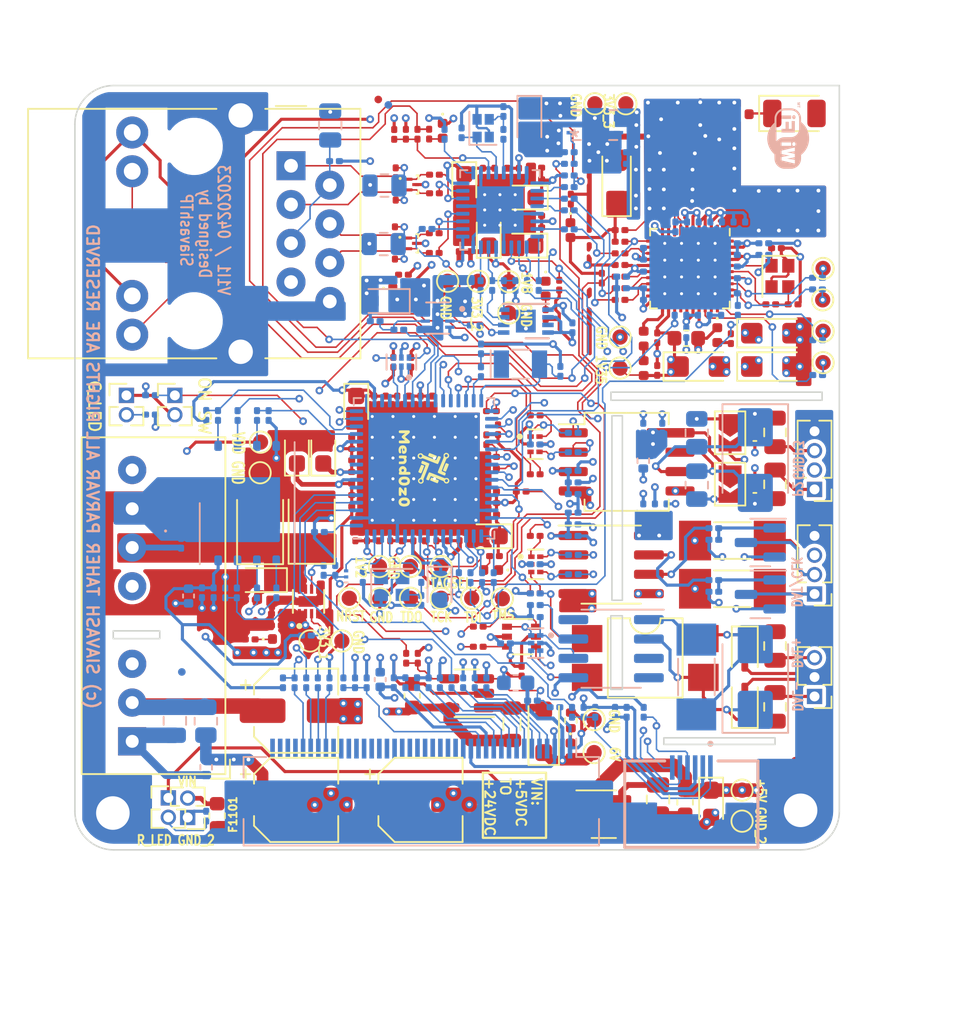
<source format=kicad_pcb>
(kicad_pcb (version 20221018) (generator pcbnew)
  (title_block (title "Sparkle Splashy HW") (date "2023-04-28") (rev "V1") (company "Siavash Taher Parvar") (comment 1 "Siavash Taher Parvar") (comment 2 "Siavash Taher Parvar") (comment 3 "Siavash Taher Parvar") (comment 4 "_BOM_SpSp_V1.xlsx") (comment 5 "_ASM_SpSp_V1.html") (comment 6 "_GERBER_JLCPCB042023.zip") (comment 8 "No variant") (comment 9 "N/A"))
  (layers (0 "F.Cu" signal) (1 "In1.Cu" signal) (2 "In2.Cu" signal) (31 "B.Cu" signal) (34 "B.Paste" user) (35 "F.Paste" user) (36 "B.SilkS" user "B.Silkscreen") (37 "F.SilkS" user "F.Silkscreen") (38 "B.Mask" user) (39 "F.Mask" user) (44 "Edge.Cuts" user))
  (net 0 "")
  (net 1 "GND1")
  (net 2 "/BLOCK DIAGRAM/+3V3_1")
  (net 3 "/BLOCK DIAGRAM/MCU_ATSAM4SD/MCU_VOUT_1V2")
  (net 4 "/BLOCK DIAGRAM/MCU_ATSAM4SD/MCU_XIN")
  (net 5 "/BLOCK DIAGRAM/MCU_ATSAM4SD/MCU_XIN_32")
  (net 6 "/BLOCK DIAGRAM/MCU_ATSAM4SD/MCU_NRST")
  (net 7 "/BLOCK DIAGRAM/+3V3_2")
  (net 8 "/BLOCK DIAGRAM/ETHERNET CONTROLLER/KSZ_XTAL1")
  (net 9 "/BLOCK DIAGRAM/ETHERNET CONTROLLER/KSZ_1V8_OUT")
  (net 10 "/BLOCK DIAGRAM/ETHERNET CONTROLLER/KSZ_RSTN")
  (net 11 "+1V35")
  (net 12 "/BLOCK DIAGRAM/WIFI TXRX/ATWIL_VBATT")
  (net 13 "/BLOCK DIAGRAM/WIFI TXRX/ATWIL_VBATT_BUCK")
  (net 14 "/BLOCK DIAGRAM/WIFI TXRX/ATWIL_VDDIO")
  (net 15 "/BLOCK DIAGRAM/WIFI TXRX/ATWIL_TX_P")
  (net 16 "/BLOCK DIAGRAM/WIFI TXRX/ATWIL_TX_N")
  (net 17 "/BLOCK DIAGRAM/WIFI TXRX/ATWIL_XO_P")
  (net 18 "/BLOCK DIAGRAM/WIFI TXRX/ATWIL_VDDIO_A")
  (net 19 "/BLOCK DIAGRAM/2.4\" TFT LCD + TOUCH/CTP_RESET")
  (net 20 "/BLOCK DIAGRAM/2.4\" TFT LCD + TOUCH/TFT_RESET")
  (net 21 "/BLOCK DIAGRAM/ISOLATED DMX/MAX22028_VDDA")
  (net 22 "/BLOCK DIAGRAM/ISOLATED DMX/MAX22028_VDDB")
  (net 23 "GND2")
  (net 24 "/BLOCK DIAGRAM/ISOLATED RGB CHIP/ISO7720_VCC1")
  (net 25 "/BLOCK DIAGRAM/ISOLATED RGB CHIP/ISO7720_VCC2")
  (net 26 "/BLOCK DIAGRAM/ISOLATED DCDC CONVERTER/AP05_BST")
  (net 27 "/BLOCK DIAGRAM/ISOLATED DCDC CONVERTER/AP05_SW")
  (net 28 "VDD")
  (net 29 "/BLOCK DIAGRAM/+3V3_3")
  (net 30 "+6V")
  (net 31 "/BLOCK DIAGRAM/ISOLATED DMX/MAX22028_A")
  (net 32 "/BLOCK DIAGRAM/ISOLATED DMX/MAX22028_B")
  (net 33 "Earth")
  (net 34 "/BLOCK DIAGRAM/LDO REGULATORS/PWR_EN")
  (net 35 "/BLOCK DIAGRAM/LDO REGULATORS/AP_SW")
  (net 36 "VCC")
  (net 37 "/BLOCK DIAGRAM/ISOLATED DMX/XLR_PIN2")
  (net 38 "/BLOCK DIAGRAM/ISOLATED DMX/XLR_PIN3")
  (net 39 "/BLOCK DIAGRAM/ISOLATED DALI/DALI_+")
  (net 40 "/BLOCK DIAGRAM/ISOLATED DALI/DALI_-")
  (net 41 "/BLOCK DIAGRAM/512MB SPI FLASH/~{WP}")
  (net 42 "/BLOCK DIAGRAM/ETHERNET CONTROLLER/KSZ_LED0")
  (net 43 "/BLOCK DIAGRAM/ETHERNET CONTROLLER/KSZ_LED1")
  (net 44 "/BLOCK DIAGRAM/2.4\" TFT LCD + TOUCH/TFT_IM0")
  (net 45 "/BLOCK DIAGRAM/2.4\" TFT LCD + TOUCH/TFT_IM1")
  (net 46 "/BLOCK DIAGRAM/2.4\" TFT LCD + TOUCH/TFT_IM2")
  (net 47 "/BLOCK DIAGRAM/2.4\" TFT LCD + TOUCH/TFT_SDA")
  (net 48 "/BLOCK DIAGRAM/2.4\" TFT LCD + TOUCH/TFT_D{slash}C")
  (net 49 "/BLOCK DIAGRAM/2.4\" TFT LCD + TOUCH/TFT_CLK")
  (net 50 "/BLOCK DIAGRAM/CTP_INT")
  (net 51 "/BLOCK DIAGRAM/I2C_SCL")
  (net 52 "/BLOCK DIAGRAM/I2C_SDA")
  (net 53 "/BLOCK DIAGRAM/ISOLATED RGB CHIP/RGB_DATA{slash}CLK_1")
  (net 54 "/BLOCK DIAGRAM/ISOLATED RGB CHIP/RGB_DATA{slash}CLK_2")
  (net 55 "+5V")
  (net 56 "/BLOCK DIAGRAM/WIFI TXRX/ATWIL_VSW")
  (net 57 "/BLOCK DIAGRAM/KSZ_PME")
  (net 58 "/BLOCK DIAGRAM/MCU_ATSAM4SD/MCU_ERASE")
  (net 59 "/BLOCK DIAGRAM/MCU_ATSAM4SD/PGMR_TDI")
  (net 60 "/BLOCK DIAGRAM/MCU_ATSAM4SD/MCU_TDI")
  (net 61 "/BLOCK DIAGRAM/MCU_ATSAM4SD/PGMR_TDO")
  (net 62 "/BLOCK DIAGRAM/MCU_ATSAM4SD/MCU_TDO")
  (net 63 "/BLOCK DIAGRAM/MCU_ATSAM4SD/PGMR_TCK")
  (net 64 "/BLOCK DIAGRAM/MCU_ATSAM4SD/MCU_TCK")
  (net 65 "/BLOCK DIAGRAM/MCU_ATSAM4SD/PGMR_TMS")
  (net 66 "/BLOCK DIAGRAM/MCU_ATSAM4SD/MCU_TMS")
  (net 67 "/BLOCK DIAGRAM/MCU_ATSAM4SD/MCU_JTAGSEL")
  (net 68 "/BLOCK DIAGRAM/MCU_ATSAM4SD/MCU_TST")
  (net 69 "/BLOCK DIAGRAM/MCU_ATSAM4SD/MCU_ADVREF")
  (net 70 "/BLOCK DIAGRAM/MCU_ATSAM4SD/MCU_XOUT")
  (net 71 "/BLOCK DIAGRAM/MCU_ATSAM4SD/MCU_XOUT_32")
  (net 72 "/BLOCK DIAGRAM/ATWIL_~{RST}")
  (net 73 "/BLOCK DIAGRAM/KSZ_~{RST}")
  (net 74 "/BLOCK DIAGRAM/512MB SPI FLASH/~{HOLD}")
  (net 75 "/BLOCK DIAGRAM/512MB SPI FLASH/~{CHIPSEL}")
  (net 76 "/BLOCK DIAGRAM/512MB SPI FLASH/DO")
  (net 77 "/BLOCK DIAGRAM/ETHERNET CONTROLLER/KSZ_XTAL2")
  (net 78 "/BLOCK DIAGRAM/ETHERNET CONTROLLER/KSZ_ISET")
  (net 79 "/BLOCK DIAGRAM/ETHERNET CONTROLLER/KSZ_CSN")
  (net 80 "/BLOCK DIAGRAM/KSZ_~{CS}")
  (net 81 "/BLOCK DIAGRAM/ETHERNET CONTROLLER/KSZ_SO")
  (net 82 "/BLOCK DIAGRAM/MSPI_DI")
  (net 83 "/BLOCK DIAGRAM/ETHERNET CONTROLLER/KSZ_SI")
  (net 84 "/BLOCK DIAGRAM/MSPI_DO")
  (net 85 "/BLOCK DIAGRAM/ETHERNET CONTROLLER/KSZ_SCK")
  (net 86 "/BLOCK DIAGRAM/MSPI_CLK")
  (net 87 "/BLOCK DIAGRAM/KSZ_INTRN")
  (net 88 "/BLOCK DIAGRAM/WIFI TXRX/ATWIL_XO_N")
  (net 89 "/BLOCK DIAGRAM/WIFI TXRX/ATWIL_SPI_CFG")
  (net 90 "/BLOCK DIAGRAM/ATWIL_EN")
  (net 91 "/BLOCK DIAGRAM/ATWIL_~{CS}")
  (net 92 "/BLOCK DIAGRAM/WIFI TXRX/ATWIL_RXD")
  (net 93 "/BLOCK DIAGRAM/WIFI TXRX/ATWIL_TXD")
  (net 94 "/BLOCK DIAGRAM/ATWIL_IRNQ")
  (net 95 "/BLOCK DIAGRAM/CTP_~{RST}")
  (net 96 "/BLOCK DIAGRAM/TFT_~{CS}")
  (net 97 "/BLOCK DIAGRAM/TFT_~{RST}")
  (net 98 "/BLOCK DIAGRAM/TFT_DC")
  (net 99 "/BLOCK DIAGRAM/W25N_~{HOLD}")
  (net 100 "/BLOCK DIAGRAM/W25N_~{WP}")
  (net 101 "/BLOCK DIAGRAM/512MB SPI FLASH/DI")
  (net 102 "/BLOCK DIAGRAM/W25N_~{CS}")
  (net 103 "/BLOCK DIAGRAM/512MB SPI FLASH/CLK")
  (net 104 "/BLOCK DIAGRAM/DMX_RX")
  (net 105 "/BLOCK DIAGRAM/ISOLATED DMX/DMX_BUFF_1Y")
  (net 106 "/BLOCK DIAGRAM/DMX_TX")
  (net 107 "/BLOCK DIAGRAM/ISOLATED DMX/DMX_BUFF_2A")
  (net 108 "/BLOCK DIAGRAM/ISOLATED DMX/DMX_BUFF_1A")
  (net 109 "/BLOCK DIAGRAM/ISOLATED DMX/MAX22028_RXD")
  (net 110 "/BLOCK DIAGRAM/ISOLATED DMX/DMX_BUFF_2Y")
  (net 111 "/BLOCK DIAGRAM/ISOLATED DMX/MAX22028_TXD")
  (net 112 "/BLOCK DIAGRAM/DALI_RX")
  (net 113 "/BLOCK DIAGRAM/ISOLATED DALI/DALI_BUFF_2Y")
  (net 114 "/BLOCK DIAGRAM/DALI_TX")
  (net 115 "/BLOCK DIAGRAM/ISOLATED DALI/DALI_BUFF_1A")
  (net 116 "/BLOCK DIAGRAM/ISOLATED DALI/DALI_BUFF_1Y")
  (net 117 "/BLOCK DIAGRAM/ISOLATED DALI/DALI_BUFF_2A")
  (net 118 "/BLOCK DIAGRAM/RGB_2_SIG")
  (net 119 "/BLOCK DIAGRAM/ISOLATED RGB CHIP/RGB_BUFF_2A")
  (net 120 "/BLOCK DIAGRAM/RGB_1_SIG")
  (net 121 "/BLOCK DIAGRAM/ISOLATED RGB CHIP/RGB_BUFF_1A")
  (net 122 "/BLOCK DIAGRAM/ISOLATED RGB CHIP/RGB_BUFF_2Y")
  (net 123 "/BLOCK DIAGRAM/ISOLATED RGB CHIP/ISO7720_INA")
  (net 124 "/BLOCK DIAGRAM/ISOLATED RGB CHIP/RGB_BUFF_1Y")
  (net 125 "/BLOCK DIAGRAM/ISOLATED RGB CHIP/ISO7720_INB")
  (net 126 "/BLOCK DIAGRAM/ISOLATED DCDC CONVERTER/AP05_EN")
  (net 127 "/BLOCK DIAGRAM/LDO REGULATORS/LD56_2_LCON")
  (net 128 "/BLOCK DIAGRAM/LDO REGULATORS/KSZ_PWR_EN")
  (net 129 "/BLOCK DIAGRAM/LDO REGULATORS/LD56_2_EN")
  (net 130 "/BLOCK DIAGRAM/LDO REGULATORS/ATWIL_PWR_EN")
  (net 131 "/BLOCK DIAGRAM/LDO REGULATORS/BD33_EN")
  (net 132 "/BLOCK DIAGRAM/LDO REGULATORS/BKL_EN")
  (net 133 "/BLOCK DIAGRAM/LDO REGULATORS/AP_~{SHDN}")
  (net 134 "/BLOCK DIAGRAM/LDO REGULATORS/LD56_1_LCON")
  (net 135 "/BLOCK DIAGRAM/LDO REGULATORS/LD56_1_EN")
  (net 136 "/BLOCK DIAGRAM/LDO REGULATORS/AP_FB")
  (net 137 "/BLOCK DIAGRAM/MCU_ATSAM4SD/MCU_SPI_CLK")
  (net 138 "/BLOCK DIAGRAM/MCU_ATSAM4SD/MCU_SPI_SDO")
  (net 181 "Net-(U904-K)")
  (net 182 "Net-(U904-B)")
  (net 183 "Net-(U904-A)")
  (net 184 "Net-(U901-2Y)")
  (net 185 "Net-(U901-1A)")
  (net 186 "Net-(U501-SD_DAT2{slash}SPI_RXD)")
  (net 187 "Net-(U501-SD_DAT1{slash}SPI_SSN)")
  (net 188 "Net-(U501-SD_DAT0{slash}SPI_TXD)")
  (net 189 "Net-(U501-SD_CMD{slash}SPI_SCK)")
  (net 190 "Net-(U501-RESETN)")
  (net 191 "Net-(U501-I2C_SDA)")
  (net 192 "Net-(U501-I2C_SCL)")
  (net 193 "Net-(U402-SK)")
  (net 194 "Net-(U402-DO)")
  (net 195 "Net-(U402-DI)")
  (net 196 "Net-(U402-CS)")
  (net 197 "Net-(U401-TXP)")
  (net 198 "Net-(U401-TXM)")
  (net 199 "Net-(U401-RXP)")
  (net 200 "Net-(U401-RXM)")
  (net 201 "Net-(U401-LED1)")
  (net 202 "Net-(U401-LED0)")
  (net 203 "Net-(U401-EESK)")
  (net 204 "Net-(U401-EECS)")
  (net 205 "Net-(U401-EDD_IO)")
  (net 206 "Net-(U301-PA2{slash}PGMEN2)")
  (net 207 "Net-(U1102-VIN)")
  (net 208 "Net-(U1002-OUTB)")
  (net 209 "Net-(U1002-OUTA)")
  (net 210 "Net-(R904-Pad1)")
  (net 211 "Net-(R517-Pad2)")
  (net 212 "Net-(R516-Pad2)")
  (net 213 "Net-(R515-Pad2)")
  (net 214 "Net-(R514-Pad2)")
  (net 215 "Net-(Q1002-Pad1)")
  (net 216 "Net-(Q1001-Pad1)")
  (net 217 "Net-(LED401-Pad2)")
  (net 218 "Net-(LED303-Pad2)")
  (net 219 "Net-(LED302-Pad2)")
  (net 220 "Net-(LED301-Pad2)")
  (net 221 "Net-(LED1204-Pad1)")
  (net 222 "Net-(LED1203-Pad1)")
  (net 223 "Net-(LED1202-Pad1)")
  (net 224 "Net-(LED1201-Pad1)")
  (net 225 "Net-(L505-Pad2)")
  (net 226 "Net-(JMP802-Pad1)")
  (net 227 "Net-(JMP801-Pad2)")
  (net 228 "Net-(J601-Pad9)")
  (net 229 "Net-(J601-Pad8)")
  (net 230 "Net-(J601-Pad36)")
  (net 231 "Net-(J601-Pad33)")
  (net 232 "Net-(J601-Pad11)")
  (net 233 "Net-(J601-Pad10)")
  (net 234 "Net-(J1103-Pad2)")
  (net 235 "Net-(J1102-Pad2)")
  (net 236 "Net-(F1101-Pad1)")
  (net 237 "Net-(D901-Pad2)")
  (net 238 "Net-(D402-CH2)")
  (net 239 "Net-(D402-CH1)")
  (net 240 "Net-(D401-CH2)")
  (net 241 "Net-(D401-CH1)")
  (net 242 "Net-(C523-Pad2)")
  (net 243 "Net-(C512-Pad2)")
  (net 244 "Net-(C511-Pad2)")
  (net 245 "Net-(C503-Pad2)")
  (net 246 "Net-(C503-Pad1)")
  (net 247 "Net-(C407-Pad2)")
  (net 248 "Net-(C403-Pad1)")
  (net 249 "Net-(C402-Pad1)")
  (net 250 "Net-(C401-Pad1)")
  (net 251 "Net-(C323-Pad2)")
  (net 252 "Net-(C321-Pad2)")
  (net 253 "Net-(C1205-Pad2)")
  (net 254 "Net-(ANT501-Pad1)")
  (footprint "Fuse:Fuse_0805_2012Metric" (layer "F.Cu") (at 134.8486 155.6004 90)
    (fp_text reference "F902" hide)
    (fp_text value "0805L010/24YR")
  )
  (footprint "Capacitor_SMD:C_0201_0603Metric" (layer "F.Cu") (at 113.403892 144.399 -90)
    (fp_text reference "C328" hide)
    (fp_text value "10nF/6V3")
  )
  (footprint "Resistor_SMD:R_0201_0603Metric" (layer "F.Cu") (at 116.2558 136.2202)
    (fp_text reference "R303" hide)
    (fp_text value "3K3R_1/20W")
  )
  (footprint "Capacitor_Tantalum_SMD:CP_EIA-1608-08_AVX-J" (layer "F.Cu") (at 103.505 138.938 90)
    (fp_text reference "TC301" hide)
    (fp_text value "47uF/6V3")
  )
  (footprint "Resistor_SMD:R_0201_0603Metric" (layer "F.Cu") (at 109.931688 125.937217 -90)
    (fp_text reference "R402" hide)
    (fp_text value "49R9_1/20W")
  )
  (footprint "Capacitor_SMD:C_0201_0603Metric" (layer "F.Cu") (at 119.2276 124.1806 180)
    (fp_text reference "C409" hide)
    (fp_text value "100nF/6V3")
  )
  (footprint "Capacitor_Tantalum_SMD:CP_EIA-1608-08_AVX-J" (layer "F.Cu") (at 107.3912 135.9408 -90)
    (fp_text reference "TC304" hide)
    (fp_text value "47uF/6V3")
  )
  (footprint "TestPoint:TestPoint_Pad_D1.0mm" (layer "F.Cu") (at 110.9472 146.4017 90)
    (fp_text reference "TP309" hide)
    (fp_text value "~")
  )
  (footprint "_PCBLIB_SparkleSplashy:8-DFN" (layer "F.Cu") (at 104.267 148.6916 90)
    (fp_text reference "U1204" hide)
    (fp_text value "LD56100DPU33R")
  )
  (footprint "Capacitor_SMD:C_0201_0603Metric" (layer "F.Cu") (at 128.0922 119.3292 -90)
    (fp_text reference "C518" hide)
    (fp_text value "1p8F/50V")
  )
  (footprint "Capacitor_SMD:C_0201_0603Metric" (layer "F.Cu") (at 107.4166 137.935352 180)
    (fp_text reference "C316" hide)
    (fp_text value "100nF/6V3")
  )
  (footprint "Inductor_SMD:L_0402_1005Metric" (layer "F.Cu") (at 132.6642 116.7638 180)
    (fp_text reference "L501" hide)
    (fp_text value "L-07C3N9SV6T")
  )
  (footprint "_PCBLIB_SparkleSplashy:3-XDFN" (layer "F.Cu") (at 111.0683 121.3741)
    (fp_text reference "D401" hide)
    (fp_text value "RCLAMP0512TQTNT")
  )
  (footprint "TestPoint:TestPoint_Pad_D1.0mm" (layer "F.Cu") (at 106.9372 148.4852 90)
    (fp_text reference "TP307" hide)
    (fp_text value "~")
  )
  (footprint "LED_SMD:LED_0402_1005Metric" (layer "F.Cu") (at 113.059525 117.849227 -90)
    (fp_text reference "LED303" hide)
    (fp_text value "AMBER")
  )
  (footprint "Capacitor_Tantalum_SMD:CP_EIA-1608-08_AVX-J" (layer "F.Cu") (at 118.4148 125.3744 180)
    (fp_text reference "TC403" hide)
    (fp_text value "47uF/6V3")
  )
  (footprint "Resistor_SMD:R_0201_0603Metric" (layer "F.Cu") (at 124.6886 125.1204)
    (fp_text reference "R518" hide)
    (fp_text value "1MR_1/20W")
  )
  (footprint "Connector_PinHeader_1.27mm:PinHeader_1x04_P1.27mm_Vertical" (layer "F.Cu") (at 137.4394 148.204 180)
    (fp_text reference "J1001" hide)
    (fp_text value "FHDR_4POS_1.27MM")
  )
  (footprint "TestPoint:TestPoint_Pad_D1.0mm" (layer "F.Cu") (at 132.6896 163.0934)
    (fp_text reference "TP1104" hide)
    (fp_text value "~")
  )
  (footprint "TestPoint:TestPoint_Pad_D1.0mm" (layer "F.Cu") (at 137.9982 126.873 -90)
    (fp_text reference "TP503" hide)
    (fp_text value "~")
  )
  (footprint "Connector_PinHeader_1.27mm:PinHeader_1x02_P1.27mm_Vertical" (layer "F.Cu") (at 96.345929 162.851729 180)
    (fp_text reference "J1101" hide)
    (fp_text value "GRPB021VWVN-RC")
  )
  (footprint "Capacitor_Tantalum_SMD:CP_EIA-3216-10_Kemet-I" (layer "F.Cu") (at 129.8486 133.2992)
    (fp_text reference "TC501" hide)
    (fp_text value "22uF/6V3")
  )
  (footprint "Capacitor_SMD:C_0201_0603Metric" (layer "F.Cu") (at 108.1024 144.399 -90)
    (fp_text reference "C329" hide)
    (fp_text value "10nF/6V3")
  )
  (footprint "Resistor_SMD:R_0201_0603Metric" (layer "F.Cu") (at 119.126 148.1582)
    (fp_text reference "R1002" hide)
    (fp_text value "100R_1/20W")
  )
  (footprint "Resistor_SMD:R_0201_0603Metric" (layer "F.Cu") (at 109.982 122.0724 -90)
    (fp_text reference "R404" hide)
    (fp_text value "49R9_1/20W")
  )
  (footprint "_PCBLIB_SparkleSplashy:6-SON" (layer "F.Cu") (at 119.1006 138.3792)
    (fp_text reference "U801" hide)
    (fp_text value "SN74LVC2G17DRYR")
  )
  (footprint "Fiducial:Fiducial_0.5mm_Mask1mm" (layer "F.Cu") (at 136.1694 159.131)
    (fp_text reference "FD1301" hide)
    (fp_text value "~")
  )
  (footprint "Resistor_SMD:R_0201_0603Metric" (layer "F.Cu") (at 124.6886 128.1684 180)
    (fp_text reference "R510" hide)
    (fp_text value "27R4_1/20W")
  )
  (footprint "Resistor_SMD:R_0201_0603Metric" (layer "F.Cu") (at 110.648645 118.077011 90)
    (fp_text reference "R419" hide)
    (fp_text value "100KR_1/20W")
  )
  (footprint "Resistor_SMD:R_0201_0603Metric" (layer "F.Cu") (at 112.5068 124.5616)
    (fp_text reference "R412" hide)
    (fp_text value "0R_1/20W")
  )
  (footprint "TestPoint:TestPoint_Pad_D1.0mm" (layer "F.Cu") (at 122.9868 158.5976)
    (fp_text reference "TP1201" hide)
    (fp_text value "~")
  )
  (footprint "Package_SO:SOIC-8_3.9x4.9mm_P1.27mm" (layer "F.Cu") (at 124.1044 146.2786)
    (fp_text reference "U1002" hide)
    (fp_text value "ISO7720FDR")
  )
  (footprint "Resistor_SMD:R_0201_0603Metric" (layer "F.Cu") (at 109.982 120.5992 90)
    (fp_text reference "R405" hide)
    (fp_text value "49R9_1/20W")
  )
  (footprint "Capacitor_SMD:C_0201_0603Metric" (layer "F.Cu") (at 109.8296 133.0198 90)
    (fp_text reference "C331" hide)
    (fp_text value "2u2F/6V3")
  )
  (footprint "Converter_DCDC:Converter_DCDC_XP_POWER-ITxxxxxS_THT" (layer "F.Cu") (at 92.707 157.861 180)
    (fp_text reference "U1102" hide)
    (fp_text value "PRM3W-E12-S5-S")
  )
  (footprint "Capacitor_SMD:CP_Elec_5x5.3" (layer "F.Cu") (at 103.4542 155.8544)
    (fp_text reference "EC1103" hide)
    (fp_text value "10uF/50V")
  )
  (footprint "Capacitor_SMD:C_0201_0603Metric" (layer "F.Cu") (at 107.3404 144.399 -90)
    (fp_text reference "C330" hide)
    (fp_text value "470pF/50V")
  )
  (footprint "Resistor_SMD:R_0201_0603Metric" (layer "F.Cu") (at 112.172925 118.067327 90)
    (fp_text reference "R314" hide)
    (fp_text value "499R_1/20W")
  )
  (footprint "Resistor_SMD:R_0201_0603Metric" (layer "F.Cu") (at 110.6678 152.4148 -90)
    (fp_text reference "R1204" hide)
    (fp_text value "1KR_1/20W")
  )
  (footprint "Capacitor_SMD:C_0201_0603Metric" (layer "F.Cu") (at 111.141666 144.401978 -90)
    (fp_text reference "C310" hide)
    (fp_text value "1nF/50V")
  )
  (footprint "Capacitor_SMD:C_0201_0603Metric" (layer "F.Cu") (at 118.0592 120.6246 -90)
    (fp_text reference "C414" hide)
    (fp_text value "100nF/6V3")
  )
  (footprint "LED_SMD:LED_0402_1005Metric" (layer "F.Cu") (at 121.4374 158.4611 -90)
    (fp_text reference "LED1204" hide)
    (fp_text value "BLUE")
  )
  (footprint "TestPoint:TestPoint_Pad_D1.0mm" (layer "F.Cu") (at 108.9152 146.4017 90)
    (fp_text reference "TP308" hide)
    (fp_text value "~")
  )
  (footprint "Fuse:Fuse_0603_1608Metric" (layer "F.Cu") (at 98.2726 162.7378 -90)
    (fp_text reference "F1101")
    (fp_text value "ERB-RE1R00V")
  )
  (footprint "Capacitor_SMD:C_0201_0603Metric" (layer "F.Cu") (at 114.1222 125.4506 90)
    (fp_text reference "C411" hide)
    (fp_text value "10nF/6V3")
  )
  (footprint "Capacitor_SMD:C_0201_0603Metric" (layer "F.Cu") (at 108.573 135.554129 90)
    (fp_text reference "C308" hide)
    (fp_text value "10nF/6V3")
  )
  (footprint "Capacitor_SMD:C_0201_0603Metric" (layer "F.Cu") (at 109.884525 118.087327 90)
    (fp_text reference "C416" hide)
    (fp_text value "1uF/6V3")
  )
  (footprint "Capacitor_Tantalum_SMD:CP_EIA-3528-21_Kemet-B" (layer "F.Cu") (at 101.092 143.7894 90)
    (fp_text reference "TC1102" hide)
    (fp_text value "33uF/16V")
  )
  (footprint "Inductor_SMD:L_0402_1005Metric" (layer "F.Cu") (at 126.238 133.4032 90)
    (fp_text reference "L505" hide)
    (fp_text value "MLZ1005M2R2WT000")
  )
  (footprint "Inductor_SMD:L_0201_0603Metric" (layer "F.Cu") (at 128.0922 117.094 -90)
    (fp_text reference "L504" hide)
    (fp_text value "WLCM0603TGB3N3TB")
  )
  (footprint "LED_SMD:LED_0402_1005Metric" (layer "F.Cu") (at 131.064 131.2418 -90)
    (fp_text reference "LED301" hide)
    (fp_text value "ORANGE")
  )
  (footprint "Resistor_SMD:R_0201_0603Metric" (layer "F.Cu") (at 115.9256 138.0998 -90)
    (fp_text reference "R301" hide)
    (fp_text value "10KR_1/20W")
  )
  (footprint "Resistor_SMD:R_0201_0603Metric" (layer "F.Cu") (at 119.126 144.399)
    (fp_text reference "R1001" hide)
    (fp_text value "100R_1/20W")
  )
  (footprint "Capacitor_Tantalum_SMD:CP_EIA-1608-08_AVX-J" (layer "F.Cu") (at 116.078 144.4244 180)
    (fp_text reference "TC303" hide)
    (fp_text value "47uF/6V3")
  )
  (footprint "Capacitor_SMD:C_0201_0603Metric" (layer "F.Cu") (at 112.3696 135.5576 90)
    (fp_text reference "C314" hide)
    (fp_text value "2u2F/6V3")
  )
  (footprint "Resistor_SMD:R_0201_0603Metric" (layer "F.Cu") (at 111.4298 152.4148 90)
    (fp_text reference "R1206" hide)
    (fp_text value "10KR_1/20W")
  )
  (footprint "TestPoint:TestPoint_Pad_D1.0mm" (layer "F.Cu") (at 122.9868 156.4386)
    (fp_text reference "TP1202" hide)
    (fp_text value "~")
  )
  (footprint "Resistor_SMD:R_0201_0603Metric" (layer "F.Cu") (at 112.522 121.9454)
    (fp_text reference "R411" hide)
    (fp_text value "0R_1/20W")
  )
  (footprint "Connector_PinHeader_1.27mm:PinHeader_1x04_P1.27mm_Vertical" (layer "F.Cu") (at 137.4394 141.351 180)
    (fp_text reference "J801" hide)
    (fp_text value "FHDR_4POS_1.27MM")
  )
  (footprint "Resistor_SMD:R_0201_0603Metric" (layer "F.Cu") (at 131.953 131.4704 90)
    (fp_text reference "R312" hide)
    (fp_text value "499R_1/20W")
  )
  (footprint "Resistor_SMD:R_0201_0603Metric" (layer "F.Cu") (at 124.6886 127.4064 180)
    (fp_text reference "R509" hide)
    (fp_text value "27R4_1/20W")
  )
  (footprint "TestPoint:TestPoint_Pad_D1.0mm" (layer "F.Cu") (at 112.957 148.4852 90)
    (fp_text reference "TP304" hide)
    (fp_text value "~")
  )
  (footprint "Capacitor_SMD:C_0603_1608Metric" (layer "F.Cu") (at 111.065082 154.87027 -90)
    (fp_text reference "C1203" hide)
    (fp_text value "10uF/16V")
  )
  (footprint "Capacitor_SMD:C_0201_0603Metric" (layer "F.Cu") (at 107.418884 141.725469 180)
    (fp_text reference "C301" hide)
    (fp_text value "100nF/6V3")
  )
  (footprint "Inductor_SMD:L_0805_2012Metric" (layer "F.Cu") (at 117.602 156.7434 90)
    (fp_text reference "L1201" hide)
    (fp_text value "10uH")
  )
  (footprint "Capacitor_SMD:C_0201_0603Metric" (layer "F.Cu") (at 119.2276 123.4186 180)
    (fp_text reference "C412" hide)
    (fp_text value "10nF/6V3")
  )
  (footprint "Capacitor_SMD:C_0201_0603Metric" (layer "F.Cu") (at 128.8542 119.3292 -90)
    (fp_text reference "C517" hide)
    (fp_text value "1p8F/50V")
  )
  (footprint "Diode_SMD:D_SOD-123F" (layer "F.Cu") (at 119.6848 157.2006 90)
    (fp_text reference "D1202" hide)
    (fp_text value "1N5819HW1-7-F")
  )
  (footprint "Capacitor_SMD:C_0201_0603Metric" (layer "F.Cu") (at 107.4166 139.446 180)
    (fp_text reference "C326" hide)
    (fp_text value "10nF/6V3")
  )
  (footprint "Resistor_SMD:R_0201_0603Metric" (layer "F.Cu") (at 115.3922 151.6634)
    (fp_text reference "R902" hide)
    (fp_text value "100R_1/20W")
  )
  (footprint "Capacitor_Tantalum_SMD:CP_EIA-1608-08_AVX-J" (layer "F.Cu") (at 114.4778 121.412 -90)
    (fp_text reference "TC401" hide)
    (fp_text value "47uF/6V3")
  )
  (footprint "Capacitor_SMD:C_0201_0603Metric" (layer "F.Cu") (at 127.127 133.5532 -90)
    (fp_text reference "C501" hide)
    (fp_text value "10nF/6V3")
  )
  (footprint "Inductor_SMD:L_0402_1005Metric" (layer "F.Cu") (at 131.191 117.2488 -90)
    (fp_text reference "L502" hide)
    (fp_text value "L-07C2N7SV6T")
  )
  (footprint "TestPoint:TestPoint_Pad_D1.0mm" (layer "F.Cu") (at 110.9504 148.4852 90)
    (fp_text reference "TP303" hide)
    (fp_text value "~")
  )
  (footprint "Capacitor_SMD:C_0201_0603Metric" (layer "F.Cu") (at 116.270679 143.00323)
    (fp_text reference "C311" hide)
    (fp_text value "1nF/50V")
  )
  (footprint "Capacitor_SMD:C_0201_0603Metric" (layer "F.Cu") (at 107.4166 140.97 180)
    (fp_text reference "C305" hide)
    (fp_text value "10nF/6V3")
  )
  (footprint "Resistor_SMD:R_0201_0603Metric" (layer "F.Cu") (at 120.523 163.2712 90)
    (fp_text reference "R1101" hide)
    (fp_text value "10KR_1/20W")
  )
  (footprint "Resistor_SMD:R_0201_0603Metric" (layer "F.Cu") (at 124.6886 128.9304 180)
    (fp_text reference "R512" hide)
    (fp_text value "27R4_1/20W")
  )
  (footprint "Capacitor_Tantalum_SMD:CP_EIA-1608-08_AVX-J" (layer "F.Cu") (at 105.2322 138.938 90)
    (fp_text reference "TC305" hide)
    (fp_text value "47uF/6V3")
  )
  (footprint "TestPoint:TestPoint_Pad_D1.0mm" (layer "F.Cu") (at 115.3922 127.7112 180)
    (fp_text reference "TP1205" hide)
    (fp_text value "~")
  )
  (footprint "Resistor_SMD:R_0201_0603Metric" (layer "F.Cu") (at 119.126 140.3604)
    (fp_text reference "R802" hide)
    (fp_text value "100R_1/20W")
  )
  (footprint "_PCBLIB_SparkleSplashy:3-XDFN" (layer "F.Cu") (at 111.0506 125.2276)
    (fp_text reference "D402" hide)
    (fp_text value "RCLAMP0512TQTNT")
  )
  (footprint "Inductor_SMD:L_0201_0603Metric" (layer "F.Cu") (at 129.2098 118.2116 180)
    (fp_text reference "L503" hide)
    (fp_text value "WLCM0603TGB3N3TB")
  )
  (footprint "Capacitor_SMD:C_0201_0603Metric" (layer "F.Cu") (at 110.8456 135.5576 90)
    (fp_text reference "C317" hide)
    (fp_text value "100nF/6V3")
  )
  (footprint "TestPoint:TestPoint_Pad_D1.0mm" (layer "F.Cu") (at 112.9538 146.4017)
    (fp_text reference "TP306" hide)
    (fp_text value "~")
  )
  (footprint "TestPoint:TestPoint_Pad_D1.0mm" (layer "F.Cu") (at 117.3988 129.794)
    (fp_text reference "TP402" hide)
    (fp_text value "~")
  )
  (footprint "Resistor_SMD:R_0201_0603Metric" (layer "F.Cu") (at 115.3922 150.3426)
    (fp_text reference "R901" hide)
    (fp_text value "100R_1/20W")
  )
  (footprint "Capacitor_SMD:C_0201_0603Metric" (layer "F.Cu") (at 117.2972 120.6246 -90)
    (fp_text reference "C415" hide)
    (fp_text value "10nF/6V3")
  )
  (footprint "Resistor_SMD:R_0201_0603Metric" (layer "F.Cu") (at 123.4948 127.508 -90)
    (fp_text reference "R520" hide)
    (fp_text value "1MR_1/20W")
  )
  (footprint "Capacitor_SMD:C_0201_0603Metric" (layer "F.Cu") (at 107.4166 138.6918 180)
    (fp_text reference "C313" hide)
    (fp_text value "2u2F/6V3")
  )
  (footprint "Capacitor_SMD:C_0201_0603Metric" (layer "F.Cu") (at 108.865077 144.399521 -90)
    (fp_text reference "C325" hide)
    (fp_text value "100nF/6V3")
  )
  (footprint "Capacitor_SMD:C_0201_0603Metric" (layer "F.Cu") (at 116.270679 142.24123)
    (fp_text reference "C307" hide)
    (fp_text value "10nF/6V3")
  )
  (footprint "Diode_SMD:Nexperia_DSN0603-2_0.6x0.3mm_P0.4mm" (layer "F.Cu") (at 133.5278 137.6172 90)
    (fp_text reference "D803" hide)
    (fp_text value "ESDZV5H-1BU2")
  )
  (footprint "Capacitor_SMD:C_0201_0603Metric" (layer "F.Cu") (at 118.237 153.2636 -90)
    (fp_text reference "C901" hide)
    (fp_text value "2u2F/6V3")
  )
  (footprint "Resistor_SMD:R_MELF_MMB-0207" (layer "F.Cu") (at 132.0546 144.7038 180)
    (fp_text reference "R1012" hide)
    (fp_text value "1KR_1W")
  )
  (footprint "Fuse:Fuse_0805_2012Metric" (layer "F.Cu") (at 134.8486 141.0185 90)
    (fp_text reference "F801" hide)
    (fp_text value "0805L010/24YR")
  )
  (footprint "Diode_SMD:D_SOD-323" (layer "F.Cu") (at 132.8674 155.3718 90)
    (fp_text reference "D903" hide)
    (fp_text value "SD22-01FTG")
  )
  (footprint "Capacitor_SMD:C_0603_1608Metric" (layer "F.Cu") (at 129.032 131.445)
    (fp_text reference "C513" hide)
    (fp_text value "10uF/16V")
  )
  (footprint "Capacitor_SMD:C_0201_0603Metric" (layer "F.Cu") (at 110.998 133.0198 90)
    (fp_text reference "C332" hide)
    (fp_text value "100nF/6V3")
  )
  (footprint "Resistor_SMD:R_0201_0603Metric" (layer "F.Cu") (at 116.459 145.7198)
    (fp_text reference "R313" hide)
    (fp_text value "499R_1/20W")
  )
  (footprint "Fuse:Fuse_0805_2012Metric" (layer "F.Cu") (at 134.8486 137.6149 -90)
    (fp_text reference "F802" hide)
    (fp_text value "0805L010/24YR")
  )
  (footprint "Inductor_SMD:L_0603_1608Metric" (layer "F.Cu") (at 128.9558 161.8488 90)
    (fp_text reference "L1101" hide)
    (fp_text value "4u7H")
  )
  (footprint "Capacitor_Tantalum_SMD:CP_EIA-3216-10_Kemet-I" (layer "F.Cu") (at 134.6746 133.2992)
    (fp_text reference "TC503" hide)
    (fp_text value "22uF/6V3")
  )
  (footprint "Package_DIP:SMDIP-4_W7.62mm" (layer "F.Cu") (at 126.3396 152.4)
    (fp_text reference "U903" hide)
    (fp_text value "AQY212EHA")
  )
  (footprint "Capacitor_Tantalum_SMD:CP_EIA-2012-12_Kemet-R" (layer "F.Cu") (at 130.6576 161.9504 -90)
    (fp_text reference "TC1103" hide)
    (fp_text value "47uF/10V")
  )
  (footprint "Capacitor_SMD:C_0201_0603Metric" (layer "F.Cu") (at 124.6886 126.6444 180)
    (fp_text reference "C520" hide)
    (fp_text value "100nF/6V3")
  )
  (footprint "LED_SMD:LED_0402_1005Metric" (layer "F.Cu") (at 119.8118 128.1938 -90)
    (fp_text reference "LED401" hide)
    (fp_text value "AMBER")
  )
  (footprint "Capacitor_SMD:C_0201_0603Metric" (layer "F.Cu") (at 109.326975 135.556159 90)
    (fp_text reference "C304" hide)
    (fp_text value "100nF/6V3")
  )
  (footprint "Fuse:Fuse_0805_2012Metric" (layer "F.Cu") (at 134.8486 151.6126 -90)
    (fp_text reference "F901" hide)
    (fp_text value "0805L010/24YR")
  )
  (footprint "Resistor_SMD:R_0201_0603Metric" (layer "F.Cu") (at 134.5706 129.224 180)
    (fp_text reference "R506" hide)
    (fp_text value "100R_1/20W")
  )
  (footprint "TestPoint:TestPoint_Pad_D1.0mm" (layer "F.Cu") (at 132.6896 161.0594)
    (fp_text reference "TP1103" hide)
    (fp_text value "~")
  )
  (footprint "Capacitor_SMD:C_0201_0603Metric" (layer "F.Cu") (at 107.4166 140.208 180)
    (fp_text reference "C319" hide)
    (fp_text value "2u2F/6V3")
  )
  (footprint "Capacitor_SMD:C_0201_0603Metric" (layer "F.Cu") (at 134.9414 125.541 180)
    (fp_text reference "C522" hide)
    (fp_text value "12pF/50V")
  )
  (footprint "Connector_PinHeader_1.27mm:PinHeader_1x02_P1.27mm_Vertical" (layer "F.Cu") (at 95.075929 161.566729)
    (fp_text reference "J1102" hide)
    (fp_text value "GRPB021VWVN-RC")
  )
  (footprint "TestPoint:TestPoint_Pad_D1.0mm" (layer "F.Cu") (at 108.9398 148.5146 90)
    (fp_text reference "TP301" hide)
    (fp_text value "~")
  )
  (footprint "Capacitor_Tantalum_SMD:CP_EIA-1608-08_AVX-J" (layer "F.Cu") (at 118.4402 122.2248 180)
    (fp_text reference "TC404" hide)
    (fp_text value "47uF/6V3")
  )
  (footprint "Package_TO_SOT_SMD:SOT-23-6" (layer "F.Cu") (at 123.6218 162.6362)
    (fp_text reference "U1101" hide)
    (fp_text value "AP63205WU-7")
  )
  (footprint "Resistor_SMD:R_0201_0603Metric" (layer "F.Cu") (at 109.931688 124.464017 90)
    (fp_text reference "R403" hide)
    (fp_text value "49R9_1/20W")
  )
  (footprint "TestPoint:TestPoint_Pad_D1.0mm" (layer "F.Cu") (at 117.3988 127.7366)
    (fp_text reference "TP401" hide)
    (fp_text value "~")
  )
  (footprint "TestPoint:TestPoint_Pad_D1.0mm" (layer "F.Cu") (at 137.9982 133.0452 -90)
    (fp_text reference "TP505" hide)
    (fp_text value "~")
  )
  (footprint "Capacitor_SMD:C_0201_0603Metric" (layer "F.Cu") (at 102.1588 150.2664 180)
    (fp_text reference "C1207" hide)
    (fp_text value "2u2F/6V3")
  )
  (footprint "TestPoint:TestPoint_Pad_D1.0mm" (layer "F.Cu") (at 106.4514 151.2824)
    (fp_text reference "TP1208" hide)
    (fp_text value "~")
  )
  (footprint "Capacitor_SMD:C_0201_0603Metric" (layer "F.Cu") (at 107.420304 142.479276 180)
    (fp_text reference "C309" hide)
    (fp_text value "1nF/50V")
  )
  (footprint "_PCBLIB_SparkleSplashy:Mend0z0_Logo" (layer "F.Cu") (at 111.842 139.9736 -90)
    (fp_text reference "REF**" hide)
    (fp_text value "Mend0z0_Logo")
  )
  (footprint "Capacitor_Tantalum_SMD:CP_EIA-2012-12_Kemet-R" (layer "F.Cu") (at 101.1428 147.2946 180)
    (fp_text reference "TC1203" hide)
    (fp_text value "47uF/10V")
  )
  (footprint "Resistor_SMD:R_0201_0603Metric" (layer "F.Cu") (at 120.7008 127.9652 90)
    (fp_text reference "R424" hide)
    (fp_text value "4K7R_1/20W")
  )
  (footprint "Capacitor_SMD:C_0201_0603Metric" (layer "F.Cu") (at 119.2276 120.269 180)
    (fp_text reference "C410" hide)
    (fp_text value "100nF/6V3")
  )
  (footprint "Capacitor_SMD:C_0201_0603Metric" (layer "F.Cu") (at 119.2276 121.031 180)
    (fp_text reference "C413" hide)
    (fp_text value "10nF/6V3")
  )
  (footprint "Package_TO_SOT_SMD:SOT-23-5" (layer "F.Cu") (at 114.6302 154.7114 180)
    (fp_text reference "U1202" hide)
    (fp_text value "AP3012KTR-G1")
  )
  (footprint "Resistor_SMD:R_MELF_MMB-0207" (layer "F.Cu") (at 132.0546 147.8632 180)
    (fp_text reference "R1010" hide)
    (fp_text value "1KR_1W")
  )
  (footprint "Diode_SMD:Nexperia_DSN0603-2_0.6x0.3mm_P0.4mm" (layer "F.Cu") (at 133.5278 141.0208 90)
    (fp_text reference "D802" hide)
    (fp_text value "ESDZV5H-1BU2")
  )
  (footprint "Jumper:SolderJumper-2_P1.3mm_Open_TrianglePad1.0x1.5mm" (layer "F.Cu") (at 131.9022 137.6403 -90)
    (fp_text reference "JMP802" hide)
    (fp_text value "JMP_2_OPEN")
  )
  (footprint "TestPoint:TestPoint_Pad_D1.0mm" (layer "F.Cu") (at 114.9636 148.4852 90)
    (fp_text reference "TP302" hide)
    (fp_text value "~")
  )
  (footprint "Resistor_SMD:R_0201_0603Metric" (layer "F.Cu") (at 111.895844 144.399 -90)
    (fp_text reference "R302" hide)
    (fp_text value "3K3R_1/20W")
  )
  (footprint "Capacitor_SMD:C_0201_0603Metric" (layer "F.Cu") (at 114.165892 144.3906 -90)
    (fp_text reference "C318" hide)
    (fp_text value "100nF/6V3")
  )
  (footprint "Capacitor_SMD:C_0201_0603Metric" (layer "F.Cu") (at 112.649 144.398856 -90)
    (fp_text reference "C315" hide)
    (fp_text value "2u2F/6V3")
  )
  (footprint "Capacitor_SMD:CP_Elec_5x5.3" (layer "F.Cu") (at 103.4542 161.6964)
    (fp_text reference "EC1101" hide)
    (fp_text value "10uF/50V")
  )
  (footprint "TestPoint:TestPoint_Pad_D1.0mm" (layer "F.Cu") (at 124.6886 133.4008 180)
    (fp_text reference "TP501" hide)
    (fp_text value "~")
  )
  (footprint "Resistor_SMD:R_0201_0603Metric" (layer "F.Cu") (at 116.6876 137.4394 90)
    (fp_text reference "R315" hide)
    (fp_text value "4K7R_1/20W")
  )
  (footprint "RF_Antenna:Johanson_2450AT18x100" (layer "F.Cu") (at 136.1186 116.713)
    (fp_text reference "ANT501" hide)
    (fp_text value "2450AT18A100E")
  )
  (footprint "Resistor_SMD:R_0402_1005Metric" (layer "F.Cu") (at 121.4628 156.4894 -90)
    (fp_text reference "R1216" hide)
    (fp_text value "330R_1/10W")
  )
  (footprint "TestPoint:TestPoint_Pad_D1.0mm" (layer "F.Cu") (at 123.0376 116.078 90)
    (fp_text reference "TP1204" hide)
    (fp_text value "~")
  )
  (footprint "_PCBLIB_SparkleSplashy:QFN-40-1EP_5x5mm_P0.4mm_EP3.8x3.8mm_ThermalVias" (layer "F.Cu") (at 129.2702 126.8776 -90)
    (fp_text reference "U501" hide)
    (fp_text value "ATWILC1000B-MU-Y")
  )
  (footprint "Resistor_SMD:R_0201_0603Metric" (layer "F.Cu") (at 119.8118 129.8956 -90)
    (fp_text reference "R426" hide)
    (fp_text value "499R_1/20W")
  )
  (footprint "Fiducial:Fiducial_0.5mm_Mask1mm" (layer "F.Cu") (at 108.839 115.7986)
    (fp_text reference "FD1302" hide)
    (fp_text value "~")
  )
  (footprint "TestPoint:TestPoint_Pad_D1.0mm" (layer "F.Cu") (at 101.1174 138.2522 180)
    (fp_text reference "TP1101" hide)
    (fp_text value "~")
  )
  (footprint "Resistor_SMD:R_0201_0603Metric" (layer "F.Cu") (at 111.408525 118.076727 -90)
    (fp_text reference "R425" hide)
    (fp_text value "10KR_1/20W")
  )
  (footprint "Capacitor_SMD:C_0201_0603Metric" (layer "F.Cu") (at 111.6076 135.5598 90)
    (fp_text reference "C327" hide)
    (fp_text value "10nF/6V3")
  )
  (footprint "Capacitor_SMD:C_0201_0603Metric" (layer "F.Cu") (at 100.457 148.59 180)
    (fp_text reference "C1204" hide)
    (fp_text value "100nF/6V3")
  )
  (footprint "LED_SMD:LED_0402_1005Metric" (layer "F.Cu") (at 116.2399 146.6342 180)
    (fp_text reference "LED302" hide)
    (fp_text value "RED")
  )
  (footprint "Inductor_SMD:L_0402_1005Metric" (layer "F.Cu") (at 126.238 131.4704 90)
    (fp_text reference "L506" hide)
    (fp_text value "CW105550A-15NJ")
  )
  (footprint "TestPoint:TestPoint_Pad_D1.0mm" (layer "F.Cu") (at 116.9702 148.5106 90)
    (fp_text reference "TP305" hide)
    (fp_text value "~")
  )
  (footprint "Crystal:Crystal_SMD_2016-4Pin_2.0x1.6mm" (layer "F.Cu") (at 135.17 127.3952 -90)
    (fp_text reference "X501" hide)
    (fp_text value "26MHz/10ppm")
  )
  (footprint "Capacitor_Tantalum_SMD:CP_EIA-3216-10_Kemet-I" (layer "F.Cu") (at 134.6746 131.1148)
    (fp_text reference "TC504" hide)
    (fp_text value "22uF/6V3")
  )
  (footprint "TestPoint:TestPoint_Pad_D1.0mm" (layer "F.Cu") (at 124.6886 131.3688 180)
    (fp_text reference "TP502" hide)
    (fp_text value "~")
  )
  (footprint "Capacitor_SMD:CP_Elec_5x5.3" (layer "F.Cu") (at 111.6076 161.6964)
    (fp_text reference "EC1102" hide)
    (fp_text value "10uF/50V")
  )
  (footprint "Capacitor_SMD:C_0201_0603Metric" (layer "F.Cu") (at 116.263033 139.220212)
    (fp_text reference "C324" hide)
    (fp_text value "100nF/6V3")
  )
  (footprint "Resistor_SMD:R_0201_0603Metric" (layer "F.Cu") (at 124.6886 125.8824 180)
    (fp_text reference "R511" hide)
    (fp_text value "27R4_1/20W")
  )
  (footprint "Capacitor_SMD:C_0201_0603Metric" (layer "F.Cu") (at 110.0836 135.5598 90)
    (fp_text reference "C312" hide)
    (fp_text value "1nF/50V")
  )
  (footprint "Capacitor_SMD:C_0201_0603Metric" (layer "F.Cu") (at 110.385249 144.399 -90)
    (fp_text reference "C302" hide)
    (fp_text value "100nF/6V3")
  )
  (footprint "Connector_PinHeader_1.27mm:PinHeader_1x03_P1.27mm_Vertical" (layer "F.Cu") (at 137.4394 154.9196 180)
    (fp_text reference "J901" hide)
    (fp_text value "FHDR_3POS_1.27MM")
  )
  (footprint "Resistor_SMD:R_0201_0603Metric" (layer "F.Cu") (at 112.5068 125.857)
    (fp_text reference "R413" hide)
    (fp_text value "0R_1/20W")
  )
  (footprint "Resistor_SMD:R_0201_0603Metric" (layer "F.Cu") (at 112.522 120.7262)
    (fp_text reference "R410" hide)
    (fp_text value "0R_1/20W")
  )
  (footprint "_PCBLIB_SparkleSplashy:RJ45_Bel_SI-60062-F" (layer "F.Cu") (at 103.119 120.142 -90)
    (fp_text reference "J401" hide)
    (fp_text value "SI-60005-F")
  )
  (footprint "Connector_PinHeader_1.27mm:PinHeader_1x02_P1.27mm_Vertical" (layer "F.Cu") (at 95.504 135.1892)
    (fp_text reference "J1201" hide)
    (fp_text value "GRPB021VWVN-RC")
  )
  (footprint "Resistor_SMD:R_0201_0603Metric" (layer "F.Cu") (at 116.263033 139.9794)
    (fp_text reference "R308" hide)
    (fp_text value "100R_1/20W")
  )
  (footprint "Package_TO_SOT_SMD:SOT-363_SC-70-6" (layer "F.Cu") (at 118.2268 151.003)
    (fp_text reference "U901" hide)
    (fp_text value "NC7WZ14P6X-L22347")
  )
  (footprint "Capacitor_SMD:C_0201_0603Metric" (layer "F.Cu") (at 116.268052 141.488795)
    (fp_text reference "C303" hide)
    (fp_text value "100nF/6V3")
  )
  (footprint "LED_SMD:LED_0402_1005Metric" (layer "F.Cu") (at 110.2773 128.1684)
    (fp_text reference "LED1202" hide)
    (fp_text value "GREEN")
  )
  (footprint "LED_SMD:LED_0402_1005Metric" (layer "F.Cu") (at 121.4374 124.3584 -90)
    (fp_text reference "LED1201" hide)
    (fp_text value "GREEN")
  )
  (footprint "Capacitor_SMD:C_0201_0603Metric" (layer "F.Cu") (at 116.459 120.6246 -90)
    (fp_text reference "C405" hide)
    (fp_text value "10nF/6V3")
  )
  (footprint "TestPoint:TestPoint_Pad_D1.0mm" (layer "F.Cu") (at 125.0696 116.078 90)
    (fp_text reference "TP1203" hide)
    (fp_text value "~")
  )
  (footprint "Capacitor_SMD:C_0201_0603Metric" (layer "F.Cu") (at 136.0336 129.224 180)
    (fp_text reference "C523" hide)
    (fp_text value "12pF/50V")
  )
  (footprint "Capacitor_SMD:C_0201_0603Metric" (layer "F.Cu") (at 102.1588 149.5044 180)
    (fp_text reference "C1211" hide)
    (fp_text value "2u2F/6V3")
  )
  (footprint "Capacitor_SMD:C_0201_0603Metric" (layer "F.Cu") (at 127.7366 118.2116)
    (fp_text reference "C512" hide)
    (fp_text value "1pF/50V")
  )
  (footprint "Diode_SMD:D_SOD-323" (layer "F.Cu") (at 132.8674 151.9428 -90)
    (fp_text reference "D902" hide)
    (fp_text value "SD22-01FTG")
  )
  (footprint "Resistor_SMD:R_0201_0603Metric" (layer "F.Cu") (at 124.6886 124.3584)
    (fp_text reference "R507" hide)
    (fp_text value "1MR_1/20W")
  )
  (footprint "MountingHole:MountingHole_2.2mm_M2_DIN965_Pad_TopBottom" (layer "F.Cu") (at 91.44 162.56)
    (fp_text reference "MH1302" hide)
    (fp_text value "~")
  )
  (footprint "TestPoint:TestPoint_Pad_D1.0mm" (layer "F.Cu") (at 101.092 140.2588 180)
    (fp_text reference "TP1102" hide)
    (fp_text value "~")
  )
  (footprint "MountingHole:MountingHole_2.2mm_M2_DIN965_Pad_TopBottom" (layer "F.Cu") (at 136.525 162.3822)
    (fp_text reference "MH1301" hide)
    (fp_text value "~")
  )
  (footprint "Capacitor_Tantalum_SMD:CP_EIA-3216-10_Kemet-I" (layer "F.Cu") (at 124.46 121.1326 90)
    (fp_text reference "TC502" hide)
    (fp_text value "22uF/6V3")
  )
  (footprint "Capacitor_SMD:C_0201_0603Metric" (layer "F.Cu") (at 128.8542 117.094 -90)
    (fp_text reference "C511" hide)
    (fp_text value "1pF/50V")
  )
  (footprint "Resistor_SMD:R_0201_0603Metric" (layer "F.Cu") (at 121.4628 122.3264 -90)
    (fp_text reference "R1211" hide)
    (fp_text value "100R_1/20W")
  )
  (footprint "Resistor_SMD:R_0201_0603Metric" (layer "F.Cu") (at 119.126 136.4996)
    (fp_text reference "R801" hide)
    (fp_text value "100R_1/20W")
  )
  (footprint "Capacitor_SMD:C_0201_0603Metric" (layer "F.Cu") (at 109.6264 144.395886 -90)
    (fp_text reference "C306" hide)
    (fp_text value "10nF/6V3")
  )
  (footprint "_PCBLIB_SparkleSplashy:6-SON" (layer "F.Cu") (at 119.1514 146.2532)
    (fp_text reference "U1001" hide)
    (fp_text value "SN74LVC2G17DRYR")
  )
  (footprint "Capacitor_SMD:C_0201_0603Metric" (layer "F.Cu") (at 127.127 131.4196 -90)
    (fp_text reference "C514" hide)
    (fp_text value "10nF/6V3")
  )
  (footprint "Capacitor_Tantalum_SMD:CP_EIA-1608-08_AVX-J" (layer "F.Cu") (at 116.078 124.6632 90)
    (fp_text reference "TC402" hide)
    (fp_text value "47uF/6V3")
  )
  (footprint "LED_SMD:LED_0402_1005Metric" (layer "F.Cu") (at 102.3874 151.1554)
    (fp_text reference "LED1203" hide)
    (fp_text value "GREEN")
  )
  (footprint "Capacitor_SMD:C_0201_0603Metric" (layer "F.Cu") (at 129.9566 116.7638 180)
    (fp_text reference "C503" hide)
    (fp_text value "1pF/50V")
  )
  (footprint "Capacitor_Tantalum_SMD:CP_EIA-3528-21_Kemet-B" (layer "F.Cu") (at 104.4702 143.764 90)
    (fp_text reference "TC1101" hide)
    (fp_text value "33uF/16V")
  )
  (footprint "Capacitor_SMD:C_0805_2012Metric" (layer "F.Cu") (at 127.1778 161.671 -90)
    (fp_text reference "C1102" hide)
    (fp_text value "100nF/63V")
  )
  (footprint "Jumper:SolderJumper-2_P1.3mm_Open_TrianglePad1.0x1.5mm" (layer "F.Cu") (at 131.9022 141.0069 -90)
    (fp_text reference "JMP801" hide)
    (fp_text value "JMP_2_OPEN")
  )
  (footprint "Capacitor_SMD:C_0201_0603Metric" (layer "F.Cu") (at 114.8842 125.4506 90)
    (fp_text reference "C408" hide)
    (fp_text value "100nF/6V3")
  )
  (footprint "TestPoint:TestPoint_Pad_D1.0mm" (layer "F.Cu") (at 137.9728 128.9284 -90)
    (fp_text reference "TP504" hide)
    (fp_text value "~")
  )
  (footprint "Connector_PinHeader_1.27mm:PinHeader_1x02_P1.27mm_Vertical" (layer "F.Cu") (at 92.329 135.1892)
    (fp_text reference "J1103" hide)
    (fp_text value "GRPB021VWVN-RC")
  )
  (footprint "Package_SO:SO-8_5.3x6.2mm_P1.27mm" (layer "F.Cu") (at 125.1204 139.5476)
    (fp_text reference "U802" hide)
    (fp_text value "MAX22028AWA+")
  )
  (footprint "TestPoint:TestPoint_Pad_D1.0mm" (layer "F.Cu") (at 104.3686 151.2824)
    (fp_text reference "TP1207" hide)
    (fp_text value "~")
  )
  (footprint "Resistor_SMD:R_0201_0603Metric" (layer "F.Cu") (at 110.49 127.2794 180)
    (fp_text reference "R1212" hide)
    (fp_text value "100R_1/20W")
  )
  (footprint "TestPoint:TestPoint_Pad_D1.0mm" (layer "F.Cu") (at 113.3856 127.7112 180)
    (fp_text reference "TP1206" hide)
    (fp_text value "~")
  )
  (footprint "TestPoint:TestPoint_Pad_D1.0mm" (layer "F.Cu") (at 137.9982 130.9878 -90)
    (fp_text reference "TP506" hide)
    (fp_text value "~")
  )
  (footprint "Resistor_SMD:R_0201_0603Metric" (layer "F.Cu") (at 118.207827 141.489501)
    (fp_text reference "R316" hide)
    (fp_text value "4K7R_1/20W")
  )
  (footprint "Resistor_SMD:R_0201_0603Metric" (layer "F.Cu") (at 100.4418 151.1808)
    (fp_text reference "R1213" hide)
    (fp_text value "100R_1/20W")
  )
  (footprint "Capacitor_SMD:C_0201_0603Metric" (layer "F.Cu") (at 115.697 120.6246 -90)
    (fp_text reference "C404" hide)
    (fp_text value "100nF/6V3")
  )
  (footprint "Resistor_SMD:R_0201_0603Metric" (layer "B.Cu") (at 115.5446 127.9906 -90)
    (fp_text reference "R415" hide)
    (fp_text value "27R4_1/20W")
  )
  (footprint "Crystal:Crystal_SMD_2016-4Pin_2.0x1.6mm" (layer "B.Cu") (at 109.728 147.7112)
    (fp_text reference "X301" hide)
    (fp_text value "16MHz/10ppm")
  )
  (footprint "Resistor_SMD:R_0201_0603Metric" (layer "B.Cu") (at 121.6294 145.6436)
    (fp_text reference "R1003" hide)
    (fp_text value "100R_1/20W")
  )
  (footprint "Resistor_SMD:R_0201_0603Metric" (layer "B.Cu") (at 114.1222 147.1316 90)
    (fp_text reference "R305" hide)
    (fp_text value "3K3R_1/20W")
  )
  (footprint "Resistor_SMD:R_0201_0603Metric" (layer "B.Cu") (at 116.4082 147.1316 90)
    (fp_text reference "R304" hide)
    (fp_text value "3K3R_1/20W")
  )
  (footprint "Resistor_SMD:R_0201_0603Metric" (layer "B.Cu") (at 121.6152 142.875)
    (fp_text reference "R1005" hide)
    (fp_text value "10R_1/20W")
  )
  (footprint "Capacitor_SMD:C_0201_0603Metric" (layer "B.Cu") (at 126.5428 126.2888)
    (fp_text reference "C502" hide)
    (fp_text value "2u2F/6V3")
  )
  (footprint "Capacitor_SMD:C_0201_0603Metric" (layer "B.Cu") (at 129.8448 124.1446 -90)
    (fp_text reference "C506" hide)
    (fp_text value "2u2F/6V3")
  )
  (footprint "Resistor_SMD:R_0201_0603Metric" (layer "B.Cu") (at 104.1146 154.0256 -90)
    (fp_text reference "R616" hide)
    (fp_text value "27R4_1/20W")
  )
  (footprint "Capacitor_SMD:C_0201_0603Metric" (layer "B.Cu") (at 126.5428 128.9304)
    (fp_text reference "C505" hide)
    (fp_text value "2u2F/6V3")
  )
  (footprint "Resistor_SMD:R_0201_0603Metric" (layer "B.Cu") (at 101.6508 136.509132 -90)
    (fp_text reference "R708" hide)
    (fp_text value "10KR_1/20W")
  )
  (footprint "Resistor_SMD:R_0201_0603Metric" (layer "B.Cu") (at 124.7902 127.4064)
    (fp_text reference "R503" hide)
    (fp_text value "0R_1/20W")
  )
  (footprint "Resistor_SMD:R_0201_0603Metric" (layer "B.Cu") (at 126.238 155.956 90)
    (fp_text reference "R604" hide)
    (fp_text value "10KR_1/20W")
  )
  (footprint "Resistor_SMD:R_0201_0603Metric" (layer "B.Cu") (at 110.1852 130.8862 180)
    (fp_text reference "R1202" hide)
    (fp_text value "1KR_1/20W")
  )
  (footprint "Resistor_SMD:R_0201_0603Metric" (layer "B.Cu") (at 121.3612 121.539)
    (fp_text reference "R420" hide)
    (fp_text value "27R4_1/20W")
  )
  (footprint "Resistor_SMD:R_0201_0603Metric" (layer "B.Cu") (at 118.5926 127.9906 90)
    (fp_text reference "R408" hide)
    (fp_text value "499R_1/20W")
  )
  (footprint "Capacitor_SMD:C_0201_0603Metric" (layer "B.Cu") (at 129.0828 124.1446 -90)
    (fp_text reference "C508" hide)
    (fp_text value "100nF/6V3")
  )
  (footprint "Capacitor_SMD:C_0201_0603Metric" (layer "B.Cu") (at 127.4572 137.3378 90)
    (fp_text reference "C804" hide)
    (fp_text value "2u2F/6V3")
  )
  (footprint "Capacitor_SMD:C_0201_0603Metric" (layer "B.Cu") (at 119.126 146.2532)
    (fp_text reference "C1001" hide)
    (fp_text value "2u2F/6V3")
  )
  (footprint "Resistor_SMD:R_0201_0603Metric" (layer "B.Cu") (at 105.2576 146.6596 -90)
    (fp_text reference "R1209" hide)
    (fp_text value "1KR_1/20W")
  )
  (footprint "Resistor_SMD:R_0201_0603Metric" (layer "B.Cu") (at 121.3612 123.063)
    (fp_text reference "R423" hide)
    (fp_text value "27R4_1/20W")
  )
  (footprint "Capacitor_SMD:C_0201_0603Metric" (layer "B.Cu") (at 119.126 138.4046 180)
    (fp_text reference "C801" hide)
    (fp_text value "2u2F/6V3")
  )
  (footprint "Resistor_SMD:R_0201_0603Metric" (layer "B.Cu") (at 119.3546 127.9906 90)
    (fp_text reference "R409" hide)
    (fp_text value "499R_1/20W")
  )
  (footprint "Resistor_SMD:R_0201_0603Metric" (layer "B.Cu") (at 112.8776 154.0256 -90)
    (fp_text reference "R610" hide)
    (fp_text value "10KR_1/20W")
  )
  (footprint "Resistor_SMD:R_0201_0603Metric" (layer "B.Cu") (at 116.3066 127.9906 -90)
    (fp_text reference "R416" hide)
    (fp_text value "27R4_1/20W")
  )
  (footprint "Capacitor_SMD:C_0201_0603Metric" (layer "B.Cu") (at 109.855 154.0154 -90)
    (fp_text reference "C605" hide)
    (fp_text value "100nF/6V3")
  )
  (footprint "Capacitor_SMD:C_0201_0603Metric" (layer "B.Cu") (at 93.9038 135.1788)
    (fp_text reference "C1205" hide)
    (fp_text value "100nF/6V3")
  )
  (footprint "Capacitor_SMD:C_0201_0603Metric" (layer "B.Cu") (at 124.361 155.956 -90)
    (fp_text reference "C603" hide)
    (fp_text value "100nF/6V3")
  )
  (footprint "Resistor_SMD:R_0201_0603Metric" (layer "B.Cu") (at 137.6426 133.858)
    (fp_text reference "R516" hide)
    (fp_text value "1KR_1/20W")
  )
  (footprint "_PCBLIB_SparkleSplashy:Crystal_4SMD_1216_4Pin_1.2X1.6mm" (layer "B.Cu") (at 115.697 117.6782 90)
    (fp_text reference "X401" hide)
    (fp_text value "25MHz/10ppm")
  )
  (footprint "Resistor_SMD:R_0201_0603Metric" (layer "B.Cu") (at 121.6204 137.6426)
    (fp_text reference "R803" hide)
    (fp_text value "100R_1/20W")
  )
  (footprint "_PCBLIB_SparkleSplashy:SOD882" (layer "B.Cu") (at 94.996 144.8816 -90)
    (fp_text reference "D1101" hide)
    (fp_text value "AQ1250-01ETG")
  )
  (footprint "Resistor_SMD:R_0201_0603Metric" (layer "B.Cu") (at 114.8842 147.1316 90)
    (fp_text reference "R306" hide)
    (fp_text value "3K3R_1/20W")
  )
  (footprint "Capacitor_SMD:C_0201_0603Metric" (layer "B.Cu") (at 131.3688 124.1446 -90)
    (fp_text reference "C526" hide)
    (fp_text value "100nF/6V3")
  )
  (footprint "Resistor_SMD:R_0402_1005Metric" (layer "B.Cu") (at 97.556311 159.5628 90)
    (fp_text reference "VDR1101" hide)
    (fp_text value "B72590P8200S060")
  )
  (footprint "Capacitor_SMD:C_0201_0603Metric" (layer "B.Cu") (at 114.7826 127.9906 90)
    (fp_text reference "C1210" hide)
    (fp_text value "2u2F/6V3")
  )
  (footprint "Resistor_SMD:R_0201_0603Metric" (layer "B.Cu") (at 97.5614 136.4996 -90)
    (fp_text reference "R707" hide)
    (fp_text value "10KR_1/20W")
  )
  (footprint "Resistor_SMD:R_0201_0603Metric" (layer "B.Cu") (at 104.9782 144.145)
    (fp_text reference "R309" hide)
    (fp_text value "100R_1/20W")
  )
  (footprint "Resistor_SMD:R_0201_0603Metric" (layer "B.Cu") (at 117.0432 118.0846 -90)
    (fp_text reference "R406" hide)
    (fp_text value "100R_1/20W")
  )
  (footprint "Capacitor_SMD:C_0201_0603Metric" (layer "B.Cu") (at 124.7902 119.253 180)
    (fp_text reference "C1209" hide)
    (fp_text value "2u2F/6V3")
  )
  (footprint "Capacitor_SMD:C_0201_0603Metric" (layer "B.Cu") (at 131.318 129.6162 90)
    (fp_text reference "C510" hide)
    (fp_text value "100nF/6V3")
  )
  (footprint "_PCBLIB_SparkleSplashy:6-SON" (layer "B.Cu") (at 119.1768 151.4094 180)
    (fp_text reference "U902" hide)
    (fp_text value "SN74LVC2G17DRYR")
  )
  (footprint "Capacitor_SMD:C_0201_0603Metric" (layer "B.Cu") (at 134.112 125.984)
    (fp_text reference "C519" hide)
    (fp_text value "2u2F/6V3")
  )
  (footprint "Resistor_SMD:R_0201_0603Metric" (layer "B.Cu") (at 105.9688 119.8372 180)
    (fp_text reference "R401" hide)
    (fp_text value "0R_1/20W")
  )
  (footprint "Resistor_SMD:R_0201_0603Metric" (layer "B.Cu") (at 132.0546 128.4986 180)
    (fp_text reference "R513" hide)
    (fp_text value "100KR_1/20W")
  )
  (footprint "Capacitor_SMD:C_0201_0603Metric" (layer "B.Cu") (at 98.044 148.1226 90)
    (fp_text reference "C703" hide)
    (fp_text value "10nF/6V3")
  )
  (footprint "Capacitor_SMD:C_0201_0603Metric" (layer "B.Cu") (at 121.6152 140.1318 180)
    (fp_text reference "C803" hide)
    (fp_text value "100nF/6V3")
  )
  (footprint "Capacitor_SMD:C_0201_0603Metric" (layer "B.Cu") (at 132.0546 127.508 180)
    (fp_text reference "C531" hide)
    (fp_text value "1uF/6V3")
  )
  (footprint "Diode_SMD:Nexperia_DSN0603-2_0.6x0.3mm_P0.4mm" (layer "B.Cu") (at 106.7308 146.8882 90)
    (fp_text reference "D1201" hide)
    (fp_text value "NSR01F30NXT5G")
  )
  (footprint "Capacitor_Tantalum_SMD:CP_EIA-2012-12_Kemet-R" (layer "B.Cu") (at 109.1946 129.0066 180)
    (fp_text reference "TC1201" hide)
    (fp_text value "47uF/10V")
  )
  (footprint "Resistor_SMD:R_0201_0603Metric" (layer "B.Cu") (at 121.6294 146.9136)
    (fp_text reference "R1004" hide)
    (fp_text value "100R_1/20W")
  )
  (footprint "Capacitor_SMD:C_0201_0603Metric" (layer "B.Cu") (at 111.6584 148.6256 90)
    (fp_text reference "C321" hide)
    (fp_text value "12pF/50V")
  )
  (footprint "Resistor_SMD:R_MELF_MMB-0207" (layer "B.Cu") (at 129.6924 153.6446 -90)
    (fp_text reference "R906" hide)
    (fp_text value "4K7R_1W")
  )
  (footprint "Resistor_SMD:R_0201_0603Metric" (layer "B.Cu") (at 115.9256 154.0256 -90)
    (fp_text reference "R606" hide)
    (fp_text value "10KR_1/20W")
  )
  (footprint "Capacitor_SMD:C_0805_2012Metric" (layer "B.Cu") (at 109.1946 125.2728 180)
    (fp_text reference "C402" hide)
    (fp_text value "100nF/63V")
  )
  (footprint "Capacitor_Tantalum_SMD:CP_EIA-2012-12_Kemet-R" (layer "B.Cu") (at 118.745 117.2718 -90)
    (fp_text reference "TC1202" hide)
    (fp_text value "47uF/10V")
  )
  (footprint "Package_SO:SOIC-8_3.9x4.9mm_P1.27mm" (layer "B.Cu") (at 124.1044 151.7904 180)
    (fp_text reference "U904" hide)
    (fp_text value "VO207AT")
  )
  (footprint "Capacitor_SMD:C_0201_0603Metric" (layer "B.Cu") (at 117.0432 116.586 -90)
    (fp_text reference "C407" hide)
    (fp_text value "12pF/50V")
  )
  (footprint "_PCBLIB_SparkleSplashy:FPC_FH12-40S-0.5SH_1x40-1MP_P0.50mm_Horizontal" (layer "B.Cu") (at 111.6684 161.3676 180)
    (fp_text reference "J601" hide)
    (fp_text value "CF31401D0R0-05-NH")
  )
  (footprint "Capacitor_SMD:C_0201_0603Metric" (layer "B.Cu") (at 114.3 117.983 -90)
    (fp_text reference "C406" hide)
    (fp_text value "12pF/50V")
  )
  (footprint "Capacitor_SMD:C_0201_0603Metric" (layer "B.Cu") (at 120.0404 117.1448 -90)
    (fp_text reference "C1202" hide)
    (fp_text value "100nF/6V3")
  )
  (footprint "Resistor_SMD:R_0201_0603Metric" (layer "B.Cu") (at 117.8306 127.9906 -90)
    (fp_text reference "R418" hide)
    (fp_text value "4K7R_1/20W")
  )
  (footprint "Resistor_SMD:R_0402_1005Metric" (layer "B.Cu") (at 126.2126 139.4714 -90)
    (fp_text reference "R806" hide)
    (fp_text value "1R_1/4W")
  )
  (footprint "_PCBLIB_SparkleSplashy:6HVSOF" (layer "B.Cu") (at 123.0376 117.475 180)
    (fp_text reference "U1201" hide)
    (fp_text value "BD33IC0WHFV-GTR")
  )
  (footprint "Resistor_SMD:R_0201_0603Metric" (layer "B.Cu") (at 106.0196 146.6596 90)
    (fp_text reference "R1210" hide)
    (fp_text value "10KR_1/20W")
  )
  (footprint "Resistor_SMD:R_0201_0603Metric" (layer "B.Cu") (at 122.2984 155.956 90)
    (fp_text reference "R602" hide)
    (fp_text value "100KR_1/20W")
  )
  (footprint "Package_TO_SOT_SMD:SOT-23" (layer "B.Cu") (at 133.8811 144.8308 180)
    (fp_text reference "Q1002" hide)
    (fp_text value "2N7002AQ-7")
  )
  (footprint "Package_DFN_QFN:DFN-8-1EP_3x2mm_P0.5mm_EP1.3x1.5mm" (layer "B.Cu") (at 118.5112 130.3214)
    (fp_text reference "U402" hide)
    (fp_text value "AT93C46DY6-YH-E")
  )
  (footprint "Capacitor_SMD:C_0201_0603Metric" (layer "B.Cu") (at 130.6068 124.1446 -90)
    (fp_text reference "C525" hide)
    (fp_text value "2u2F/6V3")
  )
  (footprint "Resistor_SMD:R_0201_0603Metric" (layer "B.Cu") (at 121.3612 122.301)
    (fp_text reference "R421" hide)
    (fp_text value "27R4_1/20W")
  )
  (footprint "Resistor_SMD:R_0201_0603Metric" (layer "B.Cu") (at 137.6426 131.572)
    (fp_text reference "R517" hide)
    (fp_text value "1KR_1/20W")
  )
  (footprint "Resistor_SMD:R_0201_0603Metric" (layer "B.Cu") (at 108.6358 130.3274 180)
    (fp_text reference "R1208" hide)
    (fp_text value "10KR_1/20W")
  )
  (footprint "Resistor_SMD:R_0201_0603Metric" (layer "B.Cu") (at 102.5906 154.0256 90)
    (fp_text reference "R603" hide)
    (fp_text value "10KR_1/20W")
  )
  (footprint "Resistor_SMD:R_0201_0603Metric" (layer "B.Cu") (at 93.9038 136.4488 180)
    (fp_text reference "R1104" hide)
    (fp_text value "1KR_1/20W")
  )
  (footprint "Capacitor_SMD:C_0402_1005Metric" (layer "B.Cu") (at 108.966 153.8122 -90)
    (fp_text reference "C604" hide)
    (fp_text value "4u7F/6V3")
  )
  (footprint "Diode_SMD:D_SMB" (layer "B.Cu") (at 133.5532 153.6446 90)
    (fp_text reference "D901" hide)
    (fp_text value "TISP4025H1BJR-S")
  )
  (footprint "Resistor_SMD:R_0201_0603Metric" (layer "B.Cu") (at 119.1318 148.1676 180)
    (fp_text reference "R904" hide)
    (fp_text value "820R_1/20W")
  )
  (footprint "Capacitor_SMD:C_0201_0603Metric" (layer "B.Cu") (at 132.0546 125.984 180)
    (fp_text reference "C530" hide)
    (fp_text value "100nF/6V3")
  )
  (footprint "Resistor_SMD:R_0201_0603Metric" (layer "B.Cu") (at 129.032 131.0894 90)
    (fp_text reference "R504" hide)
    (fp_text value "0R_1/20W")
  )
  (footprint "Resistor_SMD:R_0201_0603Metric" (layer "B.Cu") (at 103.3526 154.0256 -90)
    (fp_text reference "R617" hide)
    (fp_text value "27R4_1/20W")
  )
  (footprint "Resistor_SMD:R_0201_0603Metric" (layer "B.Cu") (at 112.0394 124.2822 180)
    (fp_text reference "R414" hide)
    (fp_text value "27R4_1/20W")
  )
  (footprint "Resistor_SMD:R_0201_0603Metric" (layer "B.Cu") (at 115.6462 147.1316 90)
    (fp_text reference "R307" hide)
    (fp_text value "100R_1/20W")
  )
  (footprint "Capacitor_SMD:C_0201_0603Metric" (layer "B.Cu") (at 114.0206 127.9906 90)
    (fp_text reference "C1206" hide)
    (fp_text value "2u2F/6V3")
  )
  (footprint "Resistor_SMD:R_0201_0603Metric" (layer "B.Cu") (at 111.379 154.0154 -90)
    (fp_text reference "R612" hide)
    (fp_text value "10KR_1/20W")
  )
  (footprint "Capacitor_SMD:C_0201_0603Metric" (layer "B.Cu") (at 130.556 129.6162 90)
    (fp_text reference "C509" hide)
    (fp_text value "2u2F/6V3")
  )
  (footprint "Resistor_SMD:R_0201_0603Metric" (layer "B.Cu") (at 106.553 154.0256 -90)
    (fp_text reference "R605" hide)
    (fp_text value "10KR_1/20W")
  )
  (footprint "Resistor_SMD:R_0201_0603Metric" (layer "B.Cu") (at 130.8354 148.0566)
    (fp_text reference "R1009" hide)
    (fp_text value "47KR_1/20W")
  )
  (footprint "Capacitor_SMD:C_0201_0603Metric" (layer "B.Cu") (at 107.315 154.0256 90)
    (fp_text reference "C606" hide)
    (fp_text value "1uF/6V3")
  )
  (footprint "Capacitor_SMD:C_0201_0603Metric" (layer "B.Cu") (at 124.7902 120.015 180)
    (fp_text reference "C1208" hide)
    (fp_text value "2u2F/6V3")
  )
  (footprint "Resistor_SMD:R_0201_0603Metric" (layer "B.Cu") (at 113.1824 118.0846 -90)
    (fp_text reference "R407" hide)
    (fp_text value "3K01R_1/20W")
  )
  (footprint "Capacitor_SMD:C_0201_0603Metric" (layer "B.Cu") (at 107.823 147.127 90)
    (fp_text reference "C320" hide)
    (fp_text value "12pF/50V")
  )
  (footprint "Capacitor_SMD:C_0805_2012Metric" (layer "B.Cu") (at 105.6894 117.5004 90)
    (fp_text reference "C401" hide)
    (fp_text value "10uF/50V")
  )
  (footprint "Resistor_SMD:R_0201_0603Metric" (layer "B.Cu") (at 119.1318 148.9296 180)
    (fp_text reference "R905" hide)
    (fp_text value "3K3R_1/20W")
  )
  (footprint "Diode_SMD:D_SMB" (layer "B.Cu") (at 133.5532 139.4296 -90)
    (fp_text reference "D801" hide)
    (fp_text value "TISP4011H1BJR-S")
  )
  (footprint "Capacitor_SMD:C_0805_2012Metric" (layer "B.Cu") (at 109.2454 121.4374 180)
    (fp_text reference "C403" hide)
    (fp_text value "100nF/63V")
  )
  (footprint "Resistor_SMD:R_0201_0603Metric" (layer "B.Cu") (at 121.6152 141.6558 180)
    (fp_text reference "R805" hide)
    (fp_text value "10R_1/20W")
  )
  (footprint "Resistor_SMD:R_0201_0603Metric" (layer "B.Cu") (at 128.3208 124.145 90)
    (fp_text reference "R502" hide)
    (fp_text value "0R_1/20W")
  )
  (footprint "Crystal:Crystal_SMD_EuroQuartz_EQ161-2Pin_3.2x1.5mm" (layer "B.Cu") (at 118.1582 133.145486)
    (fp_text reference "X302" hide)
    (fp_text value "32.768 kHz/5ppm")
  )
  (footprint "Capacitor_SMD:C_0201_0603Metric" (layer "B.Cu") (at 132.891142 124.142597 -90)
    (fp_text reference "C527" hide)
    (fp_text value "2u2F/6V3")
  )
  (footprint "Package_DFN_QFN:QFN-64-1EP_9x9mm_P0.5mm_EP7.3x7.3mm_ThermalVias" (layer "B.Cu") (at 111.842 139.9736)
    (fp_text reference "U301" hide)
    (fp_text value "ATSAM4SD16BA-MU")
  )
  (footprint "Resistor_SMD:R_0201_0603Metric" (layer "B.Cu") (at 115.57 133.6396 -90)
    (fp_text reference "R311" hide)
    (fp_text value "100R_1/20W")
  )
  (footprint "Resistor_SMD:R_0201_0603Metric" (layer "B.Cu") (at 121.3612 119.253 180)
    (fp_text reference "R1207" hide)
    (fp_text value "10KR_1/20W")
  )
  (footprint "Resistor_SMD:R_0201_0603Metric" (layer "B.Cu") (at 119.1318 149.717 180)
    (fp_text reference "R903" hide)
    (fp_text value "3K3R_1/20W")
  )
  (footprint "Resistor_SMD:R_0201_0603Metric" (layer "B.Cu") (at 105.6386 154.0256 -90)
    (fp_text reference "R614" hide)
    (fp_text value "27R4_1/20W")
  )
  (footprint "Resistor_SMD:R_0201_0603Metric" (layer "B.Cu") (at 128.27 129.6162 90)
    (fp_text reference "R508" hide)
    (fp_text value "1MR_1/20W")
  )
  (footprint "_PCBLIB_SparkleSplashy:8-DFN" (layer "B.Cu") (at 112.7252 130.1242 180)
    (fp_text reference "U1203" hide)
    (fp_text value "LD56100DPU33R")
  )
  (footprint "_PCBLIB_SparkleSplashy:WSON-8-1EP_8x6mm_P1.27mm_EP3.4x4.3mm" (layer "B.Cu") (at 100.2456 142.2518 -90)
    (fp_text reference "U701" hide)
    (fp_text value "W25N01GVZEIG")
  )
  (footprint "Capacitor_SMD:C_0201_0603Metric" (layer "B.Cu") (at 121.6152 140.8938 180)
    (fp_text reference "C802" hide)
    (fp_text value "2u2F/6V3")
  )
  (footprint "Capacitor_SMD:C_0201_0603Metric" (layer "B.Cu") (at 127.7366 142.621 90)
    (fp_text reference "C1005" hide)
    (fp_text value "100nF/6V3")
  )
  (footprint "_PCBLIB_SparkleSplashy:CONN_FPC_6POS_0.5P,BOTTOM" (layer "B.Cu") (at 129.3572 161.798 180)
    (fp_text reference "J602" hide)
    (fp_text value "F305-1A7H1-11006-E100")
  )
  (footprint "Resistor_SMD:R_0201_0603Metric" (layer "B.Cu") (at 99.616037 136.510607 90)
    (fp_text reference "R704" hide)
    (fp_text value "27R4_1/20W")
  )
  (footprint "Capacitor_SMD:C_0201_0603Metric" (layer "B.Cu") (at 117.176 151.4442 180)
    (fp_text reference "C902" hide)
    (fp_text value "2u2F/6V3")
  )
  (footprint "Fiducial:Fiducial_0.5mm_Mask1mm" (layer "B.Cu") (at 109.4994 116.1542 180)
    (fp_text reference "FD1303" hide)
    (fp_text value "~")
  )
  (footprint "Resistor_SMD:R_0201_0603Metric" (layer "B.Cu") (at 134.112 125.222 180)
    (fp_text reference "R505" hide)
    (fp_text value "0R_1/20W")
  )
  (footprint "Capacitor_Tantalum_SMD:CP_EIA-1608-08_AVX-J" (layer "B.Cu") (at 112.8522 147.9296 -90)
    (fp_text reference "TC302" hide)
    (fp_text value "47uF/6V3")
  )
  (footprint "Resistor_SMD:R_0201_0603Metric" (layer "B.Cu") (at 137.632 128.2446)
    (fp_text reference "R515" hide)
    (fp_text value "1KR_1/20W")
  )
  (footprint "Resistor_SMD:R_0201_0603Metric" (layer "B.Cu") (at 118.9482 155.194 180)
    (fp_text reference "R1214" hide)
    (fp_text value "93K1R_1/20W")
  )
  (footprint "Capacitor_SMD:C_0201_0603Metric" (layer "B.Cu") (at 115.5726 132.142314 -90)
    (fp_text reference "C323" hide)
    (fp_text value "12pF/50V")
  )
  (footprint "Resistor_SMD:R_0201_0603Metric" (layer "B.Cu") (at 100.8888 148.1328 -90)
    (fp_text reference "R706" hide)
    (fp_text value "27R4_1/20W")
  )
  (footprint "Resistor_SMD:R_0201_0603Metric" (layer "B.Cu") (at 132.4102 129.6162 90)
    (fp_text reference "R519" hide)
    (fp_text value "10KR_1/20W")
  )
  (footprint "Resistor_SMD:R_0201_0603Metric" (layer "B.Cu") (at 98.806 148.1328 90)
    (fp_text reference "R709" hide)
    (fp_text value "10KR_1/20W")
  )
  (footprint "Resistor_SMD:R_0201_0603Metric" (layer "B.Cu") (at 130.8354 143.891)
    (fp_text reference "R1008" hide)
    (fp_text value "100R_1/20W")
  )
  (footprint "Resistor_SMD:R_0201_0603Metric" (layer "B.Cu") (at 126.2126 142.621 90)
    (fp_text reference "R1006" hide)
    (fp_text value "10R_1/20W")
  )
  (footprint "Resistor_SMD:R_0201_0603Metric" (layer "B.Cu") (at 102.1588 148.1328 -90)
    (fp_text reference "R705" hide)
    (fp_text value "27R4_1/20W")
  )
  (footprint "Resistor_SMD:R_0201_0603Metric" (layer "B.Cu") (at 130.8354 147.2946)
    (fp_text reference "R1007" hide)
    (fp_text value "100R_1/20W")
  )
  (footprint "Resistor_SMD:R_0201_0603Metric" (layer "B.Cu") (at 130.8354 144.653)
    (fp_text reference "R1011" hide)
    (fp_text value "47KR_1/20W")
  )
  (footprint "Resistor_SMD:R_0201_0603Metric" (layer "B.Cu") (at 121.3612 120.015)
    (fp_text reference "R1203" hide)
    (fp_text value "1KR_1/20W")
  )
  (footprint "Resistor_SMD:R_0201_0603Metric" (layer "B.Cu") (at 121.3612 120.777)
    (fp_text reference "R427" hide)
    (fp_text value "10KR_1/20W")
  )
  (footprint "Resistor_SMD:R_0201_0603Metric" (layer "B.Cu") (at 110.617 154.0154 -90)
    (fp_text reference "R613" hide)
    (fp_text value "10KR_1/20W")
  )
  (footprint "Package_TO_SOT_SMD:SOT-23" (layer "B.Cu") (at 133.8834 148.2344 180)
    (fp_text reference "Q1001" hide)
    (fp_text value "2N7002AQ-7")
  )
  (footprint "Capacitor_SMD:C_0402_1005Metric" (layer "B.Cu") (at 96.400691 148.33692 90)
    (fp_text reference "C701" hide)
    (fp_text value "4u7F/6V3")
  )
  (footprint "Resistor_SMD:R_0201_0603Metric" (layer "B.Cu") (at 97.5614 162.7632 -90)
    (fp_text reference "R1103" hide)
    (fp_text value "1KR_1/20W")
  )
  (footprint "_PCBLIB_SparkleSplashy:Wifi Antenna" (layer "B.Cu") (at 135.7122 118.2624 90)
    (fp_text reference "REF**" hide)
    (fp_text value "Wifi Antenna")
  )
  (footprint "Capacitor_SMD:C_0201_0603Metric" (layer "B.Cu") (at 121.6152 143.637 180)
    (fp_text reference "C1002" hide)
    (fp_text value "2u2F/6V3")
  )
  (footprint "Resistor_SMD:R_0805_2012Metric" (layer "B.Cu") (at 129.7178 141.0716 -90)
    (fp_text reference "R807" hide)
    (fp_text value "680R_1/8W")
  )
  (footprint "Resistor_SMD:R_0201_0603Metric" (layer "B.Cu") (at 114.4016 154.0256 -90)
    (fp_text reference "R608" hide)
    (fp_text value "10KR_1/20W")
  )
  (footprint "Resistor_SMD:R_0201_0603Metric" (layer "B.Cu") (at 99.568 148.1328 -90)
    (fp_text reference "R702" hide)
    (fp_text value "27R4_1/20W")
  )
  (footprint "Resistor_SMD:R_0201_0603Metric" (layer "B.Cu") (at 111.6584 147.127 90)
    (fp_text reference "R310" hide)
    (fp_text value "100R_1/20W")
  )
  (footprint "Capacitor_SMD:C_0201_0603Metric" (layer "B.Cu") (at 121.6152 144.399 180)
    (fp_text reference "C1003" hide)
    (fp_text value "100nF/6V3")
  )
  (footprint "Resistor_SMD:R_0201_0603Metric" (layer "B.Cu") (at 113.6396 154.0256 -90)
    (fp_text reference "R609" hide)
    (fp_text value "27R4_1/20W")
  )
  (footprint "Capacitor_SMD:C_0201_0603Metric" (layer "B.Cu") (at 120.777 133.6142 -90)
    (fp_text reference "C322" hide)
    (fp_text value "12pF/50V")
  )
  (footprint "Resistor_SMD:R_0201_0603Metric" (layer "B.Cu") (at 121.539 155.956 -90)
    (fp_text reference "R601" hide)
    (fp_text value "10KR_1/20W")
  )
  (footprint "Resistor_SMD:R_0201_0603Metric" (layer "B.Cu") (at 137.632 127.4826)
    (fp_text reference "R514" hide)
    (fp_text value "1KR_1/20W")
  )
  (footprint "Resistor_SMD:R_0201_0603Metric" (layer "B.Cu") (at 120.4214 155.6258 180)
    (fp_text reference "R1215" hide)
    (fp_text value "24KR_1/20W")
  )
  (footprint "Resistor_SMD:R_0201_0603Metric" (layer "B.Cu") (at 104.8766 154.0256 -90)
    (fp_text reference "R615" hide)
    (fp_text value "27R4_1/20W")
  )
  (footprint "Capacitor_SMD:C_0201_0603Metric" (layer "B.Cu") (at 126.2126 137.3378 90)
    (fp_text reference "C805" hide)
    (fp_text value "100nF/6V3")
  )
  (footprint "Resistor_SMD:R_0201_0603Metric" (layer "B.Cu") (at 115.189 130.6068 180)
    (fp_text reference "R1201" hide)
    (fp_text value "10KR_1/20W")
  )
  (footprint "Resistor_SMD:R_0201_0603Metric" (layer "B.Cu") (at 121.3612 124.3076)
    (fp_text reference "R422" hide)
    (fp_text value "27R4_1/20W")
  )
  (footprint "Capacitor_SMD:C_0201_0603Metric" (layer "B.Cu") (at 126.9746 142.621 90)
    (fp_text reference "C1004" hide)
    (fp_text value "2u2F/6V3")
  )
  (footprint "Resistor_SMD:R_0201_0603Metric" (layer "B.Cu") (at 104.1252 150.9268)
    (fp_text reference "R1205" hide)
    (fp_text value "10KR_1/20W")
  )
  (footprint "Capacitor_SMD:C_0603_1608Metric" (layer "B.Cu") (at 117.8436 154.0256)
    (fp_text reference "C1212" hide)
    (fp_text value "10uF/16V")
  )
  (footprint "Capacitor_SMD:C_0201_0603Metric" (layer "B.Cu") (at 126.5428 128.1684)
    (fp_text reference "C507" hide)
    (fp_text value "100nF/6V3")
  )
  (footprint "Resistor_SMD:R_0805_2012Metric" (layer "B.Cu") (at 129.7178 137.6426 -90)
    (fp_text reference "R808" hide)
    (fp_text value "680R_1/8W")
  )
  (footprint "Capacitor_SMD:C_0201_0603Metric" (layer "B.Cu") (at 110.1852 127.7112 180)
    (fp_text reference "C1201" hide)
    (fp_text value "100nF/6V3")
  )
  (footprint "Resistor_SMD:R_0201_0603Metric" (layer "B.Cu") (at 100.8888 136.509132 90)
    (fp_text reference "R701" hide)
    (fp_text value "27R4_1/20W")
  )
  (footprint "Capacitor_SMD:C_0201_0603Metric" (layer "B.Cu") (at 97.282 148.1226 90)
    (fp_text reference "C702" hide)
    (fp_text value "1uF/6V3")
  )
  (footprint "Capacitor_SMD:C_0805_2012Metric" (layer "B.Cu") (at 95.504 156.5148 90)
    (fp_text reference "C1101" hide)
    (fp_text value "100nF/63V")
  )
  (footprint "Resistor_SMD:R_0201_0603Metric" (layer "B.Cu") (at 115.1636 154.0256 -90)
    (fp_text reference "R607" hide)
    (fp_text value "10KR_1/20W")
  )
  (footprint "Resistor_SMD:R_0201_0603Metric" (layer "B.Cu") (at 121.6204 138.9126)
    (fp_text reference "R804" hide)
    (fp_text value "100R_1/20W")
  )
  (footprint "Fiducial:Fiducial_0.5mm_Mask1mm" (layer "B.Cu") (at 95.9612 153.3144 180)
    (fp_text reference "FD1304" hide)
    (fp_text value "~")
  )
  (footprint "Capacitor_SMD:C_0201_0603Metric" (layer "B.Cu") (at 95.9104 144.8816 90)
    (fp_text reference "C1103" hide)
    (fp_text value "100nF/16V")
  )
  (footprint "Resistor_SMD:R_0201_0603Metric" (layer "B.Cu") (at 112.141 154.0256 -90)
    (fp_text reference "R611" hide)
    (fp_text value "10KR_1/20W")
  )
  (footprint "_PCBLIB_SparkleSplashy:6-SON" (layer "B.Cu") (at 110.363 133.0198 90)
    (fp_text reference "U302" hide)
    (fp_text value "SN74LVC2G17DRYR")
  )
  (footprint "Capacitor_SMD:C_0201_0603Metric" (layer "B.Cu") (at 132.129142 124.142597 -90)
    (fp_text reference "C529" hide)
    (fp_text value "100nF/6V3")
  )
  (footprint "Capacitor_SMD:C_0201_0603Metric" (layer "B.Cu") (at 121.5644 130.7592 90)
    (fp_text reference "C417" hide)
    (fp_text value "2u2F/6V3")
  )
  (footprint "Resistor_SMD:R_0201_0603Metric" (layer "B.Cu") (at 124.78488 128.167702)
    (fp_text reference "R501" hide)
    (fp_text value "0R_1/20W")
  )
  (footprint "Resistor_SMD:R_0201_0603Metric" (layer "B.Cu") (at 98.330515 136.506999 90)
    (fp_text reference "R703" hide)
    (fp_text value "27R4_1/20W")
  )
  (footprint "Capacitor_SMD:C_0201_0603Metric" (layer "B.Cu") (at 123.0604 155.956 90)
    (fp_text reference "C601" hide)
    (fp_text value "1uF/6V3")
  )
  (footprint "Resistor_SMD:R_0201_0603Metric" (layer "B.Cu") (at 108.077 154.0256 90)
    (fp_text reference "R618" hide)
    (fp_text value "100KR_1/20W")
  )
  (footprint "Capacitor_SMD:C_0201_0603Metric" (layer "B.Cu") (at 126.5428 127.0762)
    (fp_text reference "C515" hide)
    (fp_text value "2u2F/6V3")
  )
  (footprint "Package_DFN_QFN:QFN-32-1EP_5x5mm_P0.5mm_EP3.1x3.1mm_ThermalVias" (layer "B.Cu") (at 116.8146 123.0376 90)
    (fp_text reference "U401" hide)
    (fp_text value "KSZ8851SNLI-TR")
  )
  (footprint "Capacitor_SMD:C_0201_0603Metric" (layer "B.Cu") (at 132.0546 126.746 180)
    (fp_text reference "C524" hide)
    (fp_text value "100nF/6V3")
  )
  (footprint "Resistor_SMD:R_0201_0603Metric" (layer "B.Cu") (at 117.0686 127.9906 -90)
    (fp_text reference "R417" hide)
    (fp_text value "27R4_1/20W")
  )
  (footprint "Capacitor_SMD:C_0201_0603Metric" (layer "B.Cu") (at 132.0546 125.222 180)
    (fp_text reference "C528" hide)
    (fp_text value "2u2F/6V3")
  )
  (footprint "Capacitor_SMD:C_0201_0603Metric" (layer "B.Cu") (at 129.032 129.6162 90)
    (fp_text reference "C521" hide)
    (fp_text value "100nF/6V3")
  )
  (footprint "Capacitor_SMD:C_0201_0603Metric" (layer "B.Cu") (at 129.794 129.6162 90)
    (fp_text reference "C516" hide)
    (fp_text value "2u2F/6V3")
  )
  (footprint "Capacitor_SMD:C_0201_0603Metric" (layer "B.Cu") (at 126.5428 125.5268)
    (fp_text reference "C504" hide)
    (fp_text value "100nF/6V3")
  )
  (footprint "Resistor_SMD:R_0805_2012Metric" (layer "B.Cu") (at 97.536 156.5402 90)
    (fp_text reference "R1102" hide)
    (fp_text value "0.1R_1/2W")
  )
  (footprint "Capacitor_SMD:C_0201_0603Metric" (layer "B.Cu") (at 125.1204 155.956 -90)
    (fp_text reference "C602" hide)
    (fp_text value "2u2F/6V3")
  )
  (gr_rect (start 115.697 159.9184) (end 119.8372 164.1856) (stroke (width 0.15)) (fill none) (layer "F.SilkS"))
  (gr_line (start 139.06501 162.433) (end 139.06501 114.8842) (stroke (width 0.1)) (layer "Edge.Cuts"))
  (gr_line (start 88.9508 162.433) (end 88.9508 117.4242) (stroke (width 0.1)) (layer "Edge.Cuts"))
  (gr_arc (start 91.4908 164.973) (mid 89.694749 164.229051) (end 88.9508 162.433) (stroke (width 0.1)) (layer "Edge.Cuts"))
  (gr_rect (start 124.1552 136.525) (end 124.841 148.6154) (stroke (width 0.1)) (fill none) (layer "Edge.Cuts"))
  (gr_line (start 91.4908 114.8842) (end 139.065 114.8842) (stroke (width 0.1)) (layer "Edge.Cuts"))
  (gr_rect (start 124.0917 134.9756) (end 137.9347 135.509) (stroke (width 0.1)) (fill none) (layer "Edge.Cuts"))
  (gr_rect (start 91.4654 150.622) (end 94.5134 151.13) (stroke (width 0.1)) (fill none) (layer "Edge.Cuts"))
  (gr_rect (start 127.5588 157.6324) (end 134.8486 158.0642) (stroke (width 0.1)) (fill none) (layer "Edge.Cuts"))
  (gr_arc (start 139.06501 162.433) (mid 138.321061 164.229051) (end 136.52501 164.973) (stroke (width 0.1)) (layer "Edge.Cuts"))
  (gr_arc (start 88.9508 117.4242) (mid 89.694749 115.628149) (end 91.4908 114.8842) (stroke (width 0.1)) (layer "Edge.Cuts"))
  (gr_line (start 136.52501 164.973) (end 91.4908 164.973) (stroke (width 0.1)) (layer "Edge.Cuts"))
  (gr_rect (start 124.079 149.6314) (end 124.841 154.4574) (stroke (width 0.1)) (fill none) (layer "Edge.Cuts"))
  (gr_text "DAL+" (at 135.9154 153.1366 270) (layer "B.SilkS") (effects (font (size 0.635 0.508) (thickness 0.127)) (justify left bottom mirror)))
  (gr_text "(c) SIAVASH TAHER PARVAR ALL RIGHTS ARE RESERVED" (at 89.662 155.829 -90) (layer "B.SilkS") (effects (font (size 0.762 0.762)) (justify left bottom mirror)))
  (gr_text "V1I1 / 04202023\nDesigned by \nSiavashTP" (at 95.8088 124.3584 270) (layer "B.SilkS") (effects (font (size 0.762 0.635) (thickness 0.127)) (justify bottom mirror)))
  (gr_text "GND" (at 135.9916 140.8176 270) (layer "B.SilkS") (effects (font (size 0.635 0.508) (thickness 0.127)) (justify left bottom mirror)))
  (gr_text "P3" (at 135.9916 139.2174 270) (layer "B.SilkS") (effects (font (size 0.635 0.508) (thickness 0.127)) (justify left bottom mirror)))
  (gr_text "P2" (at 135.9408 141.9098 270) (layer "B.SilkS") (effects (font (size 0.635 0.508) (thickness 0.127)) (justify left bottom mirror)))
  (gr_text "DAL-" (at 135.9408 155.9814 270) (layer "B.SilkS") (effects (font (size 0.635 0.508) (thickness 0.127)) (justify left bottom mirror)))
  (gr_text "DAT/CLK" (at 135.89 149.1488 270) (layer "B.SilkS") (effects (font (size 0.635 0.508) (thickness 0.127)) (justify left bottom mirror)))
  (gr_text "+5V" (at 133.5532 160.2232 270) (layer "F.SilkS") (effects (font (size 0.635 0.508) (thickness 0.127)) (justify left bottom)))
  (gr_text "GND_2" (at 133.5278 162.0774 270) (layer "F.SilkS") (effects (font (size 0.635 0.508) (thickness 0.127)) (justify left bottom)))
  (gr_text "GND" (at 109.474 145.6182 270) (layer "F.SilkS") (effects (font (size 0.635 0.508) (thickness 0.127)) (justify left bottom)))
  (gr_text "3V3_1" (at 104.9274 150.2156 270) (layer "F.SilkS") (effects (font (size 0.635 0.508) (thickness 0.127)) (justify left bottom)))
  (gr_text "3V3_2" (at 114.9096 128.651 270) (layer "F.SilkS") (effects (font (size 0.635 0.508) (thickness 0.127)) (justify left bottom)))
  (gr_text "VIN:\n+5VDC\nTO \n+24VDC" (at 115.7732 160.1724 270) (layer "F.SilkS") (effects (font (size 0.635 0.635) (thickness 0.127)) (justify left bottom)))
  (gr_text "GND_2" (at 95.6056 164.719) (layer "F.SilkS") (effects (font (size 0.635 0.508) (thickness 0.127)) (justify left bottom)))
  (gr_text "GND" (at 123.9266 155.6766 270) (layer "F.SilkS") (effects (font (size 0.635 0.508) (thickness 0.127)) (justify left bottom)))
  (gr_text "6V" (at 123.9774 158.1658 270) (layer "F.SilkS") (effects (font (size 0.635 0.508) (thickness 0.127)) (justify left bottom)))
  (gr_text "GND" (at 99.187 139.3952 270) (layer "F.SilkS") (effects (font (size 0.762 0.508) (thickness 0.127)) (justify left bottom)))
  (gr_text "GND" (at 108.1786 150.114) (layer "F.SilkS") (effects (font (size 0.635 0.508) (thickness 0.127)) (justify left bottom)))
  (gr_text "TDO" (at 110.2106 150.0886) (layer "F.SilkS") (effects (font (size 0.635 0.508) (thickness 0.127)) (justify left bottom)))
  (gr_text "G_LED" (at 89.789 134.112 270) (layer "F.SilkS") (effects (font (size 0.762 0.762) (thickness 0.127)) (justify left bottom)))
  (gr_text "GND" (at 123.0884 130.556 270) (layer "F.SilkS") (effects (font (size 0.635 0.508) (thickness 0.127)) (justify left bottom)))
  (gr_text "GND" (at 121.412 115.316 270) (layer "F.SilkS") (effects (font (size 0.635 0.508) (thickness 0.127)) (justify left bottom)))
  (gr_text "NRST" (at 105.9942 150.0378) (layer "F.SilkS") (effects (font (size 0.635 0.508) (thickness 0.127)) (justify left bottom)))
  (gr_text "TCK" (at 112.1918 150.0886) (layer "F.SilkS") (effects (font (size 0.635 0.508) (thickness 0.127)) (justify left bottom)))
  (gr_text "1V35" (at 123.063 132.4864 270) (layer "F.SilkS") (effects (font (size 0.635 0.508) (thickness 0.127)) (justify left bottom)))
  (gr_text "1V8" (at 118.1862 127.0254 270) (layer "F.SilkS") (effects (font (size 0.635 0.508) (thickness 0.127)) (justify left bottom)))
  (gr_text "GND" (at 112.8776 128.6002 270) (layer "F.SilkS") (effects (font (size 0.635 0.508) (thickness 0.127)) (justify left bottom)))
  (gr_text "1V2" (at 107.315 145.669 270) (layer "F.SilkS") (effects (font (size 0.635 0.508) (thickness 0.127)) (justify left bottom)))
  (gr_text "GND" (at 118.1608 129.0828 270) (layer "F.SilkS") (effects (font (size 0.635 0.508) (thickness 0.127)) (justify left bottom)))
  (gr_text "3V3_3" (at 123.571 115.3414 270) (layer "F.SilkS") (effects (font (size 0.635 0.508) (thickness 0.127)) (justify left bottom)))
  (gr_text "VDD" (at 99.2124 137.5156 270) (layer "F.SilkS") (effects (font (size 0.762 0.508) (thickness 0.127)) (justify left bottom)))
  (gr_text "TMS" (at 116.2304 149.8854) (layer "F.SilkS") (effects (font (size 0.508 0.508) (thickness 0.127)) (justify left bottom)))
  (gr_text "VIN" (at 95.637164 160.886729) (layer "F.SilkS") (effects (font (size 0.635 0.508) (thickness 0.127)) (justify left bottom)))
  (gr_text "GND" (at 107.1626 150.495 270) (layer "F.SilkS") (effects (font (size 0.635 0.508) (thickness 0.127)) (justify left bottom)))
  (gr_text "TDI" (at 114.4016 150.114) (layer "F.SilkS") (effects (font (size 0.635 0.508) (thickness 0.127)) (justify left bottom)))
  (gr_text "ON SW" (at 97.0026 133.9088 270) (layer "F.SilkS") (effects (font (size 0.762 0.762) (thickness 0.127)) (justify left bottom)))
  (gr_text "R_LED" (at 92.9386 164.719) (layer "F.SilkS") (effects (font (size 0.635 0.508) (thickness 0.127)) (justify left bottom)))
  (gr_text "JTAGSEL" (at 111.7854 147.8788) (layer "F.SilkS") (effects (font (size 0.635 0.508) (thickness 0.127)) (justify left bottom)))
  (segment (start 108.9406 148.578732) (end 108.9406 149.5044) (width 0.2032) (layer "F.Cu") (net 1))
  (segment (start 110.648645 117.201845) (end 110.6424 117.1956) (width 0.2032) (layer "F.Cu") (net 1))
  (segment (start 115.7677 154.7114) (end 112.4712 154.7114) (width 0.2032) (layer "F.Cu") (net 1))
  (segment (start 122.174 156.4386) (end 122.174 157.3276) (width 0.2032) (layer "F.Cu") (net 1))
  (segment (start 127.127 131.7396) (end 127.127 132.461) (width 0.2032) (layer "F.Cu") (net 1))
  (segment (start 135.5852 127.4064) (end 135.72 127.2716) (width 0.1524) (layer "F.Cu") (net 1))
  (segment (start 134.7216 127.4064) (end 135.5852 127.4064) (width 0.1524) (layer "F.Cu") (net 1))
  (segment (start 122.7112 119.7826) (end 122.6566 119.8372) (width 0.2032) (layer "F.Cu") (net 1))
  (segment (start 110.998 133.9088) (end 110.7948 134.112) (width 0.2032) (layer "F.Cu") (net 1))
  (segment (start 116.2304 151.003) (end 116.205 151.0284) (width 0.2032) (layer "F.Cu") (net 1))
  (segment (start 122.301 141.4526) (end 121.6204 141.4526) (width 0.2032) (layer "F.Cu") (net 1))
  (segment (start 110.25487 154.09527) (end 111.065082 154.09527) (width 0.2032) (layer "F.Cu") (net 1))
  (segment (start 109.2962 134.4168) (end 109.8296 133.8834) (width 0.2032) (layer "F.Cu") (net 1))
  (segment (start 136.4996 126.111) (end 136.4996 129.078) (width 0.2032) (layer "F.Cu") (net 1))
  (segment (start 112.4712 154.7114) (end 111.85507 154.09527) (width 0.2032) (layer "F.Cu") (net 1))
  (segment (start 118.8149 138.37335) (end 118.35815 138.37335) (width 0.2032) (layer "F.Cu") (net 1))
  (segment (start 121.4628 155.9794) (end 121.7148 155.9794) (width 0.2032) (layer "F.Cu") (net 1))
  (segment (start 110.9472 146.572132) (end 108.9406 148.578732) (width 0.2032) (layer "F.Cu") (net 1))
  (segment (start 110.998 133.3398) (end 110.998 133.9088) (width 0.2032) (layer "F.Cu") (net 1))
  (segment (start 122.9868 156.4386) (end 122.9868 156.4894) (width 0.2032) (layer "F.Cu") (net 1))
  (segment (start 112.7252 128.9812) (end 113.3856 128.3208) (width 0.2032) (layer "F.Cu") (net 1))
  (segment (start 111.85507 154.09527) (end 111.065082 154.09527) (width 0.2032) (layer "F.Cu") (net 1))
  (segment (start 122.6566 119.8372) (end 122.6566 122.0064) (width 0.2032) (layer "F.Cu") (net 1))
  (segment (start 111.4302 152.0948) (end 111.4298 152.0948) (width 0.2032) (layer "F.Cu") (net 1))
  (segment (start 130.7592 133.2992) (end 131.1402 133.2992) (width 0.2032) (layer "F.Cu") (net 1))
  (segment (start 122.1486 157.3276) (end 122.1486 157.353) (width 0.2032) (layer "F.Cu") (net 1))
  (segment (start 118.5164 130.81) (end 117.5004 129.794) (width 0.2032) (layer "F.Cu") (net 1))
  (segment (start 123.0376 116.078) (end 123.0376 117.0178) (width 0.2032) (layer "F.Cu") (net 1))
  (segment (start 129.807 131.445) (end 130.3758 131.445) (width 0.2032) (layer "F.Cu") (net 1))
  (segment (start 109.8296 133.8834) (end 109.8296 133.3398) (width 0.2032) (layer "F.Cu") (net 1))
  (segment (start 122.2502 141.4526) (end 121.6204 141.4526) (width 0.2032) (layer "F.Cu") (net 1))
  (segment (start 135.2614 125.965) (end 135.72 126.4236) (width 0.2032) (layer "F.Cu") (net 1))
  (segment (start 122.6566 122.0064) (end 121.4628 122.0064) (width 0.2032) (layer "F.Cu") (net 1))
  (segment (start 122.9868 156.4894) (end 122.1486 157.3276) (width 0.2032) (layer "F.Cu") (net 1))
  (segment (start 111.4044 126.6952) (end 111.3942 126.6952) (width 0.2032) (layer "F.Cu") (net 1))
  (segment (start 135.72 127.2716) (end 135.72 126.6952) (width 0.1524) (layer "F.Cu") (net 1))
  (segment (start 111.9378 125.2276) (end 111.2656 125.2276) (width 0.2032) (layer "F.Cu") (net 1))
  (segment (start 113.445573 117.364227) (end 113.059525 117.364227) (width 0.2032) (layer "F.Cu") (net 1))
  (segment (start 129.807 131.445) (end 129.807 132.1946) (width 0.508) (layer "F.Cu") (net 1))
  (segment (start 105.6386 152.3492) (end 105.6386 152.0952) (width 0.2032) (layer "F.Cu") (net 1))
  (segment (start 117.4902 153.5836) (end 117.0686 153.162) (width 0.2032) (layer "F.Cu") (net 1))
  (segment (start 111.9378 121.3741) (end 111.2833 121.3741) (width 0.2032) (layer "F.Cu") (net 1))
  (segment (start 118.35815 138.37335) (end 118.1862 138.2014) (width 0.2032) (layer "F.Cu") (net 1))
  (segment (start 118.2619 146.247741) (end 118.692002 146.247741) (width 0.2032) (layer "F.Cu") (net 1))
  (segment (start 118.692002 146.247741) (end 118.705461 146.2612) (width 0.2032) (layer "F.Cu") (net 1))
  (segment (start 135.2614 125.541) (end 135.2614 125.965) (width 0.2032) (layer "F.Cu") (net 1))
  (segment (start 130.3758 131.445) (end 131.064 130.7568) (width 0.2032) (layer "F.Cu") (net 1))
  (segment (start 118.705461 146.2612) (end 118.8408 146.2612) (width 0.2032) (layer "F.Cu") (net 1))
  (segment (start 117.2768 151.003) (end 116.2304 151.003) (width 0.2032) (layer "F.Cu") (net 1))
  (segment (start 136.4996 129.078) (end 136.3536 129.224) (width 0.2032) (layer "F.Cu") (net 1))
  (segment (start 135.9296 125.541) (end 135.2614 125.541) (width 0.2032) (layer "F.Cu") (net 1))
  (segment (start 122.555 126.6444) (end 122.5296 126.6444) (width 0.2032) (layer "F.Cu") (net 1))
  (segment (start 105.6386 152.0952) (end 106.4514 151.2824) (width 0.2032) (layer "F.Cu") (net 1))
  (segment (start 118.237 153.5836) (end 117.4902 153.5836) (width 0.2032) (layer "F.Cu") (net 1))
  (segment (start 135.72 126.4236) (end 135.72 126.6952) (width 0.2032) (layer "F.Cu") (net 1))
  (segment (start 129.807 132.1946) (end 129.8194 132.207) (width 0.2032) (layer "F.Cu") (net 1))
  (segment (start 134.62 127.508) (end 134.7216 127.4064) (width 0.1524) (layer "F.Cu") (net 1))
  (segment (start 111.8108 151.7142) (end 111.4302 152.0948) (width 0.2032) (layer "F.Cu") (net 1))
  (segment (start 118.1862 137.642249) (end 118.748349 137.0801) (width 0.2032) (layer "F.Cu") (net 1))
  (segment (start 111.3942 126.6952) (end 110.81 127.2794) (width 0.2032) (layer "F.Cu") (net 1))
  (segment (start 127.127 133.2332) (end 127.127 132.461) (width 0.2032) (layer "F.Cu") (net 1))
  (segment (start 113.3856 128.3208) (end 113.3856 127.7112) (width 0.2032) (layer "F.Cu") (net 1))
  (segment (start 136.4996 126.111) (end 135.9296 125.541) (width 0.2032) (layer "F.Cu") (net 1))
  (segment (start 134.62 128.0952) (end 134.62 127.508) (width 0.1524) (layer "F.Cu") (net 1))
  (segment (start 121.8236 141.2494) (end 121.6204 141.4526) (width 0.2032) (layer "F.Cu") (net 1))
  (segment (start 121.7148 155.9794) (end 122.174 156.4386) (width 0.2032) (layer "F.Cu") (net 1))
  (segment (start 118.1862 138.2014) (end 118.1862 137.642249) (width 0.2032) (layer "F.Cu") (net 1))
  (segment (start 110.648645 117.757011) (end 110.648645 117.201845) (width 0.2032) (layer "F.Cu") (net 1))
  (segment (start 124.46 119.7826) (end 122.7112 119.7826) (width 0.2032) (layer "F.Cu") (net 1))
  (segment (start 112.141 151.7142) (end 111.8108 151.7142) (width 0.2032) (layer "F.Cu") (net 1))
  (segment (start 122.555 126.6444) (end 124.4702 126.6444) (width 0.2032) (layer "F.Cu") (net 1))
  (segment (start 122.174 157.3276) (end 122.1486 157.353) (width 0.2032) (layer "F.Cu") (net 1))
  (segment (start 109.855 152.3746) (end 109.855 153.6954) (width 0.2032) (layer "F.Cu") (net 1))
  (segment (start 113.7666 117.0432) (end 113.445573 117.364227) (width 0.2032) (layer "F.Cu") (net 1))
  (segment (start 109.8804 117.0178) (end 109.8804 117.763202) (width 0.2032) (layer "F.Cu") (net 1))
  (segment (start 110.7948 134.112) (end 110.3376 134.112) (width 0.2032) (layer "F.Cu") (net 1))
  (segment (start 109.8804 117.763202) (end 109.884525 117.767327) (width 0.2032) (layer "F.Cu") (net 1))
  (segment (start 109.855 153.6954) (end 110.25487 154.09527) (width 0.2032) (layer "F.Cu") (net 1))
  (via (at 120.3501 157.188678) (size 0.508) (drill 0.25) (layers "F.Cu" "B.Cu") (net 1))
  (via (at 135.5852 131.0894) (size 0.508) (drill 0.25) (layers "F.Cu" "B.Cu") (net 1))
  (via (at 123.8504 118.7196) (size 0.508) (drill 0.25) (layers "F.Cu" "B.Cu") (net 1))
  (via (at 122.1486 157.353) (size 0.508) (drill 0.25) (layers "F.Cu" "B.Cu") (net 1))
  (via (at 122.9106 140.6398) (size 0.508) (drill 0.25) (layers "F.Cu" "B.Cu") (net 1))
  (via (at 129.9464 115.9764) (size 0.508) (drill 0.25) (layers "F.Cu" "B.Cu") (net 1))
  (via (at 137.6934 124.3838) (size 0.508) (drill 0.25) (layers "F.Cu" "B.Cu") (net 1))
  (via (at 132.1816 120.3198) (size 0.508) (drill 0.25) (layers "F.Cu" "B.Cu") (net 1))
  (via (at 93.599 134.5946) (size 0.508) (drill 0.25) (layers "F.Cu" "B.Cu") (net 1))
  (via (at 122.5296 126.6444) (size 0.508) (drill 0.25) (layers "F.Cu" "B.Cu") (net 1))
  (via (at 132.1816 116.0018) (size 0.508) (drill 0.25) (layers "F.Cu" "B.Cu") (net 1))
  (via (at 111.9378 121.3741) (size 0.508) (drill 0.25) (layers "F.Cu" "B.Cu") (net 1))
  (via (at 107.315 152.3746) (size 0.508) (drill 0.25) (layers "F.Cu" "B.Cu") (net 1))
  (via (at 111.4044 126.6952) (size 0.508) (drill 0.25) (layers "F.Cu" "B.Cu") (net 1))
  (via (at 133.756251 127.1265) (size 0.508) (drill 0.25) (layers "F.Cu" "B.Cu") (net 1))
  (via (at 126.619 120.396) (size 0.508) (drill 0.25) (layers "F.Cu" "B.Cu") (net 1))
  (via (at 122.6566 118.7196) (size 0.508) (drill 0.25) (layers "F.Cu" "B.Cu") (net 1))
  (via (at 120.65 118.6688) (size 0.508) (drill 0.25) (layers "F.Cu" "B.Cu") (net 1))
  (via (at 132.1816 118.999) (size 0.508) (drill 0.25) (layers "F.Cu" "B.Cu") (net 1))
  (via (at 108.2548 125.2474) (size 0.508) (drill 0.25) (layers "F.Cu" "B.Cu") (net 1))
  (via (at 127.127 132.461) (size 0.508) (drill 0.25) (layers "F.Cu" "B.Cu") (net 1))
  (via (at 109.8804 117.0178) (size 0.508) (drill 0.25) (layers "F.Cu" "B.Cu") (net 1))
  (via (at 108.077 127.6604) (size 0.508) (drill 0.25) (layers "F.Cu" "B.Cu") (net 1))
  (via (at 120.142 152.0698) (size 0.508) (drill 0.25) (layers "F.Cu" "B.Cu") (net 1))
  (via (at 108.966 152.3746) (size 0.508) (drill 0.25) (layers "F.Cu" "B.Cu") (net 1))
  (via (at 120.2944 131.826) (size 0.508) (drill 0.25) (layers "F.Cu" "B.Cu") (net 1))
  (via (at 135.5852 133.731) (size 0.508) (drill 0.25) (layers "F.Cu" "B.Cu") (net 1))
  (via (at 108.077 152.3746) (size 0.508) (drill 0.25) (layers "F.Cu" "B.Cu") (net 1))
  (via (at 118.5164 129.8448) (size 0.508) (drill 0.25) (layers "F.Cu" "B.Cu") (net 1))
  (via (at 124.6886 131.3688) (size 0.508) (drill 0.25) (layers "F.Cu" "B.Cu") (net 1))
  (via (at 129.4384 121.6914) (size 0.508) (drill 0.25) (layers "F.Cu" "B.Cu") (net 1))
  (via (at 97.282 149.1234) (size 0.508) (drill 0.25) (layers "F.Cu" "B.Cu") (net 1))
  (via (at 122.9106 139.5476) (size 0.508) (drill 0.25) (layers "F.Cu" "B.Cu") (net 1))
  (via (at 132.1816 121.7676) (size 0.508) (drill 0.25) (layers "F.Cu" "B.Cu") (net 1))
  (via (at 98.044 149.1234) (size 0.508) (drill 0.25) (layers "F.Cu" "B.Cu") (net 1))
  (via (at 111.9378 125.2276) (size 0.508) (drill 0.25) (layers "F.Cu" "B.Cu") (net 1))
  (via (at 126.619 121.666) (size 0.508) (drill 0.25) (layers "F.Cu" "B.Cu") (net 1))
  (via (at 112.141 151.7142) (size 0.508) (drill 0.25) (layers "F.Cu" "B.Cu") (net 1))
  (via (at 113.7666 117.0432) (size 0.508) (drill 0.25) (layers "F.Cu" "B.Cu") (net 1))
  (via (at 109.855 152.3746) (size 0.508) (drill 0.25) (layers "F.Cu" "B.Cu") (net 1))
  (via (at 120.6754 117.8301) (size 0.508) (drill 0.25) (layers "F.Cu" "B.Cu") (net 1))
  (via (at 122.9106 143.8402) (size 0.508) (drill 0.25) (layers "F.Cu" "B.Cu") (net 1))
  (via (at 123.2662 119.253) (size 0.508) (drill 0.25) (layers "F.Cu" "B.Cu") (net 1))
  (via (at 127.5588 121.6914) (size 0.508) (drill 0.25) (layers "F.Cu" "B.Cu") (net 1))
  (via (at 129.8194 132.207) (size 0.508) (drill 0.25) (layers "F.Cu" "B.Cu") (net 1))
  (via (at 118.748349 137.0801) (size 0.508) (drill 0.25) (layers "F.Cu" "B.Cu") (net 1))
  (via (at 105.6894 116.6109) (size 0.508) (drill 0.25) (layers "F.Cu" "B.Cu") (net 1))
  (via (at 130.2766 118.1862) (size 0.508) (drill 0.25) (layers "F.Cu" "B.Cu") (net 1))
  (via (at 112.141 152.5524) (size 0.508) (drill 0.25) (layers "F.Cu" "B.Cu") (net 1))
  (via (at 95.5548 148.8186) (size 0.508) (drill 0.25) (layers "F.Cu" "B.Cu") (net 1))
  (via (at 112.7252 129.8702) (size 0.508) (drill 0.25) (layers "F.Cu" "B.Cu") (net 1))
  (via (at 136.4742 131.5466) (size 0.508) (drill 0.25) (layers "F.Cu" "B.Cu") (net 1))
  (via (at 129.413 122.4534) (size 0.508) (drill 0.25) (layers "F.Cu" "B.Cu") (net 1))
  (via (at 137.6934 121.7676) (size 0.508) (drill 0.25) (layers "F.Cu" "B.Cu") (net 1))
  (via (at 118.2619 146.247741) (size 0.508) (drill 0.25) (layers "F.Cu" "B.Cu") (net 1))
  (via (at 126.5428 118.2116) (size 0.508) (drill 0.25) (layers "F.Cu" "B.Cu") (net 1))
  (via (at 127.5588 120.396) (size 0.508) (drill 0.25) (layers "F.Cu" "B.Cu") (net 1))
  (via (at 126.5174 116.0018) (size 0.508) (drill 0.25) (layers "F.Cu" "B.Cu") (net 1))
  (via (at 120.9548 129.3114) (size 0.508) (drill 0.25) (layers "F.Cu" "B.Cu") (net 1))
  (via (at 116.205 151.0284) (size 0.508) (drill 0.25) (layers "F.Cu" "B.Cu") (net 1))
  (via (at 122.7328 142.3924) (size 0.508) (drill 0.25) (layers "F.Cu" "B.Cu") (net 1))
  (via (at 129.5908 119.3292) (size 0.508) (drill 0.25) (layers "F.Cu" "B.Cu") (net 1))
  (via (at 112.7252 130.7592) (size 0.508) (drill 0.25) (layers "F.Cu" "B.Cu") (net 1))
  (via (at 105.6386 152.3492) (size 0.508) (drill 0.25) (layers "F.Cu" "B.Cu") (net 1))
  (via (at 135.1026 124.3838) (size 0.508) (drill 0.25) (layers "F.Cu" "B.Cu") (net 1))
  (via (at 130.7592 133.2992) (size 0.508) (drill 0.25) (layers "F.Cu" "B.Cu") (net 1))
  (via (at 127.5588 122.936) (size 0.508) (drill 0.25) (layers "F.Cu" "B.Cu") (net 1))
  (via (at 123.0376 117.0178) (size 0.508) (drill 0.25) (layers "F.Cu" "B.Cu") (net 1))
  (via (at 123.825 119.8118) (size 0.508) (drill 0.25) (layers "F.Cu" "B.Cu") (net 1))
  (via (at 133.7818 121.793) (size 0.508) (drill 0.25) (layers "F.Cu" "B.Cu") (net 1))
  (via (at 112.7252 128.9812) (size 0.508) (drill 0.25) (layers "F.Cu" "B.Cu") (net 1))
  (via (at 108.9406 149.5044) (size 0.508) (drill 0.25) (layers "F.Cu" "B.Cu") (net 1))
  (via (at 113.8936 149.3012) (size 0.508) (drill 0.25) (layers "F.Cu" "B.Cu") (net 1))
  (via (at 115.9256 148.0566) (size 0.508) (drill 0.25) (layers "F.Cu" "B.Cu") (net 1))
  (via (at 110.3376 134.112) (size 0.508) (drill 0.25) (layers "F.Cu" "B.Cu") (net 1))
  (via (at 131.6736 133.6553) (size 0.508) (drill 0.25) (layers "F.Cu" "B.Cu") (net 1))
  (via (at 132.1816 117.729) (size 0.508) (drill 0.25) (layers "F.Cu" "B.Cu") (net 1))
  (via (at 115.9256 152.868002) (size 0.508) (drill 0.25) (layers "F.Cu" "B.Cu") (net 1))
  (via (at 122.7074 141.5288) (size 0.508) (drill 0.25) (layers "F.Cu" "B.Cu") (net 1))
  (via (at 108.3056 121.3973) (size 0.508) (drill 0.25) (layers "F.Cu" "B.Cu") (net 1))
  (via (at 131.191 118.4148) (size 0.508) (drill 0.25) (layers "F.Cu" "B.Cu") (net 1))
  (via (at 122.8598 148.1836) (size 0.508) (drill 0.25) (layers "F.Cu" "B.Cu") (net 1))
  (via (at 122.936 144.8308) (size 0.508) (drill 0.25) (layers "F.Cu" "B.Cu") (net 1))
  (via (at 129.4384 120.396) (size 0.508) (drill 0.25) (layers "F.Cu" "B.Cu") (net 1))
  (via (at 122.301 155.0416) (size 0.508) (drill 0.25) (layers "F.Cu" "B.Cu") (net 1))
  (via (at 118.5164 130.81) (size 0.508) (drill 0.25) (layers "F.Cu" "B.Cu") (net 1))
  (via (at 128.4732 116.0018) (size 0.508) (drill 0.25) (layers "F.Cu" "B.Cu") (net 1))
  (via (at 127.381 117.094) (size 0.508) (drill 0.25) (layers "F.Cu" "B.Cu") (net 1))
  (via (at 94.234 137.2616) (size 0.508) (drill 0.25) (layers "F.Cu" "B.Cu") (net 1))
  (via (at 110.6424 117.0178) (size 0.508) (drill 0.25) (layers "F.Cu" "B.Cu") (net 1))
  (via (at 108.077 128.4986) (size 0.508) (drill 0.25) (layers "F.Cu" "B.Cu") (net 1))
  (via (at 109.2962 134.4168) (size 0.508) (drill 0.25) (layers "F.Cu" "B.Cu") (net 1))
  (via (at 119.9134 118.237) (size 0.508) (drill 0.25) (layers "F.Cu" "B.Cu") (net 1))
  (via (at 136.4996 126.111) (size 0.508) (drill 0.25) (layers "F.Cu" "B.Cu") (net 1))
  (via (at 122.8344 149.1488) (size 0.508) (drill 0.25) (layers "F.Cu" "B.Cu") (net 1))
  (via (at 112.1664 117.0178) (size 0.508) (drill 0.25) (layers "F.Cu" "B.Cu") (net 1))
  (via (at 122.682 119.8118) (size 0.508) (drill 0.25) (layers "F.Cu" "B.Cu") (net 1))
  (via (at 108.9914 127.635) (size 0.508) (drill 0.25) (layers "F.Cu" "B.Cu") (net 1))
  (via (at 135.5852 132.8928) (size 0.508) (drill 0.25) (layers "F.Cu" "B.Cu") (net 1))
  (via (at 136.4742 130.683) (size 0.508) (drill 0.25) (layers "F.Cu" "B.Cu") (net 1))
  (via (at 117.0686 153.162) (size 0.508) (drill 0.25) (layers "F.Cu" "B.Cu") (net 1))
  (via (at 136.3218 121.7676) (size 0.508) (drill 0.25) (layers "F.Cu" "B.Cu") (net 1))
  (via (at 127.3048 119.3038) (size 0.508) (drill 0.25) (layers "F.Cu" "B.Cu") (net 1))
  (via (at 131.191 116.0018) (size 0.508) (drill 0.25) (layers "F.Cu" "B.Cu") (net 1))
  (via (at 126.619 122.936) (size 0.508) (drill 0.25) (layers "F.Cu" "B.Cu") (net 1))
  (via (at 137.6934 123.1138) (size 0.508) (drill 0.25) (layers "F.Cu" "B.Cu") (net 1))
  (via (at 102.1588 139.2936) (size 0.508) (drill 0.25) (layers "F.Cu" "B.Cu") (net 1))
  (via (at 131.6482 132.8674) (size 0.508) (drill 0.25) (layers "F.Cu" "B.Cu") (net 1))
  (via (at 105.7651 143.2306) (size 0.508) (drill 0.25) (layers "F.Cu" "B.Cu") (net 1))
  (via (at 136.3218 124.3838) (size 0.508) (drill 0.25) (layers "F.Cu" "B.Cu") (net 1))
  (via (at 135.1026 121.7676) (size 0.508) (drill 0.25) (layers "F.Cu" "B.Cu") (net 1))
  (via (at 133.7818 124.3838) (size 0.508) (drill 0.25) (layers "F.Cu" "B.Cu") (net 1))
  (via (at 120.434276 154.6865) (size 0.508) (drill 0.25) (layers "F.Cu" "B.Cu") (net 1))
  (via (at 119.9134 119.1514) (size 0.508) (drill 0.25) (layers "F.Cu" "B.Cu") (net 1))
  (via (at 113.0808 152.5529) (size 0.508) (drill 0.25) (layers "F.Cu" "B.Cu") (net 1))
  (via (at 109.6772 148.9456) (size 0.508) (drill 0.25) (layers "F.Cu" "B.Cu") (net 1))
  (via (at 136.4742 133.2992) (size 0.508) (drill 0.25) (layers "F.Cu" "B.Cu") (net 1))
  (via (at 98.806 147.0914) (size 0.508) (drill 0.25) (layers "F.Cu" "B.Cu") (net 1))
  (via (at 129.9464 117.475) (size 0.508) (drill 0.25) (layers "F.Cu" "B.Cu") (net 1))
  (segment (start 113.1824 117.2972) (end 112.903 117.0178) (width 0.2032) (layer "B.Cu") (net 1))
  (segment (start 117.5646 120.6001) (end 117.5646 122.2876) (width 0.2032) (layer "B.Cu") (net 1))
  (segment (start 113.1824 117.7646) (end 113.1824 117.2972) (width 0.2032) (layer "B.Cu") (net 1))
  (segment (start 116.4402 151.0284) (end 116.856 151.4442) (width 0.2032) (layer "B.Cu") (net 1))
  (segment (start 94.2238 137.2514) (end 94.2238 136.4488) (width 0.2032) (layer "B.Cu") (net 1))
  (segment (start 122.1232 139.5476) (end 121.9352 139.7356) (width 0.2032) (layer "B.Cu") (net 1))
  (segment (start 115.0686 125.4711) (end 115.0686 124.7836) (width 0.2032) (layer "B.Cu") (net 1))
  (segment (start 108.092 135.5361) (end 108.096 135.5401) (width 0.2032) (layer "B.Cu") (net 1))
  (segment (start 118.748349 137.0801) (end 118.806 137.137751) (width 0.2032) (layer "B.Cu") (net 1))
  (segment (start 121.4084 158.2868) (end 121.926 158.2868) (width 0.2032) (layer "B.Cu") (net 1))
  (segment (start 121.9352 139.7356) (end 121.9352 140.1318) (width 0.2032) (layer "B.Cu") (net 1))
  (segment (start 115.0646 125.4751) (end 115.0686 125.4711) (width 0.2032) (layer "B.Cu") (net 1))
  (segment (start 109.855 153.6954) (end 109.855 152.3746) (width 0.2032) (layer "B.Cu") (net 1))
  (segment (start 116.205 151.0284) (end 116.4402 151.0284) (width 0.2032) (layer "B.Cu") (net 1))
  (segment (start 95.5574 148.816) (end 96.393 148.816) (width 0.2032) (layer "B.Cu") (net 1))
  (segment (start 133.756251 127.1265) (end 134.432 126.450751) (width 0.2032) (layer "B.Cu") (net 1))
  (segment (start 107.4045 143.2236) (end 108.292 143.2236) (width 0.2032) (layer "B.Cu") (net 1))
  (segment (start 116.0942 118.2817) (end 116.0942 117.8301) (width 0.1524) (layer "B.Cu") (net 1))
  (segment (start 108.096 136.2276) (end 108.442 136.5736) (width 0.2032) (layer "B.Cu") (net 1))
  (segment (start 116.2795 142.7236) (end 114.592 142.7236) (width 0.2032) (layer "B.Cu") (net 1))
  (segment (start 115.6462 147.7772) (end 115.6462 147.4516) (width 0.2032) (layer "B.Cu") (net 1))
  (segment (start 120.9548 129.8194) (end 121.5644 130.429) (width 0.2032) (layer "B.Cu") (net 1))
  (segment (start 108.2954 121.4075) (end 108.3056 121.3973) (width 0.2032) (layer "B.Cu") (net 1))
  (segment (start 120.7414 156.230306) (end 121.4084 156.897306) (width 0.2032) (layer "B.Cu") (net 1))
  (segment (start 112.8776 152.7561) (end 113.0808 152.5529) (width 0.2032) (layer "B.Cu") (net 1))
  (segment (start 124.361 155.636) (end 123.0604 155.636) (width 0.2032) (layer "B.Cu") (net 1))
  (segment (start 114.3 116.6876) (end 114.7572 116.2304) (width 0.2032) (layer "B.Cu") (net 1))
  (segment (start 98.806 147.8128) (end 98.806 147.0914) (width 0.2032) (layer "B.Cu") (net 1))
  (segment (start 118.2619 146.247741) (end 118.267359 146.2532) (width 0.2032) (layer "B.Cu") (net 1))
  (segment (start 117.0646 125.4751) (end 117.0646 124.2876) (width 0.2032) (layer "B.Cu") (net 1))
  (segment (start 118.5606 120.6041) (end 118.5606 121.2916) (width 0.2032) (layer "B.Cu") (net 1))
  (segment (start 109.836 147.1612) (end 109.728 147.2692) (width 0.1524) (layer "B.Cu") (net 1))
  (segment (start 104.9528 143.2306) (end 105.7651 143.2306) (width 0.2032) (layer "B.Cu") (net 1))
  (segment (start 119.8292 151.4268) (end 119.4366 151.4268) (width 0.2032) (layer "B.Cu") (net 1))
  (segment (start 97.282 148.4426) (end 97.282 149.1234) (width 0.2032) (layer "B.Cu") (net 1))
  (segment (start 104.8512 143.3322) (end 104.9528 143.2306) (width 0.2032) (layer "B.Cu") (net 1))
  (segment (start 105.6386 152.3492) (end 105.6386 153.7056) (width 0.2032) (layer "B.Cu") (net 1))
  (segment (start 109.728 147.2692) (end 109.728 148.1074) (width 0.1524) (layer "B.Cu") (net 1))
  (segment (start 117.0432 116.266) (end 117.409 116.266) (width 0.2032) (layer "B.Cu") (net 1))
  (segment (start 122.6566 140.8938) (end 121.9352 140.8938) (width 0.2032) (layer "B.Cu") (net 1))
  (segment (start 115.9423 117.6782) (end 115.4031 117.6782) (width 0.1524) (layer "B.Cu") (net 1))
  (segment (start 104.6582 144.5362) (end 104.6582 144.145) (width 0.2032) (layer "B.Cu") (net 1))
  (segment (start 120.142 152.0698) (end 120.142 151.7396) (width 0.2032) (layer "B.Cu") (net 1))
  (segment (start 111.6584 148.9456) (end 109.0422 148.9456) (width 0.2032) (layer "B.Cu") (net 1))
  (segment (start 108.096 135.5401) (end 108.096 136.2276) (width 0.2032) (layer "B.Cu") (net 1))
  (segment (start 129.6013 159.5953) (end 129.6013 160.5985) (width 0.2032) (layer "B.Cu") (net 1))
  (segment (start 117.5766 120.5881) (end 117.5646 120.6001) (width 0.2032) (layer "B.Cu") (net 1))
  (segment (start 108.077 153.7056) (end 108.077 152.3746) (width 0.2032) (layer "B.Cu") (net 1))
  (segment (start 116.5646 122.7876) (end 116.8146 123.0376) (width 0.2032) (layer "B.Cu") (net 1))
  (segment (start 112.8522 148.6421) (end 113.5113 149.3012) (width 0.2032) (layer "B.Cu") (net 1))
  (segment (start 112.8776 153.7056) (end 112.8776 152.7561) (width 0.2032) (layer "B.Cu") (net 1))
  (segment (start 108.3158 130.3274) (end 108.3158 129.0153) (width 0.2032) (layer "B.Cu") (net 1))
  (segment (start 122.9106 139.5476) (end 122.1232 139.5476) (width 0.2032) (layer "B.Cu") (net 1))
  (segment (start 108.292 143.2236) (end 108.442 143.3736) (width 0.2032) (layer "B.Cu") (net 1))
  (segment (start 108.2446 125.2576) (end 108.2548 125.2474) (width 0.2032) (layer "B.Cu") (net 1))
  (segment (start 115.2972 117.5723) (end 115.2972 117.1207) (width 0.1524) (layer "B.Cu") (net 1))
  (segment (start 114.3 116.713) (end 114.3 116.6876) (width 0.2032) (layer "B.Cu") (net 1))
  (segment (start 120.9548 129.3114) (end 120.9548 129.8194) (width 0.2032) (layer "B.Cu") (net 1))
  (segment (start 113.5113 149.3012) (end 113.8936 149.3012) (width 0.2032) (layer "B.Cu") (net 1))
  (segment (start 115.9256 153.7056) (end 115.9256 152.868002) (width 0.2032) (layer "B.Cu") (net 1))
  (segment (start 122.5042 144.399) (end 121.9352 144.399) (width 0.2032) (layer "B.Cu") (net 1))
  (segment (start 115.2972 116.2624) (end 115.2652 116.2304) (width 0.2032) (layer "B.Cu") (net 1))
  (segment (start 98.044 148.4426) (end 98.044 149.1234) (width 0.2032) (layer "B.Cu") (net 1))
  (segment (start 107.315 152.3746) (end 107.315 153.7056) (width 0.2032) (layer "B.Cu") (net 1))
  (segment (start 110.3376 133.3304) (end 110.3376 134.112) (width 0.2032) (layer "B.Cu") (net 1))
  (segment (start 129.24 160.9598) (end 127.695574 160.9598) (width 0.2032) (layer "B.Cu") (net 1))
  (segment (start 117.0646 124.2876) (end 116.8146 124.0376) (width 0.2032) (layer "B.Cu") (net 1))
  (segment (start 122.2984 155.2474) (end 122.2984 155.636) (width 0.2032) (layer "B.Cu") (net 1))
  (segment (start 109.6772 148.9456) (end 108.331 148.9456) (width 0.2032) (layer "B.Cu") (net 1))
  (segment (start 114.7572 116.2304) (end 117.0076 116.2304) (width 0.2032) (layer "B.Cu") (net 1))
  (segment (start 115.1636 159.512) (end 114.9084 159.2568) (width 0.2032) (layer "B.Cu") (net 1))
  (segment (start 108.966 153.3322) (end 108.966 152.3746) (width 0.2032) (layer "B.Cu") (net 1))
  (segment (start 120.434276 154.6865) (end 120.434276 154.190524) (width 0.2032) (layer "B.Cu") (net 1))
  (segment (start 117.5646 122.2876) (end 116.8146 123.0376) (width 0.2032) (layer "B.Cu") (net 1))
  (segment (start 109.728 148.1074) (end 109.5742 148.2612) (width 0.1524) (layer "B.Cu") (net 1))
  (segment (start 94.234 137.2616) (end 94.2238 137.2514) (width 0.2032) (layer "B.Cu") (net 1))
  (segment (start 114.3771 122.7876) (end 115.5646 122.7876) (width 0.2032) (layer "B.Cu") (net 1))
  (segment (start 117.0076 116.2304) (end 117.0432 116.266) (width 0.2032) (layer "B.Cu") (net 1))
  (segment (start 125.4608 155.636) (end 124.361 155.636) (width 0.2032) (layer "B.Cu") (net 1))
  (segment (start 115.5646 122.7876) (end 115.8146 123.0376) (width 0.2032) (layer "B.Cu") (net 1))
  (segment (start 118.0646 123.2876) (end 117.8146 123.0376) (width 0.2032) (layer "B.Cu") (net 1))
  (segment (start 120.4004 158.2948) (end 120.4004 159.2536) (width 0.2032) (layer "B.Cu") (net 1))
  (segment (start 110.092 141.7236) (end 111.842 139.9736) (width 0.2032) (layer "B.Cu") (net 1))
  (segment (start 108.2954 121.4374) (end 108.2954 121.4075) (width 0.2032) (layer "B.Cu") (net 1))
  (segment (start 121.5644 130.429) (end 121.5644 130.4392) (width 0.2032) (layer "B.Cu") (net 1))
  (segment (start 118.267359 146.2532) (end 118.806 146.2532) (width 0.2032) (layer "B.Cu") (net 1))
  (segment (start 120.4084 157.246978) (end 120.4084 158.2868) (width 0.2032) (layer "B.Cu") (net 1))
  (segment (start 102.1506 139.2854) (end 102.1588 139.2936) (width 0.2032) (layer "B.Cu") (net 1))
  (segment (start 121.4084 156.897306) (end 121.4084 158.2868) (width 0.2032) (layer "B.Cu") (net 1))
  (segment (start 109.028 148.9314) (end 109.0422 148.9456) (width 0.2032) (layer "B.Cu") (net 1))
  (segment (start 122.7074 143.637) (end 121.9352 143.637) (width 0.2032) (layer "B.Cu") (net 1))
  (segment (start 120.4004 159.2536) (end 120.142 159.512) (width 0.2032) (layer "B.Cu") (net 1))
  (segment (start 122.2984 155.0442) (end 122.301 155.0416) (width 0.2032) (layer "B.Cu") (net 1))
  (segment (start 109.0422 148.9456) (end 109.6772 148.9456) (width 0.2032) (layer "B.Cu") (net 1))
  (segment (start 122.2984 155.636) (end 122.2984 155.0442) (width 0.2032) (layer "B.Cu") (net 1))
  (segment (start 117.0686 153.162) (end 117.0686 154.0256) (width 0.2032) (layer "B.Cu") (net 1))
  (segment (start 122.936 144.8308) (end 122.5042 144.399) (width 0.2032) (layer "B.Cu") (net 1))
  (segment (start 101.6508 136.829132) (end 102.1506 137.328932) (width 0.2032) (layer "B.Cu") (net 1))
  (segment (start 119.2521 123.2876) (end 118.0646 123.2876) (width 0.2032) (layer "B.Cu") (net 1))
  (segment (start 95.5548 148.8186) (end 95.5574 148.816) (width 0.2032) (layer "B.Cu") (net 1))
  (segment (start 122.1232 158.0896) (end 122.1486 158.0642) (width 0.2032) (layer "B.Cu") (net 1))
  (segment (start 109.5742 148.2612) (end 109.028 148.2612) (width 0.1524) (layer "B.Cu") (net 1))
  (segment (start 117.409 116.266) (end 117.5766 116.4336) (width 0.2032) (layer "B.Cu") (net 1))
  (segment (start 120.142 159.512) (end 115.1636 159.512) (width 0.2032) (layer "B.Cu") (net 1))
  (segment (start 129.6013 160.5985) (end 129.24 160.9598) (width 0.2032) (layer "B.Cu") (net 1))
  (segment (start 115.0686 124.7836) (end 115.8146 124.0376) (width 0.2032) (layer "B.Cu") (net 1))
  (segment (start 102.1506 137.328932) (end 102.1506 138.5018) (width 0.2032) (layer "B.Cu") (net 1))
  (segment (start 122.1486 158.0642) (end 122.1486 157.353) (width 0.2032) (layer "B.Cu") (net 1))
  (segment (start 122.2984 155.636) (end 123.0604 155.636) (width 0.2032) (layer "B.Cu") (net 1))
  (segment (start 122.9106 143.8402) (end 122.7074 143.637) (width 0.2032) (layer "B.Cu") (net 1))
  (segment (start 110.617 153.6954) (end 109.855 153.6954) (width 0.2032) (layer "B.Cu") (net 1))
  (segment (start 111.379 153.6954) (end 112.1308 153.6954) (width 0.2032) (layer "B.Cu") (net 1))
  (segment (start 118.806 137.137751) (end 118.806 138.4046) (width 0.2032) (layer "B.Cu") (net 1))
  (segment (start 120.7414 155.6258) (end 120.7414 156.230306) (width 0.2032) (layer "B.Cu") (net 1))
  (segment (start 115.2972 117.1207) (end 115.2972 116.2624) (width 0.2032) (layer "B.Cu") (net 1))
  (segment (start 93.599 134.5946) (end 93.599 135.1636) (width 0.2032) (layer "B.Cu") (net 1))
  (segment (start 114.3 117.663) (end 114.3 116.713) (width 0.2032) (layer "B.Cu") (net 1))
  (segment (start 104.6582 144.145) (end 104.6582 143.5252) (width 0.2032) (layer "B.Cu") (net 1))
  (segment (start 122.9106 140.6398) (end 122.6566 140.8938) (width 0.2032) (layer "B.Cu") (net 1))
  (segment (start 120.142 151.7396) (end 119.8292 151.4268) (width 0.2032) (layer "B.Cu") (net 1))
  (segment (start 117.5766 116.4336) (end 117.5766 120.5881) (width 0.2032) (layer "B.Cu") (net 1))
  (segment (start 112.903 117.0178) (end 112.1664 117.0178) (width 0.2032) (layer "B.Cu") (net 1))
  (segment (start 114.9084 159.2568) (end 114.9084 158.2868) (width 0.2032) (layer "B.Cu") (net 1))
  (segment (start 115.5646 120.6001) (end 115.5646 121.7876) (width 0.2032) (layer "B.Cu") (net 1))
  (segment (start 120.3501 157.188678) (end 120.4084 157.246978) (width 0.2032) (layer "B.Cu") (net 1))
  (segment (start 115.5646 121.7876) (end 115.8146 122.0376) (width 0.2032) (layer "B.Cu") (net 1))
  (segment (start 120.4084 158.2868) (end 120.4004 158.2948) (width 0.2032) (layer "B.Cu") (net 1))
  (segment (start 115.5646 121.7876) (end 116.8146 123.0376) (width 0.2032) (layer "B.Cu") (net 1))
  (segment (start 118.5606 121.2916) (end 117.8146 122.0376) (width 0.2032) (layer "B.Cu") (net 1))
  (segment (start 110.428 147.1612) (end 109.836 147.1612) (width 0.1524) (layer "B.Cu") (net 1))
  (segment (start 120.434276 154.190524) (end 120.9294 153.6954) (width 0.2032) (layer "B.Cu") (net 1))
  (segment (start 104.6582 143.5252) (end 104.8512 143.3322) (width 0.2032) (layer "B.Cu") (net 1))
  (segment (start 125.6538 158.918026) (end 125.6538 155.829) (width 0.2032) (layer "B.Cu") (net 1))
  (segment (start 108.2446 125.2728) (end 108.2446 125.2576) (width 0.2032) (layer "B.Cu") (net 1))
  (segment (start 120.1868 129.5714) (end 119.9612 129.5714) (width 0.2032) (layer "B.Cu") (net 1))
  (segment (start 110.092 144.4111) (end 110.092 141.7236) (width 0.2032) (layer "B.Cu") (net 1))
  (segment (start 115.9256 148.0566) (end 115.6462 147.7772) (width 0.2032) (layer "B.Cu") (net 1))
  (segment (start 112.141 153.7056) (end 112.141 152.5524) (width 0.2032) (layer "B.Cu") (net 1))
  (segment (start 106.0196 146.3396) (end 106.0196 145.8976) (width 0.2032) (layer "B.Cu") (net 1))
  (segment (start 109.028 148.2612) (end 109.028 148.9314) (width 0.2032) (layer "B.Cu") (net 1))
  (segment (start 93.599 135.1636) (end 93.5838 135.1788) (width 0.2032) (layer "B.Cu") (net 1))
  (segment (start 121.926 158.2868) (end 122.1232 158.0896) (width 0.2032) (layer "B.Cu") (net 1))
  (segment (start 112.1308 153.6954) (end 112.141 153.7056) (width 0.2032) (layer "B.Cu") (net 1))
  (segment (start 120.777 132.3086) (end 120.777 133.2942) (width 0.2032) (layer "B.Cu") (net 1))
  (segment (start 120.9294 153.6954) (end 121.6294 153.6954) (width 0.2032) (layer "B.Cu") (net 1))
  (segment (start 115.576286 131.826) (end 115.5726 131.822314) (width 0.2032) (layer "B.Cu") (net 1))
  (segment (start 127.695574 160.9598) (end 125.6538 158.918026) (width 0.2032) (layer "B.Cu") (net 1))
  (segment (start 108.3158 129.0153) (end 108.3071 129.0066) (width 0.2032) (layer "B.Cu") (net 1))
  (segment (start 120.2944 131.826) (end 120.777 132.3086) (width 0.2032) (layer "B.Cu") (net 1))
  (segment (start 114.3771 122.7876) (end 116.5646 122.7876) (width 0.2032) (layer "B.Cu") (net 1))
  (segment (start 108.331 148.9456) (end 107.8738 148.4884) (width 0.2032) (layer "B.Cu") (net 1))
  (segment (start 125.6538 155.829) (end 125.4608 155.636) (width 0.2032) (layer "B.Cu") (net 1))
  (segment (start 102.1506 138.5018) (end 102.1506 139.2854) (width 0.2032) (layer "B.Cu") (net 1))
  (segment (start 114.592 142.7236) (end 113.882 142.0136) (width 0.2032) (layer "B.Cu") (net 1))
  (segment (start 106.0196 145.8976) (end 104.6582 144.5362) (width 0.2032) (layer "B.Cu") (net 1))
  (segment (start 120.9548 129.3114) (end 120.9294 129.286) (width 0.2032) (layer "B.Cu") (net 1))
  (segment (start 114.592 142.7236) (end 111.842 139.9736) (width 0.2032) (layer "B.Cu") (net 1))
  (segment (start 115.4031 117.6782) (end 115.2972 117.5723) (width 0.1524) (layer "B.Cu") (net 1))
  (segment (start 107.8738 148.4884) (end 107.8738 147.4978) (width 0.2032) (layer "B.Cu") (net 1))
  (segment (start 107.8738 147.4978) (end 107.823 147.447) (width 0.2032) (layer "B.Cu") (net 1))
  (segment (start 134.432 126.450751) (end 134.432 125.984) (width 0.2032) (layer "B.Cu") (net 1))
  (segment (start 120.2944 131.826) (end 115.576286 131.826) (width 0.2032) (layer "B.Cu") (net 1))
  (segment (start 120.9294 129.286) (end 120.4722 129.286) (width 0.2032) (layer "B.Cu") (net 1))
  (segment (start 120.4722 129.286) (end 120.1868 129.5714) (width 0.2032) (layer "B.Cu") (net 1))
  (segment (start 118.5646 120.6001) (end 118.5606 120.6041) (width 0.2032) (layer "B.Cu") (net 1))
  (segment (start 116.0942 117.8301) (end 115.9423 117.6782) (width 0.1524) (layer "B.Cu") (net 1))
  (segment (start 117.470043 138.741612) (end 118.2116 139.483169) (width 0.2032) (layer "F.Cu") (net 2))
  (segment (start 111.799081 146.063681) (end 111.125 145.3896) (width 0.2032) (layer "F.Cu") (net 2))
  (segment (start 116.6876 137.7594) (end 116.6876 138.303) (width 0.2032) (layer "F.Cu") (net 2))
  (segment (start 106.2482 141.0208) (end 103.8352 141.0208) (width 0.3048) (layer "F.Cu") (net 2))
  (segment (start 109.8296 131.953) (end 109.8296 132.6998) (width 0.2032) (layer "F.Cu") (net 2))
  (segment (start 118.6434 151.003) (end 118.237 151.4094) (width 0.2032) (layer "F.Cu") (net 2))
  (segment (start 117.11817 142.24123) (end 116.590679 142.24123) (width 0.2032) (layer "F.Cu") (net 2))
  (segment (start 111.799081 147.028881) (end 111.799081 146.063681) (width 0.2032) (layer "F.Cu") (net 2))
  (segment (start 120.142 138.3792) (end 119.41075 138.3792) (width 0.2032) (layer "F.Cu") (net 2))
  (segment (start 117.887827 141.979573) (end 117.887827 141.489501) (width 0.2032) (layer "F.Cu") (net 2))
  (segment (start 106.4514 143.6878) (end 106.4514 146.4818) (width 0.2032) (layer "F.Cu") (net 2))
  (segment (start 117.887827 140.963573) (end 117.887827 141.489501) (width 0.2032) (layer "F.Cu") (net 2))
  (segment (start 118.2116 139.483169) (end 118.2116 140.6398) (width 0.2032) (layer "F.Cu") (net 2))
  (segment (start 116.7905 143.6891) (end 116.590679 143.489279) (width 0.2032) (layer "F.Cu") (net 2))
  (segment (start 116.7905 144.4244) (end 116.7905 143.6891) (width 0.2032) (layer "F.Cu") (net 2))
  (segment (start 106.4514 146.4818) (end 105.6894 147.2438) (width 0.2032) (layer "F.Cu") (net 2))
  (segment (start 108.567171 135.2283) (end 108.573 135.234129) (width 0.2032) (layer "F.Cu") (net 2))
  (segment (start 110.998 132.6998) (end 110.998 132.3086) (width 0.2032) (layer "F.Cu") (net 2))
  (segment (start 112.281 147.5108) (end 111.799081 147.028881) (width 0.2032) (layer "F.Cu") (net 2))
  (segment (start 108.187471 134.8486) (end 108.573 135.234129) (width 0.2032) (layer "F.Cu") (net 2))
  (segment (start 118.237 151.4094) (end 118.237 152.9436) (width 0.2032) (layer "F.Cu") (net 2))
  (segment (start 118.237 152.9436) (end 117.79 152.9436) (width 0.2032) (layer "F.Cu") (net 2))
  (segment (start 110.998 132.3086) (end 111.3536 131.953) (width 0.2032) (layer "F.Cu") (net 2))
  (segment (start 105.6894 147.2438) (end 105.6894 149.1234) (width 0.2032) (layer "F.Cu") (net 2))
  (segment (start 109.6264 144.715886) (end 111.135574 144.715886) (width 0.2032) (layer "F.Cu") (net 2))
  (segment (start 119.1768 151.003) (end 118.6434 151.003) (width 0.2032) (layer "F.Cu") (net 2))
  (segment (start 116.7028 145.7198) (end 116.7028 144.5121) (width 0.2032) (layer "F.Cu") (net 2))
  (segment (start 117.496 152.6496) (end 117.496 152.233502) (width 0.2032) (layer "F.Cu") (net 2))
  (segment (start 118.2116 140.6398) (end 117.887827 140.963573) (width 0.2032) (layer "F.Cu") (net 2))
  (segment (start 115.946 137.7594) (end 115.9256 137.7798) (width 0.2032) (layer "F.Cu") (net 2))
  (segment (start 105.3162 149.4966) (end 104.867 149.4966) (width 0.2032) (layer "F.Cu") (net 2))
  (segment (start 103.8352 141.0208) (end 103.505 140.6906) (width 0.3048) (layer "F.Cu") (net 2))
  (segment (start 106.299 140.97) (end 107.0966 140.97) (width 0.2032) (layer "F.Cu") (net 2))
  (segment (start 117.79 152.9436) (end 117.496 152.6496) (width 0.2032) (layer "F.Cu") (net 2))
  (segment (start 107.100304 142.479276) (end 107.100304 143.038896) (width 0.2032) (layer "F.Cu") (net 2))
  (segment (start 116.6876 138.303) (end 117.126212 138.741612) (width 0.2032) (layer "F.Cu") (net 2))
  (segment (start 108.578671 135.2398) (end 108.573 135.234129) (width 0.2032) (layer "F.Cu") (net 2))
  (segment (start 116.7028 144.5121) (end 116.7905 144.4244) (width 0.2032) (layer "F.Cu") (net 2))
  (segment (start 117.1448 142.2146) (end 117.6528 142.2146) (width 0.2032) (layer "F.Cu") (net 2))
  (segment (start 110.0836 135.2398) (end 108.578671 135.2398) (width 0.2032) (layer "F.Cu") (net 2))
  (segment (start 107.100304 143.038896) (end 106.4514 143.6878) (width 0.2032) (layer "F.Cu") (net 2))
  (segment (start 112.84493 147.5108) (end 112.281 147.5108) (width 0.2032) (layer "F.Cu") (net 2))
  (segment (start 116.6876 137.7594) (end 115.946 137.7594) (width 0.2032) (layer "F.Cu") (net 2))
  (segment (start 120.1674 146.2532) (end 119.4388 146.2532) (width 0.2032) (layer "F.Cu") (net 2))
  (segment (start 107.100304 140.973704) (end 107.0966 140.97) (width 0.2032) (layer "F.Cu") (net 2))
  (segment (start 116.588052 143.000603) (end 116.590679 143.00323) (width 0.2032) (layer "F.Cu") (net 2))
  (segment (start 103.505 140.6906) (end 103.505 139.6505) (width 0.3048) (layer "F.Cu") (net 2))
  (segment (start 117.126212 138.741612) (end 117.470043 138.741612) (width 0.2032) (layer "F.Cu") (net 2))
  (segment (start 111.125 145.3896) (end 111.125 144.738644) (width 0.2032) (layer "F.Cu") (net 2))
  (segment (start 107.100304 142.479276) (end 107.100304 140.973704) (width 0.2032) (layer "F.Cu") (net 2))
  (segment (start 106.2482 141.0208) (end 106.299 140.97) (width 0.2032) (layer "F.Cu") (net 2))
  (segment (start 105.6894 149.1234) (end 105.3162 149.4966) (width 0.2032) (layer "F.Cu") (net 2))
  (segment (start 106.4768 134.8486) (end 108.187471 134.8486) (width 0.2032) (layer "F.Cu") (net 2))
  (segment (start 107.3912 135.2283) (end 108.567171 135.2283) (width 0.2032) (layer "F.Cu") (net 2))
  (segment (start 117.6528 142.2146) (end 117.887827 141.979573) (width 0.2032) (layer "F.Cu") (net 2))
  (segment (start 116.590679 143.489279) (end 116.590679 143.00323) (width 0.2032) (layer "F.Cu") (net 2))
  (segment (start 117.1448 142.2146) (end 117.11817 142.24123) (width 0.2032) (layer "F.Cu") (net 2))
  (segment (start 116.588052 141.488795) (end 116.588052 143.000603) (width 0.2032) (layer "F.Cu") (net 2))
  (via (at 117.507664 149.293936) (size 0.508) (drill 0.25) (layers "F.Cu" "B.Cu") (net 2))
  (via (at 109.9058 155.01077) (size 0.508) (drill 0.25) (layers "F.Cu" "B.Cu") (net 2))
  (via (at 103.1748 150.241) (size 0.508) (drill 0.25) (layers "F.Cu" "B.Cu") (net 2))
  (via (at 100.6602 152.0444) (size 0.508) (drill 0.25) (layers "F.Cu" "B.Cu") (net 2))
  (via (at 101.4984 152.0444) (size 0.508) (drill 0.25) (layers "F.Cu" "B.Cu") (net 2))
  (via (at 106.4768 134.8486) (size 0.508) (drill 0.25) (layers "F.Cu" "B.Cu") (net 2))
  (via (at 110.5916 131.953) (size 0.508) (drill 0.25) (layers "F.Cu" "B.Cu") (net 2))
  (via (at 114.4016 152.6794) (size 0.508) (drill 0.25) (layers "F.Cu" "B.Cu") (net 2))
  (via (at 121.405711 142.2908) (size 0.508) (drill 0.25) (layers "F.Cu" "B.Cu") (net 2))
  (via (at 106.2482 141.0208) (size 0.508) (drill 0.25) (layers "F.Cu" "B.Cu") (net 2))
  (via (at 112.84493 147.5108) (size 0.508) (drill 0.25) (layers "F.Cu" "B.Cu") (net 2))
  (via (at 120.142 138.3792) (size 0.508) (drill 0.25) (layers "F.Cu" "B.Cu") (net 2))
  (via (at 111.3536 131.953) (size 0.508) (drill 0.25) (layers "F.Cu" "B.Cu") (net 2))
  (via (at 123.825 157.0736) (size 0.508) (drill 0.25) (layers "F.Cu" "B.Cu") (net 2))
  (via (at 115.1636 152.6794) (size 0.508) (drill 0.25) (layers "F.Cu" "B.Cu") (net 2))
  (via (at 102.2604 152.0444) (size 0.508) (drill 0.25) (layers "F.Cu" "B.Cu") (net 2))
  (via (at 104.0638 150.241) (size 0.508) (drill 0.25) (layers "F.Cu" "B.Cu") (net 2))
  (via (at 121.539 154.940502) (size 0.508) (drill 0.25) (layers "F.Cu" "B.Cu") (net 2))
  (via (at 117.1448 142.2146) (size 0.508) (drill 0.25) (layers "F.Cu" "B.Cu") (net 2))
  (via (at 120.1674 146.2532) (size 0.508) (drill 0.25) (layers "F.Cu" "B.Cu") (net 2))
  (via (at 117.496 152.233502) (size 0.508) (drill 0.25) (layers "F.Cu" "B.Cu") (net 2))
  (via (at 109.8296 131.953) (size 0.508) (drill 0.25) (layers "F.Cu" "B.Cu") (net 2))
  (via (at 117.849403 147.997869) (size 0.508) (drill 0.25) (layers "F.Cu" "B.Cu") (net 2))
  (via (at 99.5934 152.0444) (size 0.508) (drill 0.25) (layers "F.Cu" "B.Cu") (net 2))
  (segment (start 117.930728 149.717) (end 118.8118 149.717) (width 0.2032) (layer "B.Cu") (net 2))
  (segment (start 99.5934 152.0444) (end 97.7646 150.2156) (width 0.2032) (layer "B.Cu") (net 2))
  (segment (start 118.8466 151.4268) (end 117.5134 151.4268) (width 0.2032) (layer "B.Cu") (net 2))
  (segment (start 94.9198 148.3868) (end 94.9198 149.1361) (width 0.2032) (layer "B.Cu") (net 2))
  (segment (start 115.9084 157.3104) (end 115.9084 158.2868) (width 0.2032) (layer "B.Cu") (net 2))
  (segment (start 123.2154 154.9908) (end 122.7074 154.4828) (width 0.2032) (layer "B.Cu") (net 2))
  (segment (start 124.361 156.276) (end 125.1204 156.276) (width 0.2032) (layer "B.Cu") (net 2))
  (segment (start 117.849403 147.997869) (end 118.019134 148.1676) (width 0.2032) (layer "B.Cu") (net 2))
  (segment (start 99.1768 154.3456) (end 95.9993 151.1681) (width 0.2032) (layer "B.Cu") (net 2))
  (segment (start 96.393 147.856) (end 95.4506 147.856) (width 0.2032) (layer "B.Cu") (net 2))
  (segment (start 98.3406 146.5916) (end 98.044 146.8882) (width 0.2032) (layer "B.Cu") (net 2))
  (segment (start 111.092 144.4111) (end 111.092 145.621833) (width 0.2032) (layer "B.Cu") (net 2))
  (segment (start 117.5134 151.4268) (end 117.496 151.4442) (width 0.2032) (layer "B.Cu") (net 2))
  (segment (start 117.507664 149.293936) (end 117.930728 149.717) (width 0.2032) (layer "B.Cu") (net 2))
  (segment (start 97.7646 150.2156) (end 95.9993 150.2156) (width 0.2032) (layer "B.Cu") (net 2))
  (segment (start 123.825 156.812) (end 123.825 157.0736) (width 0.2032) (layer "B.Cu") (net 2))
  (segment (start 115.5192 156.9212) (end 115.9084 157.3104) (width 0.2032) (layer "B.Cu") (net 2))
  (segment (start 108.966 154.2922) (end 109.8118 154.2922) (width 0.2032) (layer "B.Cu") (net 2))
  (segment (start 105.8926 134.8486) (end 106.4768 134.8486) (width 0.2032) (layer "B.Cu") (net 2))
  (segment (start 121.405711 142.2908) (end 121.9352 142.2908) (width 0.2032) (layer "B.Cu") (net 2))
  (segment (start 129.4892 161.29) (end 127.5588 161.29) (width 0.2032) (layer "B.Cu") (net 2))
  (segment (start 98.044 147.8026) (end 96.4464 147.8026) (width 0.2032) (layer "B.Cu") (net 2))
  (segment (start 110.3376 132.207) (end 110.5916 131.953) (width 0.2032) (layer "B.Cu") (net 2))
  (segment (start 94.9198 149.1361) (end 95.9993 150.2156) (width 0.2032) (layer "B.Cu") (net 2))
  (segment (start 125.1204 158.8516) (end 125.1204 156.276) (width 0.2032) (layer "B.Cu") (net 2))
  (segment (start 98.044 146.8882) (end 98.044 147.8026) (width 0.2032) (layer "B.Cu") (net 2))
  (segment (start 112.4408 156.9212) (end 115.5192 156.9212) (width 0.2032) (layer "B.Cu") (net 2))
  (segment (start 120.142 138.3792) (end 120.1166 138.4046) (width 0.2032) (layer "B.Cu") (net 2))
  (segment (start 121.996702 154.4828) (end 121.539 154.940502) (width 0.2032) (layer "B.Cu") (net 2))
  (segment (start 108.966 154.7114) (end 109.26537 155.01077) (width 0.2032) (layer "B.Cu") (net 2))
  (segment (start 105.3338 134.2898) (end 105.8926 134.8486) (width 0.2032) (layer "B.Cu") (net 2))
  (segment (start 109.26537 155.01077) (end 109.9058 155.01077) (width 0.2032) (layer "B.Cu") (net 2))
  (segment (start 102.5906 154.3456) (end 99.1768 154.3456) (width 0.2032) (layer "B.Cu") (net 2))
  (segment (start 110.3376 132.7404) (end 110.3376 132.207) (width 0.2032) (layer "B.Cu") (net 2))
  (segment (start 97.0178 136.8196) (end 96.7486 136.5504) (width 0.2032) (layer "B.Cu") (net 2))
  (segment (start 117.1358 142.2236) (end 116.2795 142.2236) (width 0.2032) (layer "B.Cu") (net 2))
  (segment (start 107.0102 134.3152) (end 108.1786 134.3152) (width 0.2032) (layer "B.Cu") (net 2))
  (segment (start 115.1636 153.7056) (end 115.1636 152.6794) (width 0.2032) (layer "B.Cu") (net 2))
  (segment (start 106.5454 140.7236) (end 107.4045 140.7236) (width 0.2032) (layer "B.Cu") (net 2))
  (segment (start 98.044 134.2898) (end 105.3338 134.2898) (width 0.2032) (layer "B.Cu") (net 2))
  (segment (start 121.9352 141.6558) (end 121.9352 142.875) (width 0.2032) (layer "B.Cu") (net 2))
  (segment (start 106.4768 134.8486) (end 107.0102 134.3152) (width 0.2032) (layer "B.Cu") (net 2))
  (segment (start 117.1448 142.2146) (end 117.1358 142.2236) (width 0.2032) (layer "B.Cu") (net 2))
  (segment (start 106.2482 141.0208) (end 106.5454 140.7236) (width 0.2032) (layer "B.Cu") (net 2))
  (segment (start 130.1013 160.6779) (end 129.4892 161.29) (width 0.2032) (layer "B.Cu") (net 2))
  (segment (start 124.361 156.276) (end 123.825 156.812) (width 0.2032) (layer "B.Cu") (net 2))
  (segment (start 127.5588 161.29) (end 125.1204 158.8516) (width 0.2032) (layer "B.Cu") (net 2))
  (segment (start 96.4464 147.8026) (end 96.393 147.856) (width 0.2032) (layer "B.Cu") (net 2))
  (segment (start 112.9284 146.3802) (end 112.9284 147.2171) (width 0.2032) (layer "B.Cu") (net 2))
  (segment (start 108.592 134.7286) (end 108.592 135.5361) (width 0.2032) (layer "B.Cu") (net 2))
  (segment (start 120.1166 138.4046) (end 119.446 138.4046) (width 0.2032) (layer "B.Cu") (net 2))
  (segment (start 117.496 151.4442) (end 117.496 152.233502) (width 0.2032) (layer "B.Cu") (net 2))
  (segment (start 121.9352 142.2908) (end 121.9352 142.875) (width 0.2032) (layer "B.Cu") (net 2))
  (segment (start 95.4506 147.856) (end 94.9198 148.3868) (width 0.2032) (layer "B.Cu") (net 2))
  (segment (start 114.4016 153.7056) (end 114.4016 152.6794) (width 0.2032) (layer "B.Cu") (net 2))
  (segment (start 122.7074 154.4828) (end 121.996702 154.4828) (width 0.2032) (layer "B.Cu") (net 2))
  (segment (start 98.3406 146.0018) (end 98.3406 146.5916) (width 0.2032) (layer "B.Cu") (net 2))
  (segment (start 112.7252 146.177) (end 112.9284 146.3802) (width 0.2032) (layer "B.Cu") (net 2))
  (segment (start 119.446 146.2532) (end 120.1674 146.2532) (width 0.2032) (layer "B.Cu") (net 2))
  (segment (start 108.966 154.2922) (end 108.966 154.7114) (width 0.2032) (layer "B.Cu") (net 2))
  (segment (start 125.5928 154.9908) (end 123.2154 154.9908) (width 0.2032) (layer "B.Cu") (net 2))
  (segment (start 111.647167 146.177) (end 112.7252 146.177) (width 0.2032) (layer "B.Cu") (net 2))
  (segment (start 130.1013 159.5953) (end 130.1013 160.6779) (width 0.2032) (layer "B.Cu") (net 2))
  (segment (start 97.5614 136.8196) (end 97.0178 136.8196) (width 0.2032) (layer "B.Cu") (net 2))
  (segment (start 126.238 155.636) (end 125.5928 154.9908) (width 0.2032) (layer "B.Cu") (net 2))
  (segment (start 96.7486 136.5504) (end 96.7486 135.5852) (width 0.2032) (layer "B.Cu") (net 2))
  (segment (start 118.8118 149.717) (end 118.8118 148.9296) (width 0.2032) (layer "B.Cu") (net 2))
  (segment (start 108.1786 134.3152) (end 108.592 134.7286) (width 0.2032) (layer "B.Cu") (net 2))
  (segment (start 109.8118 154.2922) (end 109.855 154.3354) (width 0.2032) (layer "B.Cu") (net 2))
  (segment (start 109.855 154.3354) (end 112.4408 156.9212) (width 0.2032) (layer "B.Cu") (net 2))
  (segment (start 118.019134 148.1676) (end 118.8118 148.1676) (width 0.2032) (layer "B.Cu") (net 2))
  (segment (start 95.9993 151.1681) (end 95.9993 150.2156) (width 0.2032) (layer "B.Cu") (net 2))
  (segment (start 96.7486 135.5852) (end 98.044 134.2898) (width 0.2032) (layer "B.Cu") (net 2))
  (segment (start 111.092 145.621833) (end 111.647167 146.177) (width 0.2032) (layer "B.Cu") (net 2))
  (segment (start 114.165892 145.193508) (end 113.5888 145.7706) (width 0.3048) (layer "F.Cu") (net 3))
  (segment (start 106.3498 138.684) (end 107.0888 138.684) (width 0.2032) (layer "F.Cu") (net 3))
  (segment (start 107.0966 140.208) (end 106.3654 140.208) (width 0.2032) (layer "F.Cu") (net 3))
  (segment (start 106.3654 140.208) (end 106.3498 140.2236) (width 0.2032) (layer "F.Cu") (net 3))
  (segment (start 105.8053 140.2236) (end 105.2322 139.6505) (width 0.3048) (layer "F.Cu") (net 3))
  (segment (start 108.9152 146.1516) (end 108.1786 145.415) (width 0.1016) (layer "F.Cu") (net 3))
  (segment (start 114.165892 144.7106) (end 112.657256 144.7106) (width 0.2032) (layer "F.Cu") (net 3))
  (segment (start 107.0966 138.6918) (end 107.0888 138.684) (width 0.1016) (layer "F.Cu") (net 3))
  (segment (start 107.3404 144.719) (end 108.864556 144.719) (width 0.2032) (layer "F.Cu") (net 3))
  (segment (start 114.165892 144.7106) (end 114.165892 145.193508) (width 0.3048) (layer "F.Cu") (net 3))
  (segment (start 106.3498 140.2236) (end 105.8053 140.2236) (width 0.3048) (layer "F.Cu") (net 3))
  (segment (start 110.8456 135.2376) (end 112.3696 135.2376) (width 0.2032) (layer "F.Cu") (net 3))
  (segment (start 108.1786 145.415) (end 108.1024 145.415) (width 0.1016) (layer "F.Cu") (net 3))
  (segment (start 108.1024 144.719) (end 108.1024 145.415) (width 0.2032) (layer "F.Cu") (net 3))
  (segment (start 107.0966 140.208) (end 107.0966 137.935352) (width 0.2032) (layer "F.Cu") (net 3))
  (segment (start 111.6076 134.534) (end 111.6076 135.2398) (width 0.2032) (layer "F.Cu") (net 3))
  (segment (start 107.0966 137.935352) (end 107.0966 138.6918) (width 0.2032) (layer "F.Cu") (net 3))
  (segment (start 111.592 134.5184) (end 111.6076 134.534) (width 0.2032) (layer "F.Cu") (net 3))
  (segment (start 112.657256 144.7106) (end 112.649 144.718856) (width 0.2032) (layer "F.Cu") (net 3))
  (segment (start 108.864556 144.719) (end 108.865077 144.719521) (width 0.2032) (layer "F.Cu") (net 3))
  (via (at 106.3498 138.684) (size 0.5) (drill 0.25) (layers "F.Cu" "B.Cu") (net 3))
  (via (at 111.592 134.5184) (size 0.5) (drill 0.25) (layers "F.Cu" "B.Cu") (net 3))
  (via (at 108.1024 145.415) (size 0.5) (drill 0.25) (layers "F.Cu" "B.Cu") (net 3))
  (via (at 113.5888 145.7706) (size 0.5) (drill 0.25) (layers "F.Cu" "B.Cu") (net 3))
  (via (at 106.3498 140.2236) (size 0.5) (drill 0.25) (layers "F.Cu" "B.Cu") (net 3))
  (segment (start 106.8102 138.2236) (end 107.4045 138.2236) (width 0.2032) (layer "B.Cu") (net 3))
  (segment (start 113.5888 145.5928) (end 113.5888 145.7706) (width 0.1016) (layer "B.Cu") (net 3))
  (segment (start 113.284 145.226052) (end 113.284 145.4658) (width 0.2032) (layer "B.Cu") (net 3))
  (segment (start 108.092 144.4111) (end 108.092 145.4046) (width 0.2032) (layer "B.Cu") (net 3))
  (segment (start 113.111589 144.430689) (end 113.092 144.4111) (width 0.1016) (layer "B.Cu") (net 3))
  (segment (start 111.592 134.5184) (end 111.592 135.5361) (width 0.2032) (layer "B.Cu") (net 3))
  (segment (start 106.3498 138.684) (end 106.8102 138.2236) (width 0.2032) (layer "B.Cu") (net 3))
  (segment (start 108.092 145.4046) (end 108.1024 145.415) (width 0.2032) (layer "B.Cu") (net 3))
  (segment (start 113.111589 145.053641) (end 113.284 145.226052) (width 0.2032) (layer "B.Cu") (net 3))
  (segment (start 113.284 145.4658) (end 113.5888 145.7706) (width 0.2032) (layer "B.Cu") (net 3))
  (segment (start 107.4045 140.2236) (end 106.3498 140.2236) (width 0.2032) (layer "B.Cu") (net 3))
  (segment (start 113.111589 145.053641) (end 113.111589 144.430689) (width 0.2032) (layer "B.Cu") (net 3))
  (segment (start 109.092 144.4111) (end 109.092 144.724357) (width 0.1016) (layer "B.Cu") (net 4))
  (segment (start 109.093 145.7706) (end 108.6485 146.2151) (width 0.1016) (layer "B.Cu") (net 4))
  (segment (start 108.6738 146.807) (end 107.823 146.807) (width 0.1016) (layer "B.Cu") (net 4))
  (segment (start 109.093 144.725357) (end 109.093 145.7706) (width 0.1016) (layer "B.Cu") (net 4))
  (segment (start 109.028 147.1612) (end 108.6738 146.807) (width 0.1016) (layer "B.Cu") (net 4))
  (segment (start 107.823 146.4056) (end 107.823 146.807) (width 0.1016) (layer "B.Cu") (net 4))
  (segment (start 108.6485 146.2151) (end 108.0135 146.2151) (width 0.1016) (layer "B.Cu") (net 4))
  (segment (start 109.092 144.724357) (end 109.093 144.725357) (width 0.1016) (layer "B.Cu") (net 4))
  (segment (start 108.0135 146.2151) (end 107.823 146.4056) (width 0.1016) (layer "B.Cu") (net 4))
  (segment (start 120.2436 133.7564) (end 120.4214 133.9342) (width 0.1016) (layer "B.Cu") (net 5))
  (segment (start 119.126 134.5438) (end 119.4082 134.2616) (width 0.1016) (layer "B.Cu") (net 5))
  (segment (start 119.4082 133.145486) (end 120.064486 133.145486) (width 0.1016) (layer "B.Cu") (net 5))
  (segment (start 119.4082 134.2616) (end 119.4082 133.145486) (width 0.1016) (layer "B.Cu") (net 5))
  (segment (start 120.4214 133.9342) (end 120.777 133.9342) (width 0.1016) (layer "B.Cu") (net 5))
  (segment (start 120.064486 133.145486) (end 120.2436 133.3246) (width 0.1016) (layer "B.Cu") (net 5))
  (segment (start 115.592 134.8266) (end 115.8748 134.5438) (width 0.1016) (layer "B.Cu") (net 5))
  (segment (start 115.592 135.5361) (end 115.592 134.8266) (width 0.1016) (layer "B.Cu") (net 5))
  (segment (start 120.2436 133.3246) (end 120.2436 133.7564) (width 0.1016) (layer "B.Cu") (net 5))
  (segment (start 115.8748 134.5438) (end 119.126 134.5438) (width 0.1016) (layer "B.Cu") (net 5))
  (segment (start 109.3495 150.6474) (end 106.9372 148.2351) (width 0.1016) (layer "F.Cu") (net 6))
  (segment (start 113.2586 150.6474) (end 109.3495 150.6474) (width 0.1016) (layer "F.Cu") (net 6))
  (segment (start 115.9256 138.4198) (end 116.318833 138.4198) (width 0.1016) (layer "F.Cu") (net 6))
  (segment (start 116.583033 138.684) (end 116.583033 139.220212) (width 0.1016) (layer "F.Cu") (net 6))
  (segment (start 116.318833 138.4198) (end 116.583033 138.684) (width 0.1016) (layer "F.Cu") (net 6))
  (segment (start 117.2718 139.220212) (end 116.583033 139.220212) (width 0.1016) (layer "F.Cu") (net 6))
  (via (at 117.2718 139.220212) (size 0.5) (drill 0.25) (layers "F.Cu" "B.Cu") (net 6))
  (via (at 113.2586 150.6474) (size 0.5) (drill 0.25) (layers "F.Cu" "B.Cu") (net 6))
  (segment (start 117.2718 139.220212) (end 117.268412 139.2236) (width 0.1016) (layer "B.Cu") (net 6))
  (segment (start 117.268412 139.2236) (end 116.2795 139.2236) (width 0.1016) (layer "B.Cu") (net 6))
  (segment (start 119.5476 123.7742) (end 120.269 123.7742) (width 0.2032) (layer "F.Cu") (net 7))
  (segment (start 112.293541 126.637159) (end 110.7623 128.1684) (width 0.2032) (layer "F.Cu") (net 7))
  (segment (start 119.1527 122.2248) (end 119.5476 121.8299) (width 0.2032) (layer "F.Cu") (net 7))
  (segment (start 119.1273 125.3744) (end 119.5476 124.9541) (width 0.2032) (layer "F.Cu") (net 7))
  (segment (start 119.5476 124.9541) (end 119.5476 124.1806) (width 0.2032) (layer "F.Cu") (net 7))
  (segment (start 121.5644 131.7244) (end 120.7008 130.8608) (width 0.2032) (layer "F.Cu") (net 7))
  (segment (start 120.7008 130.2004) (end 120.6856 130.2156) (width 0.2032) (layer "F.Cu") (net 7))
  (segment (start 119.5476 121.031) (end 119.5984 121.0818) (width 0.2032) (layer "F.Cu") (net 7))
  (segment (start 114.5286 128.5748) (end 115.3922 127.7112) (width 0.2032) (layer "F.Cu") (net 7))
  (segment (start 120.4722 128.9812) (end 120.4722 129.5908) (width 0.2032) (layer "F.Cu") (net 7))
  (segment (start 119.5476 121.031) (end 119.5476 120.269) (width 0.2032) (layer "F.Cu") (net 7))
  (segment (start 120.7008 128.7526) (end 120.4722 128.9812) (width 0.2032) (layer "F.Cu") (net 7))
  (segment (start 116.459 120.3046) (end 115.697 120.3046) (width 0.2032) (layer "F.Cu") (net 7))
  (segment (start 113.3602 120.1166) (end 113.8949 120.1166) (width 0.2032) (layer "F.Cu") (net 7))
  (segment (start 114.5286 129.032) (end 114.5286 128.5748) (width 0.2032) (layer "F.Cu") (net 7))
  (segment (start 120.6856 130.2156) (end 119.8118 130.2156) (width 0.2032) (layer "F.Cu") (net 7))
  (segment (start 120.4722 129.5908) (end 120.7008 129.8194) (width 0.2032) (layer "F.Cu") (net 7))
  (segment (start 102.489 117.094) (end 97.9424 121.6406) (width 0.2032) (layer "F.Cu") (net 7))
  (segment (start 92.709 128.672) (end 90.7796 126.7426) (width 0.2032) (layer "F.Cu") (net 7))
  (segment (start 119.5984 121.0818) (end 120.269 121.0818) (width 0.2032) (layer "F.Cu") (net 7))
  (segment (start 120.7008 130.8608) (end 120.7008 129.8194) (width 0.2032) (layer "F.Cu") (net 7))
  (segment (start 94.5388 120.8786) (end 94.5388 119.7918) (width 0.2032) (layer "F.Cu") (net 7))
  (segment (start 94.5388 119.7918) (end 92.709 117.962) (width 0.2032) (layer "F.Cu") (net 7))
  (segment (start 120.7008 128.2852) (end 120.7008 128.7526) (width 0.2032) (layer "F.Cu") (net 7))
  (segment (start 97.9424 121.6406) (end 95.3008 121.6406) (width 0.2032) (layer "F.Cu") (net 7))
  (segment (start 120.7008 129.8194) (end 120.7008 130.2004) (width 0.2032) (layer "F.Cu") (net 7))
  (segment (start 119.5476 123.4186) (end 119.5476 123.7742) (width 0.2032) (layer "F.Cu") (net 7))
  (segment (start 90.7796 119.8914) (end 92.709 117.962) (width 0.2032) (layer "F.Cu") (net 7))
  (segment (start 114.8727 120.3046) (end 114.4778 120.6995) (width 0.2032) (layer "F.Cu") (net 7))
  (segment (start 90.7796 126.7426) (end 90.7796 119.8914) (width 0.2032) (layer "F.Cu") (net 7))
  (segment (start 115.697 120.3046) (end 114.8727 120.3046) (width 0.2032) (layer "F.Cu") (net 7))
  (segment (start 113.8949 120.1166) (end 114.4778 120.6995) (width 0.2032) (layer "F.Cu") (net 7))
  (segment (start 95.3008 121.6406) (end 94.5388 120.8786) (width 0.2032) (layer "F.Cu") (net 7))
  (segment (start 119.5476 124.1806) (end 119.5476 123.4186) (width 0.2032) (layer "F.Cu") (net 7))
  (segment (start 112.336959 126.637159) (end 112.293541 126.637159) (width 0.2032) (layer "F.Cu") (net 7))
  (segment (start 119.5476 121.8299) (end 119.5476 121.031) (width 0.2032) (layer "F.Cu") (net 7))
  (segment (start 108.3056 117.094) (end 102.489 117.094) (width 0.2032) (layer "F.Cu") (net 7))
  (via (at 120.269 121.0818) (size 0.508) (drill 0.25) (layers "F.Cu" "B.Cu") (net 7))
  (via (at 108.3056 119.8372) (size 0.508) (drill 0.25) (layers "F.Cu" "B.Cu") (net 7))
  (via (at 114.507543 131.3947) (size 0.508) (drill 0.25) (layers "F.Cu" "B.Cu") (net 7))
  (via (at 120.269 123.7742) (size 0.508) (drill 0.25) (layers "F.Cu" "B.Cu") (net 7))
  (via (at 121.5644 131.7244) (size 0.508) (drill 0.25) (layers "F.Cu" "B.Cu") (net 7))
  (via (at 114.5286 129.032) (size 0.508) (drill 0.25) (layers "F.Cu" "B.Cu") (net 7))
  (via (at 112.336959 126.637159) (size 0.508) (drill 0.25) (layers "F.Cu" "B.Cu") (net 7))
  (via (at 117.856 129.0066) (size 0.508) (drill 0.25) (layers "F.Cu" "B.Cu") (net 7))
  (via (at 108.3056 117.094) (size 0.508) (drill 0.25) (layers "F.Cu" "B.Cu") (net 7))
  (via (at 114.5286 129.8448) (size 0.508) (drill 0.25) (layers "F.Cu" "B.Cu") (net 7))
  (via (at 113.3602 120.1166) (size 0.508) (drill 0.25) (layers "F.Cu" "B.Cu") (net 7))
  (segment (start 121.5644 131.7244) (end 121.5644 131.0792) (width 0.2032) (layer "B.Cu") (net 7))
  (segment (start 113.7417 131.3947) (end 113.5302 131.1832) (width 0.2032) (layer "B.Cu") (net 7))
  (segment (start 114.3771 121.2876) (end 113.6676 121.2876) (width 0.2032) (layer "B.Cu") (net 7))
  (segment (start 120.8024 131.0714) (end 120.8024 130.3796) (width 0.2032) (layer "B.Cu") (net 7))
  (segment (start 113.5302 131.1832) (end 113.5302 130.7242) (width 0.2032) (layer "B.Cu") (net 7))
  (segment (start 113.3856 121.0056) (end 113.3856 120.142) (width 0.2032) (layer "B.Cu") (net 7))
  (segment (start 117.8306 128.3106) (end 117.8306 129.032) (width 0.2032) (layer "B.Cu") (net 7))
  (segment (start 120.8024 130.3796) (end 120.4942 130.0714) (width 0.2032) (layer "B.Cu") (net 7))
  (segment (start 117.8306 129.032) (end 117.856 129.0066) (width 0.2032) (layer "B.Cu") (net 7))
  (segment (start 119.2521 121.2876) (end 120.0632 121.2876) (width 0.2032) (layer "B.Cu") (net 7))
  (segment (start 119.9612 131.0714) (end 121.5566 131.0714) (width 0.2032) (layer "B.Cu") (net 7))
  (segment (start 113.6676 121.2876) (end 113.3856 121.0056) (width 0.2032) (layer "B.Cu") (net 7))
  (segment (start 120.2556 123.7876) (end 120.269 123.7742) (width 0.2032) (layer "B.Cu") (net 7))
  (segment (start 120.4942 130.0714) (end 119.9612 130.0714) (width 0.2032) (layer "B.Cu") (net 7))
  (segment (start 120.0632 121.2876) (end 120.269 121.0818) (width 0.2032) (layer "B.Cu") (net 7))
  (segment (start 113.3856 120.142) (end 113.3602 120.1166) (width 0.2032) (layer "B.Cu") (net 7))
  (segment (start 120.5738 120.777) (end 120.269 121.0818) (width 0.2032) (layer "B.Cu") (net 7))
  (segment (start 121.5566 131.0714) (end 121.5644 131.0792) (width 0.2032) (layer "B.Cu") (net 7))
  (segment (start 114.507543 131.3947) (end 113.7417 131.3947) (width 0.2032) (layer "B.Cu") (net 7))
  (segment (start 106.2888 119.8372) (end 108.3056 119.8372) (width 0.2032) (layer "B.Cu") (net 7))
  (segment (start 121.0412 120.777) (end 120.5738 120.777) (width 0.2032) (layer "B.Cu") (net 7))
  (segment (start 119.2521 123.7876) (end 120.2556 123.7876) (width 0.2032) (layer "B.Cu") (net 7))
  (segment (start 116.5646 119.5618) (end 116.2304 119.2276) (width 0.1016) (layer "B.Cu") (net 8))
  (segment (start 115.6462 119.2276) (end 115.2972 118.8786) (width 0.1016) (layer "B.Cu") (net 8))
  (segment (start 116.5646 120.6001) (end 116.5646 119.5618) (width 0.1016) (layer "B.Cu") (net 8))
  (segment (start 114.3975 118.2817) (end 115.2718 118.2817) (width 0.1016) (layer "B.Cu") (net 8))
  (segment (start 116.2304 119.2276) (end 115.6462 119.2276) (width 0.1016) (layer "B.Cu") (net 8))
  (segment (start 115.2972 118.8786) (end 115.2972 118.2817) (width 0.1016) (layer "B.Cu") (net 8))
  (segment (start 115.6831 125.7706) (end 116.078 125.3757) (width 0.3048) (layer "F.Cu") (net 9))
  (segment (start 114.1476 126.5682) (end 114.1222 126.5428) (width 0.3048) (layer "F.Cu") (net 9))
  (segment (start 118.0592 120.3046) (end 118.0592 119.634) (width 0.2032) (layer "F.Cu") (net 9))
  (segment (start 116.5352 126.5682) (end 116.4844 126.5682) (width 0.2032) (layer "F.Cu") (net 9))
  (segment (start 114.1222 126.5428) (end 114.1222 125.7706) (width 0.3048) (layer "F.Cu") (net 9))
  (segment (start 114.8842 126.5428) (end 114.8842 125.7706) (width 0.3048) (layer "F.Cu") (net 9))
  (segment (start 117.3988 126.9492) (end 117.3988 127.7366) (width 0.2032) (layer "F.Cu") (net 9))
  (segment (start 116.4844 126.5682) (end 116.078 126.1618) (width 0.2032) (layer "F.Cu") (net 9))
  (segment (start 117.0178 126.5682) (end 117.3988 126.9492) (width 0.2032) (layer "F.Cu") (net 9))
  (segment (start 114.9096 126.5682) (end 114.8842 126.5428) (width 0.3048) (layer "F.Cu") (net 9))
  (segment (start 116.078 126.1618) (end 116.078 125.3757) (width 0.2032) (layer "F.Cu") (net 9))
  (segment (start 117.2972 120.3046) (end 118.0592 120.3046) (width 0.2032) (layer "F.Cu") (net 9))
  (segment (start 114.8842 125.7706) (end 115.6831 125.7706) (width 0.3048) (layer "F.Cu") (net 9))
  (segment (start 114.1222 125.7706) (end 114.8842 125.7706) (width 0.3048) (layer "F.Cu") (net 9))
  (segment (start 114.1222 125.7706) (end 115.6831 125.7706) (width 0.2032) (layer "F.Cu") (net 9))
  (segment (start 116.5352 126.5682) (end 117.0178 126.5682) (width 0.2032) (layer "F.Cu") (net 9))
  (via (at 118.0592 119.634) (size 0.5) (drill 0.25) (layers "F.Cu" "B.Cu") (net 9))
  (via (at 116.5352 126.5682) (size 0.5) (drill 0.25) (layers "F.Cu" "B.Cu") (net 9))
  (via (at 114.9096 126.5682) (size 0.5) (drill 0.25) (layers "F.Cu" "B.Cu") (net 9))
  (via (at 114.1476 126.5682) (size 0.5) (drill 0.25) (layers "F.Cu" "B.Cu") (net 9))
  (segment (start 116.5646 126.5388) (end 116.5646 125.4751) (width 0.2032) (layer "B.Cu") (net 9))
  (segment (start 114.3771 126.3387) (end 114.3771 124.7876) (width 0.2032) (layer "B.Cu") (net 9))
  (segment (start 118.0646 119.6394) (end 118.0592 119.634) (width 0.2032) (layer "B.Cu") (net 9))
  (segment (start 118.0646 120.6001) (end 118.0646 119.6394) (width 0.2032) (layer "B.Cu") (net 9))
  (segment (start 116.5352 126.5682) (end 116.5646 126.5388) (width 0.2032) (layer "B.Cu") (net 9))
  (segment (start 114.1476 126.5682) (end 114.3771 126.3387) (width 0.2032) (layer "B.Cu") (net 9))
  (segment (start 111.9124 119.634) (end 111.4044 119.126) (width 0.1016) (layer "F.Cu") (net 10))
  (segment (start 111.4044 118.400852) (end 111.408525 118.396727) (width 0.1016) (layer "F.Cu") (net 10))
  (segment (start 111.4044 119.126) (end 111.4044 118.400852) (width 0.1016) (layer "F.Cu") (net 10))
  (segment (start 111.397925 118.407327) (end 111.408525 118.396727) (width 0.1016) (layer "F.Cu") (net 10))
  (segment (start 114.3762 119.634) (end 111.9124 119.634) (width 0.1016) (layer "F.Cu") (net 10))
  (segment (start 109.884525 118.407327) (end 111.397925 118.407327) (width 0.1016) (layer "F.Cu") (net 10))
  (via (at 114.3762 119.634) (size 0.5) (drill 0.25) (layers "F.Cu" "B.Cu") (net 10))
  (segment (start 116.0646 120.6001) (end 116.0646 119.8492) (width 0.1016) (layer "B.Cu") (net 10))
  (segment (start 116.0646 119.8492) (end 115.9256 119.7102) (width 0.1016) (layer "B.Cu") (net 10))
  (segment (start 115.9256 119.7102) (end 115.8494 119.634) (width 0.1016) (layer "B.Cu") (net 10))
  (segment (start 115.8494 119.634) (end 114.3762 119.634) (width 0.1016) (layer "B.Cu") (net 10))
  (segment (start 132.4054 125.8776) (end 131.7577 125.8776) (width 0.2032) (layer "F.Cu") (net 11))
  (segment (start 128.257 131.445) (end 128.257 133.0576) (width 0.2032) (layer "F.Cu") (net 11))
  (segment (start 129.8702 130.556) (end 129.8702 129.3651) (width 0.2032) (layer "F.Cu") (net 11))
  (segment (start 127.9246 133.8732) (end 128.4986 133.2992) (width 0.2032) (layer "F.Cu") (net 11))
  (segment (start 127.9116 131.0996) (end 128.257 131.445) (width 0.2032) (layer "F.Cu") (net 11))
  (segment (start 127.127 133.8732) (end 127.9246 133.8732) (width 0.2032) (layer "F.Cu") (net 11))
  (segment (start 126.238 133.8882) (end 127.112 133.8882) (width 0.2032) (layer "F.Cu") (net 11))
  (segment (start 130.5052 123.2154) (end 129.8702 123.8504) (width 0.2032) (layer "F.Cu") (net 11))
  (segment (start 129.8702 123.8504) (end 129.8702 124.3901) (width 0.2032) (layer "F.Cu") (net 11))
  (segment (start 127.8702 129.9906) (end 127.8702 129.3651) (width 0.2032) (layer "F.Cu") (net 11))
  (segment (start 130.6702 123.8124) (end 130.6702 124.3901) (width 0.2032) (layer "F.Cu") (net 11))
  (segment (start 131.2672 123.2154) (end 130.6702 123.8124) (width 0.2032) (layer "F.Cu") (net 11))
  (segment (start 127.127 131.0996) (end 127.9116 131.0996) (width 0.2032) (layer "F.Cu") (net 11))
  (segment (start 127.127 131.0996) (end 127.127 130.7338) (width 0.2032) (layer "F.Cu") (net 11))
  (segment (start 127.112 133.8882) (end 127.127 133.8732) (width 0.2032) (layer "F.Cu") (net 11))
  (segment (start 130.5052 123.2154) (end 130.2702 123.4504) (width 0.2032) (layer "F.Cu") (net 11))
  (segment (start 125.9332 126.0856) (end 126.1252 126.2776) (width 0.2032) (layer "F.Cu") (net 11))
  (segment (start 130.2702 123.4504) (end 130.2702 124.3901) (width 0.2032) (layer "F.Cu") (net 11))
  (segment (start 132.6134 126.0856) (end 132.4214 126.2776) (width 0.2032) (layer "F.Cu") (net 11))
  (segment (start 128.257 133.0576) (end 128.4986 133.2992) (width 0.2032) (layer "F.Cu") (net 11))
  (segment (start 124.6886 133.4008) (end 125.1458 133.858) (width 0.1016) (layer "F.Cu") (net 11))
  (segment (start 133.0198 126.0856) (end 132.6134 126.0856) (width 0.2032) (layer "F.Cu") (net 11))
  (segment (start 126.2078 133.858) (end 126.238 133.8882) (width 0.1016) (layer "F.Cu") (net 11))
  (segment (start 125.1458 133.858) (end 126.2078 133.858) (width 0.1016) (layer "F.Cu") (net 11))
  (segment (start 125.7046 126.0856) (end 125.9332 126.0856) (width 0.2032) (layer "F.Cu") (net 11))
  (segment (start 126.1252 126.2776) (end 126.7827 126.2776) (width 0.2032) (layer "F.Cu") (net 11))
  (segment (start 127.127 130.7338) (end 127.8702 129.9906) (width 0.2032) (layer "F.Cu") (net 11))
  (segment (start 132.4214 126.2776) (end 131.7577 126.2776) (width 0.2032) (layer "F.Cu") (net 11))
  (segment (start 132.6134 126.0856) (end 132.4054 125.8776) (width 0.2032) (layer "F.Cu") (net 11))
  (via (at 125.7046 126.0856) (size 0.5) (drill 0.25) (layers "F.Cu" "B.Cu") (net 11))
  (via (at 129.8702 130.556) (size 0.5) (drill 0.25) (layers "F.Cu" "B.Cu") (net 11))
  (via (at 131.2672 123.2154) (size 0.5) (drill 0.25) (layers "F.Cu" "B.Cu") (net 11))
  (via (at 130.5052 123.2154) (size 0.5) (drill 0.25) (layers "F.Cu" "B.Cu") (net 11))
  (via (at 128.016 133.6548) (size 0.5) (drill 0.25) (layers "F.Cu" "B.Cu") (net 11))
  (via (at 133.0198 126.0856) (size 0.5) (drill 0.25) (layers "F.Cu" "B.Cu") (net 11))
  (via (at 128.016 132.842) (size 0.5) (drill 0.25) (layers "F.Cu" "B.Cu") (net 11))
  (segment (start 130.5052 123.2154) (end 130.5306 123.2154) (width 0.2032) (layer "B.Cu") (net 11))
  (segment (start 125.7046 126.0856) (end 125.9078 126.2888) (width 0.2032) (layer "B.Cu") (net 11))
  (segment (start 131.318 129.9362) (end 130.556 129.9362) (width 0.2032) (layer "B.Cu") (net 11))
  (segment (start 132.7404 123.2154) (end 131.7244 123.2154) (width 0.2032) (layer "B.Cu") (net 11))
  (segment (start 130.556 130.3782) (end 130.556 129.9362) (width 0.2032) (layer "B.Cu") (net 11))
  (segment (start 125.9078 126.2888) (end 126.2228 126.2888) (width 0.2032) (layer "B.Cu") (net 11))
  (segment (start 131.2672 123.2154) (end 131.3688 123.317) (width 0.2032) (layer "B.Cu") (net 11))
  (segment (start 126.2228 126.2888) (end 126.2228 125.5268) (width 0.2032) (layer "B.Cu") (net 11))
  (segment (start 133.6904 126.0856) (end 133.0198 126.0856) (width 0.2032) (layer "B.Cu") (net 11))
  (segment (start 132.129142 123.2154) (end 131.7244 123.2154) (width 0.2032) (layer "B.Cu") (net 11))
  (segment (start 131.7244 123.2154) (end 131.2672 123.2154) (width 0.2032) (layer "B.Cu") (net 11))
  (segment (start 131.3688 123.317) (end 131.3688 123.8246) (width 0.2032) (layer "B.Cu") (net 11))
  (segment (start 130.6068 123.2916) (end 130.6068 123.8246) (width 0.2032) (layer "B.Cu") (net 11))
  (segment (start 131.2672 123.2154) (end 130.5052 123.2154) (width 0.2032) (layer "B.Cu") (net 11))
  (segment (start 132.3746 126.746) (end 132.715 126.746) (width 0.2032) (layer "B.Cu") (net 11))
  (segment (start 132.715 126.746) (end 133.0198 126.4412) (width 0.2032) (layer "B.Cu") (net 11))
  (segment (start 133.0198 126.4412) (end 133.0198 126.0856) (width 0.2032) (layer "B.Cu") (net 11))
  (segment (start 129.8702 130.556) (end 130.3782 130.556) (width 0.2032) (layer "B.Cu") (net 11))
  (segment (start 132.129142 123.822597) (end 132.129142 123.2154) (width 0.2032) (layer "B.Cu") (net 11))
  (segment (start 132.891142 123.822597) (end 132.891142 123.366142) (width 0.2032) (layer "B.Cu") (net 11))
  (segment (start 130.3782 130.556) (end 130.556 130.3782) (width 0.2032) (layer "B.Cu") (net 11))
  (segment (start 130.5306 123.2154) (end 130.6068 123.2916) (width 0.2032) (layer "B.Cu") (net 11))
  (segment (start 132.891142 123.366142) (end 132.7404 123.2154) (width 0.2032) (layer "B.Cu") (net 11))
  (segment (start 133.792 125.984) (end 133.6904 126.0856) (width 0.2032) (layer "B.Cu") (net 11))
  (segment (start 126.2126 129.5146) (end 126.7827 128.9445) (width 0.2032) (layer "F.Cu") (net 12))
  (segment (start 126.7827 128.9445) (end 126.7827 128.6776) (width 0.2032) (layer "F.Cu") (net 12))
  (via (at 126.2126 129.5146) (size 0.5) (drill 0.25) (layers "F.Cu" "B.Cu") (net 12))
  (segment (start 126.2228 129.5044) (end 126.2126 129.5146) (width 0.2032) (layer "B.Cu") (net 12))
  (segment (start 126.2228 128.1684) (end 125.105578 128.1684) (width 0.2032) (layer "B.Cu") (net 12))
  (segment (start 126.2228 128.1684) (end 126.2228 128.9304) (width 0.2032) (layer "B.Cu") (net 12))
  (segment (start 125.105578 128.1684) (end 125.10488 128.167702) (width 0.2032) (layer "B.Cu") (net 12))
  (segment (start 126.2228 128.9304) (end 126.2228 129.5044) (width 0.2032) (layer "B.Cu") (net 12))
  (segment (start 128.9304 123.5456) (end 129.0702 123.6854) (width 0.2032) (layer "F.Cu") (net 13))
  (segment (start 129.7178 123.2154) (end 129.4702 123.463) (width 0.2032) (layer "F.Cu") (net 13))
  (segment (start 128.9304 123.2154) (end 128.9304 123.5456) (width 0.2032) (layer "F.Cu") (net 13))
  (segment (start 129.4702 123.463) (end 129.4702 124.3901) (width 0.2032) (layer "F.Cu") (net 13))
  (segment (start 129.0702 123.6854) (end 129.0702 124.3901) (width 0.2032) (layer "F.Cu") (net 13))
  (via (at 129.7178 123.2154) (size 0.5) (drill 0.25) (layers "F.Cu" "B.Cu") (net 13))
  (via (at 128.9304 123.2154) (size 0.5) (drill 0.25) (layers "F.Cu" "B.Cu") (net 13))
  (segment (start 129.7178 123.2154) (end 128.9304 123.2154) (width 0.2032) (layer "B.Cu") (net 13))
  (segment (start 129.8448 123.3424) (end 129.8448 123.8246) (width 0.2032) (layer "B.Cu") (net 13))
  (segment (start 128.9304 123.2154) (end 129.0828 123.3678) (width 0.2032) (layer "B.Cu") (net 13))
  (segment (start 129.0828 123.3678) (end 129.0828 123.8246) (width 0.2032) (layer "B.Cu") (net 13))
  (segment (start 129.7178 123.2154) (end 129.8448 123.3424) (width 0.2032) (layer "B.Cu") (net 13))
  (segment (start 128.3208 123.825) (end 129.0824 123.825) (width 0.2032) (layer "B.Cu") (net 13))
  (segment (start 129.0824 123.825) (end 129.0828 123.8246) (width 0.2032) (layer "B.Cu") (net 13))
  (segment (start 125.1434 126.6776) (end 125.1102 126.6444) (width 0.1016) (layer "F.Cu") (net 14))
  (segment (start 125.4686 126.6776) (end 125.1434 126.6776) (width 0.2032) (layer "F.Cu") (net 14))
  (segment (start 129.032 130.3528) (end 129.4702 129.9146) (width 0.2032) (layer "F.Cu") (net 14))
  (segment (start 125.6538 126.8628) (end 125.4686 126.6776) (width 0.2032) (layer "F.Cu") (net 14))
  (segment (start 129.4702 129.9146) (end 129.4702 129.3651) (width 0.2032) (layer "F.Cu") (net 14))
  (segment (start 125.6538 126.8628) (end 125.839 126.6776) (width 0.2032) (layer "F.Cu") (net 14))
  (segment (start 125.839 126.6776) (end 126.7827 126.6776) (width 0.2032) (layer "F.Cu") (net 14))
  (via (at 125.6538 126.8628) (size 0.5) (drill 0.25) (layers "F.Cu" "B.Cu") (net 14))
  (via (at 129.032 130.3528) (size 0.5) (drill 0.25) (layers "F.Cu" "B.Cu") (net 14))
  (segment (start 129.794 129.9362) (end 129.4638 129.9362) (width 0.2032) (layer "B.Cu") (net 14))
  (segment (start 129.4638 129.9362) (end 129.032 129.9362) (width 0.2032) (layer "B.Cu") (net 14))
  (segment (start 129.032 129.9362) (end 129.032 130.7694) (width 0.2032) (layer "B.Cu") (net 14))
  (segment (start 125.6538 126.8628) (end 125.8672 127.0762) (width 0.2032) (layer "B.Cu") (net 14))
  (segment (start 125.8672 127.0762) (end 126.2228 127.0762) (width 0.2032) (layer "B.Cu") (net 14))
  (segment (start 125.6538 126.8628) (end 125.1102 127.4064) (width 0.2032) (layer "B.Cu") (net 14))
  (segment (start 129.032 130.3528) (end 129.032 130.7694) (width 0.2032) (layer "B.Cu") (net 14))
  (segment (start 128.8542 122.6058) (end 128.8542 119.6492) (width 0.1016) (layer "F.Cu") (net 15))
  (segment (start 128.4988 122.9612) (end 128.8542 122.6058) (width 0.1016) (layer "F.Cu") (net 15))
  (segment (start 128.6702 124.3901) (end 128.6702 123.7172) (width 0.1016) (layer "F.Cu") (net 15))
  (segment (start 128.4988 123.5458) (end 128.4988 122.9612) (width 0.1016) (layer "F.Cu") (net 15))
  (segment (start 128.6702 123.7172) (end 128.4988 123.5458) (width 0.1016) (layer "F.Cu") (net 15))
  (segment (start 128.2702 124.3901) (end 128.2702 122.9108) (width 0.1016) (layer "F.Cu") (net 16))
  (segment (start 128.0922 122.7328) (end 128.0922 119.6492) (width 0.1016) (layer "F.Cu") (net 16))
  (segment (start 128.2702 122.9108) (end 128.0922 122.7328) (width 0.1016) (layer "F.Cu") (net 16))
  (segment (start 131.7753 126.6952) (end 134.62 126.6952) (width 0.1016) (layer "F.Cu") (net 17))
  (segment (start 134.62 125.5424) (end 134.62 126.6952) (width 0.1016) (layer "F.Cu") (net 17))
  (segment (start 134.6214 125.541) (end 134.62 125.5424) (width 0.1016) (layer "F.Cu") (net 17))
  (segment (start 131.7577 126.6776) (end 131.7753 126.6952) (width 0.1016) (layer "F.Cu") (net 17))
  (segment (start 133.0198 125.222) (end 132.7642 125.4776) (width 0.2032) (layer "F.Cu") (net 18))
  (segment (start 132.7642 125.4776) (end 131.7577 125.4776) (width 0.2032) (layer "F.Cu") (net 18))
  (via (at 133.0198 125.222) (size 0.5) (drill 0.25) (layers "F.Cu" "B.Cu") (net 18))
  (segment (start 133.0198 125.222) (end 132.3746 125.222) (width 0.2032) (layer "B.Cu") (net 18))
  (segment (start 133.0198 125.222) (end 133.792 125.222) (width 0.2032) (layer "B.Cu") (net 18))
  (segment (start 132.3746 125.984) (end 132.3746 125.222) (width 0.2032) (layer "B.Cu") (net 18))
  (segment (start 123.0604 156.276) (end 123.0604 157.2488) (width 0.1016) (layer "B.Cu") (net 19))
  (segment (start 129.9464 161.5948) (end 130.6013 160.9399) (width 0.1016) (layer "B.Cu") (net 19))
  (segment (start 130.6013 160.9399) (end 130.6013 159.5953) (width 0.1016) (layer "B.Cu") (net 19))
  (segment (start 123.0604 156.276) (end 121.539 156.276) (width 0.1016) (layer "B.Cu") (net 19))
  (segment (start 127.4064 161.5948) (end 129.9464 161.5948) (width 0.1016) (layer "B.Cu") (net 19))
  (segment (start 123.0604 157.2488) (end 127.4064 161.5948) (width 0.1016) (layer "B.Cu") (net 19))
  (segment (start 106.553 154.3456) (end 107.315 154.3456) (width 0.1016) (layer "B.Cu") (net 20))
  (segment (start 108.8898 155.5496) (end 108.8898 156.2354) (width 0.1016) (layer "B.Cu") (net 20))
  (segment (start 107.315 154.3456) (end 108.077 154.3456) (width 0.1016) (layer "B.Cu") (net 20))
  (segment (start 109.8804 157.226) (end 115.2144 157.226) (width 0.1016) (layer "B.Cu") (net 20))
  (segment (start 108.8898 156.2354) (end 109.8804 157.226) (width 0.1016) (layer "B.Cu") (net 20))
  (segment (start 108.077 154.3456) (end 108.077 154.7368) (width 0.1016) (layer "B.Cu") (net 20))
  (segment (start 115.4084 157.42) (end 115.4084 158.2868) (width 0.1016) (layer "B.Cu") (net 20))
  (segment (start 115.2144 157.226) (end 115.4084 157.42) (width 0.1016) (layer "B.Cu") (net 20))
  (segment (start 108.077 154.7368) (end 108.8898 155.5496) (width 0.1016) (layer "B.Cu") (net 20))
  (segment (start 121.5696 140.1318) (end 121.6204 140.1826) (width 0.2032) (layer "F.Cu") (net 21))
  (segment (start 120.269 140.1318) (end 121.5696 140.1318) (width 0.2032) (layer "F.Cu") (net 21))
  (via (at 120.269 140.1318) (size 0.5) (drill 0.25) (layers "F.Cu" "B.Cu") (net 21))
  (segment (start 120.269 140.1318) (end 121.2952 140.1318) (width 0.2032) (layer "B.Cu") (net 21))
  (segment (start 121.2952 140.1318) (end 121.2952 141.6558) (width 0.2032) (layer "B.Cu") (net 21))
  (segment (start 130.556 137.9474) (end 130.2512 137.6426) (width 0.2032) (layer "F.Cu") (net 22))
  (segment (start 131.9022 140.2819) (end 131.9022 140.1572) (width 0.2032) (layer "F.Cu") (net 22))
  (segment (start 130.556 138.811) (end 130.556 137.9474) (width 0.2032) (layer "F.Cu") (net 22))
  (segment (start 130.2512 137.6426) (end 128.6204 137.6426) (width 0.2032) (layer "F.Cu") (net 22))
  (segment (start 131.9022 140.1572) (end 130.556 138.811) (width 0.2032) (layer "F.Cu") (net 22))
  (via (at 126.8476 137.6172) (size 0.5) (drill 0.25) (layers "F.Cu" "B.Cu") (net 22))
  (via (at 126.8476 138.3792) (size 0.5) (drill 0.25) (layers "F.Cu" "B.Cu") (net 22))
  (segment (start 132.6896 163.0934) (end 130.9131 163.0934) (width 0.2032) (layer "F.Cu") (net 23))
  (segment (start 130.9131 163.0934) (end 130.6576 162.8379) (width 0.2032) (layer "F.Cu") (net 23))
  (segment (start 129.8448 163.6776) (end 130.6576 162.8648) (width 0.762) (layer "F.Cu") (net 23))
  (segment (start 125.8824 148.209) (end 125.9698 148.2964) (width 0.2032) (layer "F.Cu") (net 23))
  (segment (start 131.9022 139.065) (end 131.9022 138.3653) (width 0.2032) (layer "F.Cu") (net 23))
  (segment (start 132.2324 139.3952) (end 131.9022 139.065) (width 0.2032) (layer "F.Cu") (net 23))
  (segment (start 124.46 163.6776) (end 129.8448 163.6776) (width 0.762) (layer "F.Cu") (net 23))
  (segment (start 125.8824 148.1836) (end 125.8824 148.209) (width 0.2032) (layer "F.Cu") (net 23))
  (segment (start 133.5278 140.8208) (end 133.5278 139.9491) (width 0.2032) (layer "F.Cu") (net 23))
  (segment (start 132.842 139.3952) (end 132.2324 139.3952) (width 0.2032) (layer "F.Cu") (net 23))
  (segment (start 133.5278 138.938) (end 133.5278 137.8426) (width 0.2032) (layer "F.Cu") (net 23))
  (via (at 127.4572 136.4234) (size 0.508) (drill 0.25) (layers "F.Cu" "B.Cu") (net 23))
  (via (at 131.3942 145.7706) (size 0.508) (drill 0.25) (layers "F.Cu" "B.Cu") (net 23))
  (via (at 127.254 148.1836) (size 0.508) (drill 0.25) (layers "F.Cu" "B.Cu") (net 23))
  (via (at 128.3208 142.2908) (size 0.508) (drill 0.25) (layers "F.Cu" "B.Cu") (net 23))
  (via (at 130.3782 163.1442) (size 0.508) (drill 0.25) (layers "F.Cu" "B.Cu") (net 23))
  (via (at 106.553 156.3878) (size 0.508) (drill 0.25) (layers "F.Cu" "B.Cu") (net 23))
  (via (at 126.2126 136.4234) (size 0.508) (drill 0.25) (layers "F.Cu" "B.Cu") (net 23))
  (via (at 133.5278 138.938) (size 0.508) (drill 0.25) (layers "F.Cu" "B.Cu") (net 23))
  (via (at 112.6998 162.0266) (size 0.508) (drill 0.25) (layers "F.Cu" "B.Cu") (net 23))
  (via (at 128.3208 141.4526) (size 0.508) (drill 0.25) (layers "F.Cu" "B.Cu") (net 23))
  (via (at 107.4928 156.3878) (size 0.508) (drill 0.25) (layers "F.Cu" "B.Cu") (net 23))
  (via (at 113.7666 161.2646) (size 0.508) (drill 0.25) (layers "F.Cu" "B.Cu") (net 23))
  (via (at 130.937 162.5346) (size 0.508) (drill 0.25) (layers "F.Cu" "B.Cu") (net 23))
  (via (at 126.9741 141.1986) (size 0.508) (drill 0.25) (layers "F.Cu" "B.Cu") (net 23))
  (via (at 106.553 155.3718) (size 0.508) (drill 0.25) (layers "F.Cu" "B.Cu") (net 23))
  (via (at 107.4928 155.4226) (size 0.508) (drill 0.25) (layers "F.Cu" "B.Cu") (net 23))
  (via (at 133.5278 139.9491) (size 0.508) (drill 0.25) (layers "F.Cu" "B.Cu") (net 23))
  (via (at 105.7402 161.2646) (size 0.508) (drill 0.25) (layers "F.Cu" "B.Cu") (net 23))
  (via (at 132.842 139.3952) (size 0.508) (drill 0.25) (layers "F.Cu" "B.Cu") (net 23))
  (via (at 104.6734 162.0266) (size 0.508) (drill 0.25) (layers "F.Cu" "B.Cu") (net 23))
  (via (at 106.7816 162.0012) (size 0.508) (drill 0.25) (layers "F.Cu" "B.Cu") (net 23))
  (via (at 132.3086 149.1742) (size 0.508) (drill 0.25) (layers "F.Cu" "B.Cu") (net 23))
  (via (at 125.8824 148.1836) (size 0.508) (drill 0.25) (layers "F.Cu" "B.Cu") (net 23))
  (via (at 131.1656 148.7678) (size 0.508) (drill 0.25) (layers "F.Cu" "B.Cu") (net 23))
  (via (at 132.842 145.7808) (size 0.508) (drill 0.25) (layers "F.Cu" "B.Cu") (net 23))
  (via (at 114.808 162.0012) (size 0.508) (drill 0.25) (layers "F.Cu" "B.Cu") (net 23))
  (segment (start 131.1656 148.7678) (end 130.7592 148.7678) (width 0.2032) (layer "B.Cu") (net 23))
  (segment (start 134.8107 149.1742) (end 134.8209 149.1844) (width 0.2032) (layer "B.Cu") (net 23))
  (segment (start 130.5154 145.3236) (end 130.5154 144.653) (width 0.2032) (layer "B.Cu") (net 23))
  (segment (start 132.842 145.7808) (end 134.8186 145.7808) (width 0.2032) (layer "B.Cu") (net 23))
  (segment (start 97.5614 162.4432) (end 96.754458 162.4432) (width 0.2032) (layer "B.Cu") (net 23))
  (segment (start 95.504 157.4648) (end 93.1032 157.4648) (width 1.016) (layer "B.Cu") (net 23))
  (segment (start 128.3106 142.301) (end 128.3208 142.2908) (width 0.2032) (layer "B.Cu") (net 23))
  (segment (start 127.7366 142.301) (end 128.3106 142.301) (width 0.2032) (layer "B.Cu") (net 23))
  (segment (start 126.9746 142.301) (end 126.9746 141.1991) (width 0.2032) (layer "B.Cu") (net 23))
  (segment (start 130.5154 148.524) (end 130.5154 148.0566) (width 0.2032) (layer "B.Cu") (net 23))
  (segment (start 96.754458 162.4432) (end 96.345929 162.851729) (width 0.2032) (layer "B.Cu") (net 23))
  (segment (start 132.3086 149.1742) (end 134.8107 149.1742) (width 0.2032) (layer "B.Cu") (net 23))
  (segment (start 131.3942 145.7706) (end 130.9624 145.7706) (width 0.2032) (layer "B.Cu") (net 23))
  (segment (start 130.9624 145.7706) (end 130.5154 145.3236) (width 0.2032) (layer "B.Cu") (net 23))
  (segment (start 126.2126 136.4234) (end 126.2126 137.0178) (width 0.2032) (layer "B.Cu") (net 23))
  (segment (start 127.4572 136.4234) (end 127.4572 137.0178) (width 0.2032) (layer "B.Cu") (net 23))
  (segment (start 93.1032 157.4648) (end 92.707 157.861) (width 0.2032) (layer "B.Cu") (net 23))
  (segment (start 97.556311 160.0728) (end 94.9188 160.0728) (width 0.508) (layer "B.Cu") (net 23))
  (segment (start 94.9188 160.0728) (end 92.707 157.861) (width 0.508) (layer "B.Cu") (net 23))
  (segment (start 126.9746 141.1991) (end 126.9741 141.1986) (width 0.2032) (layer "B.Cu") (net 23))
  (segment (start 130.7592 148.7678) (end 130.5154 148.524) (width 0.2032) (layer "B.Cu") (net 23))
  (segment (start 120.3198 144.399) (end 120.3452 144.3736) (width 0.2032) (layer "F.Cu") (net 24))
  (segment (start 120.3452 144.3736) (end 121.6294 144.3736) (width 0.2032) (layer "F.Cu") (net 24))
  (segment (start 120.1674 144.399) (end 120.3198 144.399) (width 0.2032) (layer "F.Cu") (net 24))
  (via (at 120.1674 144.399) (size 0.5) (drill 0.25) (layers "F.Cu" "B.Cu") (net 24))
  (segment (start 121.2952 142.875) (end 121.2952 144.399) (width 0.2032) (layer "B.Cu") (net 24))
  (segment (start 120.1674 144.399) (end 121.2952 144.399) (width 0.2032) (layer "B.Cu") (net 24))
  (via (at 125.9332 144.3736) (size 0.5) (drill 0.25) (layers "F.Cu" "B.Cu") (net 25))
  (via (at 127.254 144.3736) (size 0.5) (drill 0.25) (layers "F.Cu" "B.Cu") (net 25))
  (segment (start 124.7593 161.1685) (end 125.2068 160.721) (width 0.381) (layer "F.Cu") (net 26))
  (segment (start 124.7593 161.6862) (end 124.7593 161.1685) (width 0.381) (layer "F.Cu") (net 26))
  (segment (start 125.2068 160.721) (end 127.1778 160.721) (width 0.381) (layer "F.Cu") (net 26))
  (segment (start 127.1626 162.6362) (end 127.1778 162.621) (width 0.381) (layer "F.Cu") (net 27))
  (segment (start 128.9405 162.621) (end 128.9558 162.6363) (width 0.381) (layer "F.Cu") (net 27))
  (segment (start 124.7593 162.6362) (end 127.1626 162.6362) (width 0.381) (layer "F.Cu") (net 27))
  (segment (start 127.1778 162.621) (end 128.9405 162.621) (width 0.381) (layer "F.Cu") (net 27))
  (segment (start 109.3724 155.9052) (end 110.805152 155.9052) (width 0.508) (layer "F.Cu") (net 28))
  (segment (start 113.4927 155.6614) (end 113.4927 156.4441) (width 0.762) (layer "F.Cu") (net 28))
  (segment (start 111.065082 155.64527) (end 113.47657 155.64527) (width 0.508) (layer "F.Cu") (net 28))
  (segment (start 92.329 135.1892) (end 94.0158 135.1892) (width 0.2032) (layer "F.Cu") (net 28))
  (segment (start 114.8545 157.8059) (end 117.602 157.8059) (width 0.762) (layer "F.Cu") (net 28))
  (segment (start 113.4927 156.4441) (end 114.8545 157.8059) (width 0.762) (layer "F.Cu") (net 28))
  (segment (start 95.2858 136.4592) (end 95.504 136.4592) (width 0.2032) (layer "F.Cu") (net 28))
  (segment (start 113.47657 155.64527) (end 113.4927 155.6614) (width 0.2032) (layer "F.Cu") (net 28))
  (segment (start 110.805152 155.9052) (end 111.065082 155.64527) (width 0.508) (layer "F.Cu") (net 28))
  (segment (start 94.0158 135.1892) (end 95.2858 136.4592) (width 0.2032) (layer "F.Cu") (net 28))
  (segment (start 101.1174 138.2522) (end 96.8756 138.2522) (width 0.2032) (layer "F.Cu") (net 28))
  (segment (start 96.8756 138.2522) (end 96.2914 138.8364) (width 0.2032) (layer "F.Cu") (net 28))
  (via (at 120.777 116.8654) (size 0.508) (drill 0.25) (layers "F.Cu" "B.Cu") (net 28))
  (via (at 115.509 131.1656) (size 0.508) (drill 0.25) (layers "F.Cu" "B.Cu") (net 28))
  (via (at 96.2914 138.8364) (size 0.508) (drill 0.25) (layers "F.Cu" "B.Cu") (net 28))
  (via (at 111.8362 127.9906) (size 0.508) (drill 0.25) (layers "F.Cu" "B.Cu") (net 28))
  (via (at 109.3724 155.9052) (size 0.508) (drill 0.25) (layers "F.Cu" "B.Cu") (net 28))
  (via (at 97.5106 151.003) (size 0.508) (drill 0.25) (layers "F.Cu" "B.Cu") (net 28))
  (via (at 120.7516 116.0526) (size 0.508) (drill 0.25) (layers "F.Cu" "B.Cu") (net 28))
  (via (at 110.0821 128.9055) (size 0.508) (drill 0.25) (layers "F.Cu" "B.Cu") (net 28))
  (via (at 119.8626 116.0526) (size 0.508) (drill 0.25) (layers "F.Cu" "B.Cu") (net 28))
  (via (at 110.1852 155.9052) (size 0.508) (drill 0.25) (layers "F.Cu" "B.Cu") (net 28))
  (via (at 111.3028 128.905) (size 0.508) (drill 0.25) (layers "F.Cu" "B.Cu") (net 28))
  (via (at 121.5644 116.0526) (size 0.508) (drill 0.25) (layers "F.Cu" "B.Cu") (net 28))
  (segment (start 102.743 151.2824) (end 103.0986 150.9268) (width 0.2032) (layer "B.Cu") (net 28))
  (segment (start 92.707 145.161) (end 95.8698 145.161) (width 0.381) (layer "B.Cu") (net 28))
  (segment (start 97.5106 151.003) (end 99.314 152.8064) (width 0.2032) (layer "B.Cu") (net 28))
  (segment (start 102.2604 152.8064) (end 102.743 152.3238) (width 0.2032) (layer "B.Cu") (net 28))
  (segment (start 102.743 152.3238) (end 102.743 151.2824) (width 0.2032) (layer "B.Cu") (net 28))
  (segment (start 95.8698 145.161) (end 95.9104 145.2016) (width 0.2032) (layer "B.Cu") (net 28))
  (segment (start 99.314 152.8064) (end 102.2604 152.8064) (width 0.2032) (layer "B.Cu") (net 28))
  (segment (start 115.509 131.1656) (end 115.509 130.6068) (width 0.2032) (layer "B.Cu") (net 28))
  (segment (start 103.0986 150.9268) (end 103.8052 150.9268) (width 0.2032) (layer "B.Cu") (net 28))
  (segment (start 123.467 124.8434) (end 123.9774 124.333) (width 0.2032) (layer "F.Cu") (net 29))
  (segment (start 125.6284 116.6368) (end 125.0696 116.078) (width 0.2032) (layer "F.Cu") (net 29))
  (segment (start 125.7808 116.6368) (end 125.6284 116.6368) (width 0.2032) (layer "F.Cu") (net 29))
  (segment (start 123.4948 127.188) (end 122.1842 127.188) (width 0.2032) (layer "F.Cu") (net 29))
  (segment (start 124.3686 123.0312) (end 124.54 122.8598) (width 0.2032) (layer "F.Cu") (net 29))
  (segment (start 121.4374 126.4412) (end 121.4374 124.8434) (width 0.2032) (layer "F.Cu") (net 29))
  (segment (start 123.9534 122.9892) (end 124.46 122.4826) (width 0.2032) (layer "F.Cu") (net 29))
  (segment (start 123.9774 124.333) (end 124.4702 124.333) (width 0.2032) (layer "F.Cu") (net 29))
  (segment (start 122.1842 127.188) (end 121.4374 126.4412) (width 0.2032) (layer "F.Cu") (net 29))
  (segment (start 121.4374 124.8434) (end 123.467 124.8434) (width 0.2032) (layer "F.Cu") (net 29))
  (segment (start 124.3686 125.1204) (end 124.3686 123.0312) (width 0.2032) (layer "F.Cu") (net 29))
  (via (at 125.7554 118.8974) (size 0.508) (drill 0.25) (layers "F.Cu" "B.Cu") (net 29))
  (via (at 136.3218 125.222) (size 0.508) (drill 0.25) (layers "F.Cu" "B.Cu") (net 29))
  (via (at 125.73 122.0978) (size 0.508) (drill 0.25) (layers "F.Cu" "B.Cu") (net 29))
  (via (at 125.7808 116.6368) (size 0.508) (drill 0.25) (layers "F.Cu" "B.Cu") (net 29))
  (via (at 132.8928 131.0894) (size 0.508) (drill 0.25) (layers "F.Cu" "B.Cu") (net 29))
  (via (at 125.73 120.396) (size 0.508) (drill 0.25) (layers "F.Cu" "B.Cu") (net 29))
  (via (at 132.8674 133.2992) (size 0.508) (drill 0.25) (layers "F.Cu" "B.Cu") (net 29))
  (via (at 124.8283 130.0861) (size 0.508) (drill 0.25) (layers "F.Cu" "B.Cu") (net 29))
  (via (at 126.9643 124.079) (size 0.508) (drill 0.25) (layers "F.Cu" "B.Cu") (net 29))
  (via (at 129.032 132.207) (size 0.508) (drill 0.25) (layers "F.Cu" "B.Cu") (net 29))
  (via (at 125.73 122.936) (size 0.508) (drill 0.25) (layers "F.Cu" "B.Cu") (net 29))
  (via (at 125.7554 117.475) (size 0.508) (drill 0.25) (layers "F.Cu" "B.Cu") (net 29))
  (via (at 133.7818 132.8928) (size 0.508) (drill 0.25) (layers "F.Cu" "B.Cu") (net 29))
  (via (at 133.7818 131.5466) (size 0.508) (drill 0.25) (layers "F.Cu" "B.Cu") (net 29))
  (segment (start 124.4702 128.162382) (end 124.46488 128.167702) (width 0.2032) (layer "B.Cu") (net 29))
  (segment (start 124.46488 128.167702) (end 124.46488 129.72268) (width 0.2032) (layer "B.Cu") (net 29))
  (segment (start 136.3218 125.222) (end 134.432 125.222) (width 0.2032) (layer "B.Cu") (net 29))
  (segment (start 127.3503 124.465) (end 128.3208 124.465) (width 0.2032) (layer "B.Cu") (net 29))
  (segment (start 124.4702 127.4064) (end 124.4702 128.162382) (width 0.2032) (layer "B.Cu") (net 29))
  (segment (start 129.032 131.4094) (end 129.032 132.207) (width 0.2032) (layer "B.Cu") (net 29))
  (segment (start 124.46488 129.72268) (end 124.8283 130.0861) (width 0.2032) (layer "B.Cu") (net 29))
  (segment (start 126.9643 124.079) (end 127.3503 124.465) (width 0.2032) (layer "B.Cu") (net 29))
  (segment (start 122.9868 158.5976) (end 122.6383 158.9461) (width 0.635) (layer "F.Cu") (net 30))
  (segment (start 122.458045 159.126355) (end 122.9868 158.5976) (width 0.635) (layer "F.Cu") (net 30))
  (segment (start 120.210555 159.126355) (end 119.6848 158.6006) (width 0.635) (layer "F.Cu") (net 30))
  (segment (start 122.6383 158.9461) (end 121.4374 158.9461) (width 0.635) (layer "F.Cu") (net 30))
  (segment (start 120.908399 159.126355) (end 121.257145 159.126355) (width 0.3048) (layer "F.Cu") (net 30))
  (segment (start 120.908399 159.126355) (end 120.210555 159.126355) (width 0.635) (layer "F.Cu") (net 30))
  (segment (start 121.257145 159.126355) (end 121.4374 158.9461) (width 0.3048) (layer "F.Cu") (net 30))
  (segment (start 120.908399 159.126355) (end 122.458045 159.126355) (width 0.635) (layer "F.Cu") (net 30))
  (via (at 120.908399 159.126355) (size 0.5) (drill 0.25) (layers "F.Cu" "B.Cu") (net 30))
  (segment (start 118.6186 154.0256) (end 118.6186 155.6772) (width 0.254) (layer "B.Cu") (net 30))
  (segment (start 120.9084 156.9764) (end 120.9084 158.2868) (width 0.254) (layer "B.Cu") (net 30))
  (segment (start 120.908399 159.126355) (end 120.9084 159.126354) (width 0.3048) (layer "B.Cu") (net 30))
  (segment (start 120.2944 156.3624) (end 120.9084 156.9764) (width 0.254) (layer "B.Cu") (net 30))
  (segment (start 119.3038 156.3624) (end 120.2944 156.3624) (width 0.254) (layer "B.Cu") (net 30))
  (segment (start 118.6186 155.6772) (end 119.3038 156.3624) (width 0.254) (layer "B.Cu") (net 30))
  (segment (start 120.9084 159.126354) (end 120.9084 158.2868) (width 0.3048) (layer "B.Cu") (net 30))
  (segment (start 133.5024 136.4234) (end 133.5024 137.4172) (width 0.2032) (layer "F.Cu") (net 31))
  (segment (start 134.62 136.6774) (end 133.8785 137.4189) (width 0.2032) (layer "F.Cu") (net 31))
  (segment (start 133.8785 137.4189) (end 133.5295 137.4189) (width 0.2032) (layer "F.Cu") (net 31))
  (segment (start 134.8486 136.6774) (end 134.62 136.6774) (width 0.2032) (layer "F.Cu") (net 31))
  (segment (start 133.5278 136.398) (end 133.5278 137.4172) (width 0.2032) (layer "F.Cu") (net 31))
  (segment (start 127.0254 139.827) (end 127.381 140.1826) (width 0.2032) (layer "F.Cu") (net 31))
  (segment (start 127.381 140.1826) (end 128.6204 140.1826) (width 0.2032) (layer "F.Cu") (net 31))
  (segment (start 133.5278 136.398) (end 133.5024 136.4234) (width 0.2032) (layer "F.Cu") (net 31))
  (segment (start 133.5295 137.4189) (end 133.5278 137.4172) (width 0.2032) (layer "F.Cu") (net 31))
  (via (at 127.0254 139.827) (size 0.5) (drill 0.25) (layers "F.Cu" "B.Cu") (net 31))
  (via (at 133.5278 136.398) (size 0.5) (drill 0.25) (layers "F.Cu" "B.Cu") (net 31))
  (segment (start 132.2777 138.5551) (end 133.5532 137.2796) (width 0.2032) (layer "B.Cu") (net 31))
  (segment (start 129.7178 138.5551) (end 132.2777 138.5551) (width 0.2032) (layer "B.Cu") (net 31))
  (segment (start 127.0254 139.827) (end 128.2973 138.5551) (width 0.2032) (layer "B.Cu") (net 31))
  (segment (start 128.2973 138.5551) (end 129.7178 138.5551) (width 0.2032) (layer "B.Cu") (net 31))
  (segment (start 134.8486 141.956) (end 134.6154 141.956) (width 0.2032) (layer "F.Cu") (net 32))
  (segment (start 129.9972 138.9126) (end 128.6204 138.9126) (width 0.2032) (layer "F.Cu") (net 32))
  (segment (start 130.7592 139.6746) (end 129.9972 138.9126) (width 0.2032) (layer "F.Cu") (net 32))
  (segment (start 130.7592 140.1572) (end 130.7592 139.6746) (width 0.2032) (layer "F.Cu") (net 32))
  (segment (start 133.912 141.2526) (end 133.912 141.2208) (width 0.2032) (layer "F.Cu") (net 32))
  (segment (start 133.5278 142.2908) (end 133.5278 141.2208) (width 0.2032) (layer "F.Cu") (net 32))
  (segment (start 134.6154 141.956) (end 133.912 141.2526) (width 0.2032) (layer "F.Cu") (net 32))
  (segment (start 133.912 141.2208) (end 133.5278 141.2208) (width 0.2032) (layer "F.Cu") (net 32))
  (via (at 130.7592 140.1572) (size 0.5) (drill 0.25) (layers "F.Cu" "B.Cu") (net 32))
  (via (at 133.5278 142.2908) (size 0.5) (drill 0.25) (layers "F.Cu" "B.Cu") (net 32))
  (segment (start 130.7592 140.1572) (end 130.7573 140.1591) (width 0.2032) (layer "B.Cu") (net 32))
  (segment (start 133.5278 142.2908) (end 133.5278 141.5796) (width 0.2032) (layer "B.Cu") (net 32))
  (segment (start 132.1308 140.1572) (end 133.5532 141.5796) (width 0.2032) (layer "B.Cu") (net 32))
  (segment (start 130.7592 140.1572) (end 132.1308 140.1572) (width 0.2032) (layer "B.Cu") (net 32))
  (segment (start 130.7573 140.1591) (end 129.7178 140.1591) (width 0.2032) (layer "B.Cu") (net 32))
  (segment (start 137.292 153.797) (end 137.4394 153.6496) (width 0.2032) (layer "F.Cu") (net 33))
  (segment (start 132.8674 152.9928) (end 132.876 152.9928) (width 0.2032) (layer "F.Cu") (net 33))
  (segment (start 132.8674 154.3218) (end 133.3922 153.797) (width 0.2032) (layer "F.Cu") (net 33))
  (segment (start 133.3922 153.797) (end 137.292 153.797) (width 0.2032) (layer "F.Cu") (net 33))
  (segment (start 133.2992 153.416) (end 137.2058 153.416) (width 0.2032) (layer "F.Cu") (net 33))
  (segment (start 132.876 152.9928) (end 133.2992 153.416) (width 0.2032) (layer "F.Cu") (net 33))
  (segment (start 137.2058 153.416) (end 137.4394 153.6496) (width 0.2032) (layer "F.Cu") (net 33))
  (segment (start 108.3056 145.923) (end 108.592 145.6366) (width 0.1016) (layer "B.Cu") (net 34))
  (segment (start 107.0864 145.923) (end 108.3056 145.923) (width 0.1016) (layer "B.Cu") (net 34))
  (segment (start 106.7308 146.2786) (end 107.0864 145.923) (width 0.1016) (layer "B.Cu") (net 34))
  (segment (start 106.7308 146.6882) (end 106.7308 146.2786) (width 0.1016) (layer "B.Cu") (net 34))
  (segment (start 108.592 145.6366) (end 108.592 144.4111) (width 0.1016) (layer "B.Cu") (net 34))
  (segment (start 115.7677 155.6614) (end 119.5456 155.6614) (width 0.508) (layer "F.Cu") (net 35))
  (segment (start 119.5456 155.6614) (end 119.6848 155.8006) (width 0.1016) (layer "F.Cu") (net 35))
  (segment (start 98.3349 163.5876) (end 98.2726 163.5253) (width 0.508) (layer "F.Cu") (net 36))
  (segment (start 119.5324 163.5876) (end 109.3978 163.5876) (width 1.016) (layer "F.Cu") (net 36))
  (segment (start 100.8126 163.5876) (end 98.3349 163.5876) (width 1.016) (layer "F.Cu") (net 36))
  (segment (start 101.2542 163.5876) (end 101.2542 161.6964) (width 1.016) (layer "F.Cu") (net 36))
  (segment (start 119.5324 163.5876) (end 122.4829 163.5876) (width 0.508) (layer "F.Cu") (net 36))
  (segment (start 109.4076 163.5778) (end 109.3978 163.5876) (width 0.508) (layer "F.Cu") (net 36))
  (segment (start 122.4829 163.5876) (end 122.4843 163.5862) (width 0.508) (layer "F.Cu") (net 36))
  (segment (start 109.3978 163.5876) (end 100.8126 163.5876) (width 1.016) (layer "F.Cu") (net 36))
  (segment (start 100.328 159.0528) (end 101.2542 159.979) (width 0.762) (layer "F.Cu") (net 36))
  (segment (start 109.4076 161.6964) (end 109.4076 163.5778) (width 1.016) (layer "F.Cu") (net 36))
  (segment (start 129.6046 144.7038) (end 129.5908 144.7038) (width 0.1016) (layer "F.Cu") (net 36))
  (segment (start 100.8126 163.5876) (end 101.2542 163.5876) (width 0.508) (layer "F.Cu") (net 36))
  (segment (start 101.2542 159.979) (end 101.2542 161.6964) (width 0.762) (layer "F.Cu") (net 36))
  (segment (start 98.2218 159.0528) (end 100.328 159.0528) (width 0.762) (layer "F.Cu") (net 36))
  (via (at 129.5908 144.7038) (size 0.5) (drill 0.25) (layers "F.Cu" "B.Cu") (net 36))
  (via (at 99.3648 159.0528) (size 0.5) (drill 0.25) (layers "F.Cu" "B.Cu") (net 36))
  (via (at 129.6046 147.8632) (size 0.5) (drill 0.25) (layers "F.Cu" "B.Cu") (net 36))
  (via (at 100.33 159.0548) (size 0.5) (drill 0.25) (layers "F.Cu" "B.Cu") (net 36))
  (via (at 98.2218 159.0528) (size 0.5) (drill 0.25) (layers "F.Cu" "B.Cu") (net 36))
  (segment (start 97.536 157.4527) (end 97.536 159.032489) (width 0.762) (layer "B.Cu") (net 36))
  (segment (start 99.3668 159.0548) (end 100.33 159.0548) (width 0.762) (layer "B.Cu") (net 36))
  (segment (start 97.556311 159.0528) (end 99.3648 159.0528) (width 0.762) (layer "B.Cu") (net 36))
  (segment (start 97.536 159.032489) (end 97.556311 159.0528) (width 0.508) (layer "B.Cu") (net 36))
  (segment (start 136.1186 141.351) (end 137.4394 141.351) (width 0.2032) (layer "F.Cu") (net 37))
  (segment (start 134.8486 140.081) (end 136.1186 141.351) (width 0.2032) (layer "F.Cu") (net 37))
  (segment (start 135.8346 138.5524) (end 136.0932 138.811) (width 0.2032) (layer "F.Cu") (net 38))
  (segment (start 134.8486 138.5524) (end 135.8346 138.5524) (width 0.2032) (layer "F.Cu") (net 38))
  (segment (start 136.0932 138.811) (end 137.4394 138.811) (width 0.2032) (layer "F.Cu") (net 38))
  (segment (start 137.4394 152.3796) (end 135.0468 152.3796) (width 0.2032) (layer "F.Cu") (net 39))
  (segment (start 135.1053 154.9196) (end 134.8486 154.6629) (width 0.2032) (layer "F.Cu") (net 40))
  (segment (start 137.4394 154.9196) (end 135.1053 154.9196) (width 0.2032) (layer "F.Cu") (net 40))
  (segment (start 100.8888 138.4936) (end 100.8806 138.5018) (width 0.1016) (layer "B.Cu") (net 41))
  (segment (start 100.8888 136.829132) (end 100.8888 138.4936) (width 0.1016) (layer "B.Cu") (net 41))
  (segment (start 119.4054 134.0612) (end 117.3226 131.9784) (width 0.1016) (layer "F.Cu") (net 42))
  (segment (start 92.709 124.2812) (end 92.709 120.502) (width 0.1016) (layer "F.Cu") (net 42))
  (segment (start 106.172 132.3594) (end 104.2162 132.3594) (width 0.1016) (layer "F.Cu") (net 42))
  (segment (start 98.3234 126.4666) (end 94.8944 126.4666) (width 0.1016) (layer "F.Cu") (net 42))
  (segment (start 121.539 134.0612) (end 119.4054 134.0612) (width 0.1016) (layer "F.Cu") (net 42))
  (segment (start 113.02309 131.9784) (end 111.11809 130.0734) (width 0.1016) (layer "F.Cu") (net 42))
  (segment (start 117.3226 131.9784) (end 113.02309 131.9784) (width 0.1016) (layer "F.Cu") (net 42))
  (segment (start 104.2162 132.3594) (end 98.3234 126.4666) (width 0.1016) (layer "F.Cu") (net 42))
  (segment (start 108.458 130.0734) (end 106.172 132.3594) (width 0.1016) (layer "F.Cu") (net 42))
  (segment (start 94.8944 126.4666) (end 92.709 124.2812) (width 0.1016) (layer "F.Cu") (net 42))
  (segment (start 111.11809 130.0734) (end 108.458 130.0734) (width 0.1016) (layer "F.Cu") (net 42))
  (via (at 121.539 134.0612) (size 0.5) (drill 0.25) (layers "F.Cu" "B.Cu") (net 42))
  (segment (start 121.539 134.0612) (end 121.539 133.5024) (width 0.1016) (layer "B.Cu") (net 42))
  (segment (start 121.4882 129.54) (end 121.4882 129.1082) (width 0.1016) (layer "B.Cu") (net 42))
  (segment (start 121.539 133.5024) (end 122.6058 132.4356) (width 0.1016) (layer "B.Cu") (net 42))
  (segment (start 119.1108 128.8288) (end 118.5926 128.3106) (width 0.1016) (layer "B.Cu") (net 42))
  (segment (start 121.2088 128.8288) (end 119.1108 128.8288) (width 0.1016) (layer "B.Cu") (net 42))
  (segment (start 121.4882 129.1082) (end 121.2088 128.8288) (width 0.1016) (layer "B.Cu") (net 42))
  (segment (start 122.6058 130.6576) (end 121.4882 129.54) (width 0.1016) (layer "B.Cu") (net 42))
  (segment (start 122.6058 132.4356) (end 122.6058 130.6576) (width 0.1016) (layer "B.Cu") (net 42))
  (segment (start 106.2736 132.7404) (end 103.8098 132.7404) (width 0.1016) (layer "F.Cu") (net 43))
  (segment (start 113.2586 132.5372) (end 111.252 130.5306) (width 0.1016) (layer "F.Cu") (net 43))
  (segment (start 121.8438 134.5946) (end 119.4816 134.5946) (width 0.1016) (layer "F.Cu") (net 43))
  (segment (start 96.286 127.635) (end 92.709 131.212) (width 0.1016) (layer "F.Cu") (net 43))
  (segment (start 122.3772 134.0612) (end 121.8438 134.5946) (width 0.1016) (layer "F.Cu") (net 43))
  (segment (start 103.8098 132.7404) (end 98.7044 127.635) (width 0.1016) (layer "F.Cu") (net 43))
  (segment (start 111.252 130.5306) (end 108.4834 130.5306) (width 0.1016) (layer "F.Cu") (net 43))
  (segment (start 119.4816 134.5946) (end 117.4242 132.5372) (width 0.1016) (layer "F.Cu") (net 43))
  (segment (start 117.4242 132.5372) (end 113.2586 132.5372) (width 0.1016) (layer "F.Cu") (net 43))
  (segment (start 108.4834 130.5306) (end 106.2736 132.7404) (width 0.1016) (layer "F.Cu") (net 43))
  (segment (start 98.7044 127.635) (end 96.286 127.635) (width 0.1016) (layer "F.Cu") (net 43))
  (via (at 122.3772 134.0612) (size 0.5) (drill 0.25) (layers "F.Cu" "B.Cu") (net 43))
  (segment (start 123.0122 132.715) (end 123.0122 130.683) (width 0.1016) (layer "B.Cu") (net 43))
  (segment (start 121.8438 129.5146) (end 121.8438 129.032) (width 0.1016) (layer "B.Cu") (net 43))
  (segment (start 121.1224 128.3106) (end 119.3546 128.3106) (width 0.1016) (layer "B.Cu") (net 43))
  (segment (start 122.3772 133.35) (end 123.0122 132.715) (width 0.1016) (layer "B.Cu") (net 43))
  (segment (start 122.3772 134.0612) (end 122.3772 133.35) (width 0.1016) (layer "B.Cu") (net 43))
  (segment (start 121.8438 129.032) (end 121.1224 128.3106) (width 0.1016) (layer "B.Cu") (net 43))
  (segment (start 123.0122 130.683) (end 121.8438 129.5146) (width 0.1016) (layer "B.Cu") (net 43))
  (segment (start 115.9256 154.3456) (end 116.393 154.813) (width 0.1016) (layer "B.Cu") (net 44))
  (segment (start 117.27902 154.813) (end 119.9084 157.44238) (width 0.1016) (layer "B.Cu") (net 44))
  (segment (start 116.393 154.813) (end 117.27902 154.813) (width 0.1016) (layer "B.Cu") (net 44))
  (segment (start 119.9084 157.44238) (end 119.9084 158.2868) (width 0.1016) (layer "B.Cu") (net 44))
  (segment (start 117.19921 155.0924) (end 119.4084 157.30159) (width 0.1016) (layer "B.Cu") (net 45))
  (segment (start 115.9104 155.0924) (end 117.19921 155.0924) (width 0.1016) (layer "B.Cu") (net 45))
  (segment (start 115.1636 154.3456) (end 115.9104 155.0924) (width 0.1016) (layer "B.Cu") (net 45))
  (segment (start 119.4084 157.30159) (end 119.4084 158.2868) (width 0.1016) (layer "B.Cu") (net 45))
  (segment (start 117.094 155.3464) (end 115.4024 155.3464) (width 0.1016) (layer "B.Cu") (net 46))
  (segment (start 118.9084 157.1608) (end 117.094 155.3464) (width 0.1016) (layer "B.Cu") (net 46))
  (segment (start 118.9084 158.2868) (end 118.9084 157.1608) (width 0.1016) (layer "B.Cu") (net 46))
  (segment (start 115.4024 155.3464) (end 114.4016 154.3456) (width 0.1016) (layer "B.Cu") (net 46))
  (segment (start 114.8944 155.6004) (end 113.6396 154.3456) (width 0.1016) (layer "B.Cu") (net 47))
  (segment (start 116.967 155.6004) (end 114.8944 155.6004) (width 0.1016) (layer "B.Cu") (net 47))
  (segment (start 118.4084 157.0418) (end 116.967 155.6004) (width 0.1016) (layer "B.Cu") (net 47))
  (segment (start 118.4084 158.2868) (end 118.4084 157.0418) (width 0.1016) (layer "B.Cu") (net 47))
  (segment (start 104.9084 154.3774) (end 104.9084 158.2868) (width 0.1016) (layer "B.Cu") (net 48))
  (segment (start 104.8766 154.3456) (end 104.9084 154.3774) (width 0.1016) (layer "B.Cu") (net 48))
  (segment (start 104.4084 155.1068) (end 104.4084 158.2868) (width 0.1016) (layer "B.Cu") (net 49))
  (segment (start 104.1146 154.813) (end 104.4084 155.1068) (width 0.1016) (layer "B.Cu") (net 49))
  (segment (start 104.1146 154.3456) (end 104.1146 154.813) (width 0.1016) (layer "B.Cu") (net 49))
  (via (at 127.0762 156.845) (size 0.5) (drill 0.25) (layers "F.Cu" "B.Cu") (net 50))
  (via (at 119.7229 135.6741) (size 0.5) (drill 0.25) (layers "F.Cu" "B.Cu") (net 50))
  (segment (start 126.8374 156.276) (end 126.238 156.276) (width 0.1016) (layer "B.Cu") (net 50))
  (segment (start 118.8593 135.6741) (end 119.7229 135.6741) (width 0.1016) (layer "B.Cu") (net 50))
  (segment (start 117.8306 137.9982) (end 117.8306 136.7028) (width 0.1016) (layer "B.Cu") (net 50))
  (segment (start 129.1013 159.5953) (end 129.1013 158.6351) (width 0.1016) (layer "B.Cu") (net 50))
  (segment (start 127.2222 158.515) (end 127.0762 158.369) (width 0.1016) (layer "B.Cu") (net 50))
  (segment (start 128.9812 158.515) (end 127.2222 158.515) (width 0.1016) (layer "B.Cu") (net 50))
  (segment (start 116.2795 138.2236) (end 117.6052 138.2236) (width 0.1016) (layer "B.Cu") (net 50))
  (segment (start 117.8306 136.7028) (end 118.8593 135.6741) (width 0.1016) (layer "B.Cu") (net 50))
  (segment (start 127.0762 156.845) (end 127.0762 156.5148) (width 0.1016) (layer "B.Cu") (net 50))
  (segment (start 127.0762 156.5148) (end 126.8374 156.276) (width 0.1016) (layer "B.Cu") (net 50))
  (segment (start 129.1013 158.6351) (end 128.9812 158.515) (width 0.1016) (layer "B.Cu") (net 50))
  (segment (start 127.0762 158.369) (end 127.0762 156.845) (width 0.1016) (layer "B.Cu") (net 50))
  (segment (start 117.6052 138.2236) (end 117.8306 137.9982) (width 0.1016) (layer "B.Cu") (net 50))
  (segment (start 117.287 137.7188) (end 116.6876 137.1194) (width 0.1016) (layer "F.Cu") (net 51))
  (segment (start 117.3988 137.7188) (end 117.287 137.7188) (width 0.1016) (layer "F.Cu") (net 51))
  (via (at 126.221405 157.1498) (size 0.5) (drill 0.25) (layers "F.Cu" "B.Cu") (net 51))
  (via (at 117.3988 137.7188) (size 0.5) (drill 0.25) (layers "F.Cu" "B.Cu") (net 51))
  (segment (start 126.221405 157.471195) (end 126.0348 157.6578) (width 0.1016) (layer "B.Cu") (net 51))
  (segment (start 127.811306 160.6804) (end 128.4732 160.6804) (width 0.1016) (layer "B.Cu") (net 51))
  (segment (start 126.221405 157.1498) (end 126.221405 157.471195) (width 0.1016) (layer "B.Cu") (net 51))
  (segment (start 126.0348 157.6578) (end 126.0348 158.903894) (width 0.1016) (layer "B.Cu") (net 51))
  (segment (start 117.394 137.7236) (end 116.2795 137.7236) (width 0.1016) (layer "B.Cu") (net 51))
  (segment (start 117.3988 137.7188) (end 117.394 137.7236) (width 0.1016) (layer "B.Cu") (net 51))
  (segment (start 128.4732 160.6804) (end 128.6013 160.5523) (width 0.1016) (layer "B.Cu") (net 51))
  (segment (start 128.6013 160.5523) (end 128.6013 159.5953) (width 0.1016) (layer "B.Cu") (net 51))
  (segment (start 126.0348 158.903894) (end 127.811306 160.6804) (width 0.1016) (layer "B.Cu") (net 51))
  (segment (start 120.65 142.4686) (end 119.670901 141.489501) (width 0.1016) (layer "F.Cu") (net 52))
  (segment (start 119.670901 141.489501) (end 118.527827 141.489501) (width 0.1016) (layer "F.Cu") (net 52))
  (via (at 126.492 157.861) (size 0.5) (drill 0.25) (layers "F.Cu" "B.Cu") (net 52))
  (via (at 120.65 142.4686) (size 0.5) (drill 0.25) (layers "F.Cu" "B.Cu") (net 52))
  (segment (start 120.65 142.4686) (end 119.5578 141.3764) (width 0.1016) (layer "B.Cu") (net 52))
  (segment (start 119.5578 141.3764) (end 117.094 141.3764) (width 0.1016) (layer "B.Cu") (net 52))
  (segment (start 126.492 158.5722) (end 127.5151 159.5953) (width 0.1016) (layer "B.Cu") (net 52))
  (segment (start 127.5151 159.5953) (end 128.1013 159.5953) (width 0.1016) (layer "B.Cu") (net 52))
  (segment (start 116.9412 141.2236) (end 116.2795 141.2236) (width 0.1016) (layer "B.Cu") (net 52))
  (segment (start 126.492 157.861) (end 126.492 158.5722) (width 0.1016) (layer "B.Cu") (net 52))
  (segment (start 117.094 141.3764) (end 116.9412 141.2236) (width 0.1016) (layer "B.Cu") (net 52))
  (segment (start 134.8454 148.204) (end 134.5046 147.8632) (width 0.2032) (layer "F.Cu") (net 53))
  (segment (start 137.4394 148.204) (end 134.8454 148.204) (width 0.2032) (layer "F.Cu") (net 53))
  (segment (start 132.9459 148.2344) (end 132.9763 148.204) (width 0.2032) (layer "B.Cu") (net 53))
  (segment (start 132.9763 148.204) (end 137.4394 148.204) (width 0.2032) (layer "B.Cu") (net 53))
  (segment (start 135.8392 144.7038) (end 134.5046 144.7038) (width 0.2032) (layer "F.Cu") (net 54))
  (segment (start 137.4394 146.934) (end 136.7486 146.934) (width 0.2032) (layer "F.Cu") (net 54))
  (segment (start 136.3218 145.1864) (end 135.8392 144.7038) (width 0.2032) (layer "F.Cu") (net 54))
  (segment (start 136.7486 146.934) (end 136.3218 146.5072) (width 0.2032) (layer "F.Cu") (net 54))
  (segment (start 136.3218 146.5072) (end 136.3218 145.1864) (width 0.2032) (layer "F.Cu") (net 54))
  (segment (start 136.3218 146.4818) (end 136.774 146.934) (width 0.2032) (layer "B.Cu") (net 54))
  (segment (start 136.774 146.934) (end 137.4394 146.934) (width 0.2032) (layer "B.Cu") (net 54))
  (segment (start 136.3218 145.288) (end 136.3218 146.4818) (width 0.2032) (layer "B.Cu") (net 54))
  (segment (start 132.9436 144.8308) (end 135.8646 144.8308) (width 0.2032) (layer "B.Cu") (net 54))
  (segment (start 135.8646 144.8308) (end 136.3218 145.288) (width 0.2032) (layer "B.Cu") (net 54))
  (segment (start 128.9558 160.1724) (end 128.9558 161.0613) (width 0.889) (layer "F.Cu") (net 55))
  (segment (start 122.8446 161.6862) (end 122.8446 161.2798) (width 0.889) (layer "F.Cu") (net 55))
  (segment (start 124.6886 159.4358) (end 128.2192 159.4358) (width 0.889) (layer "F.Cu") (net 55))
  (segment (start 128.2192 159.4358) (end 128.9558 160.1724) (width 0.889) (layer "F.Cu") (net 55))
  (segment (start 122.4843 161.6862) (end 122.8446 161.6862) (width 0.2032) (layer "F.Cu") (net 55))
  (segment (start 128.9577 161.0594) (end 128.9558 161.0613) (width 0.2032) (layer "F.Cu") (net 55))
  (segment (start 95.075929 161.566729) (end 95.075929 160.346471) (width 0.2032) (layer "F.Cu") (net 55))
  (segment (start 95.075929 160.346471) (end 97.1296 158.2928) (width 0.2032) (layer "F.Cu") (net 55))
  (segment (start 101.1682 158.2928) (end 102.7176 159.8422) (width 0.2032) (layer "F.Cu") (net 55))
  (segment (start 117.8712 161.6862) (end 122.4843 161.6862) (width 0.2032) (layer "F.Cu") (net 55))
  (segment (start 122.8446 161.2798) (end 124.6886 159.4358) (width 0.889) (layer "F.Cu") (net 55))
  (segment (start 97.1296 158.2928) (end 101.1682 158.2928) (width 0.2032) (layer "F.Cu") (net 55))
  (segment (start 116.0272 159.8422) (end 117.8712 161.6862) (width 0.2032) (layer "F.Cu") (net 55))
  (segment (start 133.602 161.0594) (end 128.9577 161.0594) (width 0.889) (layer "F.Cu") (net 55))
  (segment (start 133.604 161.0614) (end 133.602 161.0594) (width 0.889) (layer "F.Cu") (net 55))
  (segment (start 102.7176 159.8422) (end 116.0272 159.8422) (width 0.2032) (layer "F.Cu") (net 55))
  (via (at 131.6482 161.0594) (size 0.508) (drill 0.25) (layers "F.Cu" "B.Cu") (net 55))
  (via (at 132.6896 161.0594) (size 0.508) (drill 0.25) (layers "F.Cu" "B.Cu") (net 55))
  (via (at 126.2126 141.6304) (size 0.508) (drill 0.25) (layers "F.Cu" "B.Cu") (net 55))
  (via (at 126.2126 140.716) (size 0.508) (drill 0.25) (layers "F.Cu" "B.Cu") (net 55))
  (via (at 133.604 161.0614) (size 0.508) (drill 0.25) (layers "F.Cu" "B.Cu") (net 55))
  (segment (start 126.2126 142.301) (end 126.2126 141.6304) (width 0.2032) (layer "B.Cu") (net 55))
  (segment (start 126.2126 139.9814) (end 126.2126 140.716) (width 0.2032) (layer "B.Cu") (net 55))
  (segment (start 126.492 130.2258) (end 126.238 130.4798) (width 0.2032) (layer "F.Cu") (net 56))
  (segment (start 127.168026 130.2258) (end 126.492 130.2258) (width 0.2032) (layer "F.Cu") (net 56))
  (segment (start 127.4702 129.3651) (end 127.4702 129.923626) (width 0.2032) (layer "F.Cu") (net 56))
  (segment (start 127.4702 129.923626) (end 127.168026 130.2258) (width 0.2032) (layer "F.Cu") (net 56))
  (segment (start 126.238 130.4798) (end 126.238 130.9854) (width 0.2032) (layer "F.Cu") (net 56))
  (segment (start 119.1744 127.7088) (end 119.8118 127.7088) (width 0.1016) (layer "F.Cu") (net 57))
  (segment (start 118.3132 126.8476) (end 119.1744 127.7088) (width 0.1016) (layer "F.Cu") (net 57))
  (via (at 118.3132 126.8476) (size 0.5) (drill 0.25) (layers "F.Cu" "B.Cu") (net 57))
  (via (at 123.8504 132.3086) (size 0.5) (drill 0.25) (layers "F.Cu" "B.Cu") (net 57))
  (via (at 106.289739 136.139239) (size 0.5) (drill 0.25) (layers "F.Cu" "B.Cu") (net 57))
  (via (at 120.2944 125.8062) (size 0.5) (drill 0.25) (layers "F.Cu" "B.Cu") (net 57))
  (segment (start 123.5202 131.9784) (end 123.5202 130.7846) (width 0.1016) (layer "B.Cu") (net 57))
  (segment (start 122.1994 128.9304) (end 120.8532 127.5842) (width 0.1016) (layer "B.Cu") (net 57))
  (segment (start 118.3132 126.8476) (end 118.0646 126.599) (width 0.1016) (layer "B.Cu") (net 57))
  (segment (start 120.8532 127.5842) (end 120.523 127.5842) (width 0.1016) (layer "B.Cu") (net 57))
  (segment (start 120.0404 127.1016) (end 120.0404 126.0602) (width 0.1016) (layer "B.Cu") (net 57))
  (segment (start 120.523 127.5842) (end 120.0404 127.1016) (width 0.1016) (layer "B.Cu") (net 57))
  (segment (start 118.0646 126.599) (end 118.0646 125.4751) (width 0.1016) (layer "B.Cu") (net 57))
  (segment (start 106.3741 136.2236) (end 107.4045 136.2236) (width 0.1016) (layer "B.Cu") (net 57))
  (segment (start 123.8504 132.3086) (end 123.5202 131.9784) (width 0.1016) (layer "B.Cu") (net 57))
  (segment (start 120.0404 126.0602) (end 120.2944 125.8062) (width 0.1016) (layer "B.Cu") (net 57))
  (segment (start 122.1994 129.4638) (end 122.1994 128.9304) (width 0.1016) (layer "B.Cu") (net 57))
  (segment (start 106.289739 136.139239) (end 106.3741 136.2236) (width 0.1016) (layer "B.Cu") (net 57))
  (segment (start 123.5202 130.7846) (end 122.1994 129.4638) (width 0.1016) (layer "B.Cu") (net 57))
  (segment (start 112.777575 145.4703) (end 112.349775 145.0425) (width 0.1016) (layer "F.Cu") (net 58))
  (segment (start 112.805921 145.4703) (end 112.777575 145.4703) (width 0.1016) (layer "F.Cu") (net 58))
  (segment (start 111.895844 144.814244) (end 111.895844 144.719) (width 0.1016) (layer "F.Cu") (net 58))
  (segment (start 112.349775 145.0425) (end 112.1241 145.0425) (width 0.1016) (layer "F.Cu") (net 58))
  (segment (start 112.1241 145.0425) (end 111.895844 144.814244) (width 0.1016) (layer "F.Cu") (net 58))
  (via (at 112.805921 145.4703) (size 0.5) (drill 0.25) (layers "F.Cu" "B.Cu") (net 58))
  (segment (start 112.5982 145.262579) (end 112.5982 144.4173) (width 0.1016) (layer "B.Cu") (net 58))
  (segment (start 112.5982 144.4173) (end 112.592 144.4111) (width 0.1016) (layer "B.Cu") (net 58))
  (segment (start 112.805921 145.4703) (end 112.5982 145.262579) (width 0.1016) (layer "B.Cu") (net 58))
  (segment (start 117.17381 147.574) (end 115.6247 147.574) (width 0.1016) (layer "F.Cu") (net 59))
  (segment (start 115.9358 135.575) (end 115.9358 136.2202) (width 0.1016) (layer "F.Cu") (net 59))
  (segment (start 118.237 143.8402) (end 118.237 145.415) (width 0.1016) (layer "F.Cu") (net 59))
  (segment (start 123.660114 142.633486) (end 123.063 143.2306) (width 0.1016) (layer "F.Cu") (net 59))
  (segment (start 123.063 143.2306) (end 118.8466 143.2306) (width 0.1016) (layer "F.Cu") (net 59))
  (segment (start 116.459 135.0518) (end 115.9358 135.575) (width 0.1016) (layer "F.Cu") (net 59))
  (segment (start 115.6247 147.574) (end 114.9636 148.2351) (width 0.1016) (layer "F.Cu") (net 59))
  (segment (start 118.237 145.415) (end 117.8052 145.8468) (width 0.1016) (layer "F.Cu") (net 59))
  (segment (start 117.8052 146.94261) (end 117.17381 147.574) (width 0.1016) (layer "F.Cu") (net 59))
  (segment (start 117.8052 145.8468) (end 117.8052 146.94261) (width 0.1016) (layer "F.Cu") (net 59))
  (segment (start 117.8052 135.0518) (end 116.459 135.0518) (width 0.1016) (layer "F.Cu") (net 59))
  (segment (start 123.2408 135.7122) (end 123.660114 136.131514) (width 0.1016) (layer "F.Cu") (net 59))
  (segment (start 123.660114 136.131514) (end 123.660114 142.633486) (width 0.1016) (layer "F.Cu") (net 59))
  (segment (start 118.8466 143.2306) (end 118.237 143.8402) (width 0.1016) (layer "F.Cu") (net 59))
  (segment (start 122.7836 135.7122) (end 123.2408 135.7122) (width 0.1016) (layer "F.Cu") (net 59))
  (via (at 122.7836 135.7122) (size 0.5) (drill 0.25) (layers "F.Cu" "B.Cu") (net 59))
  (via (at 117.8052 135.0518) (size 0.5) (drill 0.25) (layers "F.Cu" "B.Cu") (net 59))
  (segment (start 122.1232 135.0518) (end 117.8052 135.0518) (width 0.1016) (layer "B.Cu") (net 59))
  (segment (start 122.7836 135.7122) (end 122.1232 135.0518) (width 0.1016) (layer "B.Cu") (net 59))
  (segment (start 116.5758 135.6462) (end 116.5758 136.2202) (width 0.1016) (layer "F.Cu") (net 60))
  (segment (start 116.586 135.636) (end 116.5758 135.6462) (width 0.1016) (layer "F.Cu") (net 60))
  (via (at 116.586 135.636) (size 0.5) (drill 0.25) (layers "F.Cu" "B.Cu") (net 60))
  (segment (start 116.586 135.636) (end 116.2795 135.9425) (width 0.1016) (layer "B.Cu") (net 60))
  (segment (start 116.2795 135.9425) (end 116.2795 136.2236) (width 0.1016) (layer "B.Cu") (net 60))
  (segment (start 112.4737 149.7584) (end 110.9504 148.2351) (width 0.1016) (layer "F.Cu") (net 61))
  (segment (start 115.062 149.7584) (end 112.4737 149.7584) (width 0.1016) (layer "F.Cu") (net 61))
  (segment (start 115.9764 148.844) (end 115.062 149.7584) (width 0.1016) (layer "F.Cu") (net 61))
  (via (at 115.9764 148.844) (size 0.5) (drill 0.25) (layers "F.Cu" "B.Cu") (net 61))
  (segment (start 115.9764 148.844) (end 116.4082 148.4122) (width 0.1016) (layer "B.Cu") (net 61))
  (segment (start 116.4082 148.4122) (end 116.4082 147.4516) (width 0.1016) (layer "B.Cu") (net 61))
  (segment (start 116.1155 144.4111) (end 116.4082 144.7038) (width 0.1016) (layer "B.Cu") (net 62))
  (segment (start 115.592 144.4111) (end 116.1155 144.4111) (width 0.1016) (layer "B.Cu") (net 62))
  (segment (start 116.4082 144.7038) (end 116.4082 146.8116) (width 0.1016) (layer "B.Cu") (net 62))
  (segment (start 114.1222 148.2344) (end 112.9577 148.2344) (width 0.1016) (layer "F.Cu") (net 63))
  (segment (start 112.9577 148.2344) (end 112.957 148.2351) (width 0.1016) (layer "F.Cu") (net 63))
  (via (at 114.1222 148.2344) (size 0.5) (drill 0.25) (layers "F.Cu" "B.Cu") (net 63))
  (segment (start 114.1222 148.2344) (end 114.1222 147.4516) (width 0.1016) (layer "B.Cu") (net 63))
  (segment (start 113.592 144.4111) (end 113.592 145.0626) (width 0.1016) (layer "B.Cu") (net 64))
  (segment (start 114.1222 145.5928) (end 114.1222 146.8116) (width 0.1016) (layer "B.Cu") (net 64))
  (segment (start 113.592 145.0626) (end 114.1222 145.5928) (width 0.1016) (layer "B.Cu") (net 64))
  (segment (start 116.9702 148.6376) (end 116.9702 148.5106) (width 0.1016) (layer "F.Cu") (net 65))
  (segment (start 115.9764 149.6314) (end 116.9702 148.6376) (width 0.1016) (layer "F.Cu") (net 65))
  (via (at 115.9764 149.6314) (size 0.5) (drill 0.25) (layers "F.Cu" "B.Cu") (net 65))
  (segment (start 115.7478 149.6314) (end 114.8842 148.7678) (width 0.1016) (layer "B.Cu") (net 65))
  (segment (start 114.8842 148.7678) (end 114.8842 147.4516) (width 0.1016) (layer "B.Cu") (net 65))
  (segment (start 115.9764 149.6314) (end 115.7478 149.6314) (width 0.1016) (layer "B.Cu") (net 65))
  (segment (start 114.592 144.4111) (end 114.592 145.088395) (width 0.1016) (layer "B.Cu") (net 66))
  (segment (start 114.592 145.088395) (end 115.316 145.812395) (width 0.1016) (layer "B.Cu") (net 66))
  (segment (start 115.316 146.3798) (end 114.8842 146.8116) (width 0.1016) (layer "B.Cu") (net 66))
  (segment (start 115.316 145.812395) (end 115.316 146.3798) (width 0.1016) (layer "B.Cu") (net 66))
  (segment (start 115.554715 145.912885) (end 115.0659 146.4017) (width 0.1016) (layer "F.Cu") (net 67))
  (segment (start 115.554715 145.446109) (end 115.554715 145.912885) (width 0.1016) (layer "F.Cu") (net 67))
  (segment (start 115.0659 146.4017) (end 112.9538 146.4017) (width 0.1016) (layer "F.Cu") (net 67))
  (via (at 115.554715 145.446109) (size 0.5) (drill 0.25) (layers "F.Cu" "B.Cu") (net 67))
  (segment (start 115.554715 145.446109) (end 115.448709 145.446109) (width 0.1016) (layer "B.Cu") (net 67))
  (segment (start 115.554715 145.446109) (end 115.554715 146.720115) (width 0.1016) (layer "B.Cu") (net 67))
  (segment (start 115.554715 146.720115) (end 115.6462 146.8116) (width 0.1016) (layer "B.Cu") (net 67))
  (segment (start 115.448709 145.446109) (end 115.092 145.0894) (width 0.1016) (layer "B.Cu") (net 67))
  (segment (start 115.092 145.0894) (end 115.092 144.4111) (width 0.1016) (layer "B.Cu") (net 67))
  (segment (start 117.1702 139.9794) (end 116.583033 139.9794) (width 0.1016) (layer "F.Cu") (net 68))
  (segment (start 117.7335 139.827) (end 117.3226 139.827) (width 0.1016) (layer "F.Cu") (net 68))
  (segment (start 117.3226 139.827) (end 117.1702 139.9794) (width 0.1016) (layer "F.Cu") (net 68))
  (via (at 117.7335 139.827) (size 0.5) (drill 0.25) (layers "F.Cu" "B.Cu") (net 68))
  (segment (start 117.7335 139.827) (end 117.6301 139.7236) (width 0.1016) (layer "B.Cu") (net 68))
  (segment (start 117.6301 139.7236) (end 116.2795 139.7236) (width 0.1016) (layer "B.Cu") (net 68))
  (segment (start 106.314 143.7236) (end 105.8926 144.145) (width 0.1016) (layer "B.Cu") (net 69))
  (segment (start 107.4045 143.7236) (end 106.314 143.7236) (width 0.1016) (layer "B.Cu") (net 69))
  (segment (start 105.8926 144.145) (end 105.2982 144.145) (width 0.1016) (layer "B.Cu") (net 69))
  (segment (start 111.6534 146.807) (end 111.6584 146.807) (width 0.1016) (layer "B.Cu") (net 70))
  (segment (start 111.0234 146.177) (end 111.6534 146.807) (width 0.1016) (layer "B.Cu") (net 70))
  (segment (start 110.109 146.177) (end 111.0234 146.177) (width 0.1016) (layer "B.Cu") (net 70))
  (segment (start 109.592 144.4111) (end 109.592 145.66) (width 0.1016) (layer "B.Cu") (net 70))
  (segment (start 109.592 145.66) (end 110.109 146.177) (width 0.1016) (layer "B.Cu") (net 70))
  (segment (start 115.092 134.4376) (end 115.57 133.9596) (width 0.1016) (layer "B.Cu") (net 71))
  (segment (start 115.092 135.5361) (end 115.092 134.4376) (width 0.1016) (layer "B.Cu") (net 71))
  (segment (start 131.953 131.1504) (end 131.953 130.556) (width 0.1016) (layer "F.Cu") (net 72))
  (via (at 131.953 130.556) (size 0.5) (drill 0.25) (layers "F.Cu" "B.Cu") (net 72))
  (segment (start 123.698 135.752827) (end 123.5456 135.600427) (width 0.1016) (layer "B.Cu") (net 72))
  (segment (start 132.2832 130.556) (end 132.4102 130.429) (width 0.1016) (layer "B.Cu") (net 72))
  (segment (start 113.6904 148.451421) (end 115.352979 150.114) (width 0.1016) (layer "B.Cu") (net 72))
  (segment (start 123.698 147.0152) (end 123.698 135.752827) (width 0.1016) (layer "B.Cu") (net 72))
  (segment (start 124.0028 134.2644) (end 128.905 134.2644) (width 0.1016) (layer "B.Cu") (net 72))
  (segment (start 132.4102 130.429) (end 132.4102 129.9362) (width 0.1016) (layer "B.Cu") (net 72))
  (segment (start 123.5456 134.7216) (end 124.0028 134.2644) (width 0.1016) (layer "B.Cu") (net 72))
  (segment (start 111.8108 145.8976) (end 113.1094 145.8976) (width 0.1016) (layer "B.Cu") (net 72))
  (segment (start 131.953 131.2164) (end 131.953 130.556) (width 0.1016) (layer "B.Cu") (net 72))
  (segment (start 113.1094 145.8976) (end 113.6904 146.4786) (width 0.1016) (layer "B.Cu") (net 72))
  (segment (start 116.332 150.114) (end 116.713 149.733) (width 0.1016) (layer "B.Cu") (net 72))
  (segment (start 116.713 148.1836) (end 117.330531 147.566069) (width 0.1016) (layer "B.Cu") (net 72))
  (segment (start 117.330531 147.566069) (end 123.147131 147.566069) (width 0.1016) (layer "B.Cu") (net 72))
  (segment (start 111.592 145.6788) (end 111.8108 145.8976) (width 0.1016) (layer "B.Cu") (net 72))
  (segment (start 131.953 130.556) (end 132.2832 130.556) (width 0.1016) (layer "B.Cu") (net 72))
  (segment (start 123.147131 147.566069) (end 123.698 147.0152) (width 0.1016) (layer "B.Cu") (net 72))
  (segment (start 128.905 134.2644) (end 131.953 131.2164) (width 0.1016) (layer "B.Cu") (net 72))
  (segment (start 123.5456 135.600427) (end 123.5456 134.7216) (width 0.1016) (layer "B.Cu") (net 72))
  (segment (start 116.713 149.733) (end 116.713 148.1836) (width 0.1016) (layer "B.Cu") (net 72))
  (segment (start 113.6904 146.4786) (end 113.6904 148.451421) (width 0.1016) (layer "B.Cu") (net 72))
  (segment (start 111.592 144.4111) (end 111.592 145.6788) (width 0.1016) (layer "B.Cu") (net 72))
  (segment (start 115.352979 150.114) (end 116.332 150.114) (width 0.1016) (layer "B.Cu") (net 72))
  (segment (start 112.172925 117.747327) (end 111.417925 117.747327) (width 0.1016) (layer "F.Cu") (net 73))
  (segment (start 109.2962 116.7384) (end 109.8042 116.2304) (width 0.1016) (layer "F.Cu") (net 73))
  (segment (start 105.6132 131.5212) (end 104.8258 130.7338) (width 0.1016) (layer "F.Cu") (net 73))
  (segment (start 110.8964 116.2304) (end 111.379 116.713) (width 0.1016) (layer "F.Cu") (net 73))
  (segment (start 101.2698 119.3546) (end 102.2096 118.4148) (width 0.1016) (layer "F.Cu") (net 73))
  (segment (start 111.379 116.713) (end 111.379 117.727202) (width 0.1016) (layer "F.Cu") (net 73))
  (segment (start 111.417925 117.747327) (end 111.408525 117.756727) (width 0.1016) (layer "F.Cu") (net 73))
  (segment (start 104.8258 130.7338) (end 103.9368 130.7338) (width 0.1016) (layer "F.Cu") (net 73))
  (segment (start 111.379 117.727202) (end 111.399125 117.747327) (width 0.1016) (layer "F.Cu") (net 73))
  (segment (start 103.9368 130.7338) (end 101.2698 128.0668) (width 0.1016) (layer "F.Cu") (net 73))
  (segment (start 108.2802 118.4148) (end 109.2962 117.3988) (width 0.1016) (layer "F.Cu") (net 73))
  (segment (start 109.8042 116.2304) (end 110.8964 116.2304) (width 0.1016) (layer "F.Cu") (net 73))
  (segment (start 109.2962 117.3988) (end 109.2962 116.7384) (width 0.1016) (layer "F.Cu") (net 73))
  (segment (start 102.2096 118.4148) (end 108.2802 118.4148) (width 0.1016) (layer "F.Cu") (net 73))
  (segment (start 111.399125 117.747327) (end 112.172925 117.747327) (width 0.1016) (layer "F.Cu") (net 73))
  (segment (start 101.2698 128.0668) (end 101.2698 119.3546) (width 0.1016) (layer "F.Cu") (net 73))
  (via (at 105.6132 131.5212) (size 0.5) (drill 0.25) (layers "F.Cu" "B.Cu") (net 73))
  (segment (start 111.887 133.13522) (end 112.522 132.50022) (width 0.1016) (layer "B.Cu") (net 73))
  (segment (start 112.522 131.953) (end 112.0902 131.5212) (width 0.1016) (layer "B.Cu") (net 73))
  (segment (start 112.0902 131.5212) (end 105.6132 131.5212) (width 0.1016) (layer "B.Cu") (net 73))
  (segment (start 112.522 132.50022) (end 112.522 131.953) (width 0.1016) (layer "B.Cu") (net 73))
  (segment (start 111.887 133.5024) (end 111.887 133.13522) (width 0.1016) (layer "B.Cu") (net 73))
  (segment (start 111.092 135.5361) (end 111.092 134.2974) (width 0.1016) (layer "B.Cu") (net 73))
  (segment (start 111.092 134.2974) (end 111.887 133.5024) (width 0.1016) (layer "B.Cu") (net 73))
  (segment (start 99.568 147.8128) (end 99.6106 147.7702) (width 0.1016) (layer "B.Cu") (net 74))
  (segment (start 99.6106 147.7702) (end 99.6106 146.0018) (width 0.1016) (layer "B.Cu") (net 74))
  (segment (start 98.330515 138.491715) (end 98.3406 138.5018) (width 0.1016) (layer "B.Cu") (net 75))
  (segment (start 98.330515 136.826999) (end 98.330515 138.491715) (width 0.1016) (layer "B.Cu") (net 75))
  (segment (start 99.616037 136.830607) (end 99.616037 138.496363) (width 0.1016) (layer "B.Cu") (net 76))
  (segment (start 99.616037 138.496363) (end 99.6106 138.5018) (width 0.1016) (layer "B.Cu") (net 76))
  (segment (start 117.0432 118.43) (end 117.0432 120.5787) (width 0.1016) (layer "B.Cu") (net 77))
  (segment (start 117.0432 120.5787) (end 117.0646 120.6001) (width 0.1016) (layer "B.Cu") (net 77))
  (segment (start 115.0646 120.6001) (end 114.6057 120.6001) (width 0.1016) (layer "B.Cu") (net 78))
  (segment (start 114.6057 120.6001) (end 113.1824 119.1768) (width 0.1016) (layer "B.Cu") (net 78))
  (segment (start 113.1824 119.1768) (end 113.1824 118.4046) (width 0.1016) (layer "B.Cu") (net 78))
  (segment (start 120.3706 121.5644) (end 121.0158 121.5644) (width 0.1016) (layer "B.Cu") (net 79))
  (segment (start 119.2521 121.7876) (end 120.1474 121.7876) (width 0.1016) (layer "B.Cu") (net 79))
  (segment (start 120.1474 121.7876) (end 120.3706 121.5644) (width 0.1016) (layer "B.Cu") (net 79))
  (segment (start 121.0158 121.5644) (end 121.0412 121.539) (width 0.1016) (layer "B.Cu") (net 79))
  (segment (start 100.4062 119.7864) (end 102.5398 117.6528) (width 0.1016) (layer "F.Cu") (net 80))
  (segment (start 121.5898 132.5372) (end 119.1006 132.5372) (width 0.1016) (layer "F.Cu") (net 80))
  (segment (start 109.7026 115.9002) (end 118.8466 115.9002) (width 0.1016) (layer "F.Cu") (net 80))
  (segment (start 113.4364 130.302) (end 111.9378 130.302) (width 0.1016) (layer "F.Cu") (net 80))
  (segment (start 122.8344 134.2644) (end 122.8344 133.7818) (width 0.1016) (layer "F.Cu") (net 80))
  (segment (start 121.5898 120.6246) (end 122.1232 121.158) (width 0.1016) (layer "F.Cu") (net 80))
  (segment (start 108.8644 117.2718) (end 108.8644 116.7384) (width 0.1016) (layer "F.Cu") (net 80))
  (segment (start 118.2878 131.7244) (end 115.447901 131.7244) (width 0.1016) (layer "F.Cu") (net 80))
  (segment (start 113.9698 133.096) (end 117.5004 133.096) (width 0.1016) (layer "F.Cu") (net 80))
  (segment (start 122.2248 134.874) (end 122.8344 134.2644) (width 0.1016) (layer "F.Cu") (net 80))
  (segment (start 108.2548 129.8448) (end 106.0704 132.0292) (width 0.1016) (layer "F.Cu") (net 80))
  (segment (start 111.9378 130.302) (end 111.4806 129.8448) (width 0.1016) (layer "F.Cu") (net 80))
  (segment (start 113.4364 134.1628) (end 113.4364 133.6294) (width 0.1016) (layer "F.Cu") (net 80))
  (segment (start 113.4364 133.6294) (end 113.9698 133.096) (width 0.1016) (layer "F.Cu") (net 80))
  (segment (start 120.269 117.3226) (end 121.0818 117.3226) (width 0.1016) (layer "F.Cu") (net 80))
  (segment (start 108.4834 117.6528) (end 108.8644 117.2718) (width 0.1016) (layer "F.Cu") (net 80))
  (segment (start 119.2784 134.874) (end 122.2248 134.874) (width 0.1016) (layer "F.Cu") (net 80))
  (segment (start 121.0818 117.3226) (end 121.5898 117.8306) (width 0.1016) (layer "F.Cu") (net 80))
  (segment (start 111.4806 129.8448) (end 108.2548 129.8448) (width 0.1016) (layer "F.Cu") (net 80))
  (segment (start 100.4062 127.6858) (end 100.4062 119.7864) (width 0.1016) (layer "F.Cu") (net 80))
  (segment (start 122.8344 133.7818) (end 121.5898 132.5372) (width 0.1016) (layer "F.Cu") (net 80))
  (segment (start 119.1006 132.5372) (end 118.2878 131.7244) (width 0.1016) (layer "F.Cu") (net 80))
  (segment (start 102.5398 117.6528) (end 108.4834 117.6528) (width 0.1016) (layer "F.Cu") (net 80))
  (segment (start 117.5004 133.096) (end 119.2784 134.874) (width 0.1016) (layer "F.Cu") (net 80))
  (segment (start 113.919 130.7846) (end 113.4364 130.302) (width 0.1016) (layer "F.Cu") (net 80))
  (segment (start 108.8644 116.7384) (end 109.7026 115.9002) (width 0.1016) (layer "F.Cu") (net 80))
  (segment (start 104.7496 132.0292) (end 100.4062 127.6858) (width 0.1016) (layer "F.Cu") (net 80))
  (segment (start 106.0704 132.0292) (end 104.7496 132.0292) (width 0.1016) (layer "F.Cu") (net 80))
  (segment (start 115.447901 131.7244) (end 114.508101 130.7846) (width 0.1016) (layer "F.Cu") (net 80))
  (segment (start 114.508101 130.7846) (end 113.919 130.7846) (width 0.1016) (layer "F.Cu") (net 80))
  (segment (start 121.5898 117.8306) (end 121.5898 120.6246) (width 0.1016) (layer "F.Cu") (net 80))
  (segment (start 118.8466 115.9002) (end 120.269 117.3226) (width 0.1016) (layer "F.Cu") (net 80))
  (via (at 122.1232 121.158) (size 0.5) (drill 0.25) (layers "F.Cu" "B.Cu") (net 80))
  (via (at 113.4364 134.1628) (size 0.5) (drill 0.25) (layers "F.Cu" "B.Cu") (net 80))
  (segment (start 121.6812 121.158) (end 121.6812 121.539) (width 0.1016) (layer "B.Cu") (net 80))
  (segment (start 113.4364 134.1628) (end 113.4364 134.62) (width 0.1016) (layer "B.Cu") (net 80))
  (segment (start 122.1232 121.158) (end 121.6812 121.158) (width 0.1016) (layer "B.Cu") (net 80))
  (segment (start 113.4364 134.62) (end 113.592 134.7756) (width 0.1016) (layer "B.Cu") (net 80))
  (segment (start 121.6812 121.539) (end 121.6812 120.777) (width 0.1016) (layer "B.Cu") (net 80))
  (segment (start 113.592 134.7756) (end 113.592 135.5361) (width 0.1016) (layer "B.Cu") (net 80))
  (segment (start 119.2521 122.2876) (end 121.0278 122.2876) (width 0.1016) (layer "B.Cu") (net 81))
  (segment (start 121.0278 122.2876) (end 121.0412 122.301) (width 0.1016) (layer "B.Cu") (net 81))
  (segment (start 123.5202 128.5031) (end 124.0339 128.5031) (width 0.1016) (layer "F.Cu") (net 82))
  (segment (start 124.0339 128.5031) (end 124.3686 128.1684) (width 0.1016) (layer "F.Cu") (net 82))
  (via (at 103.6574 135.4074) (size 0.5) (drill 0.25) (layers "F.Cu" "B.Cu") (net 82))
  (via (at 113.1062 133.1722) (size 0.5) (drill 0.25) (layers "F.Cu" "B.Cu") (net 82))
  (via (at 123.5202 128.5031) (size 0.5) (drill 0.25) (layers "F.Cu" "B.Cu") (net 82))
  (segment (start 112.903 134.6454) (end 113.1316 134.874) (width 0.1016) (layer "B.Cu") (net 82))
  (segment (start 124.0028 124.6226) (end 121.6812 122.301) (width 0.1016) (layer "B.Cu") (net 82))
  (segment (start 100.399244 135.4074) (end 99.616037 136.190607) (width 0.1016) (layer "B.Cu") (net 82))
  (segment (start 124.0028 126.2126) (end 124.0028 124.6226) (width 0.1016) (layer "B.Cu") (net 82))
  (segment (start 123.5202 126.6952) (end 124.0028 126.2126) (width 0.1016) (layer "B.Cu") (net 82))
  (segment (start 113.1316 135.4965) (end 113.092 135.5361) (width 0.1016) (layer "B.Cu") (net 82))
  (segment (start 123.5202 128.5031) (end 123.5202 126.6952) (width 0.1016) (layer "B.Cu") (net 82))
  (segment (start 113.1062 133.1722) (end 112.903 133.3754) (width 0.1016) (layer "B.Cu") (net 82))
  (segment (start 113.1316 134.874) (end 113.1316 135.4965) (width 0.1016) (layer "B.Cu") (net 82))
  (segment (start 103.6574 135.4074) (end 100.399244 135.4074) (width 0.1016) (layer "B.Cu") (net 82))
  (segment (start 112.903 133.3754) (end 112.903 134.6454) (width 0.1016) (layer "B.Cu") (net 82))
  (segment (start 119.2521 124.2876) (end 121.0212 124.2876) (width 0.1016) (layer "B.Cu") (net 83))
  (segment (start 121.0212 124.2876) (end 121.0412 124.3076) (width 0.1016) (layer "B.Cu") (net 83))
  (segment (start 111.2774 131.0894) (end 108.7628 131.0894) (width 0.1016) (layer "F.Cu") (net 84))
  (segment (start 112.0394 131.8514) (end 111.2774 131.0894) (width 0.1016) (layer "F.Cu") (net 84))
  (segment (start 108.7628 131.0894) (end 104.9782 134.874) (width 0.1016) (layer "F.Cu") (net 84))
  (segment (start 123.1646 125.857) (end 123.19 125.8824) (width 0.1016) (layer "F.Cu") (net 84))
  (segment (start 123.19 125.8824) (end 124.4702 125.8824) (width 0.1016) (layer "F.Cu") (net 84))
  (segment (start 112.0394 132.2578) (end 112.0394 131.8514) (width 0.1016) (layer "F.Cu") (net 84))
  (via (at 101.1936 149.352) (size 0.5) (drill 0.25) (layers "F.Cu" "B.Cu") (net 84))
  (via (at 104.9782 134.874) (size 0.5) (drill 0.25) (layers "F.Cu" "B.Cu") (net 84))
  (via (at 107.95 151.1808) (size 0.5) (drill 0.25) (layers "F.Cu" "B.Cu") (net 84))
  (via (at 123.1646 125.857) (size 0.5) (drill 0.25) (layers "F.Cu" "B.Cu") (net 84))
  (via (at 112.0394 132.2578) (size 0.5) (drill 0.25) (layers "F.Cu" "B.Cu") (net 84))
  (segment (start 113.6396 152.4254) (end 113.6396 153.7056) (width 0.1016) (layer "B.Cu") (net 84))
  (segment (start 107.95 151.1808) (end 112.395 151.1808) (width 0.1016) (layer "B.Cu") (net 84))
  (segment (start 123.1646 125.2728) (end 122.1994 124.3076) (width 0.1016) (layer "B.Cu") (net 84))
  (segment (start 101.2596 149.352) (end 102.1588 148.4528) (width 0.1016) (layer "B.Cu") (net 84))
  (segment (start 112.395 151.1808) (end 113.6396 152.4254) (width 0.1016) (layer "B.Cu") (net 84))
  (segment (start 122.1994 124.3076) (end 121.6812 124.3076) (width 0.1016) (layer "B.Cu") (net 84))
  (segment (start 101.1936 149.352) (end 101.2596 149.352) (width 0.1016) (layer "B.Cu") (net 84))
  (segment (start 112.0394 132.2578) (end 111.5568 132.7404) (width 0.1016) (layer "B.Cu") (net 84))
  (segment (start 123.1646 125.857) (end 123.1646 125.2728) (width 0.1016) (layer "B.Cu") (net 84))
  (segment (start 111.5568 132.7404) (end 110.8376 132.7404) (width 0.1016) (layer "B.Cu") (net 84))
  (segment (start 119.2521 122.7876) (end 120.1206 122.7876) (width 0.1016) (layer "B.Cu") (net 85))
  (segment (start 120.1206 122.7876) (end 120.4214 123.0884) (width 0.1016) (layer "B.Cu") (net 85))
  (segment (start 121.0158 123.0884) (end 121.0412 123.063) (width 0.1016) (layer "B.Cu") (net 85))
  (segment (start 120.4214 123.0884) (end 121.0158 123.0884) (width 0.1016) (layer "B.Cu") (net 85))
  (segment (start 123.2154 128.9304) (end 124.3686 128.9304) (width 0.1016) (layer "F.Cu") (net 86))
  (segment (start 123.0376 129.1082) (end 123.2154 128.9304) (width 0.1016) (layer "F.Cu") (net 86))
  (via (at 123.0376 129.1082) (size 0.5) (drill 0.25) (layers "F.Cu" "B.Cu") (net 86))
  (via (at 103.4796 151.7396) (size 0.5) (drill 0.25) (layers "F.Cu" "B.Cu") (net 86))
  (via (at 108.6988 132.7404) (size 0.5) (drill 0.25) (layers "F.Cu" "B.Cu") (net 86))
  (via (at 100.3554 149.352) (size 0.5) (drill 0.25) (layers "F.Cu" "B.Cu") (net 86))
  (segment (start 123.0376 129.1082) (end 123.0376 126.6444) (width 0.1016) (layer "B.Cu") (net 86))
  (segment (start 123.6218 125.0036) (end 121.6812 123.063) (width 0.1016) (layer "B.Cu") (net 86))
  (segment (start 104.1146 152.3746) (end 104.1146 153.7056) (width 0.1016) (layer "B.Cu") (net 86))
  (segment (start 108.6988 132.7404) (end 109.8376 132.7404) (width 0.1016) (layer "B.Cu") (net 86))
  (segment (start 100.3554 149.352) (end 100.8888 148.8186) (width 0.1016) (layer "B.Cu") (net 86))
  (segment (start 123.0376 126.6444) (end 123.6218 126.0602) (width 0.1016) (layer "B.Cu") (net 86))
  (segment (start 123.6218 126.0602) (end 123.6218 125.0036) (width 0.1016) (layer "B.Cu") (net 86))
  (segment (start 103.4796 151.7396) (end 104.1146 152.3746) (width 0.1016) (layer "B.Cu") (net 86))
  (segment (start 100.8888 148.8186) (end 100.8888 148.4528) (width 0.1016) (layer "B.Cu") (net 86))
  (segment (start 120.7008 126.877126) (end 120.7008 127.6452) (width 0.1016) (layer "F.Cu") (net 87))
  (segment (start 120.698737 126.875063) (end 120.7008 126.877126) (width 0.1016) (layer "F.Cu") (net 87))
  (segment (start 120.698737 126.875063) (end 120.214074 126.3904) (width 0.1016) (layer "F.Cu") (net 87))
  (segment (start 120.214074 126.3904) (end 117.5646 126.3904) (width 0.1016) (layer "F.Cu") (net 87))
  (via (at 106.299 136.9314) (size 0.5) (drill 0.25) (layers "F.Cu" "B.Cu") (net 87))
  (via (at 117.5646 126.3904) (size 0.5) (drill 0.25) (layers "F.Cu" "B.Cu") (net 87))
  (via (at 124.8918 132.3086) (size 0.5) (drill 0.25) (layers "F.Cu" "B.Cu") (net 87))
  (via (at 120.698737 126.875063) (size 0.5) (drill 0.25) (layers "F.Cu" "B.Cu") (net 87))
  (segment (start 122.5296 129.3622) (end 122.5296 128.705926) (width 0.1016) (layer "B.Cu") (net 87))
  (segment (start 122.5296 128.705926) (end 120.698737 126.875063) (width 0.1016) (layer "B.Cu") (net 87))
  (segment (start 106.299 136.9314) (end 106.5068 136.7236) (width 0.1016) (layer "B.Cu") (net 87))
  (segment (start 123.9266 131.3434) (end 123.9266 130.7592) (width 0.1016) (layer "B.Cu") (net 87))
  (segment (start 123.9266 130.7592) (end 122.5296 129.3622) (width 0.1016) (layer "B.Cu") (net 87))
  (segment (start 117.5646 126.3904) (end 117.5646 125.4751) (width 0.1016) (layer "B.Cu") (net 87))
  (segment (start 106.5068 136.7236) (end 107.4045 136.7236) (width 0.1016) (layer "B.Cu") (net 87))
  (segment (start 124.8918 132.3086) (end 123.9266 131.3434) (width 0.1016) (layer "B.Cu") (net 87))
  (segment (start 133.5532 127.5334) (end 133.5532 128.9304) (width 0.1016) (layer "F.Cu") (net 88))
  (segment (start 133.8468 129.224) (end 134.2506 129.224) (width 0.1016) (layer "F.Cu") (net 88))
  (segment (start 131.7577 127.0776) (end 133.0974 127.0776) (width 0.1016) (layer "F.Cu") (net 88))
  (segment (start 133.5532 128.9304) (end 133.8468 129.224) (width 0.1016) (layer "F.Cu") (net 88))
  (segment (start 133.0974 127.0776) (end 133.5532 127.5334) (width 0.1016) (layer "F.Cu") (net 88))
  (segment (start 127.8702 123.6792) (end 127.8702 124.3901) (width 0.1016) (layer "F.Cu") (net 89))
  (segment (start 127.7366 123.5456) (end 127.8702 123.6792) (width 0.1016) (layer "F.Cu") (net 89))
  (segment (start 125.0086 124.3584) (end 125.73 124.3584) (width 0.1016) (layer "F.Cu") (net 89))
  (segment (start 126.5428 123.5456) (end 127.7366 123.5456) (width 0.1016) (layer "F.Cu") (net 89))
  (segment (start 125.73 124.3584) (end 126.5428 123.5456) (width 0.1016) (layer "F.Cu") (net 89))
  (segment (start 128.2702 130.4796) (end 128.27 130.4798) (width 0.1016) (layer "F.Cu") (net 90))
  (segment (start 128.2702 129.3651) (end 128.2702 130.4796) (width 0.1016) (layer "F.Cu") (net 90))
  (via (at 114.0968 133.6294) (size 0.5) (drill 0.25) (layers "F.Cu" "B.Cu") (net 90))
  (via (at 128.27 130.4798) (size 0.5) (drill 0.25) (layers "F.Cu" "B.Cu") (net 90))
  (via (at 123.7996 133.3709) (size 0.5) (drill 0.25) (layers "F.Cu" "B.Cu") (net 90))
  (segment (start 123.7996 133.3709) (end 125.3789 133.3709) (width 0.1016) (layer "B.Cu") (net 90))
  (segment (start 128.27 129.9362) (end 128.27 130.4798) (width 0.2032) (layer "B.Cu") (net 90))
  (segment (start 112.592 135.5361) (end 112.592 133.0768) (width 0.1016) (layer "B.Cu") (net 90))
  (segment (start 113.0554 132.6134) (end 113.792 132.6134) (width 0.1016) (layer "B.Cu") (net 90))
  (segment (start 125.3789 133.3709) (end 128.27 130.4798) (width 0.1016) (layer "B.Cu") (net 90))
  (segment (start 113.792 132.6134) (end 114.0968 132.9182) (width 0.1016) (layer "B.Cu") (net 90))
  (segment (start 112.592 133.0768) (end 113.0554 132.6134) (width 0.1016) (layer "B.Cu") (net 90))
  (segment (start 114.0968 132.9182) (end 114.0968 133.6294) (width 0.1016) (layer "B.Cu") (net 90))
  (segment (start 123.9164 127.4064) (end 123.4948 127.828) (width 0.1016) (layer "F.Cu") (net 91))
  (segment (start 122.5906 127.828) (end 122.2248 128.1938) (width 0.1016) (layer "F.Cu") (net 91))
  (segment (start 122.2248 128.1938) (end 122.2248 132.4864) (width 0.1016) (layer "F.Cu") (net 91))
  (segment (start 123.4948 127.828) (end 122.5906 127.828) (width 0.1016) (layer "F.Cu") (net 91))
  (segment (start 123.4186 134.4676) (end 122.2248 135.6614) (width 0.1016) (layer "F.Cu") (net 91))
  (segment (start 122.788364 136.707564) (end 123.232314 136.707564) (width 0.1016) (layer "F.Cu") (net 91))
  (segment (start 124.3686 127.4064) (end 123.9164 127.4064) (width 0.1016) (layer "F.Cu") (net 91))
  (segment (start 122.2248 135.6614) (end 122.2248 136.144) (width 0.1016) (layer "F.Cu") (net 91))
  (segment (start 122.2248 136.144) (end 122.788364 136.707564) (width 0.1016) (layer "F.Cu") (net 91))
  (segment (start 123.4186 133.6802) (end 123.4186 134.4676) (width 0.1016) (layer "F.Cu") (net 91))
  (segment (start 122.2248 132.4864) (end 123.4186 133.6802) (width 0.1016) (layer "F.Cu") (net 91))
  (via (at 123.232314 136.707564) (size 0.5) (drill 0.25) (layers "F.Cu" "B.Cu") (net 91))
  (segment (start 118.2878 136.929991) (end 118.2878 140.8684) (width 0.1016) (layer "B.Cu") (net 91))
  (segment (start 123.232314 136.707564) (end 122.712164 136.707564) (width 0.1016) (layer "B.Cu") (net 91))
  (segment (start 116.98289 140.7236) (end 116.2795 140.7236) (width 0.1016) (layer "B.Cu") (net 91))
  (segment (start 122.4574 136.4528) (end 118.764991 136.4528) (width 0.1016) (layer "B.Cu") (net 91))
  (segment (start 117.38169 141.1224) (end 116.98289 140.7236) (width 0.1016) (layer "B.Cu") (net 91))
  (segment (start 118.0338 141.1224) (end 117.38169 141.1224) (width 0.1016) (layer "B.Cu") (net 91))
  (segment (start 122.712164 136.707564) (end 122.4574 136.4528) (width 0.1016) (layer "B.Cu") (net 91))
  (segment (start 118.2878 140.8684) (end 118.0338 141.1224) (width 0.1016) (layer "B.Cu") (net 91))
  (segment (start 118.764991 136.4528) (end 118.2878 136.929991) (width 0.1016) (layer "B.Cu") (net 91))
  (segment (start 130.2702 129.9654) (end 130.2702 129.3651) (width 0.1016) (layer "F.Cu") (net 92))
  (segment (start 134.0866 130.1242) (end 130.429 130.1242) (width 0.1016) (layer "F.Cu") (net 92))
  (segment (start 130.429 130.1242) (end 130.2702 129.9654) (width 0.1016) (layer "F.Cu") (net 92))
  (segment (start 134.6708 130.7084) (end 134.0866 130.1242) (width 0.1016) (layer "F.Cu") (net 92))
  (via (at 134.6708 130.7084) (size 0.5) (drill 0.25) (layers "F.Cu" "B.Cu") (net 92))
  (segment (start 134.6708 130.7084) (end 134.6708 133.8072) (width 0.1016) (layer "B.Cu") (net 92))
  (segment (start 136.9162 134.2644) (end 137.3226 133.858) (width 0.1016) (layer "B.Cu") (net 92))
  (segment (start 134.6708 133.8072) (end 135.128 134.2644) (width 0.1016) (layer "B.Cu") (net 92))
  (segment (start 135.128 134.2644) (end 136.9162 134.2644) (width 0.1016) (layer "B.Cu") (net 92))
  (segment (start 131.953 129.8702) (end 131.4479 129.3651) (width 0.1016) (layer "F.Cu") (net 93))
  (segment (start 134.493 129.8702) (end 131.953 129.8702) (width 0.1016) (layer "F.Cu") (net 93))
  (segment (start 131.4479 129.3651) (end 131.0702 129.3651) (width 0.1016) (layer "F.Cu") (net 93))
  (via (at 134.493 129.8702) (size 0.5) (drill 0.25) (layers "F.Cu" "B.Cu") (net 93))
  (segment (start 136.5758 129.8702) (end 137.3226 130.617) (width 0.1016) (layer "B.Cu") (net 93))
  (segment (start 134.493 129.8702) (end 136.5758 129.8702) (width 0.1016) (layer "B.Cu") (net 93))
  (segment (start 137.3226 130.617) (end 137.3226 131.6482) (width 0.1016) (layer "B.Cu") (net 93))
  (segment (start 125.6458 125.0776) (end 126.7827 125.0776) (width 0.1016) (layer "F.Cu") (net 94))
  (segment (start 125.6284 125.095) (end 125.1102 125.095) (width 0.1016) (layer "F.Cu") (net 94))
  (segment (start 125.6284 125.095) (end 125.6458 125.0776) (width 0.1016) (layer "F.Cu") (net 94))
  (via (at 125.6284 125.095) (size 0.5) (drill 0.25) (layers "F.Cu" "B.Cu") (net 94))
  (segment (start 125.4506 131.3942) (end 123.952 129.8956) (width 0.1016) (layer "B.Cu") (net 94))
  (segment (start 125.4506 132.4102) (end 125.4506 131.3942) (width 0.1016) (layer "B.Cu") (net 94))
  (segment (start 123.2662 135.89) (end 123.2662 133.223) (width 0.1016) (layer "B.Cu") (net 94))
  (segment (start 123.952 129.8956) (end 123.952 126.7714) (width 0.1016) (layer "B.Cu") (net 94))
  (segment (start 123.952 126.7714) (end 125.6284 125.095) (width 0.1016) (layer "B.Cu") (net 94))
  (segment (start 122.9614 136.1948) (end 123.2662 135.89) (width 0.1016) (layer "B.Cu") (net 94))
  (segment (start 123.2662 133.223) (end 123.5456 132.9436) (width 0.1016) (layer "B.Cu") (net 94))
  (segment (start 118.0592 136.835301) (end 118.699701 136.1948) (width 0.1016) (layer "B.Cu") (net 94))
  (segment (start 117.7402 138.7236) (end 118.0592 138.4046) (width 0.1016) (layer "B.Cu") (net 94))
  (segment (start 118.699701 136.1948) (end 122.9614 136.1948) (width 0.1016) (layer "B.Cu") (net 94))
  (segment (start 118.0592 138.4046) (end 118.0592 136.835301) (width 0.1016) (layer "B.Cu") (net 94))
  (segment (start 116.2795 138.7236) (end 117.7402 138.7236) (width 0.1016) (layer "B.Cu") (net 94))
  (segment (start 123.5456 132.9436) (end 124.9172 132.9436) (width 0.1016) (layer "B.Cu") (net 94))
  (segment (start 124.9172 132.9436) (end 125.4506 132.4102) (width 0.1016) (layer "B.Cu") (net 94))
  (segment (start 118.5418 152.7302) (end 116.6876 152.7302) (width 0.1016) (layer "B.Cu") (net 95))
  (segment (start 121.539 155.636) (end 121.0208 155.1178) (width 0.1016) (layer "B.Cu") (net 95))
  (segment (start 116.6876 152.7302) (end 116.1288 152.1714) (width 0.1016) (layer "B.Cu") (net 95))
  (segment (start 111.76 150.0632) (end 107.141799 150.0632) (width 0.1016) (layer "B.Cu") (net 95))
  (segment (start 107.141799 150.0632) (end 104.0424 146.963801) (width 0.1016) (layer "B.Cu") (net 95))
  (segment (start 116.1288 152.1714) (end 113.8682 152.1714) (width 0.1016) (layer "B.Cu") (net 95))
  (segment (start 104.0424 146.963801) (end 104.0424 143.4806) (width 0.1016) (layer "B.Cu") (net 95))
  (segment (start 104.7994 142.7236) (end 107.4045 142.7236) (width 0.1016) (layer "B.Cu") (net 95))
  (segment (start 104.0424 143.4806) (end 104.7994 142.7236) (width 0.1016) (layer "B.Cu") (net 95))
  (segment (start 113.8682 152.1714) (end 111.76 150.0632) (width 0.1016) (layer "B.Cu") (net 95))
  (segment (start 121.0208 155.1178) (end 120.1674 155.1178) (width 0.1016) (layer "B.Cu") (net 95))
  (segment (start 120.1674 155.1178) (end 119.9642 154.9146) (width 0.1016) (layer "B.Cu") (net 95))
  (segment (start 119.9642 154.9146) (end 119.9642 154.1526) (width 0.1016) (layer "B.Cu") (net 95))
  (segment (start 119.9642 154.1526) (end 118.5418 152.7302) (width 0.1016) (layer "B.Cu") (net 95))
  (via (at 103.632 152.5016) (size 0.5) (drill 0.25) (layers "F.Cu" "B.Cu") (net 96))
  (via (at 114.873711 145.9744) (size 0.5) (drill 0.25) (layers "F.Cu" "B.Cu") (net 96))
  (segment (start 114.873711 145.9744) (end 114.873711 145.887111) (width 0.1016) (layer "B.Cu") (net 96))
  (segment (start 103.632 152.5016) (end 103.3526 152.781) (width 0.1016) (layer "B.Cu") (net 96))
  (segment (start 114.092 145.1054) (end 114.092 144.4111) (width 0.1016) (layer "B.Cu") (net 96))
  (segment (start 103.3526 152.781) (end 103.3526 153.7056) (width 0.1016) (layer "B.Cu") (net 96))
  (segment (start 102.5906 153.7056) (end 103.3526 153.7056) (width 0.1016) (layer "B.Cu") (net 96))
  (segment (start 114.873711 145.887111) (end 114.092 145.1054) (width 0.1016) (layer "B.Cu") (net 96))
  (segment (start 106.553 153.7056) (end 106.553 150.876) (width 0.1016) (layer "B.Cu") (net 97))
  (segment (start 106.553 150.876) (end 103.7082 148.0312) (width 0.1016) (layer "B.Cu") (net 97))
  (segment (start 103.7082 143.2306) (end 104.7152 142.2236) (width 0.1016) (layer "B.Cu") (net 97))
  (segment (start 103.7082 148.0312) (end 103.7082 143.2306) (width 0.1016) (layer "B.Cu") (net 97))
  (segment (start 104.7152 142.2236) (end 107.4045 142.2236) (width 0.1016) (layer "B.Cu") (net 97))
  (via (at 104.8766 152.500542) (size 0.5) (drill 0.25) (layers "F.Cu" "B.Cu") (net 98))
  (via (at 117.409727 140.545436) (size 0.5) (drill 0.25) (layers "F.Cu" "B.Cu") (net 98))
  (segment (start 104.8766 152.500542) (end 104.8766 153.7056) (width 0.1016) (layer "B.Cu") (net 98))
  (segment (start 117.087891 140.2236) (end 116.2795 140.2236) (width 0.1016) (layer "B.Cu") (net 98))
  (segment (start 117.409727 140.545436) (end 117.087891 140.2236) (width 0.1016) (layer "B.Cu") (net 98))
  (segment (start 103.3272 143.0274) (end 103.3272 148.5392) (width 0.1016) (layer "B.Cu") (net 99))
  (segment (start 103.3272 148.5392) (end 102.0064 149.86) (width 0.1016) (layer "B.Cu") (net 99))
  (segment (start 102.0064 149.86) (end 100.0506 149.86) (width 0.1016) (layer "B.Cu") (net 99))
  (segment (start 104.631 141.7236) (end 103.3272 143.0274) (width 0.1016) (layer "B.Cu") (net 99))
  (segment (start 100.0506 149.86) (end 99.568 149.3774) (width 0.1016) (layer "B.Cu") (net 99))
  (segment (start 107.4045 141.7236) (end 104.631 141.7236) (width 0.1016) (layer "B.Cu") (net 99))
  (segment (start 99.568 148.4528) (end 98.806 148.4528) (width 0.1016) (layer "B.Cu") (net 99))
  (segment (start 99.568 149.3774) (end 99.568 148.4528) (width 0.1016) (layer "B.Cu") (net 99))
  (segment (start 104.235932 136.189132) (end 105.7704 137.7236) (width 0.1016) (layer "B.Cu") (net 100))
  (segment (start 105.7704 137.7236) (end 107.4045 137.7236) (width 0.1016) (layer "B.Cu") (net 100))
  (segment (start 101.6508 136.189132) (end 104.235932 136.189132) (width 0.1016) (layer "B.Cu") (net 100))
  (segment (start 101.6508 136.189132) (end 100.8888 136.189132) (width 0.1016) (layer "B.Cu") (net 100))
  (segment (start 102.1588 147.8128) (end 102.1506 147.8046) (width 0.1016) (layer "B.Cu") (net 101))
  (segment (start 102.1506 147.8046) (end 102.1506 146.0018) (width 0.1016) (layer "B.Cu") (net 101))
  (segment (start 105.664 136.5758) (end 105.664 137.1346) (width 0.1016) (layer "B.Cu") (net 102))
  (segment (start 105.664 137.1346) (end 105.9688 137.4394) (width 0.1016) (layer "B.Cu") (net 102))
  (segment (start 98.323116 136.1796) (end 98.330515 136.186999) (width 0.1016) (layer "B.Cu") (net 102))
  (segment (start 106.6926 137.2236) (end 107.4045 137.2236) (width 0.1016) (layer "B.Cu") (net 102))
  (segment (start 98.330515 136.186999) (end 99.668914 134.8486) (width 0.1016) (layer "B.Cu") (net 102))
  (segment (start 97.5614 136.1796) (end 98.323116 136.1796) (width 0.1016) (layer "B.Cu") (net 102))
  (segment (start 103.9368 134.8486) (end 105.664 136.5758) (width 0.1016) (layer "B.Cu") (net 102))
  (segment (start 105.9688 137.4394) (end 106.4768 137.4394) (width 0.1016) (layer "B.Cu") (net 102))
  (segment (start 106.4768 137.4394) (end 106.6926 137.2236) (width 0.1016) (layer "B.Cu") (net 102))
  (segment (start 99.668914 134.8486) (end 103.9368 134.8486) (width 0.1016) (layer "B.Cu") (net 102))
  (segment (start 100.8888 147.8128) (end 100.8888 146.01) (width 0.1016) (layer "B.Cu") (net 103))
  (segment (start 100.8888 146.01) (end 100.8806 146.0018) (width 0.1016) (layer "B.Cu") (net 103))
  (segment (start 117.983 134.1374) (end 118.806 134.9604) (width 0.1016) (layer "F.Cu") (net 104))
  (segment (start 118.806 134.9604) (end 118.806 136.4996) (width 0.1016) (layer "F.Cu") (net 104))
  (segment (start 114.7318 134.1374) (end 117.983 134.1374) (width 0.1016) (layer "F.Cu") (net 104))
  (via (at 114.7318 134.1374) (size 0.5) (drill 0.25) (layers "F.Cu" "B.Cu") (net 104))
  (segment (start 114.592 134.9376) (end 114.592 135.5361) (width 0.1016) (layer "B.Cu") (net 104))
  (segment (start 114.7318 134.1374) (end 114.7318 134.7978) (width 0.1016) (layer "B.Cu") (net 104))
  (segment (start 114.7318 134.7978) (end 114.592 134.9376) (width 0.1016) (layer "B.Cu") (net 104))
  (segment (start 119.83505 137.87335) (end 120.1674 137.541) (width 0.1016) (layer "F.Cu") (net 105))
  (segment (start 120.1674 137.541) (end 120.1674 136.8806) (width 0.1016) (layer "F.Cu") (net 105))
  (segment (start 119.4049 137.87335) (end 119.83505 137.87335) (width 0.1016) (layer "F.Cu") (net 105))
  (segment (start 119.7864 136.4996) (end 119.446 136.4996) (width 0.1016) (layer "F.Cu") (net 105))
  (segment (start 120.1674 136.8806) (end 119.7864 136.4996) (width 0.1016) (layer "F.Cu") (net 105))
  (segment (start 117.9068 136.7028) (end 117.9068 138.783237) (width 0.1016) (layer "F.Cu") (net 106))
  (segment (start 118.5418 136.0678) (end 117.9068 136.7028) (width 0.1016) (layer "F.Cu") (net 106))
  (segment (start 114.1682 134.62) (end 118.14231 134.62) (width 0.1016) (layer "F.Cu") (net 106))
  (segment (start 118.5418 135.01949) (end 118.5418 136.0678) (width 0.1016) (layer "F.Cu") (net 106))
  (segment (start 118.14231 134.62) (end 118.5418 135.01949) (width 0.1016) (layer "F.Cu") (net 106))
  (segment (start 117.9068 138.783237) (end 118.806 139.682437) (width 0.1016) (layer "F.Cu") (net 106))
  (segment (start 114.092 134.6962) (end 114.1682 134.62) (width 0.1016) (layer "F.Cu") (net 106))
  (segment (start 118.806 139.682437) (end 118.806 140.3604) (width 0.1016) (layer "F.Cu") (net 106))
  (via (at 114.092 134.6962) (size 0.5) (drill 0.25) (layers "F.Cu" "B.Cu") (net 106))
  (segment (start 114.092 134.6962) (end 114.092 135.5361) (width 0.1016) (layer "B.Cu") (net 106))
  (segment (start 119.446 139.9438) (end 119.446 140.3604) (width 0.1016) (layer "F.Cu") (net 107))
  (segment (start 118.8149 138.87335) (end 118.8149 139.3127) (width 0.1016) (layer "F.Cu") (net 107))
  (segment (start 118.8149 139.3127) (end 119.446 139.9438) (width 0.1016) (layer "F.Cu") (net 107))
  (segment (start 119.6726 137.1346) (end 119.3038 137.1346) (width 0.1016) (layer "F.Cu") (net 108))
  (segment (start 118.8199 137.6185) (end 118.8199 137.87335) (width 0.1016) (layer "F.Cu") (net 108))
  (segment (start 119.3038 137.1346) (end 118.8199 137.6185) (width 0.1016) (layer "F.Cu") (net 108))
  (via (at 119.6726 137.1346) (size 0.5) (drill 0.25) (layers "F.Cu" "B.Cu") (net 108))
  (segment (start 120.8024 137.6426) (end 121.3004 137.6426) (width 0.1016) (layer "B.Cu") (net 108))
  (segment (start 120.2944 137.1346) (end 120.8024 137.6426) (width 0.1016) (layer "B.Cu") (net 108))
  (segment (start 119.6726 137.1346) (end 120.2944 137.1346) (width 0.1016) (layer "B.Cu") (net 108))
  (segment (start 121.6204 136.8858) (end 121.6204 137.6426) (width 0.1016) (layer "F.Cu") (net 109))
  (segment (start 121.6152 136.8806) (end 121.6204 136.8858) (width 0.1016) (layer "F.Cu") (net 109))
  (via (at 121.6152 136.8806) (size 0.5) (drill 0.25) (layers "F.Cu" "B.Cu") (net 109))
  (segment (start 121.6152 136.8806) (end 121.9404 137.2058) (width 0.1016) (layer "B.Cu") (net 109))
  (segment (start 121.9404 137.2058) (end 121.9404 137.6426) (width 0.1016) (layer "B.Cu") (net 109))
  (segment (start 119.84875 138.87335) (end 119.4049 138.87335) (width 0.1016) (layer "F.Cu") (net 110))
  (segment (start 120.1674 139.192) (end 119.84875 138.87335) (width 0.1016) (layer "F.Cu") (net 110))
  (via (at 120.1674 139.192) (size 0.5) (drill 0.25) (layers "F.Cu" "B.Cu") (net 110))
  (segment (start 120.4468 138.9126) (end 120.1674 139.192) (width 0.1016) (layer "B.Cu") (net 110))
  (segment (start 121.3004 138.9126) (end 120.4468 138.9126) (width 0.1016) (layer "B.Cu") (net 110))
  (segment (start 121.6204 138.9126) (end 121.6204 138.4756) (width 0.1016) (layer "F.Cu") (net 111))
  (segment (start 121.793 138.303) (end 122.7074 138.303) (width 0.1016) (layer "F.Cu") (net 111))
  (segment (start 121.6204 138.4756) (end 121.793 138.303) (width 0.1016) (layer "F.Cu") (net 111))
  (via (at 122.7074 138.303) (size 0.5) (drill 0.25) (layers "F.Cu" "B.Cu") (net 111))
  (segment (start 122.7074 138.7602) (end 122.7074 138.303) (width 0.1016) (layer "B.Cu") (net 111))
  (segment (start 122.555 138.9126) (end 122.7074 138.7602) (width 0.1016) (layer "B.Cu") (net 111))
  (segment (start 121.9404 138.9126) (end 122.555 138.9126) (width 0.1016) (layer "B.Cu") (net 111))
  (segment (start 114.7572 150.3426) (end 115.0722 150.3426) (width 0.1016) (layer "F.Cu") (net 112))
  (segment (start 114.2746 150.8252) (end 114.7572 150.3426) (width 0.1016) (layer "F.Cu") (net 112))
  (via (at 114.2746 150.8252) (size 0.5) (drill 0.25) (layers "F.Cu" "B.Cu") (net 112))
  (via (at 117.4033 136.9314) (size 0.5) (drill 0.25) (layers "F.Cu" "B.Cu") (net 112))
  (segment (start 117.4033 136.9314) (end 117.1111 137.2236) (width 0.1016) (layer "B.Cu") (net 112))
  (segment (start 117.1111 137.2236) (end 116.2795 137.2236) (width 0.1016) (layer "B.Cu") (net 112))
  (segment (start 120.161911 153.67) (end 122.5296 153.67) (width 0.1016) (layer "F.Cu") (net 113))
  (segment (start 120.141521 153.64961) (end 120.161911 153.67) (width 0.1016) (layer "F.Cu") (net 113))
  (via (at 120.141521 153.64961) (size 0.5) (drill 0.25) (layers "F.Cu" "B.Cu") (net 113))
  (segment (start 118.8466 152.397976) (end 118.8466 151.9268) (width 0.1016) (layer "B.Cu") (net 113))
  (segment (start 120.141521 153.64961) (end 120.098234 153.64961) (width 0.1016) (layer "B.Cu") (net 113))
  (segment (start 120.098234 153.64961) (end 118.8466 152.397976) (width 0.1016) (layer "B.Cu") (net 113))
  (segment (start 114.2492 151.6634) (end 115.0722 151.6634) (width 0.1016) (layer "F.Cu") (net 114))
  (via (at 117.6782 136.144) (size 0.5) (drill 0.25) (layers "F.Cu" "B.Cu") (net 114))
  (via (at 114.2492 151.6634) (size 0.5) (drill 0.25) (layers "F.Cu" "B.Cu") (net 114))
  (segment (start 117.479599 136.144) (end 116.899999 136.7236) (width 0.1016) (layer "B.Cu") (net 114))
  (segment (start 116.899999 136.7236) (end 116.2795 136.7236) (width 0.1016) (layer "B.Cu") (net 114))
  (segment (start 117.6782 136.144) (end 117.479599 136.144) (width 0.1016) (layer "B.Cu") (net 114))
  (segment (start 121.6294 151.957) (end 121.6294 152.4254) (width 0.1016) (layer "B.Cu") (net 115))
  (segment (start 120.6754 151.7904) (end 121.4628 151.7904) (width 0.1016) (layer "B.Cu") (net 115))
  (segment (start 119.4316 150.9268) (end 119.8118 150.9268) (width 0.1016) (layer "B.Cu") (net 115))
  (segment (start 119.4518 149.717) (end 119.4518 150.9066) (width 0.1016) (layer "B.Cu") (net 115))
  (segment (start 119.4518 150.9066) (end 119.4316 150.9268) (width 0.1016) (layer "B.Cu") (net 115))
  (segment (start 119.8118 150.9268) (end 120.6754 151.7904) (width 0.1016) (layer "B.Cu") (net 115))
  (segment (start 121.4628 151.7904) (end 121.6294 151.957) (width 0.1016) (layer "B.Cu") (net 115))
  (segment (start 116.7638 149.733) (end 116.1542 150.3426) (width 0.1016) (layer "F.Cu") (net 116))
  (segment (start 119.1768 150.353) (end 119.1768 150.0378) (width 0.1016) (layer "F.Cu") (net 116))
  (segment (start 116.1542 150.3426) (end 115.7122 150.3426) (width 0.1016) (layer "F.Cu") (net 116))
  (segment (start 119.1768 150.0378) (end 118.872 149.733) (width 0.1016) (layer "F.Cu") (net 116))
  (segment (start 118.872 149.733) (end 116.7638 149.733) (width 0.1016) (layer "F.Cu") (net 116))
  (segment (start 115.7226 151.653) (end 115.7122 151.6634) (width 0.1016) (layer "F.Cu") (net 117))
  (segment (start 117.2768 151.653) (end 115.7226 151.653) (width 0.1016) (layer "F.Cu") (net 117))
  (segment (start 119.9134 143.664956) (end 119.136144 143.664956) (width 0.1016) (layer "F.Cu") (net 118))
  (segment (start 119.136144 143.664956) (end 118.806 143.9951) (width 0.1016) (layer "F.Cu") (net 118))
  (segment (start 118.806 143.9951) (end 118.806 144.399) (width 0.1016) (layer "F.Cu") (net 118))
  (via (at 119.9134 143.664956) (size 0.5) (drill 0.25) (layers "F.Cu" "B.Cu") (net 118))
  (segment (start 119.9134 143.664956) (end 119.472044 143.2236) (width 0.1016) (layer "B.Cu") (net 118))
  (segment (start 119.472044 143.2236) (end 116.2795 143.2236) (width 0.1016) (layer "B.Cu") (net 118))
  (segment (start 118.8458 145.3904) (end 119.446 144.7902) (width 0.1016) (layer "F.Cu") (net 119))
  (segment (start 119.446 144.7902) (end 119.446 144.399) (width 0.1016) (layer "F.Cu") (net 119))
  (segment (start 118.8458 145.7612) (end 118.8458 145.3904) (width 0.1016) (layer "F.Cu") (net 119))
  (segment (start 118.806 147.635) (end 118.806 148.1582) (width 0.1016) (layer "F.Cu") (net 120))
  (segment (start 118.2878 147.1168) (end 118.806 147.635) (width 0.1016) (layer "F.Cu") (net 120))
  (via (at 118.2878 147.1168) (size 0.5) (drill 0.25) (layers "F.Cu" "B.Cu") (net 120))
  (segment (start 117.602 144.3482) (end 116.9774 143.7236) (width 0.1016) (layer "B.Cu") (net 120))
  (segment (start 117.602 146.431) (end 117.602 144.3482) (width 0.1016) (layer "B.Cu") (net 120))
  (segment (start 118.2878 147.1168) (end 117.602 146.431) (width 0.1016) (layer "B.Cu") (net 120))
  (segment (start 116.9774 143.7236) (end 116.2795 143.7236) (width 0.1016) (layer "B.Cu") (net 120))
  (segment (start 119.446 147.6908) (end 119.446 148.1582) (width 0.1016) (layer "F.Cu") (net 121))
  (segment (start 118.8408 146.7612) (end 118.8408 147.0856) (width 0.1016) (layer "F.Cu") (net 121))
  (segment (start 118.8408 147.0856) (end 119.446 147.6908) (width 0.1016) (layer "F.Cu") (net 121))
  (segment (start 119.8974 145.7612) (end 119.4308 145.7612) (width 0.1016) (layer "F.Cu") (net 122))
  (segment (start 120.1674 145.4912) (end 119.8974 145.7612) (width 0.1016) (layer "F.Cu") (net 122))
  (via (at 120.1674 145.4912) (size 0.5) (drill 0.25) (layers "F.Cu" "B.Cu") (net 122))
  (segment (start 120.5992 145.4912) (end 120.7516 145.6436) (width 0.1016) (layer "B.Cu") (net 122))
  (segment (start 120.7516 145.6436) (end 121.3094 145.6436) (width 0.1016) (layer "B.Cu") (net 122))
  (segment (start 120.1674 145.4912) (end 120.5992 145.4912) (width 0.1016) (layer "B.Cu") (net 122))
  (segment (start 122.936 145.6436) (end 121.6294 145.6436) (width 0.1016) (layer "F.Cu") (net 123))
  (via (at 122.936 145.6436) (size 0.5) (drill 0.25) (layers "F.Cu" "B.Cu") (net 123))
  (segment (start 121.9494 145.6436) (end 122.936 145.6436) (width 0.1016) (layer "B.Cu") (net 123))
  (segment (start 120.1674 147.066) (end 119.8626 146.7612) (width 0.1016) (layer "F.Cu") (net 124))
  (segment (start 119.8626 146.7612) (end 119.4308 146.7612) (width 0.1016) (layer "F.Cu") (net 124))
  (via (at 120.1674 147.066) (size 0.5) (drill 0.25) (layers "F.Cu" "B.Cu") (net 124))
  (segment (start 120.1674 147.066) (end 120.523 147.066) (width 0.1016) (layer "B.Cu") (net 124))
  (segment (start 120.6754 146.9136) (end 121.3094 146.9136) (width 0.1016) (layer "B.Cu") (net 124))
  (segment (start 120.523 147.066) (end 120.6754 146.9136) (width 0.1016) (layer "B.Cu") (net 124))
  (segment (start 122.936 146.9136) (end 121.6294 146.9136) (width 0.1016) (layer "F.Cu") (net 125))
  (via (at 122.936 146.9136) (size 0.5) (drill 0.25) (layers "F.Cu" "B.Cu") (net 125))
  (segment (start 121.9494 146.9136) (end 122.936 146.9136) (width 0.1016) (layer "B.Cu") (net 125))
  (segment (start 121.3866 162.6362) (end 121.0716 162.9512) (width 0.2032) (layer "F.Cu") (net 126))
  (segment (start 121.0716 162.9512) (end 120.523 162.9512) (width 0.2032) (layer "F.Cu") (net 126))
  (segment (start 122.4843 162.6362) (end 121.3866 162.6362) (width 0.2032) (layer "F.Cu") (net 126))
  (segment (start 114.4778 130.6068) (end 114.1952 130.3242) (width 0.1016) (layer "B.Cu") (net 127))
  (segment (start 114.869 130.6068) (end 114.4778 130.6068) (width 0.1016) (layer "B.Cu") (net 127))
  (segment (start 114.1952 130.3242) (end 113.5302 130.3242) (width 0.1016) (layer "B.Cu") (net 127))
  (segment (start 112.1918 131.2926) (end 112.7506 131.8514) (width 0.1016) (layer "B.Cu") (net 128))
  (segment (start 112.7506 132.59491) (end 112.2934 133.05211) (width 0.1016) (layer "B.Cu") (net 128))
  (segment (start 112.092 134.4658) (end 112.092 135.5361) (width 0.1016) (layer "B.Cu") (net 128))
  (segment (start 110.9116 131.2926) (end 112.1918 131.2926) (width 0.1016) (layer "B.Cu") (net 128))
  (segment (start 110.5052 130.8862) (end 110.9116 131.2926) (width 0.1016) (layer "B.Cu") (net 128))
  (segment (start 112.2934 134.2644) (end 112.092 134.4658) (width 0.1016) (layer "B.Cu") (net 128))
  (segment (start 112.2934 133.05211) (end 112.2934 134.2644) (width 0.1016) (layer "B.Cu") (net 128))
  (segment (start 112.7506 131.8514) (end 112.7506 132.59491) (width 0.1016) (layer "B.Cu") (net 128))
  (segment (start 111.9202 130.3242) (end 110.5084 130.3242) (width 0.1016) (layer "B.Cu") (net 129))
  (segment (start 110.109 130.3274) (end 110.5052 130.3274) (width 0.1016) (layer "B.Cu") (net 129))
  (segment (start 108.9558 130.6982) (end 109.1438 130.8862) (width 0.1016) (layer "B.Cu") (net 129))
  (segment (start 109.8652 130.5712) (end 110.109 130.3274) (width 0.1016) (layer "B.Cu") (net 129))
  (segment (start 109.1438 130.8862) (end 109.8652 130.8862) (width 0.1016) (layer "B.Cu") (net 129))
  (segment (start 109.8652 130.8862) (end 109.8652 130.5712) (width 0.1016) (layer "B.Cu") (net 129))
  (segment (start 108.9558 130.3274) (end 108.9558 130.6982) (width 0.1016) (layer "B.Cu") (net 129))
  (segment (start 110.5084 130.3242) (end 110.5052 130.3274) (width 0.1016) (layer "B.Cu") (net 129))
  (segment (start 112.0193 145.45675) (end 112.078481 145.515931) (width 0.1016) (layer "F.Cu") (net 130))
  (segment (start 114.2492 147.3454) (end 117.0432 147.3454) (width 0.1016) (layer "F.Cu") (net 130))
  (segment (start 123.3678 142.4686) (end 123.3678 137.6172) (width 0.1016) (layer "F.Cu") (net 130))
  (segment (start 121.9962 127.508) (end 120.7516 126.2634) (width 0.1016) (layer "F.Cu") (net 130))
  (segment (start 120.7516 126.2634) (end 120.7516 120.6246) (width 0.1016) (layer "F.Cu") (net 130))
  (segment (start 120.7516 120.6246) (end 120.4976 120.3706) (width 0.1016) (layer "F.Cu") (net 130))
  (segment (start 117.9576 143.6116) (end 118.5926 142.9766) (width 0.1016) (layer "F.Cu") (net 130))
  (segment (start 113.9833 147.0795) (end 114.2492 147.3454) (width 0.1016) (layer "F.Cu") (net 130))
  (segment (start 117.5512 145.669) (end 117.9576 145.2626) (width 0.1016) (layer "F.Cu") (net 130))
  (segment (start 112.078481 145.515931) (end 112.078481 146.647881) (width 0.1016) (layer "F.Cu") (net 130))
  (segment (start 117.5512 146.8374) (end 117.5512 145.669) (width 0.1016) (layer "F.Cu") (net 130))
  (segment (start 123.0884 134.47451) (end 123.0884 133.67329) (width 0.1016) (layer "F.Cu") (net 130))
  (segment (start 123.3678 137.6172) (end 121.92 136.1694) (width 0.1016) (layer "F.Cu") (net 130))
  (segment (start 123.0884 133.67329) (end 121.9962 132.58109) (width 0.1016) (layer "F.Cu") (net 130))
  (segment (start 117.9576 145.2626) (end 117.9576 143.6116) (width 0.1016) (layer "F.Cu") (net 130))
  (segment (start 122.8598 142.9766) (end 123.3678 142.4686) (width 0.1016) (layer "F.Cu") (net 130))
  (segment (start 120.4976 120.3706) (end 120.4976 120.015) (width 0.1016) (layer "F.Cu") (net 130))
  (segment (start 117.0432 147.3454) (end 117.5512 146.8374) (width 0.1016) (layer "F.Cu") (net 130))
  (segment (start 121.92 136.1694) (end 121.92 135.64291) (width 0.1016) (layer "F.Cu") (net 130))
  (segment (start 121.9962 132.58109) (end 121.9962 127.508) (width 0.1016) (layer "F.Cu") (net 130))
  (segment (start 112.5101 147.0795) (end 113.9833 147.0795) (width 0.1016) (layer "F.Cu") (net 130))
  (segment (start 112.078481 146.647881) (end 112.5101 147.0795) (width 0.1016) (layer "F.Cu") (net 130))
  (segment (start 118.5926 142.9766) (end 122.8598 142.9766) (width 0.1016) (layer "F.Cu") (net 130))
  (segment (start 121.92 135.64291) (end 123.0884 134.47451) (width 0.1016) (layer "F.Cu") (net 130))
  (via (at 120.4976 120.015) (size 0.5) (drill 0.25) (layers "F.Cu" "B.Cu") (net 130))
  (via (at 112.0193 145.45675) (size 0.5) (drill 0.25) (layers "F.Cu" "B.Cu") (net 130))
  (segment (start 112.092 145.38405) (end 112.092 144.4111) (width 0.1016) (layer "B.Cu") (net 130))
  (segment (start 121.0412 120.015) (end 120.4976 120.015) (width 0.1016) (layer "B.Cu") (net 130))
  (segment (start 112.0193 145.45675) (end 112.092 145.38405) (width 0.1016) (layer "B.Cu") (net 130))
  (segment (start 121.6812 118.7094) (end 121.6812 120.015) (width 0.1016) (layer "B.Cu") (net 131))
  (segment (start 121.4882 118.5164) (end 121.6812 118.7094) (width 0.1016) (layer "B.Cu") (net 131))
  (segment (start 121.4882 117.974999) (end 121.4882 118.5164) (width 0.1016) (layer "B.Cu") (net 131))
  (segment (start 107.6198 149.5806) (end 106.6292 149.5806) (width 0.1016) (layer "F.Cu") (net 132))
  (segment (start 110.6678 152.0948) (end 110.6678 151.5618) (width 0.1016) (layer "F.Cu") (net 132))
  (segment (start 109.9058 146.7866) (end 109.9058 145.7198) (width 0.1016) (layer "F.Cu") (net 132))
  (segment (start 106.6292 149.5806) (end 106.1212 149.0726) (width 0.1016) (layer "F.Cu") (net 132))
  (segment (start 109.1184 147.574) (end 109.9058 146.7866) (width 0.1016) (layer "F.Cu") (net 132))
  (segment (start 110.6678 151.5618) (end 110.236 151.13) (width 0.1016) (layer "F.Cu") (net 132))
  (segment (start 106.1212 148.342646) (end 106.889846 147.574) (width 0.1016) (layer "F.Cu") (net 132))
  (segment (start 106.889846 147.574) (end 109.1184 147.574) (width 0.1016) (layer "F.Cu") (net 132))
  (segment (start 109.1692 151.13) (end 107.6198 149.5806) (width 0.1016) (layer "F.Cu") (net 132))
  (segment (start 110.236 151.13) (end 109.1692 151.13) (width 0.1016) (layer "F.Cu") (net 132))
  (segment (start 109.9058 145.7198) (end 110.236 145.3896) (width 0.1016) (layer "F.Cu") (net 132))
  (segment (start 106.1212 149.0726) (end 106.1212 148.342646) (width 0.1016) (layer "F.Cu") (net 132))
  (via (at 110.236 145.3896) (size 0.5) (drill 0.25) (layers "F.Cu" "B.Cu") (net 132))
  (segment (start 110.592 144.4111) (end 110.592 145.0336) (width 0.1016) (layer "B.Cu") (net 132))
  (segment (start 110.592 145.0336) (end 110.236 145.3896) (width 0.1016) (layer "B.Cu") (net 132))
  (segment (start 112.3848 153.7614) (end 113.4927 153.7614) (width 0.1016) (layer "F.Cu") (net 133))
  (segment (start 111.4298 152.7348) (end 111.4298 153.1366) (width 0.1016) (layer "F.Cu") (net 133))
  (segment (start 111.887 153.2636) (end 112.3848 153.7614) (width 0.1016) (layer "F.Cu") (net 133))
  (segment (start 110.6678 152.7348) (end 111.4298 152.7348) (width 0.1016) (layer "F.Cu") (net 133))
  (segment (start 111.5568 153.2636) (end 111.887 153.2636) (width 0.1016) (layer "F.Cu") (net 133))
  (segment (start 111.4298 153.1366) (end 111.5568 153.2636) (width 0.1016) (layer "F.Cu") (net 133))
  (segment (start 105.0798 150.3426) (end 104.8766 150.1394) (width 0.1016) (layer "F.Cu") (net 134))
  (segment (start 105.0798 150.6982) (end 105.0798 150.3426) (width 0.1016) (layer "F.Cu") (net 134))
  (segment (start 104.6226 150.1394) (end 104.467 149.9838) (width 0.1016) (layer "F.Cu") (net 134))
  (segment (start 104.467 149.9838) (end 104.467 149.4966) (width 0.1016) (layer "F.Cu") (net 134))
  (segment (start 104.8766 150.1394) (end 104.6226 150.1394) (width 0.1016) (layer "F.Cu") (net 134))
  (via (at 105.0798 150.6982) (size 0.5) (drill 0.25) (layers "F.Cu" "B.Cu") (net 134))
  (segment (start 105.0798 150.6982) (end 104.8512 150.9268) (width 0.1016) (layer "B.Cu") (net 134))
  (segment (start 104.8512 150.9268) (end 104.4452 150.9268) (width 0.1016) (layer "B.Cu") (net 134))
  (segment (start 104.4702 146.7866) (end 104.4702 147.8834) (width 0.1016) (layer "F.Cu") (net 135))
  (segment (start 104.4702 147.8834) (end 104.467 147.8866) (width 0.1016) (layer "F.Cu") (net 135))
  (via (at 104.4702 146.7866) (size 0.5) (drill 0.25) (layers "F.Cu" "B.Cu") (net 135))
  (segment (start 104.6632 146.3396) (end 105.2576 146.3396) (width 0.1016) (layer "B.Cu") (net 135))
  (segment (start 104.4702 146.5326) (end 104.6632 146.3396) (width 0.1016) (layer "B.Cu") (net 135))
  (segment (start 104.4702 146.7866) (end 104.4702 146.5326) (width 0.1016) (layer "B.Cu") (net 135))
  (segment (start 116.6774 153.7614) (end 115.7677 153.7614) (width 0.1016) (layer "F.Cu") (net 136))
  (segment (start 119.4734 154.5336) (end 117.4496 154.5336) (width 0.1016) (layer "F.Cu") (net 136))
  (segment (start 117.4496 154.5336) (end 116.6774 153.7614) (width 0.1016) (layer "F.Cu") (net 136))
  (via (at 119.4734 154.5336) (size 0.5) (drill 0.25) (layers "F.Cu" "B.Cu") (net 136))
  (segment (start 119.4734 154.5336) (end 119.2682 154.7388) (width 0.1016) (layer "B.Cu") (net 136))
  (segment (start 119.2682 155.194) (end 119.6594 155.194) (width 0.1016) (layer "B.Cu") (net 136))
  (segment (start 119.6594 155.194) (end 120.0912 155.6258) (width 0.1016) (layer "B.Cu") (net 136))
  (segment (start 119.2682 154.7388) (end 119.2682 155.194) (width 0.1016) (layer "B.Cu") (net 136))
  (segment (start 120.0912 155.6258) (end 120.1014 155.6258) (width 0.1016) (layer "B.Cu") (net 136))
  (segment (start 109.8376 133.34995) (end 109.8376 134.3148) (width 0.1016) (layer "B.Cu") (net 137))
  (segment (start 109.8376 134.3148) (end 110.092 134.5692) (width 0.1016) (layer "B.Cu") (net 137))
  (segment (start 110.092 134.5692) (end 110.092 135.5361) (width 0.1016) (layer "B.Cu") (net 137))
  (segment (start 110.592 134.5184) (end 110.592 135.5361) (width 0.1016) (layer "B.Cu") (net 138))
  (segment (start 110.81805 133.3254) (end 110.81805 134.29235) (width 0.1016) (layer "B.Cu") (net 138))
  (segment (start 110.8282 133.3254) (end 110.81805 133.3254) (width 0.1016) (layer "B.Cu") (net 138))
  (segment (start 110.81805 134.29235) (end 110.592 134.5184) (width 0.1016) (layer "B.Cu") (net 138))
  (segment (start 132.3172 156.4218) (end 132.8674 156.4218) (width 0.2032) (layer "F.Cu") (net 181))
  (segment (start 130.1496 154.9654) (end 130.1496 153.67) (width 0.2032) (layer "F.Cu") (net 181))
  (segment (start 131.6736 155.7782) (end 130.9624 155.7782) (width 0.2032) (layer "F.Cu") (net 181))
  (segment (start 128.4478 153.67) (end 130.1496 153.67) (width 0.2032) (layer "F.Cu") (net 181))
  (segment (start 134.8486 156.5379) (end 132.9835 156.5379) (width 0.2032) (layer "F.Cu") (net 181))
  (segment (start 132.9835 156.5379) (end 132.8674 156.4218) (width 0.2032) (layer "F.Cu") (net 181))
  (segment (start 130.9624 155.7782) (end 130.1496 154.9654) (width 0.2032) (layer "F.Cu") (net 181))
  (segment (start 131.6736 155.7782) (end 132.3172 156.4218) (width 0.2032) (layer "F.Cu") (net 181))
  (via (at 131.6736 155.7782) (size 0.5) (drill 0.25) (layers "F.Cu" "B.Cu") (net 181))
  (via (at 128.4478 153.67) (size 0.5) (drill 0.25) (layers "F.Cu" "B.Cu") (net 181))
  (segment (start 127.9652 151.8666) (end 127.9652 153.1874) (width 0.2032) (layer "B.Cu") (net 181))
  (segment (start 131.69 155.7946) (end 133.5532 155.7946) (width 0.2032) (layer "B.Cu") (net 181))
  (segment (start 127.9652 153.1874) (end 128.4478 153.67) (width 0.2032) (layer "B.Cu") (net 181))
  (segment (start 127.254 151.1554) (end 127.9652 151.8666) (width 0.2032) (layer "B.Cu") (net 181))
  (segment (start 126.5794 151.1554) (end 127.254 151.1554) (width 0.2032) (layer "B.Cu") (net 181))
  (segment (start 131.6736 155.7782) (end 131.69 155.7946) (width 0.2032) (layer "B.Cu") (net 181))
  (segment (start 120.2436 150.495) (end 120.2436 149.1996) (width 0.1016) (layer "B.Cu") (net 182))
  (segment (start 119.9736 148.9296) (end 119.4518 148.9296) (width 0.1016) (layer "B.Cu") (net 182))
  (segment (start 120.904 151.1554) (end 120.2436 150.495) (width 0.1016) (layer "B.Cu") (net 182))
  (segment (start 120.2436 149.1996) (end 119.9736 148.9296) (width 0.1016) (layer "B.Cu") (net 182))
  (segment (start 121.6294 151.1554) (end 120.904 151.1554) (width 0.1016) (layer "B.Cu") (net 182))
  (segment (start 126.5794 149.8854) (end 128.1176 149.8854) (width 0.2032) (layer "B.Cu") (net 183))
  (segment (start 128.1176 149.8854) (end 129.4268 151.1946) (width 0.2032) (layer "B.Cu") (net 183))
  (segment (start 119.7356 152.8826) (end 119.1768 152.3238) (width 0.1016) (layer "F.Cu") (net 184))
  (segment (start 119.1768 152.3238) (end 119.1768 151.653) (width 0.1016) (layer "F.Cu") (net 184))
  (segment (start 120.142 152.8826) (end 119.7356 152.8826) (width 0.1016) (layer "F.Cu") (net 184))
  (via (at 120.142 152.8826) (size 0.5) (drill 0.25) (layers "F.Cu" "B.Cu") (net 184))
  (segment (start 120.142 152.8826) (end 119.761 152.8826) (width 0.1016) (layer "B.Cu") (net 184))
  (segment (start 119.4366 152.5582) (end 119.4366 151.9268) (width 0.1016) (layer "B.Cu") (net 184))
  (segment (start 119.761 152.8826) (end 119.4366 152.5582) (width 0.1016) (layer "B.Cu") (net 184))
  (segment (start 118.4506 150.353) (end 117.2768 150.353) (width 0.1016) (layer "F.Cu") (net 185))
  (segment (start 118.464235 150.366635) (end 118.4506 150.353) (width 0.1016) (layer "F.Cu") (net 185))
  (via (at 118.464235 150.366635) (size 0.5) (drill 0.25) (layers "F.Cu" "B.Cu") (net 185))
  (segment (start 118.464235 150.366635) (end 118.565835 150.366635) (width 0.1016) (layer "B.Cu") (net 185))
  (segment (start 118.8466 150.6474) (end 118.8466 150.9268) (width 0.1016) (layer "B.Cu") (net 185))
  (segment (start 118.565835 150.366635) (end 118.8466 150.6474) (width 0.1016) (layer "B.Cu") (net 185))
  (segment (start 126.7827 125.8776) (end 126.2078 125.8776) (width 0.1016) (layer "F.Cu") (net 186))
  (segment (start 125.9078 125.5776) (end 125.415 125.5776) (width 0.1016) (layer "F.Cu") (net 186))
  (segment (start 125.415 125.5776) (end 125.1102 125.8824) (width 0.1016) (layer "F.Cu") (net 186))
  (segment (start 126.2078 125.8776) (end 125.9078 125.5776) (width 0.1016) (layer "F.Cu") (net 186))
  (segment (start 126.7827 127.0776) (end 126.1604 127.0776) (width 0.1016) (layer "F.Cu") (net 187))
  (segment (start 126.1604 127.0776) (end 125.8316 127.4064) (width 0.1016) (layer "F.Cu") (net 187))
  (segment (start 125.8316 127.4064) (end 125.1102 127.4064) (width 0.1016) (layer "F.Cu") (net 187))
  (segment (start 126.7827 127.4776) (end 126.116 127.4776) (width 0.1016) (layer "F.Cu") (net 188))
  (segment (start 126.116 127.4776) (end 125.4252 128.1684) (width 0.1016) (layer "F.Cu") (net 188))
  (segment (start 125.4252 128.1684) (end 125.0086 128.1684) (width 0.1016) (layer "F.Cu") (net 188))
  (segment (start 126.7827 127.8776) (end 126.1224 127.8776) (width 0.1016) (layer "F.Cu") (net 189))
  (segment (start 125.8824 128.5748) (end 125.5268 128.9304) (width 0.1016) (layer "F.Cu") (net 189))
  (segment (start 126.1224 127.8776) (end 125.8824 128.1176) (width 0.1016) (layer "F.Cu") (net 189))
  (segment (start 125.5268 128.9304) (end 125.0086 128.9304) (width 0.1016) (layer "F.Cu") (net 189))
  (segment (start 125.8824 128.1176) (end 125.8824 128.5748) (width 0.1016) (layer "F.Cu") (net 189))
  (segment (start 132.8624 127.4776) (end 131.7577 127.4776) (width 0.1016) (layer "F.Cu") (net 190))
  (segment (start 133.096 127.7112) (end 132.8624 127.4776) (width 0.1016) (layer "F.Cu") (net 190))
  (via (at 133.096 127.7112) (size 0.5) (drill 0.25) (layers "F.Cu" "B.Cu") (net 190))
  (segment (start 132.3746 129.2606) (end 132.4102 129.2962) (width 0.1016) (layer "B.Cu") (net 190))
  (segment (start 133.096 127.7112) (end 132.9182 127.5334) (width 0.1016) (layer "B.Cu") (net 190))
  (segment (start 132.9182 127.5334) (end 132.4 127.5334) (width 0.1016) (layer "B.Cu") (net 190))
  (segment (start 132.4 127.5334) (end 132.3746 127.508) (width 0.1016) (layer "B.Cu") (net 190))
  (segment (start 132.3746 127.508) (end 132.3746 129.2606) (width 0.1016) (layer "B.Cu") (net 190))
  (segment (start 132.4496 127.8776) (end 131.7577 127.8776) (width 0.1016) (layer "F.Cu") (net 191))
  (segment (start 133.096 128.524) (end 132.4496 127.8776) (width 0.1016) (layer "F.Cu") (net 191))
  (via (at 133.096 128.524) (size 0.5) (drill 0.25) (layers "F.Cu" "B.Cu") (net 191))
  (segment (start 135.8138 128.524) (end 136.8552 127.4826) (width 0.1016) (layer "B.Cu") (net 191))
  (segment (start 133.096 128.524) (end 135.8138 128.524) (width 0.1016) (layer "B.Cu") (net 191))
  (segment (start 136.8552 127.4826) (end 137.312 127.4826) (width 0.1016) (layer "B.Cu") (net 191))
  (segment (start 132.3416 128.2776) (end 131.7577 128.2776) (width 0.1016) (layer "F.Cu") (net 192))
  (segment (start 133.096 129.286) (end 132.588 128.778) (width 0.1016) (layer "F.Cu") (net 192))
  (segment (start 131.7577 128.2776) (end 132.1892 128.2776) (width 0.1016) (layer "F.Cu") (net 192))
  (segment (start 132.588 128.524) (end 132.3416 128.2776) (width 0.1016) (layer "F.Cu") (net 192))
  (segment (start 132.588 128.778) (end 132.588 128.524) (width 0.1016) (layer "F.Cu") (net 192))
  (via (at 133.096 129.286) (size 0.5) (drill 0.25) (layers "F.Cu" "B.Cu") (net 192))
  (segment (start 133.096 129.286) (end 135.8138 129.286) (width 0.1016) (layer "B.Cu") (net 192))
  (segment (start 136.8552 128.2446) (end 137.312 128.2446) (width 0.1016) (layer "B.Cu") (net 192))
  (segment (start 135.8138 129.286) (end 136.8552 128.2446) (width 0.1016) (layer "B.Cu") (net 192))
  (segment (start 116.3728 130.5714) (end 115.5446 129.7432) (width 0.1016) (layer "B.Cu") (net 193))
  (segment (start 115.5446 129.7432) (end 115.5446 128.3106) (width 0.1016) (layer "B.Cu") (net 193))
  (segment (start 117.0612 130.5714) (end 116.3728 130.5714) (width 0.1016) (layer "B.Cu") (net 193))
  (segment (start 117.0686 129.5774) (end 117.0686 128.3106) (width 0.1016) (layer "B.Cu") (net 194))
  (segment (start 116.3554 130.0714) (end 117.0612 130.0714) (width 0.1016) (layer "B.Cu") (net 195))
  (segment (start 116.3066 128.3106) (end 116.3066 128.905) (width 0.1016) (layer "B.Cu") (net 195))
  (segment (start 116.0018 129.2098) (end 116.0018 129.7178) (width 0.1016) (layer "B.Cu") (net 195))
  (segment (start 116.3066 128.905) (end 116.0018 129.2098) (width 0.1016) (layer "B.Cu") (net 195))
  (segment (start 116.0018 129.7178) (end 116.3554 130.0714) (width 0.1016) (layer "B.Cu") (net 195))
  (segment (start 113.284 126.5682) (end 114.173 127.4572) (width 0.1016) (layer "F.Cu") (net 196))
  (segment (start 114.173 127.4572) (end 114.173 128.143) (width 0.1016) (layer "F.Cu") (net 196))
  (segment (start 113.8174 130.0734) (end 114.1476 130.4036) (width 0.1016) (layer "F.Cu") (net 196))
  (segment (start 114.1476 130.4036) (end 115.6134 130.4036) (width 0.1016) (layer "F.Cu") (net 196))
  (segment (start 114.173 128.143) (end 113.8174 128.4986) (width 0.1016) (layer "F.Cu") (net 196))
  (segment (start 113.8174 128.4986) (end 113.8174 130.0734) (width 0.1016) (layer "F.Cu") (net 196))
  (segment (start 115.6134 130.4036) (end 116.2812 131.0714) (width 0.1016) (layer "F.Cu") (net 196))
  (via (at 116.2812 131.0714) (size 0.5) (drill 0.25) (layers "F.Cu" "B.Cu") (net 196))
  (via (at 113.284 126.5682) (size 0.5) (drill 0.25) (layers "F.Cu" "B.Cu") (net 196))
  (segment (start 113.284 126.5682) (end 112.776 126.0602) (width 0.1016) (layer "B.Cu") (net 196))
  (segment (start 111.3282 124.6734) (end 111.7194 124.2822) (width 0.1016) (layer "B.Cu") (net 196))
  (segment (start 111.3282 125.5014) (end 111.3282 124.6734) (width 0.1016) (layer "B.Cu") (net 196))
  (segment (start 116.2812 131.0714) (end 117.0612 131.0714) (width 0.1016) (layer "B.Cu") (net 196))
  (segment (start 112.776 126.0602) (end 111.887 126.0602) (width 0.1016) (layer "B.Cu") (net 196))
  (segment (start 111.887 126.0602) (end 111.3282 125.5014) (width 0.1016) (layer "B.Cu") (net 196))
  (segment (start 113.411 122.2756) (end 113.411 120.9294) (width 0.1016) (layer "F.Cu") (net 197))
  (segment (start 113.411 120.9294) (end 113.2078 120.7262) (width 0.1016) (layer "F.Cu") (net 197))
  (segment (start 113.2078 120.7262) (end 112.842 120.7262) (width 0.1016) (layer "F.Cu") (net 197))
  (via (at 113.411 122.2756) (size 0.5) (drill 0.25) (layers "F.Cu" "B.Cu") (net 197))
  (segment (start 114.3771 122.2876) (end 113.4738 122.2876) (width 0.1016) (layer "B.Cu") (net 197))
  (segment (start 113.4618 122.2756) (end 113.411 122.2756) (width 0.1016) (layer "B.Cu") (net 197))
  (segment (start 113.4738 122.2876) (end 113.4618 122.2756) (width 0.1016) (layer "B.Cu") (net 197))
  (segment (start 112.842 121.3714) (end 112.842 121.9454) (width 0.1016) (layer "F.Cu") (net 198))
  (via (at 112.842 121.3714) (size 0.5) (drill 0.25) (layers "F.Cu" "B.Cu") (net 198))
  (segment (start 113.6088 121.7876) (end 114.3771 121.7876) (width 0.1016) (layer "B.Cu") (net 198))
  (segment (start 113.1926 121.3714) (end 113.6088 121.7876) (width 0.1016) (layer "B.Cu") (net 198))
  (segment (start 112.842 121.3714) (end 113.1926 121.3714) (width 0.1016) (layer "B.Cu") (net 198))
  (segment (start 112.8268 123.7996) (end 112.8268 124.5616) (width 0.1016) (layer "F.Cu") (net 199))
  (via (at 112.8268 123.7996) (size 0.5) (drill 0.25) (layers "F.Cu" "B.Cu") (net 199))
  (segment (start 112.8268 123.7996) (end 114.3651 123.7996) (width 0.1016) (layer "B.Cu") (net 199))
  (segment (start 114.3651 123.7996) (end 114.3771 123.7876) (width 0.1016) (layer "B.Cu") (net 199))
  (segment (start 112.8268 125.857) (end 112.8268 125.5014) (width 0.1016) (layer "F.Cu") (net 200))
  (segment (start 112.8268 125.5014) (end 113.411 124.9172) (width 0.1016) (layer "F.Cu") (net 200))
  (segment (start 113.411 124.9172) (end 113.411 123.317) (width 0.1016) (layer "F.Cu") (net 200))
  (via (at 113.411 123.317) (size 0.5) (drill 0.25) (layers "F.Cu" "B.Cu") (net 200))
  (segment (start 113.4404 123.2876) (end 113.411 123.317) (width 0.1016) (layer "B.Cu") (net 200))
  (segment (start 114.3771 123.2876) (end 113.4404 123.2876) (width 0.1016) (layer "B.Cu") (net 200))
  (segment (start 119.2521 124.7876) (end 119.3546 124.7876) (width 0.1016) (layer "B.Cu") (net 201))
  (segment (start 119.3546 124.7876) (end 119.3546 127.6706) (width 0.1016) (layer "B.Cu") (net 201))
  (segment (start 118.7958 127.0254) (end 118.5926 127.2286) (width 0.1016) (layer "B.Cu") (net 202))
  (segment (start 118.5646 126.1592) (end 118.7958 126.3904) (width 0.1016) (layer "B.Cu") (net 202))
  (segment (start 118.5926 127.2286) (end 118.5926 127.6706) (width 0.1016) (layer "B.Cu") (net 202))
  (segment (start 118.7958 126.3904) (end 118.7958 127.0254) (width 0.1016) (layer "B.Cu") (net 202))
  (segment (start 118.5646 125.4751) (end 118.5646 126.1592) (width 0.1016) (layer "B.Cu") (net 202))
  (segment (start 115.5446 127.6706) (end 115.5446 125.4951) (width 0.1016) (layer "B.Cu") (net 203))
  (segment (start 115.5446 125.4951) (end 115.5646 125.4751) (width 0.1016) (layer "B.Cu") (net 203))
  (segment (start 112.3648 124.2876) (end 112.3594 124.2822) (width 0.1016) (layer "B.Cu") (net 204))
  (segment (start 114.3771 124.2876) (end 112.3648 124.2876) (width 0.1016) (layer "B.Cu") (net 204))
  (segment (start 117.0686 127.6706) (end 117.8306 127.6706) (width 0.1016) (layer "B.Cu") (net 205))
  (segment (start 116.0646 125.4751) (end 116.0646 126.9358) (width 0.1016) (layer "B.Cu") (net 205))
  (segment (start 116.3066 127.1778) (end 116.3066 127.6706) (width 0.1016) (layer "B.Cu") (net 205))
  (segment (start 116.0646 126.9358) (end 116.3066 127.1778) (width 0.1016) (layer "B.Cu") (net 205))
  (segment (start 117.0686 127.6706) (end 116.3066 127.6706) (width 0.1016) (layer "B.Cu") (net 205))
  (segment (start 117.2972 146.0619) (end 116.7249 146.6342) (width 0.1016) (layer "F.Cu") (net 206))
  (segment (start 117.7036 145.121095) (end 117.2972 145.527495) (width 0.1016) (layer "F.Cu") (net 206))
  (segment (start 118.0592 142.6464) (end 118.0592 143.1036) (width 0.1016) (layer "F.Cu") (net 206))
  (segment (start 117.2972 145.527495) (end 117.2972 146.0619) (width 0.1016) (layer "F.Cu") (net 206))
  (segment (start 117.7036 143.4592) (end 117.7036 145.121095) (width 0.1016) (layer "F.Cu") (net 206))
  (segment (start 118.0592 143.1036) (end 117.7036 143.4592) (width 0.1016) (layer "F.Cu") (net 206))
  (via (at 118.0592 142.6464) (size 0.5) (drill 0.25) (layers "F.Cu" "B.Cu") (net 206))
  (segment (start 118.0592 142.6464) (end 118.0592 142.1638) (width 0.1016) (layer "B.Cu") (net 206))
  (segment (start 118.0592 142.1638) (end 117.619 141.7236) (width 0.1016) (layer "B.Cu") (net 206))
  (segment (start 117.619 141.7236) (end 116.2795 141.7236) (width 0.1016) (layer "B.Cu") (net 206))
  (segment (start 92.707 155.321) (end 92.9356 155.5496) (width 1.016) (layer "F.Cu") (net 207))
  (segment (start 100.9494 155.5496) (end 101.2542 155.8544) (width 1.016) (layer "F.Cu") (net 207))
  (segment (start 92.9356 155.5496) (end 100.9494 155.5496) (width 1.016) (layer "F.Cu") (net 207))
  (segment (start 93.0137 155.6277) (end 97.3798 155.6277) (width 1.016) (layer "B.Cu") (net 207))
  (segment (start 97.3798 155.6277) (end 97.4579 155.5496) (width 1.016) (layer "B.Cu") (net 207))
  (segment (start 97.4579 155.5496) (end 97.536 155.6277) (width 0.508) (layer "B.Cu") (net 207))
  (segment (start 92.707 155.321) (end 92.9356 155.5496) (width 0.508) (layer "B.Cu") (net 207))
  (segment (start 92.9356 155.5496) (end 93.0137 155.6277) (width 1.016) (layer "B.Cu") (net 207))
  (segment (start 128.0414 146.9136) (end 126.5794 146.9136) (width 0.2032) (layer "F.Cu") (net 208))
  (via (at 128.0414 146.9136) (size 0.5) (drill 0.25) (layers "F.Cu" "B.Cu") (net 208))
  (segment (start 128.0414 146.9136) (end 128.9812 145.9738) (width 0.2032) (layer "B.Cu") (net 208))
  (segment (start 129.5654 143.891) (end 130.5154 143.891) (width 0.2032) (layer "B.Cu") (net 208))
  (segment (start 128.9812 145.9738) (end 128.9812 144.4752) (width 0.2032) (layer "B.Cu") (net 208))
  (segment (start 128.9812 144.4752) (end 129.5654 143.891) (width 0.2032) (layer "B.Cu") (net 208))
  (segment (start 128.0414 145.6436) (end 126.5794 145.6436) (width 0.2032) (layer "F.Cu") (net 209))
  (via (at 128.0414 145.6436) (size 0.5) (drill 0.25) (layers "F.Cu" "B.Cu") (net 209))
  (segment (start 127.762 147.6248) (end 127.1524 147.0152) (width 0.2032) (layer "B.Cu") (net 209))
  (segment (start 127.1524 147.0152) (end 127.1524 146.5326) (width 0.2032) (layer "B.Cu") (net 209))
  (segment (start 129.4892 147.2946) (end 129.159 147.6248) (width 0.2032) (layer "B.Cu") (net 209))
  (segment (start 127.1524 146.5326) (end 128.0414 145.6436) (width 0.2032) (layer "B.Cu") (net 209))
  (segment (start 130.5154 147.2946) (end 129.4892 147.2946) (width 0.2032) (layer "B.Cu") (net 209))
  (segment (start 129.159 147.6248) (end 127.762 147.6248) (width 0.2032) (layer "B.Cu") (net 209))
  (segment (start 120.8024 151.13) (end 120.142 150.4696) (width 0.1016) (layer "F.Cu") (net 210))
  (segment (start 122.5296 151.13) (end 120.8024 151.13) (width 0.1016) (layer "F.Cu") (net 210))
  (segment (start 120.142 150.4696) (end 120.142 148.209) (width 0.1016) (layer "F.Cu") (net 210))
  (via (at 120.142 148.209) (size 0.5) (drill 0.25) (layers "F.Cu" "B.Cu") (net 210))
  (segment (start 119.4518 148.1676) (end 120.1006 148.1676) (width 0.1016) (layer "B.Cu") (net 210))
  (segment (start 120.1006 148.1676) (end 120.142 148.209) (width 0.1016) (layer "B.Cu") (net 210))
  (via (at 137.9982 130.9878) (size 0.5) (drill 0.25) (layers "F.Cu" "B.Cu") (net 211))
  (segment (start 137.9982 130.9878) (end 137.9982 131.6126) (width 0.1016) (layer "B.Cu") (net 211))
  (via (at 137.9982 133.0452) (size 0.5) (drill 0.25) (layers "F.Cu" "B.Cu") (net 212))
  (segment (start 137.9626 133.858) (end 137.9982 133.8224) (width 0.1016) (layer "B.Cu") (net 212))
  (segment (start 137.9982 133.8224) (end 137.9982 133.0452) (width 0.1016) (layer "B.Cu") (net 212))
  (via (at 137.9728 128.9284) (size 0.5) (drill 0.25) (layers "F.Cu" "B.Cu") (net 213))
  (segment (start 137.952 128.9076) (end 137.952 128.2446) (width 0.1016) (layer "B.Cu") (net 213))
  (segment (start 137.9728 128.9284) (end 137.952 128.9076) (width 0.1016) (layer "B.Cu") (net 213))
  (via (at 137.9982 126.873) (size 0.5) (drill 0.25) (layers "F.Cu" "B.Cu") (net 214))
  (segment (start 137.952 126.9192) (end 137.952 127.4826) (width 0.1016) (layer "B.Cu") (net 214))
  (segment (start 131.1554 143.891) (end 131.1554 144.653) (width 0.2032) (layer "B.Cu") (net 215))
  (segment (start 134.8186 143.8808) (end 131.1656 143.8808) (width 0.2032) (layer "B.Cu") (net 215))
  (segment (start 131.1656 143.8808) (end 131.1554 143.891) (width 0.2032) (layer "B.Cu") (net 215))
  (segment (start 131.2418 147.2844) (end 131.1554 147.3708) (width 0.2032) (layer "B.Cu") (net 216))
  (segment (start 131.1554 148.0566) (end 131.1554 147.2946) (width 0.2032) (layer "B.Cu") (net 216))
  (segment (start 134.8209 147.2844) (end 131.2418 147.2844) (width 0.2032) (layer "B.Cu") (net 216))
  (segment (start 119.8118 128.6788) (end 119.8118 129.5756) (width 0.1016) (layer "F.Cu") (net 217))
  (segment (start 112.172925 118.387327) (end 113.006425 118.387327) (width 0.1016) (layer "F.Cu") (net 218))
  (segment (start 113.006425 118.387327) (end 113.059525 118.334227) (width 0.1016) (layer "F.Cu") (net 218))
  (segment (start 116.139 145.7198) (end 116.139 146.1644) (width 0.1016) (layer "F.Cu") (net 219))
  (segment (start 116.139 146.1644) (end 115.6692 146.6342) (width 0.1016) (layer "F.Cu") (net 219))
  (segment (start 131.064 131.7268) (end 131.8894 131.7268) (width 0.2032) (layer "F.Cu") (net 220))
  (segment (start 131.8894 131.7268) (end 131.953 131.7904) (width 0.2032) (layer "F.Cu") (net 220))
  (segment (start 121.4374 157.9761) (end 121.4374 157.0248) (width 0.2032) (layer "F.Cu") (net 221))
  (segment (start 121.4374 157.0248) (end 121.4628 156.9994) (width 0.1016) (layer "F.Cu") (net 221))
  (segment (start 101.877 151.1808) (end 101.9024 151.1554) (width 0.1016) (layer "F.Cu") (net 222))
  (segment (start 100.7618 151.1808) (end 101.877 151.1808) (width 0.1016) (layer "F.Cu") (net 222))
  (segment (start 110.17 127.2794) (end 109.7923 127.6571) (width 0.1016) (layer "F.Cu") (net 223))
  (segment (start 109.7923 127.6571) (end 109.7923 128.1684) (width 0.1016) (layer "F.Cu") (net 223))
  (segment (start 121.4628 122.6464) (end 121.4628 123.848) (width 0.1016) (layer "F.Cu") (net 224))
  (segment (start 121.4628 123.848) (end 121.4374 123.8734) (width 0.1016) (layer "F.Cu") (net 224))
  (segment (start 126.238 131.9554) (end 126.238 132.9182) (width 0.2032) (layer "F.Cu") (net 225))
  (segment (start 129.7178 136.7301) (end 131.717 136.7301) (width 0.2032) (layer "F.Cu") (net 226))
  (segment (start 131.717 136.7301) (end 131.9022 136.9153) (width 0.2032) (layer "F.Cu") (net 226))
  (via (at 129.7178 136.7301) (size 0.5) (drill 0.25) (layers "F.Cu" "B.Cu") (net 226))
  (segment (start 130.8354 141.9841) (end 131.65 141.9841) (width 0.2032) (layer "F.Cu") (net 227))
  (segment (start 131.65 141.9841) (end 131.9022 141.7319) (width 0.2032) (layer "F.Cu") (net 227))
  (via (at 130.8354 141.9841) (size 0.5) (drill 0.25) (layers "F.Cu" "B.Cu") (net 227))
  (segment (start 130.8354 141.9841) (end 129.7178 141.9841) (width 0.2032) (layer "B.Cu") (net 227))
  (segment (start 117.4084 157.007) (end 116.5098 156.1084) (width 0.1016) (layer "B.Cu") (net 228))
  (segment (start 117.4084 158.2868) (end 117.4084 157.007) (width 0.1016) (layer "B.Cu") (net 228))
  (segment (start 113.9038 156.1084) (end 112.141 154.3456) (width 0.1016) (layer "B.Cu") (net 228))
  (segment (start 116.5098 156.1084) (end 113.9038 156.1084) (width 0.1016) (layer "B.Cu") (net 228))
  (segment (start 116.8146 155.8544) (end 114.3864 155.8544) (width 0.1016) (layer "B.Cu") (net 229))
  (segment (start 114.3864 155.8544) (end 112.8776 154.3456) (width 0.1016) (layer "B.Cu") (net 229))
  (segment (start 117.9084 158.2868) (end 117.9084 156.9482) (width 0.1016) (layer "B.Cu") (net 229))
  (segment (start 117.9084 156.9482) (end 116.8146 155.8544) (width 0.1016) (layer "B.Cu") (net 229))
  (segment (start 103.9084 155.3434) (end 103.9084 158.2868) (width 0.1016) (layer "B.Cu") (net 230))
  (segment (start 103.3526 154.3456) (end 103.3526 154.7876) (width 0.1016) (layer "B.Cu") (net 230))
  (segment (start 103.3526 154.7876) (end 103.9084 155.3434) (width 0.1016) (layer "B.Cu") (net 230))
  (segment (start 105.4084 154.9924) (end 105.4084 158.2868) (width 0.1016) (layer "B.Cu") (net 231))
  (segment (start 105.6386 154.3456) (end 105.6386 154.7622) (width 0.1016) (layer "B.Cu") (net 231))
  (segment (start 105.6386 154.7622) (end 105.4084 154.9924) (width 0.1016) (layer "B.Cu") (net 231))
  (segment (start 112.898 156.6164) (end 110.617 154.3354) (width 0.1016) (layer "B.Cu") (net 232))
  (segment (start 116.4084 158.2868) (end 116.4084 157.15) (width 0.1016) (layer "B.Cu") (net 232))
  (segment (start 115.8748 156.6164) (end 112.898 156.6164) (width 0.1016) (layer "B.Cu") (net 232))
  (segment (start 116.4084 157.15) (end 115.8748 156.6164) (width 0.1016) (layer "B.Cu") (net 232))
  (segment (start 116.1796 156.3624) (end 113.406 156.3624) (width 0.1016) (layer "B.Cu") (net 233))
  (segment (start 116.9084 158.2868) (end 116.9084 157.0912) (width 0.1016) (layer "B.Cu") (net 233))
  (segment (start 113.406 156.3624) (end 111.379 154.3354) (width 0.1016) (layer "B.Cu") (net 233))
  (segment (start 116.9084 157.0912) (end 116.1796 156.3624) (width 0.1016) (layer "B.Cu") (net 233))
  (segment (start 93.5838 136.4488) (end 93.5734 136.4592) (width 0.1016) (layer "B.Cu") (net 234))
  (segment (start 93.5734 136.4592) (end 92.329 136.4592) (width 0.1016) (layer "B.Cu") (net 234))
  (segment (start 97.5614 163.0832) (end 97.5614 163.4998) (width 0.1016) (layer "B.Cu") (net 235))
  (segment (start 97.5614 163.4998) (end 97.3582 163.703) (width 0.1016) (layer "B.Cu") (net 235))
  (segment (start 97.3582 163.703) (end 95.5548 163.703) (width 0.1016) (layer "B.Cu") (net 235))
  (segment (start 95.5548 163.703) (end 95.075929 163.224129) (width 0.1016) (layer "B.Cu") (net 235))
  (segment (start 95.075929 163.224129) (end 95.075929 162.836729) (width 0.1016) (layer "B.Cu") (net 235))
  (segment (start 96.359 161.5948) (end 97.2058 161.5948) (width 0.3048) (layer "F.Cu") (net 236))
  (segment (start 96.345929 161.581729) (end 96.359 161.5948) (width 0.3048) (layer "F.Cu") (net 236))
  (segment (start 97.2058 161.5948) (end 97.5613 161.9503) (width 0.3048) (layer "F.Cu") (net 236))
  (segment (start 97.5613 161.9503) (end 98.2726 161.9503) (width 0.3048) (layer "F.Cu") (net 236))
  (segment (start 134.6223 150.9014) (end 132.876 150.9014) (width 0.2032) (layer "F.Cu") (net 237))
  (segment (start 131.699 150.876) (end 132.8506 150.876) (width 0.2032) (layer "F.Cu") (net 237))
  (segment (start 131.699 150.876) (end 130.4036 150.876) (width 0.2032) (layer "F.Cu") (net 237))
  (segment (start 132.876 150.9014) (end 132.8674 150.8928) (width 0.1016) (layer "F.Cu") (net 237))
  (segment (start 132.8506 150.876) (end 132.8674 150.8928) (width 0.2032) (layer "F.Cu") (net 237))
  (segment (start 134.8486 150.6751) (end 134.6223 150.9014) (width 0.1016) (layer "F.Cu") (net 237))
  (via (at 131.699 150.876) (size 0.5) (drill 0.25) (layers "F.Cu" "B.Cu") (net 237))
  (segment (start 131.8096 153.2382) (end 131.8096 154.2198) (width 0.2032) (layer "B.Cu") (net 237))
  (segment (start 131.699 150.876) (end 132.9346 150.876) (width 0.2032) (layer "B.Cu") (net 237))
  (segment (start 131.8096 154.2198) (end 129.9348 156.0946) (width 0.2032) (layer "B.Cu") (net 237))
  (segment (start 133.5532 151.4946) (end 131.8096 153.2382) (width 0.2032) (layer "B.Cu") (net 237))
  (segment (start 129.9348 156.0946) (end 129.6924 156.0946) (width 0.2032) (layer "B.Cu") (net 237))
  (segment (start 132.9346 150.876) (end 133.5532 151.4946) (width 0.2032) (layer "B.Cu") (net 237))
  (segment (start 111.6838 125.857) (end 111.4044 125.5776) (width 0.1016) (layer "F.Cu") (net 238))
  (segment (start 105.659 126.492) (end 106.3956 125.7554) (width 0.1016) (layer "F.Cu") (net 238))
  (segment (start 109.971305 125.5776) (end 110.8456 125.5776) (width 0.1016) (layer "F.Cu") (net 238))
  (segment (start 112.1868 125.857) (end 111.6838 125.857) (width 0.1016) (layer "F.Cu") (net 238))
  (segment (start 106.426 125.7554) (end 106.3956 125.7554) (width 0.1016) (layer "F.Cu") (net 238))
  (segment (start 109.818905 125.73) (end 109.931688 125.617217) (width 0.1016) (layer "F.Cu") (net 238))
  (segment (start 109.931688 125.617217) (end 109.971305 125.5776) (width 0.1016) (layer "F.Cu") (net 238))
  (segment (start 111.4044 125.5776) (end 110.8456 125.5776) (width 0.1016) (layer "F.Cu") (net 238))
  (segment (start 106.3956 125.7554) (end 106.421 125.73) (width 0.1016) (layer "F.Cu") (net 238))
  (segment (start 106.421 125.73) (end 109.818905 125.73) (width 0.1016) (layer "F.Cu") (net 238))
  (segment (start 111.633 124.6378) (end 112.1868 124.6378) (width 0.1016) (layer "F.Cu") (net 239))
  (segment (start 110.014071 124.8664) (end 110.8344 124.8664) (width 0.1016) (layer "F.Cu") (net 239))
  (segment (start 106.3956 124.6886) (end 105.659 123.952) (width 0.1016) (layer "F.Cu") (net 239))
  (segment (start 110.8344 124.8664) (end 110.8456 124.8776) (width 0.1016) (layer "F.Cu") (net 239))
  (segment (start 109.836271 124.6886) (end 106.3956 124.6886) (width 0.1016) (layer "F.Cu") (net 239))
  (segment (start 111.3932 124.8776) (end 111.633 124.6378) (width 0.1016) (layer "F.Cu") (net 239))
  (segment (start 109.931688 124.784017) (end 109.836271 124.6886) (width 0.1016) (layer "F.Cu") (net 239))
  (segment (start 109.931688 124.784017) (end 110.014071 124.8664) (width 0.1016) (layer "F.Cu") (net 239))
  (segment (start 110.8456 124.8776) (end 111.3932 124.8776) (width 0.1016) (layer "F.Cu") (net 239))
  (segment (start 110.8633 121.7241) (end 110.0103 121.7241) (width 0.1016) (layer "F.Cu") (net 240))
  (segment (start 107.6706 121.8692) (end 106.8578 122.682) (width 0.1016) (layer "F.Cu") (net 240))
  (segment (start 109.8652 121.8692) (end 107.6706 121.8692) (width 0.1016) (layer "F.Cu") (net 240))
  (segment (start 111.5822 121.9454) (end 112.202 121.9454) (width 0.1016) (layer "F.Cu") (net 240))
  (segment (start 109.982 121.7524) (end 109.8652 121.8692) (width 0.1016) (layer "F.Cu") (net 240))
  (segment (start 106.8578 122.682) (end 103.119 122.682) (width 0.1016) (layer "F.Cu") (net 240))
  (segment (start 111.3609 121.7241) (end 111.5822 121.9454) (width 0.1016) (layer "F.Cu") (net 240))
  (segment (start 110.8633 121.7241) (end 111.3609 121.7241) (width 0.1016) (layer "F.Cu") (net 240))
  (segment (start 107.7214 120.8278) (end 107.0356 120.142) (width 0.1016) (layer "F.Cu") (net 241))
  (segment (start 111.3351 121.0241) (end 111.633 120.7262) (width 0.1016) (layer "F.Cu") (net 241))
  (segment (start 109.8906 120.8278) (end 107.7214 120.8278) (width 0.1016) (layer "F.Cu") (net 241))
  (segment (start 109.982 120.9192) (end 110.0869 121.0241) (width 0.1016) (layer "F.Cu") (net 241))
  (segment (start 107.0356 120.142) (end 103.119 120.142) (width 0.1016) (layer "F.Cu") (net 241))
  (segment (start 110.0869 121.0241) (end 110.8633 121.0241) (width 0.1016) (layer "F.Cu") (net 241))
  (segment (start 109.982 120.9192) (end 109.8906 120.8278) (width 0.1016) (layer "F.Cu") (net 241))
  (segment (start 111.633 120.7262) (end 112.202 120.7262) (width 0.1016) (layer "F.Cu") (net 241))
  (segment (start 110.8633 121.0241) (end 111.3351 121.0241) (width 0.1016) (layer "F.Cu") (net 241))
  (segment (start 135.7136 129.224) (end 135.72 129.2176) (width 0.1016) (layer "F.Cu") (net 242))
  (segment (start 134.8906 129.224) (end 135.7136 129.224) (width 0.1016) (layer "F.Cu") (net 242))
  (segment (start 135.72 129.2176) (end 135.72 128.0952) (width 0.1016) (layer "F.Cu") (net 242))
  (segment (start 128.0922 119.0092) (end 128.0922 117.414) (width 0.1016) (layer "F.Cu") (net 243))
  (segment (start 128.8542 119.0092) (end 128.8542 117.414) (width 0.1016) (layer "F.Cu") (net 244))
  (segment (start 128.0922 116.774) (end 129.6264 116.774) (width 0.1016) (layer "F.Cu") (net 245))
  (segment (start 129.6264 116.774) (end 129.6366 116.7638) (width 0.1016) (layer "F.Cu") (net 245))
  (segment (start 131.191 116.7638) (end 130.2766 116.7638) (width 0.1016) (layer "F.Cu") (net 246))
  (segment (start 132.1792 116.7638) (end 131.191 116.7638) (width 0.1016) (layer "F.Cu") (net 246))
  (segment (start 116.0688 117.1207) (end 116.4831 117.1207) (width 0.1016) (layer "B.Cu") (net 247))
  (segment (start 117.0432 117.7392) (end 117.0178 117.7646) (width 0.1016) (layer "B.Cu") (net 247))
  (segment (start 117.0076 116.9162) (end 117.0432 116.9518) (width 0.1016) (layer "B.Cu") (net 247))
  (segment (start 117.0432 116.9518) (end 117.0432 117.7392) (width 0.1016) (layer "B.Cu") (net 247))
  (segment (start 116.6876 116.9162) (end 117.0076 116.9162) (width 0.1016) (layer "B.Cu") (net 247))
  (segment (start 116.4831 117.1207) (end 116.6876 116.9162) (width 0.1016) (layer "B.Cu") (net 247))
  (segment (start 109.982 122.3924) (end 110.5306 122.3924) (width 0.1016) (layer "F.Cu") (net 248))
  (segment (start 110.5306 122.3924) (end 110.5408 122.4026) (width 0.1016) (layer "F.Cu") (net 248))
  (segment (start 110.5306 120.2792) (end 110.5408 120.269) (width 0.1016) (layer "F.Cu") (net 248))
  (segment (start 109.982 120.2792) (end 110.5306 120.2792) (width 0.1016) (layer "F.Cu") (net 248))
  (via (at 110.5408 120.269) (size 0.5) (drill 0.25) (layers "F.Cu" "B.Cu") (net 248))
  (via (at 110.5408 122.4026) (size 0.5) (drill 0.25) (layers "F.Cu" "B.Cu") (net 248))
  (segment (start 110.5408 121.092) (end 110.1954 121.4374) (width 0.1016) (layer "B.Cu") (net 248))
  (segment (start 110.5408 120.269) (end 110.5408 121.092) (width 0.1016) (layer "B.Cu") (net 248))
  (segment (start 110.5408 122.4026) (end 110.5408 121.7828) (width 0.1016) (layer "B.Cu") (net 248))
  (segment (start 110.5408 121.7828) (end 110.1954 121.4374) (width 0.1016) (layer "B.Cu") (net 248))
  (segment (start 109.931688 124.144017) (end 110.529617 124.144017) (width 0.1016) (layer "F.Cu") (net 249))
  (segment (start 109.931688 126.257217) (end 110.534617 126.257217) (width 0.1016) (layer "F.Cu") (net 249))
  (segment (start 110.529617 124.144017) (end 110.5408 124.1552) (width 0.1016) (layer "F.Cu") (net 249))
  (via (at 110.5408 124.1552) (size 0.5) (drill 0.25) (layers "F.Cu" "B.Cu") (net 249))
  (via (at 110.534617 126.257217) (size 0.5) (drill 0.25) (layers "F.Cu" "B.Cu") (net 249))
  (segment (start 110.5408 124.1552) (end 110.5408 124.8766) (width 0.1016) (layer "B.Cu") (net 249))
  (segment (start 110.5408 124.8766) (end 110.1446 125.2728) (width 0.1016) (layer "B.Cu") (net 249))
  (segment (start 110.1446 125.2728) (end 110.534617 125.662817) (width 0.1016) (layer "B.Cu") (net 249))
  (segment (start 110.534617 125.662817) (end 110.534617 126.257217) (width 0.1016) (layer "B.Cu") (net 249))
  (segment (start 105.659 121.412) (end 105.659 118.8618) (width 0.1016) (layer "B.Cu") (net 250))
  (segment (start 105.659 118.8618) (end 105.7148 118.806) (width 0.1016) (layer "B.Cu") (net 250))
  (segment (start 103.119 125.222) (end 103.119 124.861128) (width 0.1016) (layer "B.Cu") (net 250))
  (segment (start 103.119 124.861128) (end 104.3686 123.611528) (width 0.1016) (layer "B.Cu") (net 250))
  (segment (start 104.3686 123.611528) (end 104.3686 122.809) (width 0.1016) (layer "B.Cu") (net 250))
  (segment (start 104.3686 122.809) (end 105.659 121.5186) (width 0.1016) (layer "B.Cu") (net 250))
  (segment (start 105.659 121.5186) (end 105.659 121.412) (width 0.1016) (layer "B.Cu") (net 250))
  (segment (start 115.57 133.3196) (end 115.57 132.464914) (width 0.1016) (layer "B.Cu") (net 251))
  (segment (start 115.5726 132.462314) (end 116.838686 132.462314) (width 0.1016) (layer "B.Cu") (net 251))
  (segment (start 115.57 132.464914) (end 115.5726 132.462314) (width 0.1016) (layer "B.Cu") (net 251))
  (segment (start 111.6584 148.3056) (end 111.614 148.2612) (width 0.1016) (layer "B.Cu") (net 252))
  (segment (start 111.6584 147.447) (end 111.6584 148.3056) (width 0.1016) (layer "B.Cu") (net 252))
  (segment (start 111.614 148.2612) (end 110.428 148.2612) (width 0.1016) (layer "B.Cu") (net 252))
  (segment (start 103.9114 136.8806) (end 102.22 135.1892) (width 0.1016) (layer "F.Cu") (net 253))
  (segment (start 102.22 135.1892) (end 95.504 135.1892) (width 0.1016) (layer "F.Cu") (net 253))
  (via (at 106.314353 147.538553) (size 0.5) (drill 0.25) (layers "F.Cu" "B.Cu") (net 253))
  (via (at 103.9114 136.8806) (size 0.5) (drill 0.25) (layers "F.Cu" "B.Cu") (net 253))
  (segment (start 94.2238 135.1788) (end 94.2342 135.1892) (width 0.1016) (layer "B.Cu") (net 253))
  (segment (start 94.2342 135.1892) (end 95.504 135.1892) (width 0.1016) (layer "B.Cu") (net 253))
  (segment (start 106.314353 147.538553) (end 106.0196 147.2438) (width 0.1016) (layer "B.Cu") (net 253))
  (segment (start 106.0196 147.0882) (end 106.7308 147.0882) (width 0.1016) (layer "B.Cu") (net 253))
  (segment (start 106.0196 146.9796) (end 105.2576 146.9796) (width 0.1016) (layer "B.Cu") (net 253))
  (segment (start 106.0196 147.2438) (end 106.0196 147.0882) (width 0.1016) (layer "B.Cu") (net 253))
  (segment (start 134.6686 116.713) (end 133.2 116.713) (width 0.1524) (layer "F.Cu") (net 254))
  (segment (start 133.2 116.713) (end 133.1492 116.7638) (width 0.1016) (layer "F.Cu") (net 254))
  (zone (net 23) (net_name "GND2") (layer "F.Cu") (priority 24) (connect_pads yes (clearance 0.254)) (min_thickness 0.25) (fill yes (thermal_gap 0.5) (thermal_bridge_width 0.5))
    (polygon (pts (xy 106.2228 155.0162) (xy 107.823 155.0162) (xy 107.823 156.7434) (xy 106.2228 156.7434)))
  )
  (zone (net 29) (net_name "/BLOCK DIAGRAM/+3V3_3") (layer "F.Cu") (priority 13) (connect_pads yes (clearance 0)) (min_thickness 0.25) (fill yes (thermal_gap 0.5) (thermal_bridge_width 0.5))
    (polygon (pts (xy 123.7892 123.5348) (xy 126.0094 123.5348) (xy 126.0094 121.793) (xy 123.84 121.793) (xy 123.7892 121.793)))
  )
  (zone (net 1) (net_name "GND1") (layer "F.Cu") (priority 17) (connect_pads yes (clearance 0.508)) (min_thickness 0.25) (fill yes (thermal_gap 0.5) (thermal_bridge_width 0.5))
    (polygon (pts (xy 120.6544 147.8836) (xy 123.1392 147.8836) (xy 123.1392 149.4028) (xy 120.65 149.4028) (xy 120.65 147.888)))
  )
  (zone (net 1) (net_name "GND1") (layer "F.Cu") (priority 4) (connect_pads yes (clearance 0)) (min_thickness 0.25) (fill yes (thermal_gap 0.5) (thermal_bridge_width 0.5))
    (polygon (pts (xy 112.7252 135.5598) (xy 112.7252 136.3218) (xy 115.492 136.3236) (xy 115.4938 138.8618) (xy 116.2558 138.8618) (xy 116.2812 145.2118) (xy 114.5794 145.1864) (xy 114.5794 144.399) (xy 106.9848 144.399) (xy 106.9848 142.8242) (xy 107.4166 142.8496) (xy 107.442 137.4394) (xy 106.7308 137.4394) (xy 106.7308 135.9408) (xy 108.1532 135.9408) (xy 108.1532 135.5598)))
  )
  (zone (net 1) (net_name "GND1") (layer "F.Cu") (priority 21) (connect_pads (clearance 0.2)) (min_thickness 0.25) (fill yes (thermal_gap 0.5) (thermal_bridge_width 0.5) (island_removal_mode 1) (island_area_min 10))
    (polygon (pts (xy 126.8476 118.42704) (xy 126.8476 118.032841) (xy 122.503986 118.037393) (xy 122.5042 117.983) (xy 122.5042 133.731) (xy 122.7836 133.731) (xy 122.8344 133.731) (xy 122.8344 118.418893)))
  )
  (zone (net 28) (net_name "VDD") (layer "F.Cu") (priority 14) (connect_pads yes (clearance 0.254)) (min_thickness 0.25) (fill yes (thermal_gap 0.5) (thermal_bridge_width 0.5))
    (polygon (pts (xy 91.694 144.2212) (xy 106.1212 144.2212) (xy 106.1466 144.2466) (xy 106.1466 146.2278) (xy 104.172 146.2278) (xy 104.172 148.1916) (xy 101.219 148.209) (xy 101.219 148.9456) (xy 100.457 148.971) (xy 100.457 147.955) (xy 101.353067 147.955) (xy 101.346 146.3548) (xy 101.346 146.1516) (xy 91.694 146.1516)))
  )
  (zone (net 22) (net_name "/BLOCK DIAGRAM/ISOLATED DMX/MAX22028_VDDB") (layer "F.Cu") (priority 19) (connect_pads yes (clearance 0.254)) (min_thickness 0.25) (fill yes (thermal_gap 0.5) (thermal_bridge_width 0.5))
    (polygon (pts (xy 129.5704 137.3378) (xy 129.5704 137.9474) (xy 127.6858 137.9474) (xy 127 138.6332) (xy 126.4412 138.6332) (xy 126.4412 137.3378)))
  )
  (zone (net 1) (net_name "GND1") (layer "F.Cu") (priority 15) (connect_pads yes (clearance 0.254)) (min_thickness 0.25) (fill yes (thermal_gap 0.5) (thermal_bridge_width 0.5))
    (polygon (pts (xy 106.0196 139.827) (xy 106.045 143.4846) (xy 91.4654 143.4846) (xy 91.4654 146.5834) (xy 100.838 146.5834) (xy 100.9142 146.5072) (xy 100.9142 147.4978) (xy 100.457 147.955) (xy 100.457 148.971) (xy 101.473 148.971) (xy 101.4984 148.9456) (xy 101.4984 148.336) (xy 101.473 148.3106) (xy 104.7496 148.3106) (xy 104.7496 147.32) (xy 105.3846 147.32) (xy 105.3846 149.0472) (xy 102.0826 149.0472) (xy 102.0826 150.622) (xy 100.4316 150.622) (xy 100.4316 151.530908) (xy 96.9518 151.549261) (xy 96.9518 149.606) (xy 89.6874 149.606) (xy 89.6874 141.478) (xy 96.1136 141.478) (xy 100.083553 141.478) (xy 100.076191 137.4648) (xy 105.9942 137.4648)))
  )
  (zone (net 2) (net_name "/BLOCK DIAGRAM/+3V3_1") (layer "F.Cu") (priority 16) (connect_pads yes (clearance 0.254)) (min_thickness 0.25) (fill yes (thermal_gap 0.5) (thermal_bridge_width 0.5))
    (polygon (pts (xy 102.2096 149.1742) (xy 102.2096 151.638) (xy 99.2886 151.638) (xy 99.2886 152.4762) (xy 102.5398 152.4762) (xy 105.8926 152.4762) (xy 105.8926 149.1742)))
  )
  (zone (net 1) (net_name "GND1") (layer "F.Cu") (priority 22) (connect_pads yes (clearance 0.2)) (min_thickness 0.25) (fill yes (thermal_gap 0.5) (thermal_bridge_width 0.5) (island_removal_mode 1) (island_area_min 10))
    (polygon (pts (xy 136.2202 130.0734) (xy 137.2362 130.0734) (xy 137.2362 134.5946) (xy 136.2202 134.5946)))
  )
  (zone (net 1) (net_name "GND1") (layer "F.Cu") (priority 17) (connect_pads yes (clearance 0.508)) (min_thickness 0.25) (fill yes (thermal_gap 0.5) (thermal_bridge_width 0.5))
    (polygon (pts (xy 120.7306 141.178) (xy 123.1392 141.178) (xy 123.1392 142.7226) (xy 120.7262 142.7226) (xy 120.7262 141.1824)))
  )
  (zone (net 1) (net_name "GND1") (layer "F.Cu") (priority 6) (connect_pads yes (clearance 0)) (min_thickness 0.25) (fill yes (thermal_gap 0.5) (thermal_bridge_width 0.5))
    (polygon (pts (xy 115.3414 120.6754) (xy 118.5164 120.6754) (xy 118.5164 119.9388) (xy 119.1768 119.9388) (xy 119.1768 121.4628) (xy 118.4402 121.4628) (xy 118.4402 122.9868) (xy 118.4656 123.0122) (xy 119.1768 123.0122) (xy 119.1768 124.6378) (xy 119.2022 124.6124) (xy 118.4148 124.6124) (xy 118.4148 126.0602) (xy 116.8908 126.0602) (xy 116.8908 124.4854) (xy 116.7892 124.4854) (xy 115.2906 124.4854) (xy 115.2906 125.3998) (xy 113.7412 125.3998) (xy 113.7412 121.412) (xy 115.316 121.412) (xy 115.3414 121.3866)))
  )
  (zone (net 1) (net_name "GND1") (layers "F.Cu" "In1.Cu" "B.Cu") (priority 3) (connect_pads yes (clearance 0)) (min_thickness 0.25) (fill yes (thermal_gap 0.5) (thermal_bridge_width 0.5))
    (polygon (pts (xy 126.240247 115.7478) (xy 126.291347 124.9776) (xy 126.6082 124.9776) (xy 126.619 129.54) (xy 131.953 129.5654) (xy 131.953 124.841) (xy 138.206378 124.829697) (xy 138.2014 121.4374) (xy 132.6134 121.4374) (xy 132.6134 115.7478)))
  )
  (zone (net 1) (net_name "GND1") (layer "B.Cu") (priority 11) (connect_pads yes (clearance 0)) (min_thickness 0.25) (fill yes (thermal_gap 0.5) (thermal_bridge_width 0.5))
    (polygon (pts (xy 118.0084 117.5512) (xy 118.0084 117.2464) (xy 122.1994 117.2464) (xy 122.1994 116.4082) (xy 122.2502 116.3574) (xy 123.9774 116.3574) (xy 123.9774 117.856) (xy 124.7902 117.856) (xy 124.7902 120.65) (xy 122.1994 120.65) (xy 122.1994 117.6274) (xy 120.9294 117.6274) (xy 120.9294 119.5832) (xy 118.0084 119.5832)))
  )
  (zone (net 1) (net_name "GND1") (layer "B.Cu") (priority 9) (connect_pads yes (clearance 0)) (min_thickness 0.25) (fill yes (thermal_gap 0.5) (thermal_bridge_width 0.5))
    (polygon (pts (xy 112.395 127.3048) (xy 112.395 130.6192) (xy 112.382 130.6322) (xy 111.3282 130.6322) (xy 111.3282 131.5974) (xy 113.1062 131.5974) (xy 113.1062 127.9652) (xy 115.1636 127.9652) (xy 115.1636 127.3048)))
  )
  (zone (net 0) (net_name "") (layer "B.Cu") (connect_pads yes (clearance 0)) (min_thickness 0.25)
    (keepout (tracks allowed) (vias allowed) (pads allowed) (copperpour not_allowed) (footprints allowed))
    (fill (thermal_gap 0.5) (thermal_bridge_width 0.5))
    (polygon (pts (xy 90.9574 116.332) (xy 95.0214 116.332) (xy 95.0214 122.936) (xy 90.9574 122.936)))
  )
  (zone (net 7) (net_name "/BLOCK DIAGRAM/+3V3_2") (layer "B.Cu") (priority 7) (connect_pads yes (clearance 0)) (min_thickness 0.25) (fill yes (thermal_gap 0.5) (thermal_bridge_width 0.5))
    (polygon (pts (xy 113.2078 128.0922) (xy 113.2078 130.0292) (xy 113.2266 130.048) (xy 114.9858 130.048) (xy 114.9858 128.0838) (xy 114.9826 128.0806) (xy 113.2194 128.0806)))
  )
  (zone (net 28) (net_name "VDD") (layer "B.Cu") (priority 8) (connect_pads yes (clearance 0)) (min_thickness 0.25) (fill yes (thermal_gap 0.5) (thermal_bridge_width 0.5))
    (polygon (pts (xy 112.2426 127.508) (xy 112.2426 130.0292) (xy 111.3602 130.0292) (xy 111.0996 129.7686) (xy 109.4994 129.7686) (xy 109.4994 128.1938) (xy 110.236 128.1938) (xy 110.2868 128.2446) (xy 110.2868 127.5228) (xy 110.2752 127.5112) (xy 110.2784 127.508)))
  )
  (zone (net 0) (net_name "") (layer "B.Cu") (connect_pads yes (clearance 0)) (min_thickness 0.25)
    (keepout (tracks allowed) (vias allowed) (pads allowed) (copperpour not_allowed) (footprints allowed))
    (fill (thermal_gap 0.5) (thermal_bridge_width 0.5))
    (polygon (pts (xy 90.9574 126.492) (xy 95.0214 126.492) (xy 95.0214 133.096) (xy 90.9574 133.096)))
  )
  (zone (net 1) (net_name "GND1") (layer "B.Cu") (priority 23) (connect_pads yes (clearance 0.254)) (min_thickness 0.25) (fill yes (thermal_gap 0.5) (thermal_bridge_width 0.5))
    (polygon (pts (xy 102.3956 140.5518) (xy 94.3474 140.5518) (xy 93.3958 141.5034) (xy 91.4908 141.5034) (xy 91.4908 143.6624) (xy 93.5228 143.6624) (xy 94.6658 144.8054) (xy 102.3956 144.8054)))
  )
  (zone (net 29) (net_name "/BLOCK DIAGRAM/+3V3_3") (layer "B.Cu") (priority 12) (connect_pads yes (clearance 0)) (min_thickness 0.25) (fill yes (thermal_gap 0.5) (thermal_bridge_width 0.5))
    (polygon (pts (xy 124.2822 117.5766) (xy 124.2822 116.3828) (xy 126.0094 116.3828) (xy 126.0094 123.6472) (xy 126.0094 123.6726) (xy 125.1204 123.6726) (xy 125.1204 117.602) (xy 124.3076 117.602)))
  )
  (zone (net 25) (net_name "/BLOCK DIAGRAM/ISOLATED RGB CHIP/ISO7720_VCC2") (layer "B.Cu") (priority 20) (connect_pads yes (clearance 0.254)) (min_thickness 0.25) (fill yes (thermal_gap 0.5) (thermal_bridge_width 0.5))
    (polygon (pts (xy 125.6538 142.6972) (xy 128.143 142.6972) (xy 128.143 144.6784) (xy 125.6538 144.6784)))
  )
  (zone (net 22) (net_name "/BLOCK DIAGRAM/ISOLATED DMX/MAX22028_VDDB") (layer "B.Cu") (priority 18) (connect_pads yes (clearance 0.254)) (min_thickness 0.25) (fill yes (thermal_gap 0.5) (thermal_bridge_width 0.5))
    (polygon (pts (xy 125.73 137.3378) (xy 127.7874 137.3378) (xy 127.7874 139.3698) (xy 125.73 139.3698)))
  )
  (zone (net 1) (net_name "GND1") (layer "B.Cu") (priority 10) (connect_pads yes (clearance 0)) (min_thickness 0.25) (fill yes (thermal_gap 0.5) (thermal_bridge_width 0.5))
    (polygon (pts (xy 107.7214 127.3556) (xy 110.0952 127.3556) (xy 110.0952 127.9112) (xy 110.092 127.9144) (xy 108.8644 127.9144) (xy 108.8644 129.8956) (xy 107.7214 129.8956)))
  )
  (zone (net 28) (net_name "VDD") (layer "B.Cu") (priority 5) (connect_pads yes (clearance 0)) (min_thickness 0.25) (fill yes (thermal_gap 0.5) (thermal_bridge_width 0.5))
    (polygon (pts (xy 118.0338 115.6462) (xy 121.8184 115.6462) (xy 121.8438 115.6716) (xy 121.8438 117.1194) (xy 118.0338 117.1194)))
  )
  (zone (net 33) (net_name "Earth") (layer "B.Cu") (priority 2) (connect_pads yes (clearance 0.254)) (min_thickness 0.25) (fill yes (thermal_gap 0.5) (thermal_bridge_width 0.5))
    (polygon (pts (xy 136.1694 136.144) (xy 136.1694 159.004) (xy 133.6294 159.004) (xy 133.6294 161.8996) (xy 131.6013 161.8953) (xy 131.5974 162.6362) (xy 127.1016 162.6362) (xy 127.1016 161.8742) (xy 124.2314 161.8742) (xy 124.2314 160.4264) (xy 98.7552 160.4264) (xy 98.7806 163.5506) (xy 94.0054 163.576) (xy 94.0054 160.02) (xy 90.9574 160.02) (xy 90.9574 133.9342) (xy 101.624901 133.9342) (xy 101.614712 130.302) (xy 106.7054 130.302) (xy 106.7054 129.032) (xy 101.6254 129.032) (xy 101.6254 115.316) (xy 89.4334 115.316) (xy 89.4334 149.352) (xy 89.4334 164.592) (xy 138.7094 164.592) (xy 138.7094 136.144)))
  )
  (zone (net 0) (net_name "") (layers "B.Cu" "Margin") (connect_pads yes (clearance 0)) (min_thickness 0.25)
    (keepout (tracks allowed) (vias allowed) (pads allowed) (copperpour not_allowed) (footprints allowed))
    (fill (thermal_gap 0.5) (thermal_bridge_width 0.5))
    (polygon (pts (xy 100.1014 117.856) (xy 100.1014 128.016) (xy 107.2134 128.016) (xy 107.2134 117.856)))
  )
)
</source>
